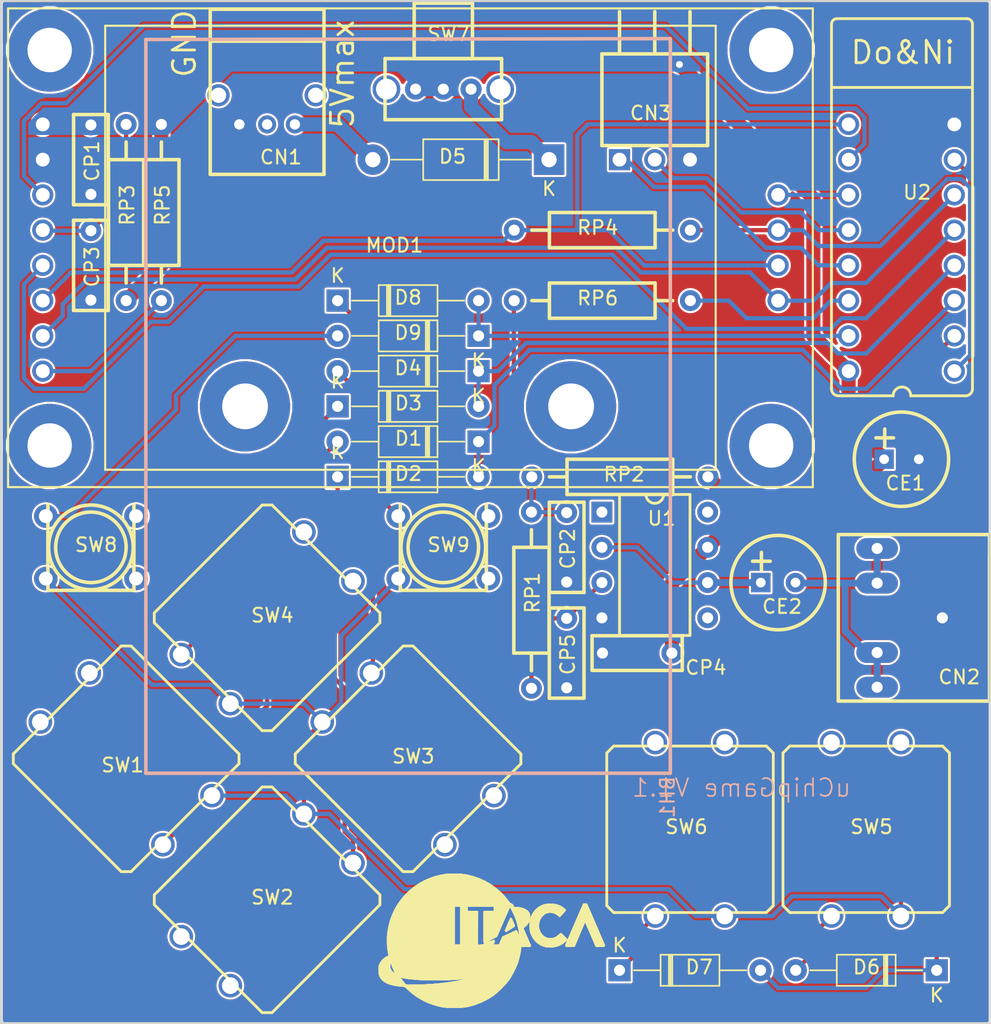
<source format=kicad_pcb>
(kicad_pcb (version 20171130) (host pcbnew "(5.0.2)-1")
  (layers (0 Top signal) (31 Bottom signal) (34 B.Paste user) (35 F.Paste user) (36 B.SilkS user) (37 F.SilkS user) (38 B.Mask user) (39 F.Mask user) (44 Edge.Cuts user))
  (net 0 "")
  (net 1 VDD)
  (net 2 GND)
  (net 3 "Net-(CE2-Pad2)")
  (net 4 "Net-(CE2-Pad1)")
  (net 5 "Net-(CN1-Pad2)")
  (net 6 "Net-(CN1-Pad1)")
  (net 7 /SWD_RX)
  (net 8 /SWCK_TX)
  (net 9 "Net-(CP2-Pad1)")
  (net 10 "Net-(CP3-Pad1)")
  (net 11 "Net-(CP5-Pad1)")
  (net 12 /L1)
  (net 13 "Net-(D1-Pad1)")
  (net 14 "Net-(D2-Pad2)")
  (net 15 "Net-(D3-Pad2)")
  (net 16 /L2)
  (net 17 "Net-(D4-Pad1)")
  (net 18 "Net-(D5-Pad1)")
  (net 19 "Net-(D6-Pad2)")
  (net 20 /L3)
  (net 21 "Net-(D7-Pad1)")
  (net 22 /L4)
  (net 23 "Net-(D8-Pad1)")
  (net 24 "Net-(D9-Pad2)")
  (net 25 "Net-(MOD1-Pad16)")
  (net 26 "Net-(MOD1-Pad15)")
  (net 27 "Net-(MOD1-Pad14)")
  (net 28 "Net-(MOD1-Pad13)")
  (net 29 /SDCS)
  (net 30 /MOSI)
  (net 31 /MISO)
  (net 32 /SCK)
  (net 33 "Net-(MOD1-Pad8)")
  (net 34 /DDC)
  (net 35 /DCS)
  (net 36 /VDAC)
  (net 37 "Net-(SW1-Pad4)")
  (net 38 /LC)
  (net 39 "Net-(SW1-Pad2)")
  (net 40 "Net-(SW2-Pad4)")
  (net 41 "Net-(SW2-Pad2)")
  (net 42 "Net-(SW3-Pad4)")
  (net 43 "Net-(SW3-Pad2)")
  (net 44 "Net-(SW4-Pad4)")
  (net 45 "Net-(SW4-Pad2)")
  (net 46 "Net-(SW5-Pad4)")
  (net 47 "Net-(SW5-Pad2)")
  (net 48 "Net-(SW6-Pad4)")
  (net 49 "Net-(SW6-Pad2)")
  (net 50 "Net-(SW8-Pad4)")
  (net 51 "Net-(SW8-Pad2)")
  (net 52 "Net-(SW9-Pad4)")
  (net 53 "Net-(SW9-Pad2)")
  (net 54 "Net-(U1-Pad8)")
  (net 55 "Net-(U1-Pad5)")
  (net 56 "Net-(U1-Pad1)")
  (module uChip:2480CN (layer Bottom) (at 142.21459 97.383599 90)
    (fp_text reference BH1 (at -26.567 19.281 -90) (layer B.SilkS) (effects (justify left bottom mirror)))
    (fp_text value KEYSTONE2480CN hide)
    (pad 2 thru_hole circle (at 0 -11.75 90) (size 6.5 6.5) (drill 3.3) (layers *.Cu *.Mask))
    (pad 1 thru_hole circle (at 0 11.75 90) (size 6.5 6.5) (drill 3.3) (layers *.Cu *.Mask))
  )
  (module Diode_THT:D_DO-41_SOD81_P12.70mm_Horizontal (layer Top) (at 152.3746 79.603599 180)
    (fp_text reference D5 (at 6.9596 0.228599 180) (layer F.SilkS))
    (fp_text value 1N5817)
    (fp_text user K (at 0 -2.1 180) (layer F.SilkS))
    (pad 2 thru_hole oval (at 12.7 0 180) (size 2.2 2.2) (drill 1.1) (layers *.Cu *.Mask) (net 6 "Net-(CN1-Pad1)"))
    (pad 1 thru_hole rect (at 0 0 180) (size 2.2 2.2) (drill 1.1) (layers *.Cu *.Mask) (net 18 "Net-(D5-Pad1)"))
  )
  (module Diode_THT:D_DO-35_SOD27_P10.16mm_Horizontal (layer Top) (at 147.29459 92.303609 180)
    (fp_text reference D9 (at 5.08 0.228609 180) (layer F.SilkS))
    (fp_text value 1N4148)
    (fp_text user K (at 0 -1.8 180) (layer F.SilkS))
    (pad 2 thru_hole oval (at 10.16 0 180) (size 1.6 1.6) (drill 0.8) (layers *.Cu *.Mask) (net 24 "Net-(D9-Pad2)"))
    (pad 1 thru_hole rect (at 0 0 180) (size 1.6 1.6) (drill 0.8) (layers *.Cu *.Mask) (net 22 /L4))
  )
  (module Diode_THT:D_DO-35_SOD27_P10.16mm_Horizontal (layer Top) (at 137.134609 89.763599)
    (fp_text reference D8 (at 5.08 -0.228599) (layer F.SilkS))
    (fp_text value 1N4148)
    (fp_text user K (at 0 -1.8) (layer F.SilkS))
    (pad 2 thru_hole oval (at 10.16 0) (size 1.6 1.6) (drill 0.8) (layers *.Cu *.Mask) (net 22 /L4))
    (pad 1 thru_hole rect (at 0 0) (size 1.6 1.6) (drill 0.8) (layers *.Cu *.Mask) (net 23 "Net-(D8-Pad1)"))
  )
  (module Diode_THT:D_DO-35_SOD27_P10.16mm_Horizontal (layer Top) (at 157.4546 138.023599)
    (fp_text reference D7 (at 5.7404 -0.228599) (layer F.SilkS))
    (fp_text value 1N4148)
    (fp_text user K (at 0 -1.8) (layer F.SilkS))
    (pad 2 thru_hole oval (at 10.16 0) (size 1.6 1.6) (drill 0.8) (layers *.Cu *.Mask) (net 20 /L3))
    (pad 1 thru_hole rect (at 0 0) (size 1.6 1.6) (drill 0.8) (layers *.Cu *.Mask) (net 21 "Net-(D7-Pad1)"))
  )
  (module Diode_THT:D_DO-35_SOD27_P10.16mm_Horizontal (layer Top) (at 180.3146 138.023599 180)
    (fp_text reference D6 (at 5.0546 0.228599 180) (layer F.SilkS))
    (fp_text value 1N4148)
    (fp_text user K (at 0 -1.8 180) (layer F.SilkS))
    (pad 2 thru_hole oval (at 10.16 0 180) (size 1.6 1.6) (drill 0.8) (layers *.Cu *.Mask) (net 19 "Net-(D6-Pad2)"))
    (pad 1 thru_hole rect (at 0 0 180) (size 1.6 1.6) (drill 0.8) (layers *.Cu *.Mask) (net 20 /L3))
  )
  (module Diode_THT:D_DO-35_SOD27_P10.16mm_Horizontal (layer Top) (at 137.134609 97.383599)
    (fp_text reference D4 (at 5.08 -2.768599) (layer F.SilkS))
    (fp_text value 1N4148)
    (fp_text user K (at 0 -1.8) (layer F.SilkS))
    (pad 2 thru_hole oval (at 10.16 0) (size 1.6 1.6) (drill 0.8) (layers *.Cu *.Mask) (net 16 /L2))
    (pad 1 thru_hole rect (at 0 0) (size 1.6 1.6) (drill 0.8) (layers *.Cu *.Mask) (net 17 "Net-(D4-Pad1)"))
  )
  (module Diode_THT:D_DO-35_SOD27_P10.16mm_Horizontal (layer Top) (at 147.29459 94.84359 180)
    (fp_text reference D3 (at 5.05459 -2.31141 180) (layer F.SilkS))
    (fp_text value 1N4148)
    (fp_text user K (at 0 -1.8 180) (layer F.SilkS))
    (pad 2 thru_hole oval (at 10.16 0 180) (size 1.6 1.6) (drill 0.8) (layers *.Cu *.Mask) (net 15 "Net-(D3-Pad2)"))
    (pad 1 thru_hole rect (at 0 0 180) (size 1.6 1.6) (drill 0.8) (layers *.Cu *.Mask) (net 16 /L2))
  )
  (module Diode_THT:D_DO-35_SOD27_P10.16mm_Horizontal (layer Top) (at 147.29459 99.923609 180)
    (fp_text reference D2 (at 5.05459 -2.311391 180) (layer F.SilkS))
    (fp_text value 1N4148)
    (fp_text user K (at 0 -1.8 180) (layer F.SilkS))
    (pad 2 thru_hole oval (at 10.16 0 180) (size 1.6 1.6) (drill 0.8) (layers *.Cu *.Mask) (net 14 "Net-(D2-Pad2)"))
    (pad 1 thru_hole rect (at 0 0 180) (size 1.6 1.6) (drill 0.8) (layers *.Cu *.Mask) (net 12 /L1))
  )
  (module Diode_THT:D_DO-35_SOD27_P10.16mm_Horizontal (layer Top) (at 137.134609 102.463609)
    (fp_text reference D1 (at 5.105391 -2.768609) (layer F.SilkS))
    (fp_text value 1N4148)
    (fp_text user K (at 0 -1.8) (layer F.SilkS))
    (pad 2 thru_hole oval (at 10.16 0) (size 1.6 1.6) (drill 0.8) (layers *.Cu *.Mask) (net 12 /L1))
    (pad 1 thru_hole rect (at 0 0) (size 1.6 1.6) (drill 0.8) (layers *.Cu *.Mask) (net 13 "Net-(D1-Pad1)"))
  )
  (module uChip:DISPLAY1P8_HY (layer Top) (at 142.384531 85.953599)
    (fp_text reference MOD1 (at -3.319531 0.406401) (layer F.SilkS) (effects (justify left bottom)))
    (fp_text value DISPLAY1P8HY hide)
    (pad 16 thru_hole circle (at 26 -14.25) (size 6 6) (drill 3.2) (layers *.Cu *.Mask) (net 25 "Net-(MOD1-Pad16)"))
    (pad 15 thru_hole circle (at 26 14.25) (size 6 6) (drill 3.2) (layers *.Cu *.Mask) (net 26 "Net-(MOD1-Pad15)"))
    (pad 14 thru_hole circle (at -26 14.25) (size 6 6) (drill 3.2) (layers *.Cu *.Mask) (net 27 "Net-(MOD1-Pad14)"))
    (pad 13 thru_hole circle (at -26 -14.25) (size 6 6) (drill 3.2) (layers *.Cu *.Mask) (net 28 "Net-(MOD1-Pad13)"))
    (pad 12 thru_hole circle (at 26.5 -3.81) (size 1.524 1.524) (drill 1) (layers *.Cu *.Mask) (net 29 /SDCS))
    (pad 11 thru_hole circle (at 26.5 -1.27) (size 1.524 1.524) (drill 1) (layers *.Cu *.Mask) (net 30 /MOSI))
    (pad 10 thru_hole circle (at 26.5 1.27) (size 1.524 1.524) (drill 1) (layers *.Cu *.Mask) (net 31 /MISO))
    (pad 9 thru_hole circle (at 26.5 3.81) (size 1.524 1.524) (drill 1) (layers *.Cu *.Mask) (net 32 /SCK))
    (pad 8 thru_hole circle (at -26.5 8.89) (size 1.524 1.524) (drill 1) (layers *.Cu *.Mask) (net 33 "Net-(MOD1-Pad8)"))
    (pad 7 thru_hole circle (at -26.5 6.35) (size 1.524 1.524) (drill 1) (layers *.Cu *.Mask) (net 32 /SCK))
    (pad 6 thru_hole circle (at -26.5 3.81) (size 1.524 1.524) (drill 1) (layers *.Cu *.Mask) (net 31 /MISO))
    (pad 5 thru_hole circle (at -26.5 1.27) (size 1.524 1.524) (drill 1) (layers *.Cu *.Mask) (net 34 /DDC))
    (pad 4 thru_hole circle (at -26.5 -1.27) (size 1.524 1.524) (drill 1) (layers *.Cu *.Mask) (net 10 "Net-(CP3-Pad1)"))
    (pad 3 thru_hole circle (at -26.5 -3.81) (size 1.524 1.524) (drill 1) (layers *.Cu *.Mask) (net 35 /DCS))
    (pad 2 thru_hole circle (at -26.5 -6.35) (size 1.524 1.524) (drill 1) (layers *.Cu *.Mask) (net 2 GND))
    (pad 1 thru_hole circle (at -26.5 -8.89) (size 1.524 1.524) (drill 1) (layers *.Cu *.Mask) (net 1 VDD))
  )
  (module uChip:640457-3 (layer Top) (at 159.994609 79.603599)
    (fp_text reference CN3 (at -1.879609 -2.768599) (layer F.SilkS) (effects (justify left bottom)))
    (fp_text value 640457-3 hide)
    (pad 3 thru_hole circle (at 2.54 0) (size 1.524 1.524) (drill 1) (layers *.Cu *.Mask) (net 2 GND))
    (pad 2 thru_hole circle (at 0 0) (size 1.524 1.524) (drill 1) (layers *.Cu *.Mask) (net 7 /SWD_RX))
    (pad 1 thru_hole rect (at -2.54 0) (size 1.524 1.524) (drill 1) (layers *.Cu *.Mask) (net 8 /SWCK_TX))
  )
  (module uChip:OS102011MA1QN1 (layer Top) (at 144.7546 74.523609)
    (fp_text reference SW7 (at -1.2446 -3.403609) (layer F.SilkS) (effects (justify left bottom)))
    (fp_text value OS102011MA1QN1 hide)
    (pad 5 thru_hole circle (at -4.1 0) (size 2 2) (drill 1.5) (layers *.Cu *.Mask))
    (pad 4 thru_hole circle (at 4.1 0) (size 2 2) (drill 1.5) (layers *.Cu *.Mask))
    (pad 3 thru_hole circle (at 2 0) (size 1.524 1.524) (drill 0.8) (layers *.Cu *.Mask) (net 18 "Net-(D5-Pad1)"))
    (pad 2 thru_hole circle (at 0 0) (size 1.524 1.524) (drill 0.8) (layers *.Cu *.Mask) (net 1 VDD))
    (pad 1 thru_hole circle (at -2 0) (size 1.524 1.524) (drill 0.8) (layers *.Cu *.Mask) (net 1 VDD))
  )
  (module uChip:KEYSTONE977 (layer Top) (at 132.0546 77.06359 180)
    (fp_text reference CN1 (at 0.6096 -2.94641) (layer F.SilkS) (effects (justify left bottom)))
    (fp_text value KEYSTONE977 hide)
    (pad 5 thru_hole circle (at 3.5 2.1 180) (size 1.6 1.6) (drill 1.1) (layers *.Cu *.Mask))
    (pad 4 thru_hole circle (at -3.5 2.1 180) (size 1.6 1.6) (drill 1.1) (layers *.Cu *.Mask))
    (pad 3 thru_hole circle (at 2 0 180) (size 1.3 1.3) (drill 0.75) (layers *.Cu *.Mask) (net 2 GND))
    (pad 2 thru_hole circle (at 0 0 180) (size 1.3 1.3) (drill 0.75) (layers *.Cu *.Mask) (net 5 "Net-(CN1-Pad2)"))
    (pad 1 thru_hole circle (at -2 0 180) (size 1.3 1.3) (drill 0.75) (layers *.Cu *.Mask) (net 6 "Net-(CN1-Pad1)"))
  )
  (module uChip:CAP_25X65 (layer Top) (at 153.6446 115.163599 270)
    (fp_text reference CP5 (at 1.676401 -0.6604 270) (layer F.SilkS) (effects (justify left bottom)))
    (fp_text value 100p hide)
    (pad 2 thru_hole circle (at 2.5 0 270) (size 1.5 1.5) (drill 0.8) (layers *.Cu *.Mask) (net 2 GND))
    (pad 1 thru_hole circle (at -2.5 0 270) (size 1.5 1.5) (drill 0.8) (layers *.Cu *.Mask) (net 11 "Net-(CP5-Pad1)"))
  )
  (module uChip:CAP_25X65 (layer Top) (at 158.7246 115.163599 180)
    (fp_text reference CP4 (at -3.377 -1.631 180) (layer F.SilkS) (effects (justify left bottom)))
    (fp_text value 1u hide)
    (pad 2 thru_hole circle (at 2.5 0 180) (size 1.5 1.5) (drill 0.8) (layers *.Cu *.Mask) (net 2 GND))
    (pad 1 thru_hole circle (at -2.5 0 180) (size 1.5 1.5) (drill 0.8) (layers *.Cu *.Mask) (net 1 VDD))
  )
  (module uChip:CAP_25X65 (layer Top) (at 119.354609 87.22359 270)
    (fp_text reference CP3 (at 1.67641 -0.660391 270) (layer F.SilkS) (effects (justify left bottom)))
    (fp_text value 100n hide)
    (pad 2 thru_hole circle (at 2.5 0 270) (size 1.5 1.5) (drill 0.8) (layers *.Cu *.Mask) (net 2 GND))
    (pad 1 thru_hole circle (at -2.5 0 270) (size 1.5 1.5) (drill 0.8) (layers *.Cu *.Mask) (net 10 "Net-(CP3-Pad1)"))
  )
  (module uChip:CAP_25X65 (layer Top) (at 153.6446 107.543599 270)
    (fp_text reference CP2 (at 1.676401 -0.6604 270) (layer F.SilkS) (effects (justify left bottom)))
    (fp_text value 1u hide)
    (pad 2 thru_hole circle (at 2.5 0 270) (size 1.5 1.5) (drill 0.8) (layers *.Cu *.Mask) (net 2 GND))
    (pad 1 thru_hole circle (at -2.5 0 270) (size 1.5 1.5) (drill 0.8) (layers *.Cu *.Mask) (net 9 "Net-(CP2-Pad1)"))
  )
  (module uChip:CAP_25X65 (layer Top) (at 119.354609 79.603599 270)
    (fp_text reference CP1 (at 1.676401 -0.660391 270) (layer F.SilkS) (effects (justify left bottom)))
    (fp_text value B32529_25X65 hide)
    (pad 2 thru_hole circle (at 2.5 0 270) (size 1.5 1.5) (drill 0.8) (layers *.Cu *.Mask) (net 2 GND))
    (pad 1 thru_hole circle (at -2.5 0 270) (size 1.5 1.5) (drill 0.8) (layers *.Cu *.Mask) (net 1 VDD))
  )
  (module uChip:R1_4W-500 (layer Top) (at 162.56 89.763599 180)
    (fp_text reference RP6 (at 8.255 -0.406401 180) (layer F.SilkS) (effects (justify left bottom)))
    (fp_text value 68k hide)
    (pad 2 thru_hole circle (at 12.7 0 180) (size 1.5 1.5) (drill 0.8) (layers *.Cu *.Mask) (net 11 "Net-(CP5-Pad1)"))
    (pad 1 thru_hole circle (at 0 0 180) (size 1.5 1.5) (drill 0.8) (layers *.Cu *.Mask) (net 36 /VDAC))
  )
  (module uChip:R1_4W-500 (layer Top) (at 124.43459 77.06359 270)
    (fp_text reference RP5 (at 7.39141 -0.66041 270) (layer F.SilkS) (effects (justify left bottom)))
    (fp_text value 56 hide)
    (pad 2 thru_hole circle (at 12.7 0 270) (size 1.5 1.5) (drill 0.8) (layers *.Cu *.Mask) (net 33 "Net-(MOD1-Pad8)"))
    (pad 1 thru_hole circle (at 0 0 270) (size 1.5 1.5) (drill 0.8) (layers *.Cu *.Mask) (net 1 VDD))
  )
  (module uChip:R1_4W-500 (layer Top) (at 149.86 84.68359)
    (fp_text reference RP4 (at 4.445 0.40641) (layer F.SilkS) (effects (justify left bottom)))
    (fp_text value 470 hide)
    (pad 2 thru_hole circle (at 12.7 0) (size 1.5 1.5) (drill 0.8) (layers *.Cu *.Mask) (net 30 /MOSI))
    (pad 1 thru_hole circle (at 0 0) (size 1.5 1.5) (drill 0.8) (layers *.Cu *.Mask) (net 31 /MISO))
  )
  (module uChip:R1_4W-500 (layer Top) (at 121.8946 89.763599 90)
    (fp_text reference RP3 (at 5.308599 0.6604 90) (layer F.SilkS) (effects (justify left bottom)))
    (fp_text value 47k hide)
    (pad 2 thru_hole circle (at 12.7 0 90) (size 1.5 1.5) (drill 0.8) (layers *.Cu *.Mask) (net 10 "Net-(CP3-Pad1)"))
    (pad 1 thru_hole circle (at 0 0 90) (size 1.5 1.5) (drill 0.8) (layers *.Cu *.Mask) (net 1 VDD))
  )
  (module uChip:R1_4W-500 (layer Top) (at 151.13 102.463609)
    (fp_text reference RP2 (at 5.08 0.406391) (layer F.SilkS) (effects (justify left bottom)))
    (fp_text value 220k hide)
    (pad 2 thru_hole circle (at 12.7 0) (size 1.5 1.5) (drill 0.8) (layers *.Cu *.Mask) (net 1 VDD))
    (pad 1 thru_hole circle (at 0 0) (size 1.5 1.5) (drill 0.8) (layers *.Cu *.Mask) (net 9 "Net-(CP2-Pad1)"))
  )
  (module uChip:R1_4W-500 (layer Top) (at 151.104609 117.703599 90)
    (fp_text reference RP1 (at 5.308599 0.660391 90) (layer F.SilkS) (effects (justify left bottom)))
    (fp_text value 220k hide)
    (pad 2 thru_hole circle (at 12.7 0 90) (size 1.5 1.5) (drill 0.8) (layers *.Cu *.Mask) (net 9 "Net-(CP2-Pad1)"))
    (pad 1 thru_hole circle (at 0 0 90) (size 1.5 1.5) (drill 0.8) (layers *.Cu *.Mask) (net 11 "Net-(CP5-Pad1)"))
  )
  (module uChip:B3F-405X_1 (layer Top) (at 162.5346 127.86359 270)
    (fp_text reference SW6 (at 0.40641 1.8796 180) (layer F.SilkS) (effects (justify left bottom)))
    (fp_text value B3F-405X hide)
    (pad 4 thru_hole circle (at -6.25 -2.5 270) (size 1.7 1.7) (drill 1.2) (layers *.Cu *.Mask) (net 48 "Net-(SW6-Pad4)"))
    (pad 3 thru_hole circle (at 6.25 -2.5 270) (size 1.7 1.7) (drill 1.2) (layers *.Cu *.Mask) (net 38 /LC))
    (pad 2 thru_hole circle (at -6.25 2.5 270) (size 1.7 1.7) (drill 1.2) (layers *.Cu *.Mask) (net 49 "Net-(SW6-Pad2)"))
    (pad 1 thru_hole circle (at 6.25 2.5 270) (size 1.7 1.7) (drill 1.2) (layers *.Cu *.Mask) (net 21 "Net-(D7-Pad1)"))
  )
  (module uChip:B3F-405X_1 (layer Top) (at 175.234609 127.86359 270)
    (fp_text reference SW5 (at 0.40641 1.244609 180) (layer F.SilkS) (effects (justify left bottom)))
    (fp_text value B3F-405X hide)
    (pad 4 thru_hole circle (at -6.25 -2.5 270) (size 1.7 1.7) (drill 1.2) (layers *.Cu *.Mask) (net 46 "Net-(SW5-Pad4)"))
    (pad 3 thru_hole circle (at 6.25 -2.5 270) (size 1.7 1.7) (drill 1.2) (layers *.Cu *.Mask) (net 38 /LC))
    (pad 2 thru_hole circle (at -6.25 2.5 270) (size 1.7 1.7) (drill 1.2) (layers *.Cu *.Mask) (net 47 "Net-(SW5-Pad2)"))
    (pad 1 thru_hole circle (at 6.25 2.5 270) (size 1.7 1.7) (drill 1.2) (layers *.Cu *.Mask) (net 19 "Net-(D6-Pad2)"))
  )
  (module uChip:B3F-405X_1 (layer Top) (at 132.0546 112.62359 225)
    (fp_text reference SW4 (at 1.16744 0.59269) (layer F.SilkS) (effects (justify left bottom)))
    (fp_text value B3F-405X hide)
    (pad 4 thru_hole circle (at -6.249999 -2.5 225) (size 1.7 1.7) (drill 1.2) (layers *.Cu *.Mask) (net 44 "Net-(SW4-Pad4)"))
    (pad 3 thru_hole circle (at 6.249999 -2.5 225) (size 1.7 1.7) (drill 1.2) (layers *.Cu *.Mask) (net 38 /LC))
    (pad 2 thru_hole circle (at -6.249999 2.5 225) (size 1.7 1.7) (drill 1.2) (layers *.Cu *.Mask) (net 45 "Net-(SW4-Pad2)"))
    (pad 1 thru_hole circle (at 6.249999 2.5 225) (size 1.7 1.7) (drill 1.2) (layers *.Cu *.Mask) (net 17 "Net-(D4-Pad1)"))
  )
  (module uChip:B3F-405X_1 (layer Top) (at 142.21459 122.78359 135)
    (fp_text reference SW3 (at 0.592683 -1.167433 180) (layer F.SilkS) (effects (justify left bottom)))
    (fp_text value B3F-405X hide)
    (pad 4 thru_hole circle (at -6.249999 -2.5 135) (size 1.7 1.7) (drill 1.2) (layers *.Cu *.Mask) (net 42 "Net-(SW3-Pad4)"))
    (pad 3 thru_hole circle (at 6.249999 -2.5 135) (size 1.7 1.7) (drill 1.2) (layers *.Cu *.Mask) (net 38 /LC))
    (pad 2 thru_hole circle (at -6.249999 2.5 135) (size 1.7 1.7) (drill 1.2) (layers *.Cu *.Mask) (net 43 "Net-(SW3-Pad2)"))
    (pad 1 thru_hole circle (at 6.249999 2.5 135) (size 1.7 1.7) (drill 1.2) (layers *.Cu *.Mask) (net 15 "Net-(D3-Pad2)"))
  )
  (module uChip:B3F-405X_1 (layer Top) (at 132.0546 132.943599 45)
    (fp_text reference SW2 (at -1.167434 -0.592696 180) (layer F.SilkS) (effects (justify left bottom)))
    (fp_text value B3F-405X hide)
    (pad 4 thru_hole circle (at -6.249999 -2.5 45) (size 1.7 1.7) (drill 1.2) (layers *.Cu *.Mask) (net 40 "Net-(SW2-Pad4)"))
    (pad 3 thru_hole circle (at 6.249999 -2.5 45) (size 1.7 1.7) (drill 1.2) (layers *.Cu *.Mask) (net 38 /LC))
    (pad 2 thru_hole circle (at -6.249999 2.5 45) (size 1.7 1.7) (drill 1.2) (layers *.Cu *.Mask) (net 41 "Net-(SW2-Pad2)"))
    (pad 1 thru_hole circle (at 6.249999 2.5 45) (size 1.7 1.7) (drill 1.2) (layers *.Cu *.Mask) (net 13 "Net-(D1-Pad1)"))
  )
  (module uChip:B3F-405X_1 (layer Top) (at 121.8946 122.78359 315)
    (fp_text reference SW1 (at -0.59269 2.065466) (layer F.SilkS) (effects (justify left bottom)))
    (fp_text value B3F-405X hide)
    (pad 4 thru_hole circle (at -6.249999 -2.5 315) (size 1.7 1.7) (drill 1.2) (layers *.Cu *.Mask) (net 37 "Net-(SW1-Pad4)"))
    (pad 3 thru_hole circle (at 6.249999 -2.5 315) (size 1.7 1.7) (drill 1.2) (layers *.Cu *.Mask) (net 38 /LC))
    (pad 2 thru_hole circle (at -6.249999 2.5 315) (size 1.7 1.7) (drill 1.2) (layers *.Cu *.Mask) (net 39 "Net-(SW1-Pad2)"))
    (pad 1 thru_hole circle (at 6.249999 2.5 315) (size 1.7 1.7) (drill 1.2) (layers *.Cu *.Mask) (net 14 "Net-(D2-Pad2)"))
  )
  (module uChip:B3F-105X-B32-20X0 (layer Top) (at 144.7546 107.543599 180)
    (fp_text reference SW9 (at 1.2446 -0.406401) (layer F.SilkS) (effects (justify left bottom)))
    (fp_text value B3F-1052-B32-1610 hide)
    (pad 4 thru_hole circle (at -3.25 -2.25 180) (size 1.7 1.7) (drill 1) (layers *.Cu *.Mask) (net 52 "Net-(SW9-Pad4)"))
    (pad 3 thru_hole circle (at 3.25 -2.25 180) (size 1.7 1.7) (drill 1) (layers *.Cu *.Mask) (net 38 /LC))
    (pad 2 thru_hole circle (at -3.25 2.25 180) (size 1.7 1.7) (drill 1) (layers *.Cu *.Mask) (net 53 "Net-(SW9-Pad2)"))
    (pad 1 thru_hole circle (at 3.25 2.25 180) (size 1.7 1.7) (drill 1) (layers *.Cu *.Mask) (net 23 "Net-(D8-Pad1)"))
  )
  (module uChip:B3F-105X-B32-20X0 (layer Top) (at 119.354609 107.543599 180)
    (fp_text reference SW8 (at 1.244609 -0.406401) (layer F.SilkS) (effects (justify left bottom)))
    (fp_text value B3F-1052-B32-1610 hide)
    (pad 4 thru_hole circle (at -3.25 -2.25 180) (size 1.7 1.7) (drill 1) (layers *.Cu *.Mask) (net 50 "Net-(SW8-Pad4)"))
    (pad 3 thru_hole circle (at 3.25 -2.25 180) (size 1.7 1.7) (drill 1) (layers *.Cu *.Mask) (net 38 /LC))
    (pad 2 thru_hole circle (at -3.25 2.25 180) (size 1.7 1.7) (drill 1) (layers *.Cu *.Mask) (net 51 "Net-(SW8-Pad2)"))
    (pad 1 thru_hole circle (at 3.25 2.25 180) (size 1.7 1.7) (drill 1) (layers *.Cu *.Mask) (net 24 "Net-(D9-Pad2)"))
  )
  (module uChip:DIP8 (layer Top) (at 156.18459 105.00359 270)
    (fp_text reference U1 (at 1.04141 -3.20041 180) (layer F.SilkS) (effects (justify left bottom)))
    (fp_text value TLV2461CP hide)
    (pad 8 thru_hole circle (at 0 -7.62 270) (size 1.5 1.5) (drill 0.8) (layers *.Cu *.Mask) (net 54 "Net-(U1-Pad8)"))
    (pad 7 thru_hole circle (at 2.54 -7.62 270) (size 1.5 1.5) (drill 0.8) (layers *.Cu *.Mask) (net 1 VDD))
    (pad 6 thru_hole circle (at 5.08 -7.62 270) (size 1.5 1.5) (drill 0.8) (layers *.Cu *.Mask) (net 4 "Net-(CE2-Pad1)"))
    (pad 5 thru_hole circle (at 7.62 -7.62 270) (size 1.5 1.5) (drill 0.8) (layers *.Cu *.Mask) (net 55 "Net-(U1-Pad5)"))
    (pad 4 thru_hole circle (at 7.62 0 270) (size 1.5 1.5) (drill 0.8) (layers *.Cu *.Mask) (net 2 GND))
    (pad 3 thru_hole circle (at 5.08 0 270) (size 1.5 1.5) (drill 0.8) (layers *.Cu *.Mask) (net 11 "Net-(CP5-Pad1)"))
    (pad 2 thru_hole circle (at 2.54 0 270) (size 1.5 1.5) (drill 0.8) (layers *.Cu *.Mask) (net 4 "Net-(CE2-Pad1)"))
    (pad 1 thru_hole rect (at 0 0 270) (size 1.5 1.5) (drill 0.8) (layers *.Cu *.Mask) (net 56 "Net-(U1-Pad1)"))
  )
  (module uChip:CELP63X112 (layer Top) (at 168.884609 110.083609)
    (fp_text reference CE2 (at -1.244609 2.311391) (layer F.SilkS) (effects (justify left bottom)))
    (fp_text value 100uF hide)
    (pad 2 thru_hole circle (at 1.25 0) (size 1.4 1.4) (drill 0.7) (layers *.Cu *.Mask) (net 3 "Net-(CE2-Pad2)"))
    (pad 1 thru_hole rect (at -1.25 0) (size 1.4 1.4) (drill 0.7) (layers *.Cu *.Mask) (net 4 "Net-(CE2-Pad1)"))
  )
  (module uChip:CELP63X112 (layer Top) (at 177.77459 101.193599)
    (fp_text reference CE1 (at -1.24459 2.311401) (layer F.SilkS) (effects (justify left bottom)))
    (fp_text value 100uF hide)
    (pad 2 thru_hole circle (at 1.25 0) (size 1.4 1.4) (drill 0.7) (layers *.Cu *.Mask) (net 2 GND))
    (pad 1 thru_hole rect (at -1.25 0) (size 1.4 1.4) (drill 0.7) (layers *.Cu *.Mask) (net 1 VDD))
  )
  (module uChip:UCHIPZERO (layer Top) (at 177.77459 86.650568 270)
    (fp_text reference U2 (at -4.100568 -0.02541 180) (layer F.SilkS) (effects (justify left bottom)))
    (fp_text value uChip1R4 hide)
    (pad 16 thru_hole circle (at 8.193 3.81 270) (size 1.524 1.524) (drill 1) (layers *.Cu *.Mask) (net 1 VDD))
    (pad 15 thru_hole circle (at 5.653 3.81 270) (size 1.524 1.524) (drill 1) (layers *.Cu *.Mask) (net 22 /L4))
    (pad 14 thru_hole circle (at 3.113 3.81 270) (size 1.524 1.524) (drill 1) (layers *.Cu *.Mask) (net 36 /VDAC))
    (pad 13 thru_hole circle (at 0.573 3.81 270) (size 1.524 1.524) (drill 1) (layers *.Cu *.Mask) (net 8 /SWCK_TX))
    (pad 12 thru_hole circle (at -1.967 3.81 270) (size 1.524 1.524) (drill 1) (layers *.Cu *.Mask) (net 7 /SWD_RX))
    (pad 11 thru_hole circle (at -4.507 3.81 270) (size 1.524 1.524) (drill 1) (layers *.Cu *.Mask) (net 29 /SDCS))
    (pad 10 thru_hole circle (at -7.047 3.81 270) (size 1.524 1.524) (drill 1) (layers *.Cu *.Mask) (net 35 /DCS))
    (pad 9 thru_hole circle (at -9.587 3.81 270) (size 1.524 1.524) (drill 1) (layers *.Cu *.Mask) (net 31 /MISO))
    (pad 8 thru_hole circle (at -9.587 -3.81 270) (size 1.524 1.524) (drill 1) (layers *.Cu *.Mask) (net 2 GND))
    (pad 7 thru_hole circle (at -7.047 -3.81 270) (size 1.524 1.524) (drill 1) (layers *.Cu *.Mask) (net 20 /L3))
    (pad 6 thru_hole circle (at -4.507 -3.81 270) (size 1.524 1.524) (drill 1) (layers *.Cu *.Mask) (net 32 /SCK))
    (pad 5 thru_hole circle (at -1.967 -3.81 270) (size 1.524 1.524) (drill 1) (layers *.Cu *.Mask) (net 34 /DDC))
    (pad 4 thru_hole circle (at 0.573 -3.81 270) (size 1.524 1.524) (drill 1) (layers *.Cu *.Mask) (net 16 /L2))
    (pad 3 thru_hole circle (at 3.113 -3.81 270) (size 1.524 1.524) (drill 1) (layers *.Cu *.Mask) (net 12 /L1))
    (pad 2 thru_hole circle (at 5.653 -3.81 270) (size 1.524 1.524) (drill 1) (layers *.Cu *.Mask) (net 38 /LC))
    (pad 1 thru_hole circle (at 8.193 -3.81 270) (size 1.524 1.524) (drill 1) (layers *.Cu *.Mask) (net 30 /MOSI))
  )
  (module uChip:SJ-3525NG (layer Top) (at 180.721 112.62359 180)
    (fp_text reference CN2 (at 0.381 -4.85141) (layer F.SilkS) (effects (justify left bottom)))
    (fp_text value JACKAUDIO35 hide)
    (pad 5 thru_hole oval (at 4.7 -2.5 180) (size 2.9972 1.4986) (drill 0.8) (layers *.Cu *.Mask) (net 3 "Net-(CE2-Pad2)"))
    (pad 4 thru_hole oval (at 4.7 2.5 180) (size 2.9972 1.4986) (drill 0.8) (layers *.Cu *.Mask) (net 3 "Net-(CE2-Pad2)"))
    (pad 3 thru_hole oval (at 4.7 -5 180) (size 2.9972 1.4986) (drill 0.8) (layers *.Cu *.Mask) (net 3 "Net-(CE2-Pad2)"))
    (pad 2 thru_hole oval (at 4.7 5 180) (size 2.9972 1.4986) (drill 0.8) (layers *.Cu *.Mask) (net 3 "Net-(CE2-Pad2)"))
    (pad 1 thru_hole oval (at 0 0 270) (size 2.9972 1.4986) (drill 0.8) (layers *.Cu *.Mask) (net 2 GND))
  )
  (gr_line (start 112.8776 141.83359) (end 112.8776 68.173609) (layer Edge.Cuts) (width 0.15))
  (gr_line (start 112.8776 141.83359) (end 184.1246 141.83359) (layer Edge.Cuts) (width 0.15))
  (gr_line (start 184.1246 141.83359) (end 184.1246 68.173609) (layer Edge.Cuts) (width 0.15))
  (gr_line (start 112.8776 68.173609) (end 184.1246 68.173609) (layer Edge.Cuts) (width 0.15))
  (gr_line (start 156.32205 136.250359) (end 156.32205 136.198681) (layer F.SilkS) (width 0.15))
  (gr_line (start 156.3119 136.254618) (end 156.3119 136.175031) (layer F.SilkS) (width 0.15))
  (gr_line (start 156.301768 136.258868) (end 156.301768 136.151368) (layer F.SilkS) (width 0.15))
  (gr_line (start 156.291618 136.260699) (end 156.291618 136.127718) (layer F.SilkS) (width 0.15))
  (gr_line (start 156.28149 136.261018) (end 156.28149 136.104068) (layer F.SilkS) (width 0.15))
  (gr_line (start 156.27134 136.261331) (end 156.27134 136.080409) (layer F.SilkS) (width 0.15))
  (gr_line (start 156.26119 136.261631) (end 156.26119 136.056749) (layer F.SilkS) (width 0.15))
  (gr_line (start 156.25105 136.261949) (end 156.25105 136.033099) (layer F.SilkS) (width 0.15))
  (gr_line (start 156.240909 136.262259) (end 156.240909 136.009468) (layer F.SilkS) (width 0.15))
  (gr_line (start 156.230768 136.262581) (end 156.230768 135.985799) (layer F.SilkS) (width 0.15))
  (gr_line (start 156.22064 136.26289) (end 156.22064 135.962149) (layer F.SilkS) (width 0.15))
  (gr_line (start 156.21049 136.263209) (end 156.21049 135.938499) (layer F.SilkS) (width 0.15))
  (gr_line (start 156.200359 136.263509) (end 156.200359 135.914849) (layer F.SilkS) (width 0.15))
  (gr_line (start 156.19019 136.263818) (end 156.19019 135.891199) (layer F.SilkS) (width 0.15))
  (gr_line (start 156.180059 136.26414) (end 156.180059 135.867549) (layer F.SilkS) (width 0.15))
  (gr_line (start 156.169909 136.26444) (end 156.169909 135.84389) (layer F.SilkS) (width 0.15))
  (gr_line (start 156.159781 136.264759) (end 156.159781 135.820231) (layer F.SilkS) (width 0.15))
  (gr_line (start 156.14964 136.265068) (end 156.14964 135.796581) (layer F.SilkS) (width 0.15))
  (gr_line (start 156.13949 136.265368) (end 156.13949 135.772931) (layer F.SilkS) (width 0.15))
  (gr_line (start 156.129359 136.26569) (end 156.129359 135.749268) (layer F.SilkS) (width 0.15))
  (gr_line (start 156.119209 136.265999) (end 156.119209 135.725618) (layer F.SilkS) (width 0.15))
  (gr_line (start 156.109059 136.266299) (end 156.109059 135.701968) (layer F.SilkS) (width 0.15))
  (gr_line (start 156.098931 136.266618) (end 156.098931 135.678318) (layer F.SilkS) (width 0.15))
  (gr_line (start 156.088781 136.26694) (end 156.088781 135.654668) (layer F.SilkS) (width 0.15))
  (gr_line (start 156.07864 136.267249) (end 156.07864 135.631018) (layer F.SilkS) (width 0.15))
  (gr_line (start 156.068509 136.267549) (end 156.068509 135.607349) (layer F.SilkS) (width 0.15))
  (gr_line (start 156.058359 136.26774) (end 156.058359 135.583718) (layer F.SilkS) (width 0.15))
  (gr_line (start 156.048231 136.26774) (end 156.048231 135.560068) (layer F.SilkS) (width 0.15))
  (gr_line (start 156.038081 136.26774) (end 156.038081 135.536409) (layer F.SilkS) (width 0.15))
  (gr_line (start 156.02795 136.26774) (end 156.02795 135.512749) (layer F.SilkS) (width 0.15))
  (gr_line (start 156.0178 136.26774) (end 156.0178 135.489099) (layer F.SilkS) (width 0.15))
  (gr_line (start 156.00765 136.26774) (end 156.00765 135.465449) (layer F.SilkS) (width 0.15))
  (gr_line (start 155.997509 136.26774) (end 155.997509 135.44179) (layer F.SilkS) (width 0.15))
  (gr_line (start 155.987368 136.26774) (end 155.987368 135.41814) (layer F.SilkS) (width 0.15))
  (gr_line (start 155.977231 136.26774) (end 155.977231 135.39449) (layer F.SilkS) (width 0.15))
  (gr_line (start 155.967081 136.26774) (end 155.967081 135.37084) (layer F.SilkS) (width 0.15))
  (gr_line (start 155.956931 136.26774) (end 155.956931 135.347168) (layer F.SilkS) (width 0.15))
  (gr_line (start 155.9468 136.26774) (end 155.9468 135.323518) (layer F.SilkS) (width 0.15))
  (gr_line (start 155.93665 136.26774) (end 155.93665 135.299868) (layer F.SilkS) (width 0.15))
  (gr_line (start 155.926518 136.26774) (end 155.926518 135.27624) (layer F.SilkS) (width 0.15))
  (gr_line (start 155.916368 136.26774) (end 155.916368 135.25259) (layer F.SilkS) (width 0.15))
  (gr_line (start 155.90624 136.26774) (end 155.90624 135.228918) (layer F.SilkS) (width 0.15))
  (gr_line (start 155.8961 136.26774) (end 155.8961 135.205268) (layer F.SilkS) (width 0.15))
  (gr_line (start 155.88595 136.26774) (end 155.88595 135.181618) (layer F.SilkS) (width 0.15))
  (gr_line (start 155.875818 136.26774) (end 155.875818 135.157968) (layer F.SilkS) (width 0.15))
  (gr_line (start 155.865668 136.26774) (end 155.865668 135.134309) (layer F.SilkS) (width 0.15))
  (gr_line (start 155.855518 136.26774) (end 155.855518 135.110659) (layer F.SilkS) (width 0.15))
  (gr_line (start 155.84539 136.26774) (end 155.84539 135.087009) (layer F.SilkS) (width 0.15))
  (gr_line (start 155.83524 136.26774) (end 155.83524 135.063359) (layer F.SilkS) (width 0.15))
  (gr_line (start 155.8251 136.26774) (end 155.8251 135.03969) (layer F.SilkS) (width 0.15))
  (gr_line (start 155.814959 136.26774) (end 155.814959 135.01604) (layer F.SilkS) (width 0.15))
  (gr_line (start 155.804818 136.26774) (end 155.804818 134.99239) (layer F.SilkS) (width 0.15))
  (gr_line (start 155.79469 136.26774) (end 155.79469 134.968759) (layer F.SilkS) (width 0.15))
  (gr_line (start 155.784518 136.26774) (end 155.784518 134.94509) (layer F.SilkS) (width 0.15))
  (gr_line (start 155.77439 136.250099) (end 155.77439 134.92144) (layer F.SilkS) (width 0.15))
  (gr_line (start 155.76424 136.226099) (end 155.76424 134.89779) (layer F.SilkS) (width 0.15))
  (gr_line (start 155.754109 136.20209) (end 155.754109 134.87414) (layer F.SilkS) (width 0.15))
  (gr_line (start 155.743968 136.178081) (end 155.743968 134.85049) (layer F.SilkS) (width 0.15))
  (gr_line (start 155.733831 136.154068) (end 155.733831 134.826831) (layer F.SilkS) (width 0.15))
  (gr_line (start 155.72369 136.130068) (end 155.72369 134.803181) (layer F.SilkS) (width 0.15))
  (gr_line (start 155.71354 136.10609) (end 155.71354 134.779531) (layer F.SilkS) (width 0.15))
  (gr_line (start 155.70339 136.082068) (end 155.70339 134.755868) (layer F.SilkS) (width 0.15))
  (gr_line (start 155.693259 136.058068) (end 155.693259 134.732218) (layer F.SilkS) (width 0.15))
  (gr_line (start 155.683109 136.034059) (end 155.683109 134.708809) (layer F.SilkS) (width 0.15))
  (gr_line (start 155.672981 136.010059) (end 155.672981 134.685449) (layer F.SilkS) (width 0.15))
  (gr_line (start 155.662831 135.986059) (end 155.662831 134.66209) (layer F.SilkS) (width 0.15))
  (gr_line (start 155.65269 135.96204) (end 155.65269 134.638718) (layer F.SilkS) (width 0.15))
  (gr_line (start 155.642559 135.938059) (end 155.642559 134.615349) (layer F.SilkS) (width 0.15))
  (gr_line (start 155.632409 135.914049) (end 155.632409 134.59199) (layer F.SilkS) (width 0.15))
  (gr_line (start 155.622281 135.890049) (end 155.622281 134.568631) (layer F.SilkS) (width 0.15))
  (gr_line (start 155.612131 135.866031) (end 155.612131 134.545259) (layer F.SilkS) (width 0.15))
  (gr_line (start 155.601981 135.842031) (end 155.601981 134.521899) (layer F.SilkS) (width 0.15))
  (gr_line (start 155.59184 135.818049) (end 155.59184 134.498531) (layer F.SilkS) (width 0.15))
  (gr_line (start 155.5817 135.794031) (end 155.5817 134.475168) (layer F.SilkS) (width 0.15))
  (gr_line (start 155.571559 135.770031) (end 155.571559 134.451799) (layer F.SilkS) (width 0.15))
  (gr_line (start 155.561418 135.746018) (end 155.561418 134.42844) (layer F.SilkS) (width 0.15))
  (gr_line (start 155.551281 135.722018) (end 155.551281 134.405081) (layer F.SilkS) (width 0.15))
  (gr_line (start 155.541131 135.698018) (end 155.541131 134.381709) (layer F.SilkS) (width 0.15))
  (gr_line (start 155.530981 135.674018) (end 155.530981 134.35834) (layer F.SilkS) (width 0.15))
  (gr_line (start 155.52085 135.650018) (end 155.52085 134.334981) (layer F.SilkS) (width 0.15))
  (gr_line (start 155.5107 135.626009) (end 155.5107 134.311618) (layer F.SilkS) (width 0.15))
  (gr_line (start 155.500568 135.602009) (end 155.500568 134.288259) (layer F.SilkS) (width 0.15))
  (gr_line (start 155.490431 135.57799) (end 155.490431 134.264881) (layer F.SilkS) (width 0.15))
  (gr_line (start 155.480281 135.55399) (end 155.480281 134.241518) (layer F.SilkS) (width 0.15))
  (gr_line (start 155.47015 135.530009) (end 155.47015 134.218159) (layer F.SilkS) (width 0.15))
  (gr_line (start 155.46 135.50599) (end 155.46 134.194799) (layer F.SilkS) (width 0.15))
  (gr_line (start 155.44985 135.48199) (end 155.44985 134.17144) (layer F.SilkS) (width 0.15))
  (gr_line (start 155.439718 135.457981) (end 155.439718 134.148059) (layer F.SilkS) (width 0.15))
  (gr_line (start 155.429568 135.433981) (end 155.429568 134.124718) (layer F.SilkS) (width 0.15))
  (gr_line (start 155.419431 135.409981) (end 155.419431 134.10134) (layer F.SilkS) (width 0.15))
  (gr_line (start 155.40929 135.385981) (end 155.40929 134.077981) (layer F.SilkS) (width 0.15))
  (gr_line (start 155.39915 135.361981) (end 155.39915 134.054618) (layer F.SilkS) (width 0.15))
  (gr_line (start 155.389018 135.337968) (end 155.389018 134.031259) (layer F.SilkS) (width 0.15))
  (gr_line (start 155.378868 135.314431) (end 155.378868 134.007899) (layer F.SilkS) (width 0.15))
  (gr_line (start 155.36874 135.29124) (end 155.36874 133.984531) (layer F.SilkS) (width 0.15))
  (gr_line (start 155.358568 135.26804) (end 155.358568 133.961159) (layer F.SilkS) (width 0.15))
  (gr_line (start 155.34844 135.244849) (end 155.34844 133.937799) (layer F.SilkS) (width 0.15))
  (gr_line (start 155.3383 135.221659) (end 155.3383 133.91444) (layer F.SilkS) (width 0.15))
  (gr_line (start 155.328159 135.198459) (end 155.328159 133.891068) (layer F.SilkS) (width 0.15))
  (gr_line (start 155.318018 135.175281) (end 155.318018 133.867709) (layer F.SilkS) (width 0.15))
  (gr_line (start 155.307881 135.152081) (end 155.307881 133.84434) (layer F.SilkS) (width 0.15))
  (gr_line (start 155.297718 135.128881) (end 155.297718 133.820981) (layer F.SilkS) (width 0.15))
  (gr_line (start 155.28759 135.105699) (end 155.28759 133.797609) (layer F.SilkS) (width 0.15))
  (gr_line (start 155.27744 135.082509) (end 155.27744 133.774249) (layer F.SilkS) (width 0.15))
  (gr_line (start 155.267309 135.059318) (end 155.267309 133.75089) (layer F.SilkS) (width 0.15))
  (gr_line (start 155.257159 135.036118) (end 155.257159 133.727518) (layer F.SilkS) (width 0.15))
  (gr_line (start 155.247031 135.012931) (end 155.247031 133.704149) (layer F.SilkS) (width 0.15))
  (gr_line (start 155.23689 134.98974) (end 155.23689 133.68079) (layer F.SilkS) (width 0.15))
  (gr_line (start 155.22674 134.96654) (end 155.22674 133.657431) (layer F.SilkS) (width 0.15))
  (gr_line (start 155.216609 134.943368) (end 155.216609 133.634068) (layer F.SilkS) (width 0.15))
  (gr_line (start 155.206459 134.920168) (end 155.206459 133.61069) (layer F.SilkS) (width 0.15))
  (gr_line (start 155.196309 134.896959) (end 155.196309 133.587331) (layer F.SilkS) (width 0.15))
  (gr_line (start 155.186168 134.87379) (end 155.186168 133.563968) (layer F.SilkS) (width 0.15))
  (gr_line (start 155.176031 134.85059) (end 155.176031 133.540609) (layer F.SilkS) (width 0.15))
  (gr_line (start 155.16589 134.827399) (end 155.16589 133.517231) (layer F.SilkS) (width 0.15))
  (gr_line (start 155.15575 134.804209) (end 155.15575 133.493868) (layer F.SilkS) (width 0.15))
  (gr_line (start 155.145609 134.781009) (end 155.145609 133.470531) (layer F.SilkS) (width 0.15))
  (gr_line (start 155.135481 134.757818) (end 155.135481 133.447149) (layer F.SilkS) (width 0.15))
  (gr_line (start 155.125331 134.734631) (end 155.125331 133.42379) (layer F.SilkS) (width 0.15))
  (gr_line (start 155.115181 134.711431) (end 155.115181 133.400409) (layer F.SilkS) (width 0.15))
  (gr_line (start 155.105031 134.68824) (end 155.105031 133.377068) (layer F.SilkS) (width 0.15))
  (gr_line (start 155.0949 134.665049) (end 155.0949 133.353709) (layer F.SilkS) (width 0.15))
  (gr_line (start 155.084759 134.641849) (end 155.084759 133.330331) (layer F.SilkS) (width 0.15))
  (gr_line (start 155.074609 134.618668) (end 155.074609 133.306968) (layer F.SilkS) (width 0.15))
  (gr_line (start 155.064481 134.595481) (end 155.064481 133.283609) (layer F.SilkS) (width 0.15))
  (gr_line (start 155.054331 134.57229) (end 155.054331 133.280331) (layer F.SilkS) (width 0.15))
  (gr_line (start 155.044181 134.54909) (end 155.044181 133.28039) (layer F.SilkS) (width 0.15))
  (gr_line (start 155.03405 134.525899) (end 155.03405 133.280449) (layer F.SilkS) (width 0.15))
  (gr_line (start 155.0239 134.502709) (end 155.0239 133.280518) (layer F.SilkS) (width 0.15))
  (gr_line (start 155.013759 134.479509) (end 155.013759 133.28059) (layer F.SilkS) (width 0.15))
  (gr_line (start 155.003618 134.456318) (end 155.003618 133.280649) (layer F.SilkS) (width 0.15))
  (gr_line (start 154.993481 134.433131) (end 154.993481 133.280709) (layer F.SilkS) (width 0.15))
  (gr_line (start 154.98335 134.409931) (end 154.98335 133.280768) (layer F.SilkS) (width 0.15))
  (gr_line (start 154.9732 134.389109) (end 154.9732 133.28084) (layer F.SilkS) (width 0.15))
  (gr_line (start 154.963068 134.412481) (end 154.963068 133.280909) (layer F.SilkS) (width 0.15))
  (gr_line (start 154.952918 134.435868) (end 154.952918 133.280968) (layer F.SilkS) (width 0.15))
  (gr_line (start 154.942768 134.459268) (end 154.942768 133.281031) (layer F.SilkS) (width 0.15))
  (gr_line (start 154.932631 134.482659) (end 154.932631 133.281099) (layer F.SilkS) (width 0.15))
  (gr_line (start 154.92249 134.506031) (end 154.92249 133.281168) (layer F.SilkS) (width 0.15))
  (gr_line (start 154.91235 134.529431) (end 154.91235 133.281231) (layer F.SilkS) (width 0.15))
  (gr_line (start 154.902209 134.552818) (end 154.902209 133.28129) (layer F.SilkS) (width 0.15))
  (gr_line (start 154.892068 134.57619) (end 154.892068 133.281359) (layer F.SilkS) (width 0.15))
  (gr_line (start 154.88194 134.59959) (end 154.88194 133.283268) (layer F.SilkS) (width 0.15))
  (gr_line (start 154.871768 134.622981) (end 154.871768 133.306599) (layer F.SilkS) (width 0.15))
  (gr_line (start 154.86164 134.646349) (end 154.86164 133.329931) (layer F.SilkS) (width 0.15))
  (gr_line (start 154.85149 134.669749) (end 154.85149 133.353259) (layer F.SilkS) (width 0.15))
  (gr_line (start 154.841359 134.69314) (end 154.841359 133.37659) (layer F.SilkS) (width 0.15))
  (gr_line (start 154.831218 134.716509) (end 154.831218 133.399918) (layer F.SilkS) (width 0.15))
  (gr_line (start 154.821068 134.739909) (end 154.821068 133.423259) (layer F.SilkS) (width 0.15))
  (gr_line (start 154.81094 134.763299) (end 154.81094 133.44659) (layer F.SilkS) (width 0.15))
  (gr_line (start 154.80079 134.786668) (end 154.80079 133.469918) (layer F.SilkS) (width 0.15))
  (gr_line (start 154.79064 134.810068) (end 154.79064 133.493249) (layer F.SilkS) (width 0.15))
  (gr_line (start 154.780509 134.833459) (end 154.780509 133.516559) (layer F.SilkS) (width 0.15))
  (gr_line (start 154.770359 134.856831) (end 154.770359 133.53989) (layer F.SilkS) (width 0.15))
  (gr_line (start 154.760218 134.880231) (end 154.760218 133.563218) (layer F.SilkS) (width 0.15))
  (gr_line (start 154.750081 134.903618) (end 154.750081 133.586549) (layer F.SilkS) (width 0.15))
  (gr_line (start 154.73994 134.92699) (end 154.73994 133.60989) (layer F.SilkS) (width 0.15))
  (gr_line (start 154.729809 134.95039) (end 154.729809 133.633218) (layer F.SilkS) (width 0.15))
  (gr_line (start 154.719659 134.973781) (end 154.719659 133.656549) (layer F.SilkS) (width 0.15))
  (gr_line (start 154.709531 134.997149) (end 154.709531 133.679881) (layer F.SilkS) (width 0.15))
  (gr_line (start 154.699359 135.020549) (end 154.699359 133.703209) (layer F.SilkS) (width 0.15))
  (gr_line (start 154.689231 135.04394) (end 154.689231 133.72654) (layer F.SilkS) (width 0.15))
  (gr_line (start 154.67909 135.067309) (end 154.67909 133.749868) (layer F.SilkS) (width 0.15))
  (gr_line (start 154.66895 135.090709) (end 154.66895 133.773199) (layer F.SilkS) (width 0.15))
  (gr_line (start 154.658809 135.114099) (end 154.658809 133.796531) (layer F.SilkS) (width 0.15))
  (gr_line (start 154.648659 135.137468) (end 154.648659 133.819859) (layer F.SilkS) (width 0.15))
  (gr_line (start 154.638531 135.160868) (end 154.638531 133.84319) (layer F.SilkS) (width 0.15))
  (gr_line (start 154.628381 135.184259) (end 154.628381 133.866518) (layer F.SilkS) (width 0.15))
  (gr_line (start 154.618231 135.207631) (end 154.618231 133.889849) (layer F.SilkS) (width 0.15))
  (gr_line (start 154.6081 135.231018) (end 154.6081 133.913181) (layer F.SilkS) (width 0.15))
  (gr_line (start 154.59795 135.254418) (end 154.59795 133.936518) (layer F.SilkS) (width 0.15))
  (gr_line (start 154.587809 135.27779) (end 154.587809 133.959849) (layer F.SilkS) (width 0.15))
  (gr_line (start 154.577681 135.301181) (end 154.577681 133.983181) (layer F.SilkS) (width 0.15))
  (gr_line (start 154.567531 135.324668) (end 154.567531 134.006509) (layer F.SilkS) (width 0.15))
  (gr_line (start 154.5574 135.348868) (end 154.5574 134.02984) (layer F.SilkS) (width 0.15))
  (gr_line (start 154.54725 135.373068) (end 154.54725 134.053149) (layer F.SilkS) (width 0.15))
  (gr_line (start 154.5371 135.397249) (end 154.5371 134.076499) (layer F.SilkS) (width 0.15))
  (gr_line (start 154.526968 135.421449) (end 154.526968 134.099831) (layer F.SilkS) (width 0.15))
  (gr_line (start 154.516818 135.445659) (end 154.516818 134.123159) (layer F.SilkS) (width 0.15))
  (gr_line (start 154.506681 135.469859) (end 154.506681 134.14649) (layer F.SilkS) (width 0.15))
  (gr_line (start 154.49654 135.49404) (end 154.49654 134.169818) (layer F.SilkS) (width 0.15))
  (gr_line (start 154.4864 135.51824) (end 154.4864 134.193149) (layer F.SilkS) (width 0.15))
  (gr_line (start 154.476268 135.542431) (end 154.476268 134.216481) (layer F.SilkS) (width 0.15))
  (gr_line (start 154.4661 135.566631) (end 154.4661 134.239809) (layer F.SilkS) (width 0.15))
  (gr_line (start 154.455968 135.590831) (end 154.455968 134.26314) (layer F.SilkS) (width 0.15))
  (gr_line (start 154.445818 135.615031) (end 154.445818 134.286481) (layer F.SilkS) (width 0.15))
  (gr_line (start 154.43569 135.639209) (end 154.43569 134.309809) (layer F.SilkS) (width 0.15))
  (gr_line (start 154.42555 135.663409) (end 154.42555 134.33314) (layer F.SilkS) (width 0.15))
  (gr_line (start 154.415409 135.687609) (end 154.415409 134.356468) (layer F.SilkS) (width 0.15))
  (gr_line (start 154.405268 135.711799) (end 154.405268 134.379781) (layer F.SilkS) (width 0.15))
  (gr_line (start 154.395118 135.735999) (end 154.395118 134.403109) (layer F.SilkS) (width 0.15))
  (gr_line (start 154.38499 135.760181) (end 154.38499 134.42644) (layer F.SilkS) (width 0.15))
  (gr_line (start 154.37484 135.784381) (end 154.37484 134.449768) (layer F.SilkS) (width 0.15))
  (gr_line (start 154.36469 135.80859) (end 154.36469 134.473109) (layer F.SilkS) (width 0.15))
  (gr_line (start 154.354559 135.83279) (end 154.354559 134.49644) (layer F.SilkS) (width 0.15))
  (gr_line (start 154.344409 135.856968) (end 154.344409 134.519768) (layer F.SilkS) (width 0.15))
  (gr_line (start 154.334268 135.881168) (end 154.334268 134.543099) (layer F.SilkS) (width 0.15))
  (gr_line (start 154.32414 135.905359) (end 154.32414 134.566431) (layer F.SilkS) (width 0.15))
  (gr_line (start 154.31399 135.929559) (end 154.31399 134.589759) (layer F.SilkS) (width 0.15))
  (gr_line (start 154.303859 135.953759) (end 154.303859 134.61309) (layer F.SilkS) (width 0.15))
  (gr_line (start 154.29369 135.97794) (end 154.29369 134.636418) (layer F.SilkS) (width 0.15))
  (gr_line (start 154.283559 136.00214) (end 154.283559 134.659749) (layer F.SilkS) (width 0.15))
  (gr_line (start 154.273418 136.02634) (end 154.273418 134.683081) (layer F.SilkS) (width 0.15))
  (gr_line (start 154.263281 136.05054) (end 154.263281 134.706409) (layer F.SilkS) (width 0.15))
  (gr_line (start 154.25314 136.074731) (end 154.25314 134.729799) (layer F.SilkS) (width 0.15))
  (gr_line (start 154.243 136.098931) (end 154.243 134.753459) (layer F.SilkS) (width 0.15))
  (gr_line (start 154.232859 136.123109) (end 154.232859 134.777109) (layer F.SilkS) (width 0.15))
  (gr_line (start 154.222709 136.147318) (end 154.222709 134.800759) (layer F.SilkS) (width 0.15))
  (gr_line (start 154.212559 136.171518) (end 154.212559 134.82439) (layer F.SilkS) (width 0.15))
  (gr_line (start 154.202431 136.195718) (end 154.202431 134.84804) (layer F.SilkS) (width 0.15))
  (gr_line (start 154.192281 136.219918) (end 154.192281 134.871699) (layer F.SilkS) (width 0.15))
  (gr_line (start 154.18215 136.244099) (end 154.18215 134.895349) (layer F.SilkS) (width 0.15))
  (gr_line (start 154.172009 136.254999) (end 154.172009 134.918999) (layer F.SilkS) (width 0.15))
  (gr_line (start 154.161868 136.255259) (end 154.161868 134.942649) (layer F.SilkS) (width 0.15))
  (gr_line (start 154.151731 136.255518) (end 154.151731 134.966281) (layer F.SilkS) (width 0.15))
  (gr_line (start 154.141581 136.255768) (end 154.141581 134.98994) (layer F.SilkS) (width 0.15))
  (gr_line (start 154.13145 136.256018) (end 154.13145 135.01359) (layer F.SilkS) (width 0.15))
  (gr_line (start 154.1213 136.256281) (end 154.1213 135.03724) (layer F.SilkS) (width 0.15))
  (gr_line (start 154.11115 136.25654) (end 154.11115 135.06089) (layer F.SilkS) (width 0.15))
  (gr_line (start 154.101018 136.256799) (end 154.101018 135.08454) (layer F.SilkS) (width 0.15))
  (gr_line (start 154.090868 136.257059) (end 154.090868 135.10819) (layer F.SilkS) (width 0.15))
  (gr_line (start 154.080731 136.257318) (end 154.080731 135.13184) (layer F.SilkS) (width 0.15))
  (gr_line (start 154.0706 136.257581) (end 154.0706 135.15549) (layer F.SilkS) (width 0.15))
  (gr_line (start 154.06045 136.257831) (end 154.06045 135.179131) (layer F.SilkS) (width 0.15))
  (gr_line (start 154.0503 136.258081) (end 154.0503 135.202781) (layer F.SilkS) (width 0.15))
  (gr_line (start 154.04015 136.25834) (end 154.04015 135.226431) (layer F.SilkS) (width 0.15))
  (gr_line (start 154.030018 136.258599) (end 154.030018 135.250081) (layer F.SilkS) (width 0.15))
  (gr_line (start 154.019881 136.258859) (end 154.019881 135.273731) (layer F.SilkS) (width 0.15))
  (gr_line (start 154.00974 136.259118) (end 154.00974 135.29739) (layer F.SilkS) (width 0.15))
  (gr_line (start 153.9996 136.259381) (end 153.9996 135.321018) (layer F.SilkS) (width 0.15))
  (gr_line (start 153.989459 136.25964) (end 153.989459 135.344668) (layer F.SilkS) (width 0.15))
  (gr_line (start 153.979318 136.25989) (end 153.979318 135.368318) (layer F.SilkS) (width 0.15))
  (gr_line (start 153.969168 136.26014) (end 153.969168 135.391968) (layer F.SilkS) (width 0.15))
  (gr_line (start 153.959018 136.260399) (end 153.959018 135.415631) (layer F.SilkS) (width 0.15))
  (gr_line (start 153.94889 136.260659) (end 153.94889 135.439281) (layer F.SilkS) (width 0.15))
  (gr_line (start 153.93874 136.260918) (end 153.93874 135.462909) (layer F.SilkS) (width 0.15))
  (gr_line (start 153.928609 136.261181) (end 153.928609 135.486559) (layer F.SilkS) (width 0.15))
  (gr_line (start 153.918468 136.26144) (end 153.918468 135.510209) (layer F.SilkS) (width 0.15))
  (gr_line (start 153.908318 136.261699) (end 153.908318 135.533868) (layer F.SilkS) (width 0.15))
  (gr_line (start 153.89819 136.26194) (end 153.89819 135.557518) (layer F.SilkS) (width 0.15))
  (gr_line (start 153.88804 136.262149) (end 153.88804 135.581149) (layer F.SilkS) (width 0.15))
  (gr_line (start 153.877909 136.26214) (end 153.877909 135.604799) (layer F.SilkS) (width 0.15))
  (gr_line (start 153.86775 136.26209) (end 153.86775 135.628459) (layer F.SilkS) (width 0.15))
  (gr_line (start 153.857609 136.262049) (end 153.857609 135.652109) (layer F.SilkS) (width 0.15))
  (gr_line (start 153.847468 136.262018) (end 153.847468 135.675759) (layer F.SilkS) (width 0.15))
  (gr_line (start 153.837331 136.26199) (end 153.837331 135.699409) (layer F.SilkS) (width 0.15))
  (gr_line (start 153.82719 136.26194) (end 153.82719 135.72304) (layer F.SilkS) (width 0.15))
  (gr_line (start 153.817059 136.261909) (end 153.817059 135.746709) (layer F.SilkS) (width 0.15))
  (gr_line (start 153.80689 136.261859) (end 153.80689 135.770349) (layer F.SilkS) (width 0.15))
  (gr_line (start 153.796759 136.261831) (end 153.796759 135.793999) (layer F.SilkS) (width 0.15))
  (gr_line (start 153.786609 136.261799) (end 153.786609 135.817649) (layer F.SilkS) (width 0.15))
  (gr_line (start 153.776481 136.261759) (end 153.776481 135.841299) (layer F.SilkS) (width 0.15))
  (gr_line (start 153.76634 136.261731) (end 153.76634 135.864949) (layer F.SilkS) (width 0.15))
  (gr_line (start 153.75619 136.261699) (end 153.75619 135.888599) (layer F.SilkS) (width 0.15))
  (gr_line (start 153.746059 136.261649) (end 153.746059 135.912249) (layer F.SilkS) (width 0.15))
  (gr_line (start 153.735909 136.261618) (end 153.735909 135.935899) (layer F.SilkS) (width 0.15))
  (gr_line (start 153.725781 136.261568) (end 153.725781 135.95954) (layer F.SilkS) (width 0.15))
  (gr_line (start 153.715631 136.26154) (end 153.715631 135.98319) (layer F.SilkS) (width 0.15))
  (gr_line (start 153.705481 136.261509) (end 153.705481 136.00684) (layer F.SilkS) (width 0.15))
  (gr_line (start 153.69535 136.261468) (end 153.69535 136.03049) (layer F.SilkS) (width 0.15))
  (gr_line (start 153.6852 136.26144) (end 153.6852 136.054149) (layer F.SilkS) (width 0.15))
  (gr_line (start 153.675059 136.261409) (end 153.675059 136.077781) (layer F.SilkS) (width 0.15))
  (gr_line (start 153.664931 136.261359) (end 153.664931 136.101431) (layer F.SilkS) (width 0.15))
  (gr_line (start 153.654781 136.261331) (end 153.654781 136.125081) (layer F.SilkS) (width 0.15))
  (gr_line (start 153.64465 136.261281) (end 153.64465 136.148731) (layer F.SilkS) (width 0.15))
  (gr_line (start 153.6345 136.256859) (end 153.6345 136.17239) (layer F.SilkS) (width 0.15))
  (gr_line (start 153.62435 136.25214) (end 153.62435 136.19604) (layer F.SilkS) (width 0.15))
  (gr_line (start 153.614209 136.247409) (end 153.614209 136.22689) (layer F.SilkS) (width 0.15))
  (gr_line (start 153.614209 135.81184) (end 153.614209 135.799449) (layer F.SilkS) (width 0.15))
  (gr_line (start 153.604068 135.821299) (end 153.604068 135.78944) (layer F.SilkS) (width 0.15))
  (gr_line (start 153.593931 135.830768) (end 153.593931 135.779409) (layer F.SilkS) (width 0.15))
  (gr_line (start 153.58379 135.840249) (end 153.58379 135.76939) (layer F.SilkS) (width 0.15))
  (gr_line (start 153.57365 135.849709) (end 153.57365 135.759381) (layer F.SilkS) (width 0.15))
  (gr_line (start 153.5635 135.859181) (end 153.5635 135.749349) (layer F.SilkS) (width 0.15))
  (gr_line (start 153.55335 135.86864) (end 153.55335 135.739331) (layer F.SilkS) (width 0.15))
  (gr_line (start 153.543218 135.878118) (end 153.543218 135.729318) (layer F.SilkS) (width 0.15))
  (gr_line (start 153.533068 135.887599) (end 153.533068 135.719309) (layer F.SilkS) (width 0.15))
  (gr_line (start 153.52294 135.897059) (end 153.52294 135.709281) (layer F.SilkS) (width 0.15))
  (gr_line (start 153.5128 135.906531) (end 153.5128 135.699259) (layer F.SilkS) (width 0.15))
  (gr_line (start 153.5128 133.689018) (end 153.5128 133.682781) (layer F.SilkS) (width 0.15))
  (gr_line (start 153.50265 135.916009) (end 153.50265 135.689249) (layer F.SilkS) (width 0.15))
  (gr_line (start 153.50265 133.700718) (end 153.50265 133.674218) (layer F.SilkS) (width 0.15))
  (gr_line (start 153.492518 135.925468) (end 153.492518 135.679218) (layer F.SilkS) (width 0.15))
  (gr_line (start 153.492518 133.712409) (end 153.492518 133.665659) (layer F.SilkS) (width 0.15))
  (gr_line (start 153.482368 135.934618) (end 153.482368 135.669199) (layer F.SilkS) (width 0.15))
  (gr_line (start 153.482368 133.724109) (end 153.482368 133.657109) (layer F.SilkS) (width 0.15))
  (gr_line (start 153.47224 135.942818) (end 153.47224 135.65919) (layer F.SilkS) (width 0.15))
  (gr_line (start 153.47224 133.735799) (end 153.47224 133.648549) (layer F.SilkS) (width 0.15))
  (gr_line (start 153.46209 135.951009) (end 153.46209 135.649159) (layer F.SilkS) (width 0.15))
  (gr_line (start 153.46209 133.74749) (end 153.46209 133.640009) (layer F.SilkS) (width 0.15))
  (gr_line (start 153.45194 135.959199) (end 153.45194 135.63914) (layer F.SilkS) (width 0.15))
  (gr_line (start 153.45194 133.75919) (end 153.45194 133.631449) (layer F.SilkS) (width 0.15))
  (gr_line (start 153.4418 135.967399) (end 153.4418 135.629131) (layer F.SilkS) (width 0.15))
  (gr_line (start 153.4418 133.770899) (end 153.4418 133.622899) (layer F.SilkS) (width 0.15))
  (gr_line (start 153.431659 135.97559) (end 153.431659 135.619099) (layer F.SilkS) (width 0.15))
  (gr_line (start 153.431659 133.782581) (end 153.431659 133.61434) (layer F.SilkS) (width 0.15))
  (gr_line (start 153.421518 135.98379) (end 153.421518 135.609081) (layer F.SilkS) (width 0.15))
  (gr_line (start 153.421518 133.79404) (end 153.421518 133.605799) (layer F.SilkS) (width 0.15))
  (gr_line (start 153.41139 135.991981) (end 153.41139 135.599068) (layer F.SilkS) (width 0.15))
  (gr_line (start 153.41139 133.805431) (end 153.41139 133.597599) (layer F.SilkS) (width 0.15))
  (gr_line (start 153.40124 136.000159) (end 153.40124 135.589059) (layer F.SilkS) (width 0.15))
  (gr_line (start 153.40124 133.816831) (end 153.40124 133.590609) (layer F.SilkS) (width 0.15))
  (gr_line (start 153.391109 136.008349) (end 153.391109 135.579031) (layer F.SilkS) (width 0.15))
  (gr_line (start 153.391109 133.828209) (end 153.391109 133.583631) (layer F.SilkS) (width 0.15))
  (gr_line (start 153.38094 136.016549) (end 153.38094 135.569009) (layer F.SilkS) (width 0.15))
  (gr_line (start 153.38094 133.839609) (end 153.38094 133.57664) (layer F.SilkS) (width 0.15))
  (gr_line (start 153.370809 136.02474) (end 153.370809 135.558999) (layer F.SilkS) (width 0.15))
  (gr_line (start 153.370809 133.850968) (end 153.370809 133.569631) (layer F.SilkS) (width 0.15))
  (gr_line (start 153.360668 136.03294) (end 153.360668 135.548968) (layer F.SilkS) (width 0.15))
  (gr_line (start 153.360668 133.862368) (end 153.360668 133.56264) (layer F.SilkS) (width 0.15))
  (gr_line (start 153.350531 136.041131) (end 153.350531 135.538949) (layer F.SilkS) (width 0.15))
  (gr_line (start 153.350531 133.873759) (end 153.350531 133.555659) (layer F.SilkS) (width 0.15))
  (gr_line (start 153.34039 136.047431) (end 153.34039 135.52894) (layer F.SilkS) (width 0.15))
  (gr_line (start 153.34039 133.885149) (end 153.34039 133.548668) (layer F.SilkS) (width 0.15))
  (gr_line (start 153.33025 136.053581) (end 153.33025 135.518909) (layer F.SilkS) (width 0.15))
  (gr_line (start 153.33025 133.89654) (end 153.33025 133.541659) (layer F.SilkS) (width 0.15))
  (gr_line (start 153.320109 136.059749) (end 153.320109 135.50889) (layer F.SilkS) (width 0.15))
  (gr_line (start 153.320109 133.90794) (end 153.320109 133.534668) (layer F.SilkS) (width 0.15))
  (gr_line (start 153.309959 136.06589) (end 153.309959 135.498859) (layer F.SilkS) (width 0.15))
  (gr_line (start 153.309959 133.919318) (end 153.309959 133.52769) (layer F.SilkS) (width 0.15))
  (gr_line (start 153.299809 136.07204) (end 153.299809 135.488849) (layer F.SilkS) (width 0.15))
  (gr_line (start 153.299809 133.930699) (end 153.299809 133.520681) (layer F.SilkS) (width 0.15))
  (gr_line (start 153.289681 136.07819) (end 153.289681 135.478831) (layer F.SilkS) (width 0.15))
  (gr_line (start 153.289681 133.942081) (end 153.289681 133.51369) (layer F.SilkS) (width 0.15))
  (gr_line (start 153.279531 136.084359) (end 153.279531 135.468799) (layer F.SilkS) (width 0.15))
  (gr_line (start 153.279531 133.953481) (end 153.279531 133.506709) (layer F.SilkS) (width 0.15))
  (gr_line (start 153.2694 136.090509) (end 153.2694 135.45879) (layer F.SilkS) (width 0.15))
  (gr_line (start 153.2694 133.964868) (end 153.2694 133.499718) (layer F.SilkS) (width 0.15))
  (gr_line (start 153.259259 136.096659) (end 153.259259 135.448781) (layer F.SilkS) (width 0.15))
  (gr_line (start 153.259259 133.976259) (end 153.259259 133.492731) (layer F.SilkS) (width 0.15))
  (gr_line (start 153.249109 136.102809) (end 153.249109 135.438759) (layer F.SilkS) (width 0.15))
  (gr_line (start 153.249109 133.987649) (end 153.249109 133.485718) (layer F.SilkS) (width 0.15))
  (gr_line (start 153.238981 136.108949) (end 153.238981 135.428731) (layer F.SilkS) (width 0.15))
  (gr_line (start 153.238981 133.998949) (end 153.238981 133.47874) (layer F.SilkS) (width 0.15))
  (gr_line (start 153.228831 136.115099) (end 153.228831 135.418718) (layer F.SilkS) (width 0.15))
  (gr_line (start 153.228831 134.01009) (end 153.228831 133.472168) (layer F.SilkS) (width 0.15))
  (gr_line (start 153.2187 136.121249) (end 153.2187 135.41509) (layer F.SilkS) (width 0.15))
  (gr_line (start 153.2187 134.021218) (end 153.2187 133.467568) (layer F.SilkS) (width 0.15))
  (gr_line (start 153.20855 136.127399) (end 153.20855 135.424349) (layer F.SilkS) (width 0.15))
  (gr_line (start 153.20855 134.03234) (end 153.20855 133.46294) (layer F.SilkS) (width 0.15))
  (gr_line (start 153.1984 136.133568) (end 153.1984 135.433631) (layer F.SilkS) (width 0.15))
  (gr_line (start 153.1984 134.043459) (end 153.1984 133.45834) (layer F.SilkS) (width 0.15))
  (gr_line (start 153.188259 136.138181) (end 153.188259 135.44289) (layer F.SilkS) (width 0.15))
  (gr_line (start 153.188259 134.05459) (end 153.188259 133.453731) (layer F.SilkS) (width 0.15))
  (gr_line (start 153.178118 136.142718) (end 153.178118 135.452168) (layer F.SilkS) (width 0.15))
  (gr_line (start 153.178118 134.065731) (end 153.178118 133.449099) (layer F.SilkS) (width 0.15))
  (gr_line (start 153.167981 136.147268) (end 153.167981 135.461431) (layer F.SilkS) (width 0.15))
  (gr_line (start 153.167981 134.076831) (end 153.167981 133.444499) (layer F.SilkS) (width 0.15))
  (gr_line (start 153.15785 136.151818) (end 153.15785 135.470709) (layer F.SilkS) (width 0.15))
  (gr_line (start 153.15785 134.087968) (end 153.15785 133.43989) (layer F.SilkS) (width 0.15))
  (gr_line (start 153.147681 136.156381) (end 153.147681 135.47999) (layer F.SilkS) (width 0.15))
  (gr_line (start 153.147681 134.099099) (end 153.147681 133.435281) (layer F.SilkS) (width 0.15))
  (gr_line (start 153.13755 136.160931) (end 153.13755 135.489249) (layer F.SilkS) (width 0.15))
  (gr_line (start 153.13755 134.103709) (end 153.13755 133.430668) (layer F.SilkS) (width 0.15))
  (gr_line (start 153.1274 136.165468) (end 153.1274 135.498509) (layer F.SilkS) (width 0.15))
  (gr_line (start 153.1274 134.094809) (end 153.1274 133.426059) (layer F.SilkS) (width 0.15))
  (gr_line (start 153.117268 136.17004) (end 153.117268 135.507768) (layer F.SilkS) (width 0.15))
  (gr_line (start 153.117268 134.085899) (end 153.117268 133.42144) (layer F.SilkS) (width 0.15))
  (gr_line (start 153.107131 136.174581) (end 153.107131 135.517049) (layer F.SilkS) (width 0.15))
  (gr_line (start 153.107131 134.076999) (end 153.107131 133.416831) (layer F.SilkS) (width 0.15))
  (gr_line (start 153.09699 136.179149) (end 153.09699 135.526309) (layer F.SilkS) (width 0.15))
  (gr_line (start 153.09699 134.06809) (end 153.09699 133.412218) (layer F.SilkS) (width 0.15))
  (gr_line (start 153.08685 136.18369) (end 153.08685 135.53559) (layer F.SilkS) (width 0.15))
  (gr_line (start 153.08685 134.059199) (end 153.08685 133.407609) (layer F.SilkS) (width 0.15))
  (gr_line (start 153.0767 136.18824) (end 153.0767 135.544409) (layer F.SilkS) (width 0.15))
  (gr_line (start 153.0767 134.050281) (end 153.0767 133.403009) (layer F.SilkS) (width 0.15))
  (gr_line (start 153.066568 136.192799) (end 153.066568 135.552299) (layer F.SilkS) (width 0.15))
  (gr_line (start 153.066568 134.041368) (end 153.066568 133.398381) (layer F.SilkS) (width 0.15))
  (gr_line (start 153.056418 136.197349) (end 153.056418 135.56019) (layer F.SilkS) (width 0.15))
  (gr_line (start 153.056418 134.032481) (end 153.056418 133.393781) (layer F.SilkS) (width 0.15))
  (gr_line (start 153.046268 136.201899) (end 153.046268 135.568081) (layer F.SilkS) (width 0.15))
  (gr_line (start 153.046268 134.02369) (end 153.046268 133.389168) (layer F.SilkS) (width 0.15))
  (gr_line (start 153.03614 136.20644) (end 153.03614 135.575968) (layer F.SilkS) (width 0.15))
  (gr_line (start 153.03614 134.01629) (end 153.03614 133.38454) (layer F.SilkS) (width 0.15))
  (gr_line (start 153.02599 136.210059) (end 153.02599 135.583849) (layer F.SilkS) (width 0.15))
  (gr_line (start 153.02599 134.00889) (end 153.02599 133.37994) (layer F.SilkS) (width 0.15))
  (gr_line (start 153.01585 136.213259) (end 153.01585 135.59174) (layer F.SilkS) (width 0.15))
  (gr_line (start 153.01585 134.00149) (end 153.01585 133.37659) (layer F.SilkS) (width 0.15))
  (gr_line (start 153.005718 136.216468) (end 153.005718 135.599631) (layer F.SilkS) (width 0.15))
  (gr_line (start 153.005718 133.99409) (end 153.005718 133.373799) (layer F.SilkS) (width 0.15))
  (gr_line (start 152.995568 136.219668) (end 152.995568 135.607518) (layer F.SilkS) (width 0.15))
  (gr_line (start 152.995568 133.986668) (end 152.995568 133.37099) (layer F.SilkS) (width 0.15))
  (gr_line (start 152.98544 136.222881) (end 152.98544 135.61539) (layer F.SilkS) (width 0.15))
  (gr_line (start 152.98544 133.979268) (end 152.98544 133.36819) (layer F.SilkS) (width 0.15))
  (gr_line (start 152.97529 136.226081) (end 152.97529 135.623281) (layer F.SilkS) (width 0.15))
  (gr_line (start 152.97529 133.971868) (end 152.97529 133.365381) (layer F.SilkS) (width 0.15))
  (gr_line (start 152.96514 136.22929) (end 152.96514 135.63119) (layer F.SilkS) (width 0.15))
  (gr_line (start 152.96514 133.964449) (end 152.96514 133.36259) (layer F.SilkS) (width 0.15))
  (gr_line (start 152.955009 136.23249) (end 152.955009 135.639081) (layer F.SilkS) (width 0.15))
  (gr_line (start 152.955009 133.957049) (end 152.955009 133.359759) (layer F.SilkS) (width 0.15))
  (gr_line (start 152.944859 136.23569) (end 152.944859 135.646959) (layer F.SilkS) (width 0.15))
  (gr_line (start 152.944859 133.949649) (end 152.944859 133.356968) (layer F.SilkS) (width 0.15))
  (gr_line (start 152.934718 136.238881) (end 152.934718 135.653499) (layer F.SilkS) (width 0.15))
  (gr_line (start 152.934718 133.94279) (end 152.934718 133.354159) (layer F.SilkS) (width 0.15))
  (gr_line (start 152.924581 136.242099) (end 152.924581 135.65874) (layer F.SilkS) (width 0.15))
  (gr_line (start 152.924581 133.937568) (end 152.924581 133.351359) (layer F.SilkS) (width 0.15))
  (gr_line (start 152.91444 136.245309) (end 152.91444 135.663981) (layer F.SilkS) (width 0.15))
  (gr_line (start 152.91444 133.932359) (end 152.91444 133.348559) (layer F.SilkS) (width 0.15))
  (gr_line (start 152.90429 136.248499) (end 152.90429 135.669231) (layer F.SilkS) (width 0.15))
  (gr_line (start 152.90429 133.927149) (end 152.90429 133.345759) (layer F.SilkS) (width 0.15))
  (gr_line (start 152.89414 136.251718) (end 152.89414 135.674481) (layer F.SilkS) (width 0.15))
  (gr_line (start 152.89414 133.921909) (end 152.89414 133.342949) (layer F.SilkS) (width 0.15))
  (gr_line (start 152.884009 136.254899) (end 152.884009 135.679718) (layer F.SilkS) (width 0.15))
  (gr_line (start 152.884009 133.916709) (end 152.884009 133.34014) (layer F.SilkS) (width 0.15))
  (gr_line (start 152.873859 136.258109) (end 152.873859 135.684959) (layer F.SilkS) (width 0.15))
  (gr_line (start 152.873859 133.91149) (end 152.873859 133.337331) (layer F.SilkS) (width 0.15))
  (gr_line (start 152.863731 136.261309) (end 152.863731 135.69019) (layer F.SilkS) (width 0.15))
  (gr_line (start 152.863731 133.90629) (end 152.863731 133.334531) (layer F.SilkS) (width 0.15))
  (gr_line (start 152.853581 136.263999) (end 152.853581 135.695459) (layer F.SilkS) (width 0.15))
  (gr_line (start 152.853581 133.901049) (end 152.853581 133.331731) (layer F.SilkS) (width 0.15))
  (gr_line (start 152.84344 136.265981) (end 152.84344 135.70069) (layer F.SilkS) (width 0.15))
  (gr_line (start 152.84344 133.89584) (end 152.84344 133.328931) (layer F.SilkS) (width 0.15))
  (gr_line (start 152.833309 136.267981) (end 152.833309 135.70594) (layer F.SilkS) (width 0.15))
  (gr_line (start 152.833309 133.890631) (end 152.833309 133.326118) (layer F.SilkS) (width 0.15))
  (gr_line (start 152.823159 136.269968) (end 152.823159 135.711168) (layer F.SilkS) (width 0.15))
  (gr_line (start 152.823159 133.885409) (end 152.823159 133.323309) (layer F.SilkS) (width 0.15))
  (gr_line (start 152.813031 136.271959) (end 152.813031 135.71644) (layer F.SilkS) (width 0.15))
  (gr_line (start 152.813031 133.88019) (end 152.813031 133.320499) (layer F.SilkS) (width 0.15))
  (gr_line (start 152.802881 136.273949) (end 152.802881 135.721668) (layer F.SilkS) (width 0.15))
  (gr_line (start 152.802881 133.876109) (end 152.802881 133.31769) (layer F.SilkS) (width 0.15))
  (gr_line (start 152.792731 136.275949) (end 152.792731 135.726918) (layer F.SilkS) (width 0.15))
  (gr_line (start 152.792731 133.872599) (end 152.792731 133.31574) (layer F.SilkS) (width 0.15))
  (gr_line (start 152.7826 136.277931) (end 152.7826 135.729831) (layer F.SilkS) (width 0.15))
  (gr_line (start 152.7826 133.86909) (end 152.7826 133.314481) (layer F.SilkS) (width 0.15))
  (gr_line (start 152.77245 136.279931) (end 152.77245 135.732718) (layer F.SilkS) (width 0.15))
  (gr_line (start 152.77245 133.865581) (end 152.77245 133.31319) (layer F.SilkS) (width 0.15))
  (gr_line (start 152.762309 136.281909) (end 152.762309 135.73559) (layer F.SilkS) (width 0.15))
  (gr_line (start 152.762309 133.862049) (end 152.762309 133.311931) (layer F.SilkS) (width 0.15))
  (gr_line (start 152.752181 136.283909) (end 152.752181 135.738468) (layer F.SilkS) (width 0.15))
  (gr_line (start 152.752181 133.858531) (end 152.752181 133.310649) (layer F.SilkS) (width 0.15))
  (gr_line (start 152.742031 136.285899) (end 152.742031 135.74134) (layer F.SilkS) (width 0.15))
  (gr_line (start 152.742031 133.855018) (end 152.742031 133.309359) (layer F.SilkS) (width 0.15))
  (gr_line (start 152.7319 136.28789) (end 152.7319 135.744218) (layer F.SilkS) (width 0.15))
  (gr_line (start 152.7319 133.85149) (end 152.7319 133.308099) (layer F.SilkS) (width 0.15))
  (gr_line (start 152.721731 136.289881) (end 152.721731 135.74709) (layer F.SilkS) (width 0.15))
  (gr_line (start 152.721731 133.847981) (end 152.721731 133.306818) (layer F.SilkS) (width 0.15))
  (gr_line (start 152.7116 136.291881) (end 152.7116 135.749981) (layer F.SilkS) (width 0.15))
  (gr_line (start 152.7116 133.844468) (end 152.7116 133.305531) (layer F.SilkS) (width 0.15))
  (gr_line (start 152.70145 136.293859) (end 152.70145 135.75284) (layer F.SilkS) (width 0.15))
  (gr_line (start 152.70145 133.840949) (end 152.70145 133.304268) (layer F.SilkS) (width 0.15))
  (gr_line (start 152.691318 136.29584) (end 152.691318 135.755709) (layer F.SilkS) (width 0.15))
  (gr_line (start 152.691318 133.83744) (end 152.691318 133.30299) (layer F.SilkS) (width 0.15))
  (gr_line (start 152.681181 136.29784) (end 152.681181 135.758599) (layer F.SilkS) (width 0.15))
  (gr_line (start 152.681181 133.833909) (end 152.681181 133.301699) (layer F.SilkS) (width 0.15))
  (gr_line (start 152.67104 136.299281) (end 152.67104 135.761468) (layer F.SilkS) (width 0.15))
  (gr_line (start 152.67104 133.830599) (end 152.67104 133.30044) (layer F.SilkS) (width 0.15))
  (gr_line (start 152.6609 136.300118) (end 152.6609 135.764349) (layer F.SilkS) (width 0.15))
  (gr_line (start 152.6609 133.828699) (end 152.6609 133.299159) (layer F.SilkS) (width 0.15))
  (gr_line (start 152.65075 136.300959) (end 152.65075 135.767218) (layer F.SilkS) (width 0.15))
  (gr_line (start 152.65075 133.82679) (end 152.65075 133.29789) (layer F.SilkS) (width 0.15))
  (gr_line (start 152.6406 136.301799) (end 152.6406 135.770099) (layer F.SilkS) (width 0.15))
  (gr_line (start 152.6406 133.824881) (end 152.6406 133.296609) (layer F.SilkS) (width 0.15))
  (gr_line (start 152.630468 136.302631) (end 152.630468 135.772218) (layer F.SilkS) (width 0.15))
  (gr_line (start 152.630468 133.822968) (end 152.630468 133.29534) (layer F.SilkS) (width 0.15))
  (gr_line (start 152.620318 136.303459) (end 152.620318 135.77309) (layer F.SilkS) (width 0.15))
  (gr_line (start 152.620318 133.821068) (end 152.620318 133.294059) (layer F.SilkS) (width 0.15))
  (gr_line (start 152.61019 136.304299) (end 152.61019 135.773981) (layer F.SilkS) (width 0.15))
  (gr_line (start 152.61019 133.81914) (end 152.61019 133.29279) (layer F.SilkS) (width 0.15))
  (gr_line (start 152.60004 136.30514) (end 152.60004 135.774859) (layer F.SilkS) (width 0.15))
  (gr_line (start 152.60004 133.81724) (end 152.60004 133.291509) (layer F.SilkS) (width 0.15))
  (gr_line (start 152.5899 136.305981) (end 152.5899 135.775731) (layer F.SilkS) (width 0.15))
  (gr_line (start 152.5899 133.815331) (end 152.5899 133.29024) (layer F.SilkS) (width 0.15))
  (gr_line (start 152.579768 136.306818) (end 152.579768 135.776599) (layer F.SilkS) (width 0.15))
  (gr_line (start 152.579768 133.813418) (end 152.579768 133.288959) (layer F.SilkS) (width 0.15))
  (gr_line (start 152.569618 136.307649) (end 152.569618 135.77749) (layer F.SilkS) (width 0.15))
  (gr_line (start 152.569618 133.811518) (end 152.569618 133.287699) (layer F.SilkS) (width 0.15))
  (gr_line (start 152.55949 136.30849) (end 152.55949 135.778368) (layer F.SilkS) (width 0.15))
  (gr_line (start 152.55949 133.80959) (end 152.55949 133.28704) (layer F.SilkS) (width 0.15))
  (gr_line (start 152.549318 136.309318) (end 152.549318 135.77924) (layer F.SilkS) (width 0.15))
  (gr_line (start 152.549318 133.80769) (end 152.549318 133.28719) (layer F.SilkS) (width 0.15))
  (gr_line (start 152.53919 136.310159) (end 152.53919 135.780131) (layer F.SilkS) (width 0.15))
  (gr_line (start 152.53919 133.805781) (end 152.53919 133.287349) (layer F.SilkS) (width 0.15))
  (gr_line (start 152.52905 136.310999) (end 152.52905 135.780999) (layer F.SilkS) (width 0.15))
  (gr_line (start 152.52905 133.80454) (end 152.52905 133.287509) (layer F.SilkS) (width 0.15))
  (gr_line (start 152.518909 136.31184) (end 152.518909 135.781881) (layer F.SilkS) (width 0.15))
  (gr_line (start 152.518909 133.804249) (end 152.518909 133.287668) (layer F.SilkS) (width 0.15))
  (gr_line (start 152.508768 136.312668) (end 152.508768 135.782768) (layer F.SilkS) (width 0.15))
  (gr_line (start 152.508768 133.803959) (end 152.508768 133.287818) (layer F.SilkS) (width 0.15))
  (gr_line (start 152.49864 136.313509) (end 152.49864 135.78364) (layer F.SilkS) (width 0.15))
  (gr_line (start 152.49864 133.803659) (end 152.49864 133.287968) (layer F.SilkS) (width 0.15))
  (gr_line (start 152.48849 136.31414) (end 152.48849 135.784518) (layer F.SilkS) (width 0.15))
  (gr_line (start 152.48849 133.803368) (end 152.48849 133.288118) (layer F.SilkS) (width 0.15))
  (gr_line (start 152.47834 136.313818) (end 152.47834 135.785409) (layer F.SilkS) (width 0.15))
  (gr_line (start 152.47834 133.803081) (end 152.47834 133.288281) (layer F.SilkS) (width 0.15))
  (gr_line (start 152.46819 136.313481) (end 152.46819 135.786281) (layer F.SilkS) (width 0.15))
  (gr_line (start 152.46819 133.80279) (end 152.46819 133.28844) (layer F.SilkS) (width 0.15))
  (gr_line (start 152.458059 136.313159) (end 152.458059 135.786568) (layer F.SilkS) (width 0.15))
  (gr_line (start 152.458059 133.802499) (end 152.458059 133.288599) (layer F.SilkS) (width 0.15))
  (gr_line (start 152.447909 136.31284) (end 152.447909 135.785709) (layer F.SilkS) (width 0.15))
  (gr_line (start 152.447909 133.802209) (end 152.447909 133.288749) (layer F.SilkS) (width 0.15))
  (gr_line (start 152.437768 136.31254) (end 152.437768 135.784868) (layer F.SilkS) (width 0.15))
  (gr_line (start 152.437768 133.801918) (end 152.437768 133.288899) (layer F.SilkS) (width 0.15))
  (gr_line (start 152.42764 136.312218) (end 152.42764 135.784031) (layer F.SilkS) (width 0.15))
  (gr_line (start 152.42764 133.801631) (end 152.42764 133.289049) (layer F.SilkS) (width 0.15))
  (gr_line (start 152.41749 136.311881) (end 152.41749 135.78319) (layer F.SilkS) (width 0.15))
  (gr_line (start 152.41749 133.80144) (end 152.41749 133.289209) (layer F.SilkS) (width 0.15))
  (gr_line (start 152.407359 136.311559) (end 152.407359 135.782359) (layer F.SilkS) (width 0.15))
  (gr_line (start 152.407359 133.802699) (end 152.407359 133.289359) (layer F.SilkS) (width 0.15))
  (gr_line (start 152.397209 136.31124) (end 152.397209 135.781518) (layer F.SilkS) (width 0.15))
  (gr_line (start 152.397209 133.803949) (end 152.397209 133.289531) (layer F.SilkS) (width 0.15))
  (gr_line (start 152.387059 136.310918) (end 152.387059 135.780681) (layer F.SilkS) (width 0.15))
  (gr_line (start 152.387059 133.805181) (end 152.387059 133.289659) (layer F.SilkS) (width 0.15))
  (gr_line (start 152.376931 136.310581) (end 152.376931 135.779818) (layer F.SilkS) (width 0.15))
  (gr_line (start 152.376931 133.806431) (end 152.376931 133.289818) (layer F.SilkS) (width 0.15))
  (gr_line (start 152.366781 136.310259) (end 152.366781 135.778981) (layer F.SilkS) (width 0.15))
  (gr_line (start 152.366781 133.807668) (end 152.366781 133.289981) (layer F.SilkS) (width 0.15))
  (gr_line (start 152.35664 136.30994) (end 152.35664 135.77814) (layer F.SilkS) (width 0.15))
  (gr_line (start 152.35664 133.808918) (end 152.35664 133.29014) (layer F.SilkS) (width 0.15))
  (gr_line (start 152.3465 136.309618) (end 152.3465 135.777299) (layer F.SilkS) (width 0.15))
  (gr_line (start 152.3465 133.810159) (end 152.3465 133.29029) (layer F.SilkS) (width 0.15))
  (gr_line (start 152.336359 136.309299) (end 152.336359 135.776468) (layer F.SilkS) (width 0.15))
  (gr_line (start 152.336359 133.81139) (end 152.336359 133.29044) (layer F.SilkS) (width 0.15))
  (gr_line (start 152.326231 136.308981) (end 152.326231 135.775631) (layer F.SilkS) (width 0.15))
  (gr_line (start 152.326231 133.81264) (end 152.326231 133.290759) (layer F.SilkS) (width 0.15))
  (gr_line (start 152.316081 136.308659) (end 152.316081 135.774018) (layer F.SilkS) (width 0.15))
  (gr_line (start 152.316081 133.813899) (end 152.316081 133.292399) (layer F.SilkS) (width 0.15))
  (gr_line (start 152.30595 136.30834) (end 152.30595 135.771368) (layer F.SilkS) (width 0.15))
  (gr_line (start 152.30595 133.815331) (end 152.30595 133.294009) (layer F.SilkS) (width 0.15))
  (gr_line (start 152.295781 136.306999) (end 152.295781 135.768731) (layer F.SilkS) (width 0.15))
  (gr_line (start 152.295781 133.81814) (end 152.295781 133.295649) (layer F.SilkS) (width 0.15))
  (gr_line (start 152.28565 136.305459) (end 152.28565 135.766068) (layer F.SilkS) (width 0.15))
  (gr_line (start 152.28565 133.820931) (end 152.28565 133.297259) (layer F.SilkS) (width 0.15))
  (gr_line (start 152.275509 136.303899) (end 152.275509 135.763431) (layer F.SilkS) (width 0.15))
  (gr_line (start 152.275509 133.82374) (end 152.275509 133.298899) (layer F.SilkS) (width 0.15))
  (gr_line (start 152.265368 136.30234) (end 152.265368 135.760781) (layer F.SilkS) (width 0.15))
  (gr_line (start 152.265368 133.826531) (end 152.265368 133.300509) (layer F.SilkS) (width 0.15))
  (gr_line (start 152.255231 136.300799) (end 152.255231 135.758118) (layer F.SilkS) (width 0.15))
  (gr_line (start 152.255231 133.82934) (end 152.255231 133.302131) (layer F.SilkS) (width 0.15))
  (gr_line (start 152.245081 136.299249) (end 152.245081 135.755481) (layer F.SilkS) (width 0.15))
  (gr_line (start 152.245081 133.83214) (end 152.245081 133.303759) (layer F.SilkS) (width 0.15))
  (gr_line (start 152.234931 136.297709) (end 152.234931 135.752831) (layer F.SilkS) (width 0.15))
  (gr_line (start 152.234931 133.83494) (end 152.234931 133.305381) (layer F.SilkS) (width 0.15))
  (gr_line (start 152.2248 136.296159) (end 152.2248 135.75019) (layer F.SilkS) (width 0.15))
  (gr_line (start 152.2248 133.83774) (end 152.2248 133.307009) (layer F.SilkS) (width 0.15))
  (gr_line (start 152.21465 136.294609) (end 152.21465 135.747531) (layer F.SilkS) (width 0.15))
  (gr_line (start 152.21465 133.84054) (end 152.21465 133.308631) (layer F.SilkS) (width 0.15))
  (gr_line (start 152.204518 136.293068) (end 152.204518 135.744899) (layer F.SilkS) (width 0.15))
  (gr_line (start 152.204518 133.84334) (end 152.204518 133.310259) (layer F.SilkS) (width 0.15))
  (gr_line (start 152.194368 136.291531) (end 152.194368 135.74224) (layer F.SilkS) (width 0.15))
  (gr_line (start 152.194368 133.847159) (end 152.194368 133.311881) (layer F.SilkS) (width 0.15))
  (gr_line (start 152.184231 136.289968) (end 152.184231 135.739168) (layer F.SilkS) (width 0.15))
  (gr_line (start 152.184231 133.851581) (end 152.184231 133.313509) (layer F.SilkS) (width 0.15))
  (gr_line (start 152.1741 136.288409) (end 152.1741 135.734559) (layer F.SilkS) (width 0.15))
  (gr_line (start 152.1741 133.85599) (end 152.1741 133.315131) (layer F.SilkS) (width 0.15))
  (gr_line (start 152.16395 136.286868) (end 152.16395 135.729959) (layer F.SilkS) (width 0.15))
  (gr_line (start 152.16395 133.860418) (end 152.16395 133.316759) (layer F.SilkS) (width 0.15))
  (gr_line (start 152.153818 136.285331) (end 152.153818 135.725331) (layer F.SilkS) (width 0.15))
  (gr_line (start 152.153818 133.864831) (end 152.153818 133.318381) (layer F.SilkS) (width 0.15))
  (gr_line (start 152.143668 136.283768) (end 152.143668 135.720731) (layer F.SilkS) (width 0.15))
  (gr_line (start 152.143668 133.869249) (end 152.143668 133.320009) (layer F.SilkS) (width 0.15))
  (gr_line (start 152.133518 136.282231) (end 152.133518 135.716099) (layer F.SilkS) (width 0.15))
  (gr_line (start 152.133518 133.873659) (end 152.133518 133.321631) (layer F.SilkS) (width 0.15))
  (gr_line (start 152.12339 136.280681) (end 152.12339 135.71149) (layer F.SilkS) (width 0.15))
  (gr_line (start 152.12339 133.878068) (end 152.12339 133.323259) (layer F.SilkS) (width 0.15))
  (gr_line (start 152.11324 136.277981) (end 152.11324 135.706868) (layer F.SilkS) (width 0.15))
  (gr_line (start 152.11324 133.882499) (end 152.11324 133.324881) (layer F.SilkS) (width 0.15))
  (gr_line (start 152.1031 136.274918) (end 152.1031 135.702259) (layer F.SilkS) (width 0.15))
  (gr_line (start 152.1031 133.886918) (end 152.1031 133.326509) (layer F.SilkS) (width 0.15))
  (gr_line (start 152.092959 136.271868) (end 152.092959 135.69764) (layer F.SilkS) (width 0.15))
  (gr_line (start 152.092959 133.893159) (end 152.092959 133.328599) (layer F.SilkS) (width 0.15))
  (gr_line (start 152.082818 136.26884) (end 152.082818 135.693018) (layer F.SilkS) (width 0.15))
  (gr_line (start 152.082818 133.900209) (end 152.082818 133.33189) (layer F.SilkS) (width 0.15))
  (gr_line (start 152.07269 136.265768) (end 152.07269 135.688409) (layer F.SilkS) (width 0.15))
  (gr_line (start 152.07269 133.90729) (end 152.07269 133.335168) (layer F.SilkS) (width 0.15))
  (gr_line (start 152.06254 136.262718) (end 152.06254 135.683781) (layer F.SilkS) (width 0.15))
  (gr_line (start 152.06254 133.914359) (end 152.06254 133.338459) (layer F.SilkS) (width 0.15))
  (gr_line (start 152.05239 136.259668) (end 152.05239 135.67724) (layer F.SilkS) (width 0.15))
  (gr_line (start 152.05239 133.921418) (end 152.05239 133.34174) (layer F.SilkS) (width 0.15))
  (gr_line (start 152.04224 136.256609) (end 152.04224 135.67039) (layer F.SilkS) (width 0.15))
  (gr_line (start 152.04224 133.928499) (end 152.04224 133.345018) (layer F.SilkS) (width 0.15))
  (gr_line (start 152.032109 136.253559) (end 152.032109 135.663499) (layer F.SilkS) (width 0.15))
  (gr_line (start 152.032109 133.935568) (end 152.032109 133.348318) (layer F.SilkS) (width 0.15))
  (gr_line (start 152.021968 136.250509) (end 152.021968 135.656649) (layer F.SilkS) (width 0.15))
  (gr_line (start 152.021968 133.942631) (end 152.021968 133.351618) (layer F.SilkS) (width 0.15))
  (gr_line (start 152.011818 136.24744) (end 152.011818 135.64979) (layer F.SilkS) (width 0.15))
  (gr_line (start 152.011818 133.949709) (end 152.011818 133.354899) (layer F.SilkS) (width 0.15))
  (gr_line (start 152.00169 136.244409) (end 152.00169 135.642918) (layer F.SilkS) (width 0.15))
  (gr_line (start 152.00169 133.956781) (end 152.00169 133.358181) (layer F.SilkS) (width 0.15))
  (gr_line (start 151.99154 136.241359) (end 151.99154 135.636049) (layer F.SilkS) (width 0.15))
  (gr_line (start 151.99154 133.96384) (end 151.99154 133.361468) (layer F.SilkS) (width 0.15))
  (gr_line (start 151.98139 136.238299) (end 151.98139 135.629199) (layer F.SilkS) (width 0.15))
  (gr_line (start 151.98139 133.970918) (end 151.98139 133.364749) (layer F.SilkS) (width 0.15))
  (gr_line (start 151.971259 136.23524) (end 151.971259 135.62234) (layer F.SilkS) (width 0.15))
  (gr_line (start 151.971259 133.977968) (end 151.971259 133.368031) (layer F.SilkS) (width 0.15))
  (gr_line (start 151.961109 136.232181) (end 151.961109 135.615468) (layer F.SilkS) (width 0.15))
  (gr_line (start 151.961109 133.985049) (end 151.961109 133.371331) (layer F.SilkS) (width 0.15))
  (gr_line (start 151.950981 136.229131) (end 151.950981 135.608599) (layer F.SilkS) (width 0.15))
  (gr_line (start 151.950981 133.992118) (end 151.950981 133.374631) (layer F.SilkS) (width 0.15))
  (gr_line (start 151.940831 136.226099) (end 151.940831 135.600268) (layer F.SilkS) (width 0.15))
  (gr_line (start 151.940831 133.999181) (end 151.940831 133.377909) (layer F.SilkS) (width 0.15))
  (gr_line (start 151.93069 136.221699) (end 151.93069 135.59069) (layer F.SilkS) (width 0.15))
  (gr_line (start 151.93069 134.006259) (end 151.93069 133.38119) (layer F.SilkS) (width 0.15))
  (gr_line (start 151.920559 136.216859) (end 151.920559 135.581109) (layer F.SilkS) (width 0.15))
  (gr_line (start 151.920559 134.013331) (end 151.920559 133.384481) (layer F.SilkS) (width 0.15))
  (gr_line (start 151.910409 136.21204) (end 151.910409 135.571518) (layer F.SilkS) (width 0.15))
  (gr_line (start 151.910409 134.023799) (end 151.910409 133.387759) (layer F.SilkS) (width 0.15))
  (gr_line (start 151.900281 136.20724) (end 151.900281 135.56194) (layer F.SilkS) (width 0.15))
  (gr_line (start 151.900281 134.035349) (end 151.900281 133.39104) (layer F.SilkS) (width 0.15))
  (gr_line (start 151.890131 136.202399) (end 151.890131 135.552359) (layer F.SilkS) (width 0.15))
  (gr_line (start 151.890131 134.046899) (end 151.890131 133.39434) (layer F.SilkS) (width 0.15))
  (gr_line (start 151.879981 136.197581) (end 151.879981 135.542781) (layer F.SilkS) (width 0.15))
  (gr_line (start 151.879981 134.058459) (end 151.879981 133.39764) (layer F.SilkS) (width 0.15))
  (gr_line (start 151.86984 136.192759) (end 151.86984 135.53319) (layer F.SilkS) (width 0.15))
  (gr_line (start 151.86984 134.070009) (end 151.86984 133.40234) (layer F.SilkS) (width 0.15))
  (gr_line (start 151.8597 136.187931) (end 151.8597 135.523631) (layer F.SilkS) (width 0.15))
  (gr_line (start 151.8597 134.081568) (end 151.8597 133.407709) (layer F.SilkS) (width 0.15))
  (gr_line (start 151.849559 136.183109) (end 151.849559 135.514031) (layer F.SilkS) (width 0.15))
  (gr_line (start 151.849559 134.093118) (end 151.849559 133.413081) (layer F.SilkS) (width 0.15))
  (gr_line (start 151.839418 136.178281) (end 151.839418 135.502999) (layer F.SilkS) (width 0.15))
  (gr_line (start 151.839418 134.104668) (end 151.839418 133.418431) (layer F.SilkS) (width 0.15))
  (gr_line (start 151.829259 136.173449) (end 151.829259 135.489881) (layer F.SilkS) (width 0.15))
  (gr_line (start 151.829259 134.116231) (end 151.829259 133.423799) (layer F.SilkS) (width 0.15))
  (gr_line (start 151.819131 136.168649) (end 151.819131 135.476768) (layer F.SilkS) (width 0.15))
  (gr_line (start 151.819131 134.127781) (end 151.819131 133.429159) (layer F.SilkS) (width 0.15))
  (gr_line (start 151.808981 136.163809) (end 151.808981 135.463649) (layer F.SilkS) (width 0.15))
  (gr_line (start 151.808981 134.139331) (end 151.808981 133.434531) (layer F.SilkS) (width 0.15))
  (gr_line (start 151.79885 136.15899) (end 151.79885 135.45054) (layer F.SilkS) (width 0.15))
  (gr_line (start 151.79885 134.15089) (end 151.79885 133.43989) (layer F.SilkS) (width 0.15))
  (gr_line (start 151.7887 136.154168) (end 151.7887 135.437431) (layer F.SilkS) (width 0.15))
  (gr_line (start 151.7887 134.16244) (end 151.7887 133.44524) (layer F.SilkS) (width 0.15))
  (gr_line (start 151.778568 136.14934) (end 151.778568 135.424309) (layer F.SilkS) (width 0.15))
  (gr_line (start 151.778568 134.173999) (end 151.778568 133.450609) (layer F.SilkS) (width 0.15))
  (gr_line (start 151.768431 136.144518) (end 151.768431 135.411199) (layer F.SilkS) (width 0.15))
  (gr_line (start 151.768431 134.185549) (end 151.768431 133.45599) (layer F.SilkS) (width 0.15))
  (gr_line (start 151.758281 136.138299) (end 151.758281 135.39809) (layer F.SilkS) (width 0.15))
  (gr_line (start 151.758281 134.204249) (end 151.758281 133.46134) (layer F.SilkS) (width 0.15))
  (gr_line (start 151.74815 136.13154) (end 151.74815 135.381799) (layer F.SilkS) (width 0.15))
  (gr_line (start 151.74815 134.222968) (end 151.74815 133.466709) (layer F.SilkS) (width 0.15))
  (gr_line (start 151.738 136.124781) (end 151.738 135.363649) (layer F.SilkS) (width 0.15))
  (gr_line (start 151.738 134.24169) (end 151.738 133.472068) (layer F.SilkS) (width 0.15))
  (gr_line (start 151.72785 136.118031) (end 151.72785 135.345499) (layer F.SilkS) (width 0.15))
  (gr_line (start 151.72785 134.260409) (end 151.72785 133.477418) (layer F.SilkS) (width 0.15))
  (gr_line (start 151.717718 136.111268) (end 151.717718 135.327349) (layer F.SilkS) (width 0.15))
  (gr_line (start 151.717718 134.27914) (end 151.717718 133.48279) (layer F.SilkS) (width 0.15))
  (gr_line (start 151.707568 136.104509) (end 151.707568 135.309209) (layer F.SilkS) (width 0.15))
  (gr_line (start 151.707568 134.297859) (end 151.707568 133.488168) (layer F.SilkS) (width 0.15))
  (gr_line (start 151.697431 136.097749) (end 151.697431 135.291068) (layer F.SilkS) (width 0.15))
  (gr_line (start 151.697431 134.316581) (end 151.697431 133.493518) (layer F.SilkS) (width 0.15))
  (gr_line (start 151.68729 136.090999) (end 151.68729 135.272931) (layer F.SilkS) (width 0.15))
  (gr_line (start 151.68729 134.335299) (end 151.68729 133.498881) (layer F.SilkS) (width 0.15))
  (gr_line (start 151.67715 136.08424) (end 151.67715 135.251809) (layer F.SilkS) (width 0.15))
  (gr_line (start 151.67715 134.354031) (end 151.67715 133.504431) (layer F.SilkS) (width 0.15))
  (gr_line (start 151.667018 136.077481) (end 151.667018 135.22549) (layer F.SilkS) (width 0.15))
  (gr_line (start 151.667018 134.372749) (end 151.667018 133.512759) (layer F.SilkS) (width 0.15))
  (gr_line (start 151.656868 136.070718) (end 151.656868 135.199159) (layer F.SilkS) (width 0.15))
  (gr_line (start 151.656868 134.392481) (end 151.656868 133.521109) (layer F.SilkS) (width 0.15))
  (gr_line (start 151.646718 136.063959) (end 151.646718 135.17284) (layer F.SilkS) (width 0.15))
  (gr_line (start 151.646718 134.428018) (end 151.646718 133.529459) (layer F.SilkS) (width 0.15))
  (gr_line (start 151.63659 136.057199) (end 151.63659 135.14654) (layer F.SilkS) (width 0.15))
  (gr_line (start 151.63659 134.46354) (end 151.63659 133.53779) (layer F.SilkS) (width 0.15))
  (gr_line (start 151.62644 136.05044) (end 151.62644 135.120218) (layer F.SilkS) (width 0.15))
  (gr_line (start 151.62644 134.499081) (end 151.62644 133.546131) (layer F.SilkS) (width 0.15))
  (gr_line (start 151.6163 136.043681) (end 151.6163 135.082209) (layer F.SilkS) (width 0.15))
  (gr_line (start 151.6163 134.534609) (end 151.6163 133.554468) (layer F.SilkS) (width 0.15))
  (gr_line (start 151.606159 136.036918) (end 151.606159 135.040599) (layer F.SilkS) (width 0.15))
  (gr_line (start 151.606159 134.570149) (end 151.606159 133.562809) (layer F.SilkS) (width 0.15))
  (gr_line (start 151.596018 136.028168) (end 151.596018 134.998981) (layer F.SilkS) (width 0.15))
  (gr_line (start 151.596018 134.605668) (end 151.596018 133.57114) (layer F.SilkS) (width 0.15))
  (gr_line (start 151.585868 136.01919) (end 151.585868 134.924609) (layer F.SilkS) (width 0.15))
  (gr_line (start 151.585868 134.731799) (end 151.585868 133.57949) (layer F.SilkS) (width 0.15))
  (gr_line (start 151.575718 136.010181) (end 151.575718 133.58784) (layer F.SilkS) (width 0.15))
  (gr_line (start 151.56559 136.001199) (end 151.56559 133.596168) (layer F.SilkS) (width 0.15))
  (gr_line (start 151.55544 135.992209) (end 151.55544 133.604509) (layer F.SilkS) (width 0.15))
  (gr_line (start 151.545309 135.983218) (end 151.545309 133.612849) (layer F.SilkS) (width 0.15))
  (gr_line (start 151.535159 135.974218) (end 151.535159 133.62119) (layer F.SilkS) (width 0.15))
  (gr_line (start 151.525031 135.965231) (end 151.525031 133.629518) (layer F.SilkS) (width 0.15))
  (gr_line (start 151.51489 135.95624) (end 151.51489 133.637868) (layer F.SilkS) (width 0.15))
  (gr_line (start 151.50474 135.947259) (end 151.50474 133.646218) (layer F.SilkS) (width 0.15))
  (gr_line (start 151.494609 135.938249) (end 151.494609 133.654549) (layer F.SilkS) (width 0.15))
  (gr_line (start 151.484459 135.929268) (end 151.484459 133.66289) (layer F.SilkS) (width 0.15))
  (gr_line (start 151.474309 135.920259) (end 151.474309 133.671231) (layer F.SilkS) (width 0.15))
  (gr_line (start 151.464181 135.911281) (end 151.464181 133.679568) (layer F.SilkS) (width 0.15))
  (gr_line (start 151.454031 135.900931) (end 151.454031 133.690909) (layer F.SilkS) (width 0.15))
  (gr_line (start 151.44389 135.889199) (end 151.44389 133.703299) (layer F.SilkS) (width 0.15))
  (gr_line (start 151.43375 135.877431) (end 151.43375 133.715668) (layer F.SilkS) (width 0.15))
  (gr_line (start 151.423609 135.865681) (end 151.423609 133.728059) (layer F.SilkS) (width 0.15))
  (gr_line (start 151.413481 135.853949) (end 151.413481 133.740449) (layer F.SilkS) (width 0.15))
  (gr_line (start 151.403309 135.842199) (end 151.403309 133.752831) (layer F.SilkS) (width 0.15))
  (gr_line (start 151.393181 135.830468) (end 151.393181 133.765218) (layer F.SilkS) (width 0.15))
  (gr_line (start 151.383031 135.818718) (end 151.383031 133.77759) (layer F.SilkS) (width 0.15))
  (gr_line (start 151.3729 135.806949) (end 151.3729 133.789981) (layer F.SilkS) (width 0.15))
  (gr_line (start 151.362759 135.795218) (end 151.362759 133.802381) (layer F.SilkS) (width 0.15))
  (gr_line (start 151.352618 135.783468) (end 151.352618 133.814749) (layer F.SilkS) (width 0.15))
  (gr_line (start 151.342481 135.771718) (end 151.342481 133.82714) (layer F.SilkS) (width 0.15))
  (gr_line (start 151.332331 135.75999) (end 151.332331 133.839509) (layer F.SilkS) (width 0.15))
  (gr_line (start 151.322181 135.745431) (end 151.322181 133.851909) (layer F.SilkS) (width 0.15))
  (gr_line (start 151.31205 135.729999) (end 151.31205 133.864299) (layer F.SilkS) (width 0.15))
  (gr_line (start 151.3019 135.714559) (end 151.3019 133.876668) (layer F.SilkS) (width 0.15))
  (gr_line (start 151.291759 135.699118) (end 151.291759 133.889059) (layer F.SilkS) (width 0.15))
  (gr_line (start 151.281618 135.68369) (end 151.281618 133.90144) (layer F.SilkS) (width 0.15))
  (gr_line (start 151.271481 135.668249) (end 151.271481 133.918949) (layer F.SilkS) (width 0.15))
  (gr_line (start 151.26135 135.652818) (end 151.26135 133.93749) (layer F.SilkS) (width 0.15))
  (gr_line (start 151.2512 135.637381) (end 151.2512 133.956031) (layer F.SilkS) (width 0.15))
  (gr_line (start 151.241068 135.621959) (end 151.241068 133.974568) (layer F.SilkS) (width 0.15))
  (gr_line (start 151.230918 135.606509) (end 151.230918 133.993109) (layer F.SilkS) (width 0.15))
  (gr_line (start 151.220768 135.59109) (end 151.220768 134.011649) (layer F.SilkS) (width 0.15))
  (gr_line (start 151.210631 135.570531) (end 151.210631 134.03019) (layer F.SilkS) (width 0.15))
  (gr_line (start 151.20049 135.549568) (end 151.20049 134.048731) (layer F.SilkS) (width 0.15))
  (gr_line (start 151.19035 135.528599) (end 151.19035 134.067268) (layer F.SilkS) (width 0.15))
  (gr_line (start 151.180209 135.50764) (end 151.180209 134.085809) (layer F.SilkS) (width 0.15))
  (gr_line (start 151.170068 135.486668) (end 151.170068 134.104349) (layer F.SilkS) (width 0.15))
  (gr_line (start 151.159918 135.465709) (end 151.159918 134.12289) (layer F.SilkS) (width 0.15))
  (gr_line (start 151.149768 135.44474) (end 151.149768 134.141431) (layer F.SilkS) (width 0.15))
  (gr_line (start 151.13964 135.423768) (end 151.13964 134.16279) (layer F.SilkS) (width 0.15))
  (gr_line (start 151.12949 135.400699) (end 151.12949 134.194718) (layer F.SilkS) (width 0.15))
  (gr_line (start 151.119359 135.369931) (end 151.119359 134.22669) (layer F.SilkS) (width 0.15))
  (gr_line (start 151.109218 135.339131) (end 151.109218 134.25864) (layer F.SilkS) (width 0.15))
  (gr_line (start 151.099068 135.308359) (end 151.099068 134.290599) (layer F.SilkS) (width 0.15))
  (gr_line (start 151.08894 135.277559) (end 151.08894 134.322549) (layer F.SilkS) (width 0.15))
  (gr_line (start 151.07879 135.246768) (end 151.07879 134.354499) (layer F.SilkS) (width 0.15))
  (gr_line (start 151.068659 135.215999) (end 151.068659 134.386449) (layer F.SilkS) (width 0.15))
  (gr_line (start 151.058509 135.159859) (end 151.058509 134.418399) (layer F.SilkS) (width 0.15))
  (gr_line (start 151.048359 135.099649) (end 151.048359 134.485018) (layer F.SilkS) (width 0.15))
  (gr_line (start 151.038218 135.03944) (end 151.038218 134.562709) (layer F.SilkS) (width 0.15))
  (gr_line (start 151.028081 134.869299) (end 151.028081 134.739199) (layer F.SilkS) (width 0.15))
  (gr_line (start 150.997659 136.260431) (end 150.997659 136.240068) (layer F.SilkS) (width 0.15))
  (gr_line (start 150.987531 136.260699) (end 150.987531 136.21659) (layer F.SilkS) (width 0.15))
  (gr_line (start 150.977359 136.260959) (end 150.977359 136.193109) (layer F.SilkS) (width 0.15))
  (gr_line (start 150.967231 136.26124) (end 150.967231 136.16964) (layer F.SilkS) (width 0.15))
  (gr_line (start 150.95709 136.261509) (end 150.95709 136.146159) (layer F.SilkS) (width 0.15))
  (gr_line (start 150.94695 136.261768) (end 150.94695 136.12269) (layer F.SilkS) (width 0.15))
  (gr_line (start 150.936809 136.262049) (end 150.936809 136.099199) (layer F.SilkS) (width 0.15))
  (gr_line (start 150.936809 134.216318) (end 150.936809 134.109318) (layer F.SilkS) (width 0.15))
  (gr_line (start 150.926668 136.262309) (end 150.926668 136.075718) (layer F.SilkS) (width 0.15))
  (gr_line (start 150.926668 134.306709) (end 150.926668 133.987199) (layer F.SilkS) (width 0.15))
  (gr_line (start 150.916531 136.262581) (end 150.916531 136.05224) (layer F.SilkS) (width 0.15))
  (gr_line (start 150.916531 134.387118) (end 150.916531 133.961399) (layer F.SilkS) (width 0.15))
  (gr_line (start 150.906381 136.262849) (end 150.906381 136.028749) (layer F.SilkS) (width 0.15))
  (gr_line (start 150.906381 134.412599) (end 150.906381 133.935581) (layer F.SilkS) (width 0.15))
  (gr_line (start 150.896231 136.263109) (end 150.896231 136.00529) (layer F.SilkS) (width 0.15))
  (gr_line (start 150.896231 134.438099) (end 150.896231 133.919649) (layer F.SilkS) (width 0.15))
  (gr_line (start 150.8861 136.263368) (end 150.8861 135.981799) (layer F.SilkS) (width 0.15))
  (gr_line (start 150.8861 134.463581) (end 150.8861 133.903881) (layer F.SilkS) (width 0.15))
  (gr_line (start 150.87595 136.263649) (end 150.87595 135.958318) (layer F.SilkS) (width 0.15))
  (gr_line (start 150.87595 134.489099) (end 150.87595 133.888081) (layer F.SilkS) (width 0.15))
  (gr_line (start 150.865809 136.263918) (end 150.865809 135.93484) (layer F.SilkS) (width 0.15))
  (gr_line (start 150.865809 134.514581) (end 150.865809 133.872309) (layer F.SilkS) (width 0.15))
  (gr_line (start 150.855681 136.264199) (end 150.855681 135.911349) (layer F.SilkS) (width 0.15))
  (gr_line (start 150.855681 134.540081) (end 150.855681 133.86004) (layer F.SilkS) (width 0.15))
  (gr_line (start 150.845531 136.264459) (end 150.845531 135.88789) (layer F.SilkS) (width 0.15))
  (gr_line (start 150.845531 134.56519) (end 150.845531 133.848209) (layer F.SilkS) (width 0.15))
  (gr_line (start 150.8354 136.264731) (end 150.8354 135.864399) (layer F.SilkS) (width 0.15))
  (gr_line (start 150.8354 134.578568) (end 150.8354 133.836368) (layer F.SilkS) (width 0.15))
  (gr_line (start 150.82525 136.26499) (end 150.82525 135.840918) (layer F.SilkS) (width 0.15))
  (gr_line (start 150.82525 134.59199) (end 150.82525 133.824549) (layer F.SilkS) (width 0.15))
  (gr_line (start 150.815118 136.265268) (end 150.815118 135.81744) (layer F.SilkS) (width 0.15))
  (gr_line (start 150.815118 134.605368) (end 150.815118 133.812709) (layer F.SilkS) (width 0.15))
  (gr_line (start 150.804959 136.265531) (end 150.804959 135.793968) (layer F.SilkS) (width 0.15))
  (gr_line (start 150.804959 134.618768) (end 150.804959 133.800859) (layer F.SilkS) (width 0.15))
  (gr_line (start 150.794818 136.265799) (end 150.794818 135.770481) (layer F.SilkS) (width 0.15))
  (gr_line (start 150.794818 134.632149) (end 150.794818 133.791718) (layer F.SilkS) (width 0.15))
  (gr_line (start 150.784681 136.266059) (end 150.784681 135.747018) (layer F.SilkS) (width 0.15))
  (gr_line (start 150.784681 134.645549) (end 150.784681 133.783231) (layer F.SilkS) (width 0.15))
  (gr_line (start 150.77454 136.266331) (end 150.77454 135.723531) (layer F.SilkS) (width 0.15))
  (gr_line (start 150.77454 134.65894) (end 150.77454 133.774759) (layer F.SilkS) (width 0.15))
  (gr_line (start 150.7644 136.26659) (end 150.7644 135.700049) (layer F.SilkS) (width 0.15))
  (gr_line (start 150.7644 134.672318) (end 150.7644 133.766268) (layer F.SilkS) (width 0.15))
  (gr_line (start 150.754268 136.266868) (end 150.754268 135.676568) (layer F.SilkS) (width 0.15))
  (gr_line (start 150.754268 134.68574) (end 150.754268 133.75779) (layer F.SilkS) (width 0.15))
  (gr_line (start 150.7441 136.26714) (end 150.7441 135.653081) (layer F.SilkS) (width 0.15))
  (gr_line (start 150.7441 134.699118) (end 150.7441 133.749299) (layer F.SilkS) (width 0.15))
  (gr_line (start 150.733968 136.267418) (end 150.733968 135.629618) (layer F.SilkS) (width 0.15))
  (gr_line (start 150.733968 134.712518) (end 150.733968 133.74084) (layer F.SilkS) (width 0.15))
  (gr_line (start 150.723818 136.267681) (end 150.723818 135.606181) (layer F.SilkS) (width 0.15))
  (gr_line (start 150.723818 134.725909) (end 150.723818 133.732831) (layer F.SilkS) (width 0.15))
  (gr_line (start 150.71369 136.26774) (end 150.71369 135.582968) (layer F.SilkS) (width 0.15))
  (gr_line (start 150.71369 134.737681) (end 150.71369 133.727359) (layer F.SilkS) (width 0.15))
  (gr_line (start 150.70355 136.26774) (end 150.70355 135.559759) (layer F.SilkS) (width 0.15))
  (gr_line (start 150.70355 134.746668) (end 150.70355 133.721899) (layer F.SilkS) (width 0.15))
  (gr_line (start 150.693409 136.26774) (end 150.693409 135.536549) (layer F.SilkS) (width 0.15))
  (gr_line (start 150.693409 134.755649) (end 150.693409 133.71644) (layer F.SilkS) (width 0.15))
  (gr_line (start 150.683268 136.26774) (end 150.683268 135.51334) (layer F.SilkS) (width 0.15))
  (gr_line (start 150.683268 134.764659) (end 150.683268 133.710968) (layer F.SilkS) (width 0.15))
  (gr_line (start 150.673118 136.26774) (end 150.673118 135.490131) (layer F.SilkS) (width 0.15))
  (gr_line (start 150.673118 134.77364) (end 150.673118 133.705509) (layer F.SilkS) (width 0.15))
  (gr_line (start 150.66299 136.26774) (end 150.66299 135.466931) (layer F.SilkS) (width 0.15))
  (gr_line (start 150.66299 134.782649) (end 150.66299 133.700049) (layer F.SilkS) (width 0.15))
  (gr_line (start 150.65284 136.26774) (end 150.65284 135.443718) (layer F.SilkS) (width 0.15))
  (gr_line (start 150.65284 134.791631) (end 150.65284 133.69459) (layer F.SilkS) (width 0.15))
  (gr_line (start 150.64269 136.26774) (end 150.64269 135.420509) (layer F.SilkS) (width 0.15))
  (gr_line (start 150.64269 134.800618) (end 150.64269 133.689118) (layer F.SilkS) (width 0.15))
  (gr_line (start 150.632559 136.26774) (end 150.632559 135.397318) (layer F.SilkS) (width 0.15))
  (gr_line (start 150.632559 134.809609) (end 150.632559 133.683649) (layer F.SilkS) (width 0.15))
  (gr_line (start 150.622409 136.26774) (end 150.622409 135.374109) (layer F.SilkS) (width 0.15))
  (gr_line (start 150.622409 134.818609) (end 150.622409 133.678181) (layer F.SilkS) (width 0.15))
  (gr_line (start 150.612268 136.26774) (end 150.612268 135.350881) (layer F.SilkS) (width 0.15))
  (gr_line (start 150.612268 134.827599) (end 150.612268 133.67274) (layer F.SilkS) (width 0.15))
  (gr_line (start 150.60214 136.26774) (end 150.60214 135.327668) (layer F.SilkS) (width 0.15))
  (gr_line (start 150.60214 134.83659) (end 150.60214 133.667268) (layer F.SilkS) (width 0.15))
  (gr_line (start 150.59199 136.26774) (end 150.59199 135.304468) (layer F.SilkS) (width 0.15))
  (gr_line (start 150.59199 134.845568) (end 150.59199 133.661799) (layer F.SilkS) (width 0.15))
  (gr_line (start 150.581859 136.26774) (end 150.581859 135.281268) (layer F.SilkS) (width 0.15))
  (gr_line (start 150.581859 134.854581) (end 150.581859 133.656331) (layer F.SilkS) (width 0.15))
  (gr_line (start 150.571709 136.26774) (end 150.571709 135.258059) (layer F.SilkS) (width 0.15))
  (gr_line (start 150.571709 134.863559) (end 150.571709 133.65089) (layer F.SilkS) (width 0.15))
  (gr_line (start 150.561559 136.26774) (end 150.561559 135.234849) (layer F.SilkS) (width 0.15))
  (gr_line (start 150.561559 134.872568) (end 150.561559 133.645409) (layer F.SilkS) (width 0.15))
  (gr_line (start 150.551418 136.26774) (end 150.551418 135.211649) (layer F.SilkS) (width 0.15))
  (gr_line (start 150.551418 134.881549) (end 150.551418 133.639949) (layer F.SilkS) (width 0.15))
  (gr_line (start 150.541281 136.26774) (end 150.541281 135.18844) (layer F.SilkS) (width 0.15))
  (gr_line (start 150.541281 134.89054) (end 150.541281 133.634481) (layer F.SilkS) (width 0.15))
  (gr_line (start 150.53114 136.26774) (end 150.53114 135.165231) (layer F.SilkS) (width 0.15))
  (gr_line (start 150.53114 134.899531) (end 150.53114 133.629018) (layer F.SilkS) (width 0.15))
  (gr_line (start 150.521 136.26774) (end 150.521 135.142018) (layer F.SilkS) (width 0.15))
  (gr_line (start 150.521 134.907981) (end 150.521 133.625949) (layer F.SilkS) (width 0.15))
  (gr_line (start 150.510859 136.26774) (end 150.510859 135.118831) (layer F.SilkS) (width 0.15))
  (gr_line (start 150.510859 134.91579) (end 150.510859 133.623049) (layer F.SilkS) (width 0.15))
  (gr_line (start 150.500731 136.26774) (end 150.500731 135.095599) (layer F.SilkS) (width 0.15))
  (gr_line (start 150.500731 134.92364) (end 150.500731 133.620149) (layer F.SilkS) (width 0.15))
  (gr_line (start 150.490559 136.26774) (end 150.490559 135.07239) (layer F.SilkS) (width 0.15))
  (gr_line (start 150.490559 134.931459) (end 150.490559 133.617268) (layer F.SilkS) (width 0.15))
  (gr_line (start 150.480431 136.26774) (end 150.480431 135.04919) (layer F.SilkS) (width 0.15))
  (gr_line (start 150.480431 134.93929) (end 150.480431 133.614368) (layer F.SilkS) (width 0.15))
  (gr_line (start 150.470281 136.26774) (end 150.470281 135.02599) (layer F.SilkS) (width 0.15))
  (gr_line (start 150.470281 134.947118) (end 150.470281 133.61149) (layer F.SilkS) (width 0.15))
  (gr_line (start 150.46015 136.26774) (end 150.46015 135.002781) (layer F.SilkS) (width 0.15))
  (gr_line (start 150.46015 134.954949) (end 150.46015 133.60859) (layer F.SilkS) (width 0.15))
  (gr_line (start 150.450009 136.26774) (end 150.450009 134.979581) (layer F.SilkS) (width 0.15))
  (gr_line (start 150.450009 134.962781) (end 150.450009 133.60569) (layer F.SilkS) (width 0.15))
  (gr_line (start 150.439859 136.26774) (end 150.439859 133.602809) (layer F.SilkS) (width 0.15))
  (gr_line (start 150.429731 136.251059) (end 150.429731 133.599909) (layer F.SilkS) (width 0.15))
  (gr_line (start 150.419581 136.228418) (end 150.419581 133.597009) (layer F.SilkS) (width 0.15))
  (gr_line (start 150.40945 136.205759) (end 150.40945 133.594118) (layer F.SilkS) (width 0.15))
  (gr_line (start 150.3993 136.183109) (end 150.3993 133.591218) (layer F.SilkS) (width 0.15))
  (gr_line (start 150.38915 136.160449) (end 150.38915 133.588318) (layer F.SilkS) (width 0.15))
  (gr_line (start 150.379009 136.13779) (end 150.379009 133.58544) (layer F.SilkS) (width 0.15))
  (gr_line (start 150.368868 136.115149) (end 150.368868 133.58254) (layer F.SilkS) (width 0.15))
  (gr_line (start 150.358731 136.092509) (end 150.358731 133.57964) (layer F.SilkS) (width 0.15))
  (gr_line (start 150.3486 136.069849) (end 150.3486 133.576759) (layer F.SilkS) (width 0.15))
  (gr_line (start 150.33845 136.06744) (end 150.33845 133.573868) (layer F.SilkS) (width 0.15))
  (gr_line (start 150.3283 136.133509) (end 150.3283 133.570981) (layer F.SilkS) (width 0.15))
  (gr_line (start 150.31815 136.229731) (end 150.31815 133.568081) (layer F.SilkS) (width 0.15))
  (gr_line (start 150.308018 136.329631) (end 150.308018 135.841909) (layer F.SilkS) (width 0.15))
  (gr_line (start 150.308018 135.754581) (end 150.308018 133.56519) (layer F.SilkS) (width 0.15))
  (gr_line (start 150.297881 136.42834) (end 150.297881 135.866109) (layer F.SilkS) (width 0.15))
  (gr_line (start 150.297881 135.590581) (end 150.297881 133.56229) (layer F.SilkS) (width 0.15))
  (gr_line (start 150.28774 136.512499) (end 150.28774 135.843418) (layer F.SilkS) (width 0.15))
  (gr_line (start 150.28774 135.500681) (end 150.28774 133.560681) (layer F.SilkS) (width 0.15))
  (gr_line (start 150.2776 136.59669) (end 150.2776 135.820718) (layer F.SilkS) (width 0.15))
  (gr_line (start 150.2776 135.410768) (end 150.2776 133.559781) (layer F.SilkS) (width 0.15))
  (gr_line (start 150.26745 136.667409) (end 150.26745 135.798031) (layer F.SilkS) (width 0.15))
  (gr_line (start 150.26745 135.320868) (end 150.26745 133.55884) (layer F.SilkS) (width 0.15))
  (gr_line (start 150.257318 136.722109) (end 150.257318 135.77534) (layer F.SilkS) (width 0.15))
  (gr_line (start 150.257318 135.230959) (end 150.257318 133.557931) (layer F.SilkS) (width 0.15))
  (gr_line (start 150.247168 136.776849) (end 150.247168 135.752649) (layer F.SilkS) (width 0.15))
  (gr_line (start 150.247168 135.141059) (end 150.247168 134.32444) (layer F.SilkS) (width 0.15))
  (gr_line (start 150.247168 134.16244) (end 150.247168 133.557009) (layer F.SilkS) (width 0.15))
  (gr_line (start 150.237018 136.831549) (end 150.237018 135.729959) (layer F.SilkS) (width 0.15))
  (gr_line (start 150.237018 135.086549) (end 150.237018 134.361881) (layer F.SilkS) (width 0.15))
  (gr_line (start 150.237018 134.143359) (end 150.237018 133.556081) (layer F.SilkS) (width 0.15))
  (gr_line (start 150.22689 136.886249) (end 150.22689 135.707268) (layer F.SilkS) (width 0.15))
  (gr_line (start 150.22689 135.041849) (end 150.22689 134.390781) (layer F.SilkS) (width 0.15))
  (gr_line (start 150.22689 134.124268) (end 150.22689 133.555168) (layer F.SilkS) (width 0.15))
  (gr_line (start 150.21674 136.925931) (end 150.21674 135.684581) (layer F.SilkS) (width 0.15))
  (gr_line (start 150.21674 134.997118) (end 150.21674 134.399131) (layer F.SilkS) (width 0.15))
  (gr_line (start 150.21674 134.10519) (end 150.21674 133.554268) (layer F.SilkS) (width 0.15))
  (gr_line (start 150.2066 136.964149) (end 150.2066 135.66189) (layer F.SilkS) (width 0.15))
  (gr_line (start 150.2066 134.952409) (end 150.2066 134.392418) (layer F.SilkS) (width 0.15))
  (gr_line (start 150.2066 134.086168) (end 150.2066 133.55334) (layer F.SilkS) (width 0.15))
  (gr_line (start 150.196468 137.002359) (end 150.196468 135.639199) (layer F.SilkS) (width 0.15))
  (gr_line (start 150.196468 134.907709) (end 150.196468 134.37009) (layer F.SilkS) (width 0.15))
  (gr_line (start 150.196468 134.074349) (end 150.196468 133.552418) (layer F.SilkS) (width 0.15))
  (gr_line (start 150.186318 137.040581) (end 150.186318 135.61649) (layer F.SilkS) (width 0.15))
  (gr_line (start 150.186318 134.862981) (end 150.186318 134.347768) (layer F.SilkS) (width 0.15))
  (gr_line (start 150.186318 134.062509) (end 150.186318 133.551509) (layer F.SilkS) (width 0.15))
  (gr_line (start 150.17619 137.07879) (end 150.17619 135.593799) (layer F.SilkS) (width 0.15))
  (gr_line (start 150.17619 134.818268) (end 150.17619 134.325449) (layer F.SilkS) (width 0.15))
  (gr_line (start 150.17619 134.050681) (end 150.17619 133.550568) (layer F.SilkS) (width 0.15))
  (gr_line (start 150.16604 137.117009) (end 150.16604 135.571109) (layer F.SilkS) (width 0.15))
  (gr_line (start 150.16604 134.773568) (end 150.16604 134.303118) (layer F.SilkS) (width 0.15))
  (gr_line (start 150.16604 134.03884) (end 150.16604 133.549668) (layer F.SilkS) (width 0.15))
  (gr_line (start 150.15589 137.155218) (end 150.15589 135.548418) (layer F.SilkS) (width 0.15))
  (gr_line (start 150.15589 134.728859) (end 150.15589 134.280799) (layer F.SilkS) (width 0.15))
  (gr_line (start 150.15589 134.027009) (end 150.15589 133.54874) (layer F.SilkS) (width 0.15))
  (gr_line (start 150.145759 137.193431) (end 150.145759 135.525118) (layer F.SilkS) (width 0.15))
  (gr_line (start 150.145759 134.684149) (end 150.145759 134.258481) (layer F.SilkS) (width 0.15))
  (gr_line (start 150.145759 134.015168) (end 150.145759 133.547831) (layer F.SilkS) (width 0.15))
  (gr_line (start 150.135609 137.231649) (end 150.135609 135.501781) (layer F.SilkS) (width 0.15))
  (gr_line (start 150.135609 134.63944) (end 150.135609 134.236149) (layer F.SilkS) (width 0.15))
  (gr_line (start 150.135609 134.003331) (end 150.135609 133.546909) (layer F.SilkS) (width 0.15))
  (gr_line (start 150.125468 137.269859) (end 150.125468 135.478418) (layer F.SilkS) (width 0.15))
  (gr_line (start 150.125468 134.60044) (end 150.125468 134.213831) (layer F.SilkS) (width 0.15))
  (gr_line (start 150.125468 133.990609) (end 150.125468 133.545999) (layer F.SilkS) (width 0.15))
  (gr_line (start 150.115331 137.308081) (end 150.115331 135.455068) (layer F.SilkS) (width 0.15))
  (gr_line (start 150.115331 134.570931) (end 150.115331 134.191499) (layer F.SilkS) (width 0.15))
  (gr_line (start 150.115331 133.977649) (end 150.115331 133.545081) (layer F.SilkS) (width 0.15))
  (gr_line (start 150.10519 137.34629) (end 150.10519 135.431718) (layer F.SilkS) (width 0.15))
  (gr_line (start 150.10519 134.541418) (end 150.10519 134.169199) (layer F.SilkS) (width 0.15))
  (gr_line (start 150.10519 133.964709) (end 150.10519 133.544168) (layer F.SilkS) (width 0.15))
  (gr_line (start 150.095059 137.384509) (end 150.095059 135.408359) (layer F.SilkS) (width 0.15))
  (gr_line (start 150.095059 134.511909) (end 150.095059 134.146859) (layer F.SilkS) (width 0.15))
  (gr_line (start 150.095059 133.951768) (end 150.095059 133.54324) (layer F.SilkS) (width 0.15))
  (gr_line (start 150.08489 137.416949) (end 150.08489 135.385018) (layer F.SilkS) (width 0.15))
  (gr_line (start 150.08489 134.482399) (end 150.08489 134.124531) (layer F.SilkS) (width 0.15))
  (gr_line (start 150.08489 133.938831) (end 150.08489 133.542318) (layer F.SilkS) (width 0.15))
  (gr_line (start 150.074759 137.443209) (end 150.074759 135.361659) (layer F.SilkS) (width 0.15))
  (gr_line (start 150.074759 134.45289) (end 150.074759 134.102231) (layer F.SilkS) (width 0.15))
  (gr_line (start 150.074759 133.925881) (end 150.074759 133.541399) (layer F.SilkS) (width 0.15))
  (gr_line (start 150.064609 137.469459) (end 150.064609 135.338309) (layer F.SilkS) (width 0.15))
  (gr_line (start 150.064609 134.423381) (end 150.064609 134.07989) (layer F.SilkS) (width 0.15))
  (gr_line (start 150.064609 133.91294) (end 150.064609 133.540468) (layer F.SilkS) (width 0.15))
  (gr_line (start 150.054481 137.495699) (end 150.054481 135.314959) (layer F.SilkS) (width 0.15))
  (gr_line (start 150.054481 134.393868) (end 150.054481 134.057559) (layer F.SilkS) (width 0.15))
  (gr_line (start 150.054481 133.899999) (end 150.054481 133.539568) (layer F.SilkS) (width 0.15))
  (gr_line (start 150.04434 137.521959) (end 150.04434 135.291618) (layer F.SilkS) (width 0.15))
  (gr_line (start 150.04434 134.364359) (end 150.04434 134.035249) (layer F.SilkS) (width 0.15))
  (gr_line (start 150.04434 133.886659) (end 150.04434 133.538659) (layer F.SilkS) (width 0.15))
  (gr_line (start 150.0342 137.548209) (end 150.0342 135.268259) (layer F.SilkS) (width 0.15))
  (gr_line (start 150.0342 134.334849) (end 150.0342 134.012931) (layer F.SilkS) (width 0.15))
  (gr_line (start 150.0342 133.866609) (end 150.0342 133.537731) (layer F.SilkS) (width 0.15))
  (gr_line (start 150.024059 137.574449) (end 150.024059 135.244909) (layer F.SilkS) (width 0.15))
  (gr_line (start 150.024059 134.30534) (end 150.024059 133.990609) (layer F.SilkS) (width 0.15))
  (gr_line (start 150.024059 133.846549) (end 150.024059 133.538281) (layer F.SilkS) (width 0.15))
  (gr_line (start 150.013909 137.600709) (end 150.013909 135.221559) (layer F.SilkS) (width 0.15))
  (gr_line (start 150.013909 134.27584) (end 150.013909 133.968281) (layer F.SilkS) (width 0.15))
  (gr_line (start 150.013909 133.826499) (end 150.013909 133.53924) (layer F.SilkS) (width 0.15))
  (gr_line (start 150.003781 137.62694) (end 150.003781 135.217431) (layer F.SilkS) (width 0.15))
  (gr_line (start 150.003781 134.246331) (end 150.003781 133.945959) (layer F.SilkS) (width 0.15))
  (gr_line (start 150.003781 133.806449) (end 150.003781 133.540181) (layer F.SilkS) (width 0.15))
  (gr_line (start 149.993631 137.653209) (end 149.993631 135.221949) (layer F.SilkS) (width 0.15))
  (gr_line (start 149.993631 134.216818) (end 149.993631 133.92364) (layer F.SilkS) (width 0.15))
  (gr_line (start 149.993631 133.786381) (end 149.993631 133.54114) (layer F.SilkS) (width 0.15))
  (gr_line (start 149.983481 137.679449) (end 149.983481 135.226459) (layer F.SilkS) (width 0.15))
  (gr_line (start 149.983481 134.187309) (end 149.983481 133.901309) (layer F.SilkS) (width 0.15))
  (gr_line (start 149.983481 133.766331) (end 149.983481 133.542109) (layer F.SilkS) (width 0.15))
  (gr_line (start 149.97334 137.705699) (end 149.97334 135.23099) (layer F.SilkS) (width 0.15))
  (gr_line (start 149.97334 134.157799) (end 149.97334 133.87899) (layer F.SilkS) (width 0.15))
  (gr_line (start 149.97334 133.746281) (end 149.97334 133.543068) (layer F.SilkS) (width 0.15))
  (gr_line (start 149.9632 137.728218) (end 149.9632 135.235509) (layer F.SilkS) (width 0.15))
  (gr_line (start 149.9632 134.12829) (end 149.9632 133.856668) (layer F.SilkS) (width 0.15))
  (gr_line (start 149.9632 133.722659) (end 149.9632 133.544031) (layer F.SilkS) (width 0.15))
  (gr_line (start 149.953059 137.74979) (end 149.953059 135.240031) (layer F.SilkS) (width 0.15))
  (gr_line (start 149.953059 134.103931) (end 149.953059 133.834359) (layer F.SilkS) (width 0.15))
  (gr_line (start 149.953059 133.69549) (end 149.953059 133.545009) (layer F.SilkS) (width 0.15))
  (gr_line (start 149.942931 137.771368) (end 149.942931 135.24454) (layer F.SilkS) (width 0.15))
  (gr_line (start 149.942931 134.082718) (end 149.942931 133.812059) (layer F.SilkS) (width 0.15))
  (gr_line (start 149.942931 133.668309) (end 149.942931 133.545949) (layer F.SilkS) (width 0.15))
  (gr_line (start 149.932781 137.792949) (end 149.932781 135.249059) (layer F.SilkS) (width 0.15))
  (gr_line (start 149.932781 134.061549) (end 149.932781 133.789818) (layer F.SilkS) (width 0.15))
  (gr_line (start 149.932781 133.64114) (end 149.932781 133.546909) (layer F.SilkS) (width 0.15))
  (gr_line (start 149.92265 137.814518) (end 149.92265 135.253581) (layer F.SilkS) (width 0.15))
  (gr_line (start 149.92265 134.040349) (end 149.92265 133.767549) (layer F.SilkS) (width 0.15))
  (gr_line (start 149.92265 133.613959) (end 149.92265 133.547868) (layer F.SilkS) (width 0.15))
  (gr_line (start 149.912481 137.836099) (end 149.912481 135.25809) (layer F.SilkS) (width 0.15))
  (gr_line (start 149.912481 134.019159) (end 149.912481 133.745309) (layer F.SilkS) (width 0.15))
  (gr_line (start 149.912481 133.586781) (end 149.912481 133.548831) (layer F.SilkS) (width 0.15))
  (gr_line (start 149.90235 137.857668) (end 149.90235 135.262609) (layer F.SilkS) (width 0.15))
  (gr_line (start 149.90235 133.997981) (end 149.90235 133.72304) (layer F.SilkS) (width 0.15))
  (gr_line (start 149.90235 133.559618) (end 149.90235 133.549799) (layer F.SilkS) (width 0.15))
  (gr_line (start 149.8922 137.879249) (end 149.8922 135.267131) (layer F.SilkS) (width 0.15))
  (gr_line (start 149.8922 133.976781) (end 149.8922 133.700799) (layer F.SilkS) (width 0.15))
  (gr_line (start 149.882068 137.900818) (end 149.882068 135.27164) (layer F.SilkS) (width 0.15))
  (gr_line (start 149.882068 133.955568) (end 149.882068 133.678531) (layer F.SilkS) (width 0.15))
  (gr_line (start 149.871931 137.922399) (end 149.871931 135.276181) (layer F.SilkS) (width 0.15))
  (gr_line (start 149.871931 133.93439) (end 149.871931 133.65629) (layer F.SilkS) (width 0.15))
  (gr_line (start 149.86179 137.943981) (end 149.86179 135.28069) (layer F.SilkS) (width 0.15))
  (gr_line (start 149.86179 133.913199) (end 149.86179 133.634018) (layer F.SilkS) (width 0.15))
  (gr_line (start 149.85165 137.965549) (end 149.85165 135.285209) (layer F.SilkS) (width 0.15))
  (gr_line (start 149.85165 133.892009) (end 149.85165 133.611781) (layer F.SilkS) (width 0.15))
  (gr_line (start 149.8415 137.987131) (end 149.8415 135.289799) (layer F.SilkS) (width 0.15))
  (gr_line (start 149.8415 134.815068) (end 149.8415 134.80524) (layer F.SilkS) (width 0.15))
  (gr_line (start 149.8415 133.870809) (end 149.8415 133.589509) (layer F.SilkS) (width 0.15))
  (gr_line (start 149.83135 138.008699) (end 149.83135 135.294559) (layer F.SilkS) (width 0.15))
  (gr_line (start 149.83135 134.82369) (end 149.83135 134.781181) (layer F.SilkS) (width 0.15))
  (gr_line (start 149.83135 133.849618) (end 149.83135 133.567268) (layer F.SilkS) (width 0.15))
  (gr_line (start 149.821218 138.030299) (end 149.821218 135.299318) (layer F.SilkS) (width 0.15))
  (gr_line (start 149.821218 134.832309) (end 149.821218 134.757099) (layer F.SilkS) (width 0.15))
  (gr_line (start 149.821218 133.82844) (end 149.821218 133.545009) (layer F.SilkS) (width 0.15))
  (gr_line (start 149.811068 138.051859) (end 149.811068 135.304081) (layer F.SilkS) (width 0.15))
  (gr_line (start 149.811068 134.840918) (end 149.811068 134.73304) (layer F.SilkS) (width 0.15))
  (gr_line (start 149.811068 133.80724) (end 149.811068 133.52274) (layer F.SilkS) (width 0.15))
  (gr_line (start 149.80094 138.07204) (end 149.80094 135.308859) (layer F.SilkS) (width 0.15))
  (gr_line (start 149.80094 134.84954) (end 149.80094 134.708959) (layer F.SilkS) (width 0.15))
  (gr_line (start 149.80094 133.786031) (end 149.80094 133.500499) (layer F.SilkS) (width 0.15))
  (gr_line (start 149.7908 138.09084) (end 149.7908 135.313618) (layer F.SilkS) (width 0.15))
  (gr_line (start 149.7908 134.858159) (end 149.7908 134.684899) (layer F.SilkS) (width 0.15))
  (gr_line (start 149.7908 133.764849) (end 149.7908 133.478231) (layer F.SilkS) (width 0.15))
  (gr_line (start 149.78065 138.109659) (end 149.78065 135.318399) (layer F.SilkS) (width 0.15))
  (gr_line (start 149.78065 134.86494) (end 149.78065 134.660818) (layer F.SilkS) (width 0.15))
  (gr_line (start 149.78065 133.743659) (end 149.78065 133.45599) (layer F.SilkS) (width 0.15))
  (gr_line (start 149.770518 138.128459) (end 149.770518 135.323159) (layer F.SilkS) (width 0.15))
  (gr_line (start 149.770518 134.871668) (end 149.770518 134.636759) (layer F.SilkS) (width 0.15))
  (gr_line (start 149.770518 133.722459) (end 149.770518 133.433718) (layer F.SilkS) (width 0.15))
  (gr_line (start 149.760368 138.147249) (end 149.760368 135.327918) (layer F.SilkS) (width 0.15))
  (gr_line (start 149.760368 134.87839) (end 149.760368 134.612681) (layer F.SilkS) (width 0.15))
  (gr_line (start 149.760368 133.701268) (end 149.760368 133.411481) (layer F.SilkS) (width 0.15))
  (gr_line (start 149.75024 138.166049) (end 149.75024 135.332681) (layer F.SilkS) (width 0.15))
  (gr_line (start 149.75024 134.885109) (end 149.75024 134.588609) (layer F.SilkS) (width 0.15))
  (gr_line (start 149.75024 133.680081) (end 149.75024 133.389209) (layer F.SilkS) (width 0.15))
  (gr_line (start 149.74009 138.184868) (end 149.74009 135.337449) (layer F.SilkS) (width 0.15))
  (gr_line (start 149.74009 134.89184) (end 149.74009 134.564731) (layer F.SilkS) (width 0.15))
  (gr_line (start 149.74009 133.658899) (end 149.74009 133.366968) (layer F.SilkS) (width 0.15))
  (gr_line (start 149.72994 138.203668) (end 149.72994 135.342218) (layer F.SilkS) (width 0.15))
  (gr_line (start 149.72994 134.898568) (end 149.72994 134.541749) (layer F.SilkS) (width 0.15))
  (gr_line (start 149.72994 133.637699) (end 149.72994 133.346868) (layer F.SilkS) (width 0.15))
  (gr_line (start 149.7198 138.222459) (end 149.7198 135.346981) (layer F.SilkS) (width 0.15))
  (gr_line (start 149.7198 134.905299) (end 149.7198 134.518781) (layer F.SilkS) (width 0.15))
  (gr_line (start 149.7198 133.61649) (end 149.7198 133.334559) (layer F.SilkS) (width 0.15))
  (gr_line (start 149.709659 138.241259) (end 149.709659 135.35174) (layer F.SilkS) (width 0.15))
  (gr_line (start 149.709659 134.912009) (end 149.709659 134.495781) (layer F.SilkS) (width 0.15))
  (gr_line (start 149.709659 133.597949) (end 149.709659 133.322259) (layer F.SilkS) (width 0.15))
  (gr_line (start 149.699518 138.260059) (end 149.699518 135.356509) (layer F.SilkS) (width 0.15))
  (gr_line (start 149.699518 134.918718) (end 149.699518 134.47279) (layer F.SilkS) (width 0.15))
  (gr_line (start 149.699518 133.580018) (end 149.699518 133.30994) (layer F.SilkS) (width 0.15))
  (gr_line (start 149.68939 138.278881) (end 149.68939 135.361268) (layer F.SilkS) (width 0.15))
  (gr_line (start 149.68939 134.925449) (end 149.68939 134.449809) (layer F.SilkS) (width 0.15))
  (gr_line (start 149.68939 133.56209) (end 149.68939 133.29764) (layer F.SilkS) (width 0.15))
  (gr_line (start 149.67924 138.297681) (end 149.67924 135.366031) (layer F.SilkS) (width 0.15))
  (gr_line (start 149.67924 134.932181) (end 149.67924 134.426809) (layer F.SilkS) (width 0.15))
  (gr_line (start 149.67924 133.544168) (end 149.67924 133.288018) (layer F.SilkS) (width 0.15))
  (gr_line (start 149.66909 138.316468) (end 149.66909 135.370799) (layer F.SilkS) (width 0.15))
  (gr_line (start 149.66909 134.938909) (end 149.66909 134.403818) (layer F.SilkS) (width 0.15))
  (gr_line (start 149.66909 133.52624) (end 149.66909 133.286059) (layer F.SilkS) (width 0.15))
  (gr_line (start 149.65894 138.335268) (end 149.65894 135.375559) (layer F.SilkS) (width 0.15))
  (gr_line (start 149.65894 134.945618) (end 149.65894 134.38084) (layer F.SilkS) (width 0.15))
  (gr_line (start 149.65894 133.50829) (end 149.65894 133.284109) (layer F.SilkS) (width 0.15))
  (gr_line (start 149.648809 138.35409) (end 149.648809 135.380331) (layer F.SilkS) (width 0.15))
  (gr_line (start 149.648809 134.952349) (end 149.648809 134.35784) (layer F.SilkS) (width 0.15))
  (gr_line (start 149.648809 133.490359) (end 149.648809 133.282159) (layer F.SilkS) (width 0.15))
  (gr_line (start 149.638659 138.37289) (end 149.638659 135.38509) (layer F.SilkS) (width 0.15))
  (gr_line (start 149.638659 134.959081) (end 149.638659 134.334849) (layer F.SilkS) (width 0.15))
  (gr_line (start 149.638659 133.472431) (end 149.638659 133.280199) (layer F.SilkS) (width 0.15))
  (gr_line (start 149.628531 138.391681) (end 149.628531 135.389849) (layer F.SilkS) (width 0.15))
  (gr_line (start 149.628531 134.965809) (end 149.628531 134.321749) (layer F.SilkS) (width 0.15))
  (gr_line (start 149.628531 133.454509) (end 149.628531 133.278399) (layer F.SilkS) (width 0.15))
  (gr_line (start 149.61839 138.409868) (end 149.61839 135.394609) (layer F.SilkS) (width 0.15))
  (gr_line (start 149.61839 134.972531) (end 149.61839 134.34389) (layer F.SilkS) (width 0.15))
  (gr_line (start 149.61839 133.436581) (end 149.61839 133.276949) (layer F.SilkS) (width 0.15))
  (gr_line (start 149.60825 138.425931) (end 149.60825 135.39939) (layer F.SilkS) (width 0.15))
  (gr_line (start 149.60825 134.979249) (end 149.60825 134.366031) (layer F.SilkS) (width 0.15))
  (gr_line (start 149.60825 133.418649) (end 149.60825 133.275499) (layer F.SilkS) (width 0.15))
  (gr_line (start 149.598109 138.441959) (end 149.598109 135.404149) (layer F.SilkS) (width 0.15))
  (gr_line (start 149.598109 134.985981) (end 149.598109 134.388181) (layer F.SilkS) (width 0.15))
  (gr_line (start 149.598109 133.40409) (end 149.598109 133.274049) (layer F.SilkS) (width 0.15))
  (gr_line (start 149.587959 138.457999) (end 149.587959 135.408931) (layer F.SilkS) (width 0.15))
  (gr_line (start 149.587959 134.992699) (end 149.587959 134.410318) (layer F.SilkS) (width 0.15))
  (gr_line (start 149.587959 133.391668) (end 149.587959 133.272618) (layer F.SilkS) (width 0.15))
  (gr_line (start 149.577809 138.47404) (end 149.577809 135.413668) (layer F.SilkS) (width 0.15))
  (gr_line (start 149.577809 134.999431) (end 149.577809 134.432459) (layer F.SilkS) (width 0.15))
  (gr_line (start 149.577809 133.379231) (end 149.577809 133.26774) (layer F.SilkS) (width 0.15))
  (gr_line (start 149.567681 138.490068) (end 149.567681 135.418449) (layer F.SilkS) (width 0.15))
  (gr_line (start 149.567681 135.006159) (end 149.567681 134.454609) (layer F.SilkS) (width 0.15))
  (gr_line (start 149.567681 133.366809) (end 149.567681 133.261709) (layer F.SilkS) (width 0.15))
  (gr_line (start 149.557531 138.506109) (end 149.557531 135.423209) (layer F.SilkS) (width 0.15))
  (gr_line (start 149.557531 135.012868) (end 149.557531 134.476749) (layer F.SilkS) (width 0.15))
  (gr_line (start 149.557531 133.354409) (end 149.557531 133.255681) (layer F.SilkS) (width 0.15))
  (gr_line (start 149.5474 138.522149) (end 149.5474 135.42799) (layer F.SilkS) (width 0.15))
  (gr_line (start 149.5474 135.019599) (end 149.5474 134.49889) (layer F.SilkS) (width 0.15))
  (gr_line (start 149.5474 133.341968) (end 149.5474 133.249659) (layer F.SilkS) (width 0.15))
  (gr_line (start 149.537259 138.538181) (end 149.537259 135.432749) (layer F.SilkS) (width 0.15))
  (gr_line (start 149.537259 135.026309) (end 149.537259 134.521031) (layer F.SilkS) (width 0.15))
  (gr_line (start 149.537259 133.360981) (end 149.537259 133.239418) (layer F.SilkS) (width 0.15))
  (gr_line (start 149.527109 138.55424) (end 149.527109 135.437509) (layer F.SilkS) (width 0.15))
  (gr_line (start 149.527109 135.033059) (end 149.527109 134.54319) (layer F.SilkS) (width 0.15))
  (gr_line (start 149.527109 133.383918) (end 149.527109 133.226809) (layer F.SilkS) (width 0.15))
  (gr_line (start 149.516981 138.570268) (end 149.516981 135.442268) (layer F.SilkS) (width 0.15))
  (gr_line (start 149.516981 135.039768) (end 149.516981 134.565331) (layer F.SilkS) (width 0.15))
  (gr_line (start 149.516981 133.406868) (end 149.516981 133.214218) (layer F.SilkS) (width 0.15))
  (gr_line (start 149.506831 138.586309) (end 149.506831 135.44704) (layer F.SilkS) (width 0.15))
  (gr_line (start 149.506831 135.04584) (end 149.506831 134.587468) (layer F.SilkS) (width 0.15))
  (gr_line (start 149.506831 133.429799) (end 149.506831 133.20164) (layer F.SilkS) (width 0.15))
  (gr_line (start 149.4967 138.602349) (end 149.4967 135.451799) (layer F.SilkS) (width 0.15))
  (gr_line (start 149.4967 135.051831) (end 149.4967 134.609631) (layer F.SilkS) (width 0.15))
  (gr_line (start 149.4967 133.45274) (end 149.4967 133.189031) (layer F.SilkS) (width 0.15))
  (gr_line (start 149.486531 138.618381) (end 149.486531 135.456568) (layer F.SilkS) (width 0.15))
  (gr_line (start 149.486531 135.057781) (end 149.486531 134.631768) (layer F.SilkS) (width 0.15))
  (gr_line (start 149.486531 133.475668) (end 149.486531 133.17644) (layer F.SilkS) (width 0.15))
  (gr_line (start 149.4764 138.634418) (end 149.4764 135.461331) (layer F.SilkS) (width 0.15))
  (gr_line (start 149.4764 135.06374) (end 149.4764 134.65449) (layer F.SilkS) (width 0.15))
  (gr_line (start 149.4764 133.498599) (end 149.4764 133.163859) (layer F.SilkS) (width 0.15))
  (gr_line (start 149.466259 138.650459) (end 149.466259 135.46609) (layer F.SilkS) (width 0.15))
  (gr_line (start 149.466259 135.069718) (end 149.466259 134.678731) (layer F.SilkS) (width 0.15))
  (gr_line (start 149.466259 133.521549) (end 149.466259 133.151249) (layer F.SilkS) (width 0.15))
  (gr_line (start 149.456118 138.666499) (end 149.456118 135.470859) (layer F.SilkS) (width 0.15))
  (gr_line (start 149.456118 135.075681) (end 149.456118 134.702959) (layer F.SilkS) (width 0.15))
  (gr_line (start 149.456118 133.54449) (end 149.456118 133.138659) (layer F.SilkS) (width 0.15))
  (gr_line (start 149.445981 138.682531) (end 149.445981 135.475618) (layer F.SilkS) (width 0.15))
  (gr_line (start 149.445981 135.081659) (end 149.445981 134.72719) (layer F.SilkS) (width 0.15))
  (gr_line (start 149.445981 133.567418) (end 149.445981 133.126059) (layer F.SilkS) (width 0.15))
  (gr_line (start 149.43585 138.696399) (end 149.43585 135.480381) (layer F.SilkS) (width 0.15))
  (gr_line (start 149.43585 135.087609) (end 149.43585 134.751431) (layer F.SilkS) (width 0.15))
  (gr_line (start 149.43585 133.590349) (end 149.43585 133.113468) (layer F.SilkS) (width 0.15))
  (gr_line (start 149.4257 138.708881) (end 149.4257 135.48514) (layer F.SilkS) (width 0.15))
  (gr_line (start 149.4257 135.093568) (end 149.4257 134.775659) (layer F.SilkS) (width 0.15))
  (gr_line (start 149.4257 133.613299) (end 149.4257 133.100781) (layer F.SilkS) (width 0.15))
  (gr_line (start 149.41555 138.721349) (end 149.41555 135.489918) (layer F.SilkS) (width 0.15))
  (gr_line (start 149.41555 135.099559) (end 149.41555 134.799899) (layer F.SilkS) (width 0.15))
  (gr_line (start 149.41555 133.63624) (end 149.41555 133.087899) (layer F.SilkS) (width 0.15))
  (gr_line (start 149.4054 138.733818) (end 149.4054 135.494681) (layer F.SilkS) (width 0.15))
  (gr_line (start 149.4054 135.105518) (end 149.4054 134.824131) (layer F.SilkS) (width 0.15))
  (gr_line (start 149.4054 133.659168) (end 149.4054 133.075018) (layer F.SilkS) (width 0.15))
  (gr_line (start 149.395268 138.746281) (end 149.395268 135.499459) (layer F.SilkS) (width 0.15))
  (gr_line (start 149.395268 135.11149) (end 149.395268 134.848368) (layer F.SilkS) (width 0.15))
  (gr_line (start 149.395268 133.682109) (end 149.395268 133.06214) (layer F.SilkS) (width 0.15))
  (gr_line (start 149.385118 138.758749) (end 149.385118 135.504199) (layer F.SilkS) (width 0.15))
  (gr_line (start 149.385118 135.117449) (end 149.385118 134.872599) (layer F.SilkS) (width 0.15))
  (gr_line (start 149.385118 133.705049) (end 149.385118 133.049259) (layer F.SilkS) (width 0.15))
  (gr_line (start 149.37499 138.771231) (end 149.37499 135.508981) (layer F.SilkS) (width 0.15))
  (gr_line (start 149.37499 135.123399) (end 149.37499 134.896831) (layer F.SilkS) (width 0.15))
  (gr_line (start 149.37499 133.72799) (end 149.37499 133.036381) (layer F.SilkS) (width 0.15))
  (gr_line (start 149.36485 138.783681) (end 149.36485 135.513449) (layer F.SilkS) (width 0.15))
  (gr_line (start 149.36485 135.12939) (end 149.36485 134.921068) (layer F.SilkS) (width 0.15))
  (gr_line (start 149.36485 133.750918) (end 149.36485 133.023509) (layer F.SilkS) (width 0.15))
  (gr_line (start 149.3547 138.796159) (end 149.3547 135.51789) (layer F.SilkS) (width 0.15))
  (gr_line (start 149.3547 135.135349) (end 149.3547 134.945299) (layer F.SilkS) (width 0.15))
  (gr_line (start 149.3547 133.773859) (end 149.3547 133.010631) (layer F.SilkS) (width 0.15))
  (gr_line (start 149.344568 138.808631) (end 149.344568 135.522331) (layer F.SilkS) (width 0.15))
  (gr_line (start 149.344568 135.141299) (end 149.344568 134.96954) (layer F.SilkS) (width 0.15))
  (gr_line (start 149.344568 133.796809) (end 149.344568 132.997731) (layer F.SilkS) (width 0.15))
  (gr_line (start 149.334418 138.821099) (end 149.334418 135.526768) (layer F.SilkS) (width 0.15))
  (gr_line (start 149.334418 135.147281) (end 149.334418 134.993768) (layer F.SilkS) (width 0.15))
  (gr_line (start 149.334418 133.81974) (end 149.334418 132.984849) (layer F.SilkS) (width 0.15))
  (gr_line (start 149.324268 138.833559) (end 149.324268 135.531209) (layer F.SilkS) (width 0.15))
  (gr_line (start 149.324268 135.153249) (end 149.324268 135.018009) (layer F.SilkS) (width 0.15))
  (gr_line (start 149.324268 133.842668) (end 149.324268 132.971981) (layer F.SilkS) (width 0.15))
  (gr_line (start 149.31414 138.846049) (end 149.31414 135.535649) (layer F.SilkS) (width 0.15))
  (gr_line (start 149.31414 135.159218) (end 149.31414 135.04224) (layer F.SilkS) (width 0.15))
  (gr_line (start 149.31414 133.865609) (end 149.31414 132.959099) (layer F.SilkS) (width 0.15))
  (gr_line (start 149.30399 138.858509) (end 149.30399 135.54009) (layer F.SilkS) (width 0.15))
  (gr_line (start 149.30399 135.165181) (end 149.30399 135.066468) (layer F.SilkS) (width 0.15))
  (gr_line (start 149.30399 133.888559) (end 149.30399 132.946218) (layer F.SilkS) (width 0.15))
  (gr_line (start 149.29385 138.870959) (end 149.29385 135.544531) (layer F.SilkS) (width 0.15))
  (gr_line (start 149.29385 135.171149) (end 149.29385 135.090709) (layer F.SilkS) (width 0.15))
  (gr_line (start 149.29385 133.91149) (end 149.29385 132.93334) (layer F.SilkS) (width 0.15))
  (gr_line (start 149.283709 138.88344) (end 149.283709 135.548968) (layer F.SilkS) (width 0.15))
  (gr_line (start 149.283709 135.177118) (end 149.283709 135.11494) (layer F.SilkS) (width 0.15))
  (gr_line (start 149.283709 133.934418) (end 149.283709 132.920459) (layer F.SilkS) (width 0.15))
  (gr_line (start 149.273568 138.895909) (end 149.273568 135.553409) (layer F.SilkS) (width 0.15))
  (gr_line (start 149.273568 135.183081) (end 149.273568 135.156359) (layer F.SilkS) (width 0.15))
  (gr_line (start 149.273568 133.957359) (end 149.273568 132.907581) (layer F.SilkS) (width 0.15))
  (gr_line (start 149.26344 138.908381) (end 149.26344 135.557849) (layer F.SilkS) (width 0.15))
  (gr_line (start 149.26344 133.98029) (end 149.26344 132.894709) (layer F.SilkS) (width 0.15))
  (gr_line (start 149.25329 138.92084) (end 149.25329 135.56229) (layer F.SilkS) (width 0.15))
  (gr_line (start 149.25329 134.00324) (end 149.25329 132.881831) (layer F.SilkS) (width 0.15))
  (gr_line (start 149.243159 138.933331) (end 149.243159 135.566731) (layer F.SilkS) (width 0.15))
  (gr_line (start 149.243159 134.026181) (end 149.243159 132.868931) (layer F.SilkS) (width 0.15))
  (gr_line (start 149.23299 138.94579) (end 149.23299 135.571168) (layer F.SilkS) (width 0.15))
  (gr_line (start 149.23299 134.049109) (end 149.23299 132.856059) (layer F.SilkS) (width 0.15))
  (gr_line (start 149.222859 138.958259) (end 149.222859 135.575609) (layer F.SilkS) (width 0.15))
  (gr_line (start 149.222859 134.07204) (end 149.222859 132.843181) (layer F.SilkS) (width 0.15))
  (gr_line (start 149.212718 138.969899) (end 149.212718 135.580049) (layer F.SilkS) (width 0.15))
  (gr_line (start 149.212718 134.09499) (end 149.212718 132.830299) (layer F.SilkS) (width 0.15))
  (gr_line (start 149.202581 138.980631) (end 149.202581 135.58449) (layer F.SilkS) (width 0.15))
  (gr_line (start 149.202581 134.117931) (end 149.202581 132.817418) (layer F.SilkS) (width 0.15))
  (gr_line (start 149.19244 138.991359) (end 149.19244 135.58894) (layer F.SilkS) (width 0.15))
  (gr_line (start 149.19244 134.140881) (end 149.19244 132.80454) (layer F.SilkS) (width 0.15))
  (gr_line (start 149.18229 139.002068) (end 149.18229 135.593381) (layer F.SilkS) (width 0.15))
  (gr_line (start 149.18229 134.16379) (end 149.18229 132.791659) (layer F.SilkS) (width 0.15))
  (gr_line (start 149.17214 139.01279) (end 149.17214 135.597818) (layer F.SilkS) (width 0.15))
  (gr_line (start 149.17214 134.18674) (end 149.17214 132.778781) (layer F.SilkS) (width 0.15))
  (gr_line (start 149.162009 139.023518) (end 149.162009 135.602259) (layer F.SilkS) (width 0.15))
  (gr_line (start 149.162009 134.209681) (end 149.162009 132.765909) (layer F.SilkS) (width 0.15))
  (gr_line (start 149.151859 139.034249) (end 149.151859 135.606699) (layer F.SilkS) (width 0.15))
  (gr_line (start 149.151859 134.232631) (end 149.151859 132.753009) (layer F.SilkS) (width 0.15))
  (gr_line (start 149.141731 139.044959) (end 149.141731 135.61114) (layer F.SilkS) (width 0.15))
  (gr_line (start 149.141731 134.255559) (end 149.141731 132.74219) (layer F.SilkS) (width 0.15))
  (gr_line (start 149.131581 139.05569) (end 149.131581 135.615581) (layer F.SilkS) (width 0.15))
  (gr_line (start 149.131581 134.278499) (end 149.131581 132.731668) (layer F.SilkS) (width 0.15))
  (gr_line (start 149.12144 139.066409) (end 149.12144 135.620018) (layer F.SilkS) (width 0.15))
  (gr_line (start 149.12144 134.301431) (end 149.12144 132.721149) (layer F.SilkS) (width 0.15))
  (gr_line (start 149.111309 139.077118) (end 149.111309 135.624459) (layer F.SilkS) (width 0.15))
  (gr_line (start 149.111309 134.324359) (end 149.111309 132.710649) (layer F.SilkS) (width 0.15))
  (gr_line (start 149.101159 139.087849) (end 149.101159 135.628881) (layer F.SilkS) (width 0.15))
  (gr_line (start 149.101159 134.347309) (end 149.101159 132.700131) (layer F.SilkS) (width 0.15))
  (gr_line (start 149.091031 139.098559) (end 149.091031 135.633318) (layer F.SilkS) (width 0.15))
  (gr_line (start 149.091031 134.370249) (end 149.091031 132.689609) (layer F.SilkS) (width 0.15))
  (gr_line (start 149.080881 139.109309) (end 149.080881 135.637759) (layer F.SilkS) (width 0.15))
  (gr_line (start 149.080881 134.393181) (end 149.080881 132.679099) (layer F.SilkS) (width 0.15))
  (gr_line (start 149.070731 139.120018) (end 149.070731 135.642199) (layer F.SilkS) (width 0.15))
  (gr_line (start 149.070731 134.416109) (end 149.070731 132.66859) (layer F.SilkS) (width 0.15))
  (gr_line (start 149.06059 139.13074) (end 149.06059 135.648809) (layer F.SilkS) (width 0.15))
  (gr_line (start 149.06059 134.439059) (end 149.06059 132.658068) (layer F.SilkS) (width 0.15))
  (gr_line (start 149.05045 139.141468) (end 149.05045 135.67269) (layer F.SilkS) (width 0.15))
  (gr_line (start 149.05045 134.462068) (end 149.05045 132.647559) (layer F.SilkS) (width 0.15))
  (gr_line (start 149.040309 139.152181) (end 149.040309 135.696568) (layer F.SilkS) (width 0.15))
  (gr_line (start 149.040309 134.48534) (end 149.040309 132.637049) (layer F.SilkS) (width 0.15))
  (gr_line (start 149.030168 139.162909) (end 149.030168 135.720449) (layer F.SilkS) (width 0.15))
  (gr_line (start 149.030168 134.508631) (end 149.030168 132.626518) (layer F.SilkS) (width 0.15))
  (gr_line (start 149.020031 139.17364) (end 149.020031 135.744331) (layer F.SilkS) (width 0.15))
  (gr_line (start 149.020031 134.531909) (end 149.020031 132.615999) (layer F.SilkS) (width 0.15))
  (gr_line (start 149.009881 139.184359) (end 149.009881 135.768209) (layer F.SilkS) (width 0.15))
  (gr_line (start 149.009881 134.555181) (end 149.009881 132.60549) (layer F.SilkS) (width 0.15))
  (gr_line (start 148.999731 139.195081) (end 148.999731 135.79209) (layer F.SilkS) (width 0.15))
  (gr_line (start 148.999731 134.578468) (end 148.999731 132.594981) (layer F.SilkS) (width 0.15))
  (gr_line (start 148.9896 139.205799) (end 148.9896 135.815968) (layer F.SilkS) (width 0.15))
  (gr_line (start 148.9896 134.60174) (end 148.9896 132.584459) (layer F.SilkS) (width 0.15))
  (gr_line (start 148.97945 139.216531) (end 148.97945 135.839849) (layer F.SilkS) (width 0.15))
  (gr_line (start 148.97945 134.625018) (end 148.97945 132.573949) (layer F.SilkS) (width 0.15))
  (gr_line (start 148.969318 139.227259) (end 148.969318 135.863731) (layer F.SilkS) (width 0.15))
  (gr_line (start 148.969318 134.64829) (end 148.969318 132.563418) (layer F.SilkS) (width 0.15))
  (gr_line (start 148.959181 139.237968) (end 148.959181 135.887599) (layer F.SilkS) (width 0.15))
  (gr_line (start 148.959181 134.671581) (end 148.959181 132.552918) (layer F.SilkS) (width 0.15))
  (gr_line (start 148.949031 139.24869) (end 148.949031 135.91149) (layer F.SilkS) (width 0.15))
  (gr_line (start 148.949031 134.694849) (end 148.949031 132.542399) (layer F.SilkS) (width 0.15))
  (gr_line (start 148.9389 139.259418) (end 148.9389 135.935359) (layer F.SilkS) (width 0.15))
  (gr_line (start 148.9389 134.718131) (end 148.9389 132.531881) (layer F.SilkS) (width 0.15))
  (gr_line (start 148.92875 139.270131) (end 148.92875 135.95924) (layer F.SilkS) (width 0.15))
  (gr_line (start 148.92875 134.741399) (end 148.92875 132.521368) (layer F.SilkS) (width 0.15))
  (gr_line (start 148.9186 139.280831) (end 148.9186 135.983118) (layer F.SilkS) (width 0.15))
  (gr_line (start 148.9186 134.76469) (end 148.9186 132.510859) (layer F.SilkS) (width 0.15))
  (gr_line (start 148.908468 139.290431) (end 148.908468 136.006999) (layer F.SilkS) (width 0.15))
  (gr_line (start 148.908468 134.787959) (end 148.908468 132.50034) (layer F.SilkS) (width 0.15))
  (gr_line (start 148.898318 139.300009) (end 148.898318 136.030881) (layer F.SilkS) (width 0.15))
  (gr_line (start 148.898318 134.811231) (end 148.898318 132.489831) (layer F.SilkS) (width 0.15))
  (gr_line (start 148.88819 139.30959) (end 148.88819 136.054759) (layer F.SilkS) (width 0.15))
  (gr_line (start 148.88819 134.834509) (end 148.88819 132.479318) (layer F.SilkS) (width 0.15))
  (gr_line (start 148.87804 139.319168) (end 148.87804 136.07864) (layer F.SilkS) (width 0.15))
  (gr_line (start 148.87804 134.857781) (end 148.87804 132.468799) (layer F.SilkS) (width 0.15))
  (gr_line (start 148.8679 139.328768) (end 148.8679 136.102518) (layer F.SilkS) (width 0.15))
  (gr_line (start 148.8679 134.881059) (end 148.8679 132.458268) (layer F.SilkS) (width 0.15))
  (gr_line (start 148.857768 139.338359) (end 148.857768 136.126399) (layer F.SilkS) (width 0.15))
  (gr_line (start 148.857768 134.904331) (end 148.857768 132.447781) (layer F.SilkS) (width 0.15))
  (gr_line (start 148.847618 139.34794) (end 148.847618 136.150281) (layer F.SilkS) (width 0.15))
  (gr_line (start 148.847618 134.927618) (end 148.847618 132.437249) (layer F.SilkS) (width 0.15))
  (gr_line (start 148.837468 139.357518) (end 148.837468 136.174159) (layer F.SilkS) (width 0.15))
  (gr_line (start 148.837468 134.950899) (end 148.837468 132.426731) (layer F.SilkS) (width 0.15))
  (gr_line (start 148.82734 139.367118) (end 148.82734 136.19804) (layer F.SilkS) (width 0.15))
  (gr_line (start 148.82734 134.974168) (end 148.82734 132.41779) (layer F.SilkS) (width 0.15))
  (gr_line (start 148.81719 139.376699) (end 148.81719 136.221918) (layer F.SilkS) (width 0.15))
  (gr_line (start 148.81719 134.99744) (end 148.81719 132.409159) (layer F.SilkS) (width 0.15))
  (gr_line (start 148.80705 139.386281) (end 148.80705 136.241981) (layer F.SilkS) (width 0.15))
  (gr_line (start 148.80705 135.020731) (end 148.80705 132.400468) (layer F.SilkS) (width 0.15))
  (gr_line (start 148.796909 139.395868) (end 148.796909 136.241981) (layer F.SilkS) (width 0.15))
  (gr_line (start 148.796909 135.043999) (end 148.796909 132.391818) (layer F.SilkS) (width 0.15))
  (gr_line (start 148.786768 139.405459) (end 148.786768 136.241981) (layer F.SilkS) (width 0.15))
  (gr_line (start 148.786768 135.067281) (end 148.786768 132.383159) (layer F.SilkS) (width 0.15))
  (gr_line (start 148.776631 139.415049) (end 148.776631 136.241981) (layer F.SilkS) (width 0.15))
  (gr_line (start 148.776631 135.090549) (end 148.776631 132.374499) (layer F.SilkS) (width 0.15))
  (gr_line (start 148.76649 139.424631) (end 148.76649 136.241981) (layer F.SilkS) (width 0.15))
  (gr_line (start 148.76649 135.11384) (end 148.76649 132.36584) (layer F.SilkS) (width 0.15))
  (gr_line (start 148.75634 139.434231) (end 148.75634 136.241981) (layer F.SilkS) (width 0.15))
  (gr_line (start 148.75634 135.137109) (end 148.75634 132.357168) (layer F.SilkS) (width 0.15))
  (gr_line (start 148.74619 139.443809) (end 148.74619 136.241981) (layer F.SilkS) (width 0.15))
  (gr_line (start 148.74619 135.16039) (end 148.74619 132.348518) (layer F.SilkS) (width 0.15))
  (gr_line (start 148.736059 139.45339) (end 148.736059 136.241981) (layer F.SilkS) (width 0.15))
  (gr_line (start 148.736059 135.183659) (end 148.736059 132.339849) (layer F.SilkS) (width 0.15))
  (gr_line (start 148.725909 139.462968) (end 148.725909 136.241981) (layer F.SilkS) (width 0.15))
  (gr_line (start 148.725909 135.206949) (end 148.725909 132.331181) (layer F.SilkS) (width 0.15))
  (gr_line (start 148.715781 139.472568) (end 148.715781 136.241981) (layer F.SilkS) (width 0.15))
  (gr_line (start 148.715781 135.230218) (end 148.715781 132.322531) (layer F.SilkS) (width 0.15))
  (gr_line (start 148.70564 139.482149) (end 148.70564 136.241981) (layer F.SilkS) (width 0.15))
  (gr_line (start 148.70564 135.253499) (end 148.70564 132.313859) (layer F.SilkS) (width 0.15))
  (gr_line (start 148.69549 139.49174) (end 148.69549 136.241981) (layer F.SilkS) (width 0.15))
  (gr_line (start 148.69549 135.27679) (end 148.69549 132.305199) (layer F.SilkS) (width 0.15))
  (gr_line (start 148.685359 139.501318) (end 148.685359 136.241981) (layer F.SilkS) (width 0.15))
  (gr_line (start 148.685359 135.300059) (end 148.685359 132.296549) (layer F.SilkS) (width 0.15))
  (gr_line (start 148.675209 139.510918) (end 148.675209 136.241981) (layer F.SilkS) (width 0.15))
  (gr_line (start 148.675209 135.323331) (end 148.675209 132.287881) (layer F.SilkS) (width 0.15))
  (gr_line (start 148.665059 139.520499) (end 148.665059 136.241981) (layer F.SilkS) (width 0.15))
  (gr_line (start 148.665059 135.346609) (end 148.665059 132.279209) (layer F.SilkS) (width 0.15))
  (gr_line (start 148.654931 139.530099) (end 148.654931 136.241981) (layer F.SilkS) (width 0.15))
  (gr_line (start 148.654931 135.369881) (end 148.654931 132.270549) (layer F.SilkS) (width 0.15))
  (gr_line (start 148.644781 139.539659) (end 148.644781 136.241981) (layer F.SilkS) (width 0.15))
  (gr_line (start 148.644781 135.393159) (end 148.644781 132.26189) (layer F.SilkS) (width 0.15))
  (gr_line (start 148.63464 139.549259) (end 148.63464 136.241981) (layer F.SilkS) (width 0.15))
  (gr_line (start 148.63464 135.416431) (end 148.63464 132.253231) (layer F.SilkS) (width 0.15))
  (gr_line (start 148.6245 139.55884) (end 148.6245 136.241981) (layer F.SilkS) (width 0.15))
  (gr_line (start 148.6245 135.439699) (end 148.6245 132.244568) (layer F.SilkS) (width 0.15))
  (gr_line (start 148.614359 139.568431) (end 148.614359 136.241981) (layer F.SilkS) (width 0.15))
  (gr_line (start 148.614359 135.46299) (end 148.614359 132.235909) (layer F.SilkS) (width 0.15))
  (gr_line (start 148.604231 139.578031) (end 148.604231 136.241981) (layer F.SilkS) (width 0.15))
  (gr_line (start 148.604231 135.486268) (end 148.604231 132.22724) (layer F.SilkS) (width 0.15))
  (gr_line (start 148.594081 139.58639) (end 148.594081 136.241981) (layer F.SilkS) (width 0.15))
  (gr_line (start 148.594081 135.50954) (end 148.594081 132.218568) (layer F.SilkS) (width 0.15))
  (gr_line (start 148.583931 139.594631) (end 148.583931 136.241981) (layer F.SilkS) (width 0.15))
  (gr_line (start 148.583931 135.532809) (end 148.583931 132.209918) (layer F.SilkS) (width 0.15))
  (gr_line (start 148.573781 139.602868) (end 148.573781 136.241981) (layer F.SilkS) (width 0.15))
  (gr_line (start 148.573781 135.556099) (end 148.573781 132.201259) (layer F.SilkS) (width 0.15))
  (gr_line (start 148.56365 139.611118) (end 148.56365 136.241981) (layer F.SilkS) (width 0.15))
  (gr_line (start 148.56365 135.563731) (end 148.56365 132.19259) (layer F.SilkS) (width 0.15))
  (gr_line (start 148.553509 139.619359) (end 148.553509 136.241981) (layer F.SilkS) (width 0.15))
  (gr_line (start 148.553509 135.568759) (end 148.553509 132.18394) (layer F.SilkS) (width 0.15))
  (gr_line (start 148.543368 139.62759) (end 148.543368 136.241981) (layer F.SilkS) (width 0.15))
  (gr_line (start 148.543368 135.573781) (end 148.543368 132.175268) (layer F.SilkS) (width 0.15))
  (gr_line (start 148.533231 139.63584) (end 148.533231 136.241981) (layer F.SilkS) (width 0.15))
  (gr_line (start 148.533231 135.578818) (end 148.533231 132.166618) (layer F.SilkS) (width 0.15))
  (gr_line (start 148.523081 139.644081) (end 148.523081 136.241981) (layer F.SilkS) (width 0.15))
  (gr_line (start 148.523081 135.583849) (end 148.523081 132.157949) (layer F.SilkS) (width 0.15))
  (gr_line (start 148.512931 139.652318) (end 148.512931 136.241981) (layer F.SilkS) (width 0.15))
  (gr_line (start 148.512931 135.588868) (end 148.512931 132.149281) (layer F.SilkS) (width 0.15))
  (gr_line (start 148.5028 139.660559) (end 148.5028 136.241981) (layer F.SilkS) (width 0.15))
  (gr_line (start 148.5028 135.59389) (end 148.5028 132.140618) (layer F.SilkS) (width 0.15))
  (gr_line (start 148.49265 139.668799) (end 148.49265 136.241981) (layer F.SilkS) (width 0.15))
  (gr_line (start 148.49265 135.598931) (end 148.49265 132.131959) (layer F.SilkS) (width 0.15))
  (gr_line (start 148.482518 139.67704) (end 148.482518 136.241981) (layer F.SilkS) (width 0.15))
  (gr_line (start 148.482518 135.603959) (end 148.482518 132.124368) (layer F.SilkS) (width 0.15))
  (gr_line (start 148.472368 139.685281) (end 148.472368 136.241981) (layer F.SilkS) (width 0.15))
  (gr_line (start 148.472368 135.60899) (end 148.472368 132.117218) (layer F.SilkS) (width 0.15))
  (gr_line (start 148.46224 139.693518) (end 148.46224 136.241981) (layer F.SilkS) (width 0.15))
  (gr_line (start 148.46224 135.614018) (end 148.46224 132.110099) (layer F.SilkS) (width 0.15))
  (gr_line (start 148.4521 139.701759) (end 148.4521 136.241981) (layer F.SilkS) (width 0.15))
  (gr_line (start 148.4521 135.619059) (end 148.4521 133.820849) (layer F.SilkS) (width 0.15))
  (gr_line (start 148.4521 133.357231) (end 148.4521 132.102968) (layer F.SilkS) (width 0.15))
  (gr_line (start 148.44195 139.710009) (end 148.44195 136.241981) (layer F.SilkS) (width 0.15))
  (gr_line (start 148.44195 135.624081) (end 148.44195 133.820849) (layer F.SilkS) (width 0.15))
  (gr_line (start 148.44195 133.357231) (end 148.44195 132.095849) (layer F.SilkS) (width 0.15))
  (gr_line (start 148.431818 139.718249) (end 148.431818 136.241981) (layer F.SilkS) (width 0.15))
  (gr_line (start 148.431818 135.629109) (end 148.431818 133.820849) (layer F.SilkS) (width 0.15))
  (gr_line (start 148.431818 133.357231) (end 148.431818 132.088709) (layer F.SilkS) (width 0.15))
  (gr_line (start 148.421668 139.72649) (end 148.421668 136.241981) (layer F.SilkS) (width 0.15))
  (gr_line (start 148.421668 135.634149) (end 148.421668 133.820849) (layer F.SilkS) (width 0.15))
  (gr_line (start 148.421668 133.357231) (end 148.421668 132.081581) (layer F.SilkS) (width 0.15))
  (gr_line (start 148.411518 139.734731) (end 148.411518 136.241981) (layer F.SilkS) (width 0.15))
  (gr_line (start 148.411518 135.639168) (end 148.411518 133.820849) (layer F.SilkS) (width 0.15))
  (gr_line (start 148.411518 133.357231) (end 148.411518 132.074449) (layer F.SilkS) (width 0.15))
  (gr_line (start 148.401381 139.742968) (end 148.401381 136.241981) (layer F.SilkS) (width 0.15))
  (gr_line (start 148.401381 135.64419) (end 148.401381 133.820849) (layer F.SilkS) (width 0.15))
  (gr_line (start 148.401381 133.357231) (end 148.401381 132.067309) (layer F.SilkS) (width 0.15))
  (gr_line (start 148.39124 139.751209) (end 148.39124 136.241981) (layer F.SilkS) (width 0.15))
  (gr_line (start 148.39124 135.943209) (end 148.39124 135.915018) (layer F.SilkS) (width 0.15))
  (gr_line (start 148.39124 135.649218) (end 148.39124 133.820849) (layer F.SilkS) (width 0.15))
  (gr_line (start 148.39124 133.357231) (end 148.39124 132.060199) (layer F.SilkS) (width 0.15))
  (gr_line (start 148.3811 139.759449) (end 148.3811 136.241981) (layer F.SilkS) (width 0.15))
  (gr_line (start 148.3811 135.985909) (end 148.3811 135.917781) (layer F.SilkS) (width 0.15))
  (gr_line (start 148.3811 135.65424) (end 148.3811 133.820849) (layer F.SilkS) (width 0.15))
  (gr_line (start 148.3811 133.357231) (end 148.3811 132.053081) (layer F.SilkS) (width 0.15))
  (gr_line (start 148.370959 139.76769) (end 148.370959 136.241981) (layer F.SilkS) (width 0.15))
  (gr_line (start 148.370959 136.011018) (end 148.370959 135.920518) (layer F.SilkS) (width 0.15))
  (gr_line (start 148.370959 135.659281) (end 148.370959 133.820849) (layer F.SilkS) (width 0.15))
  (gr_line (start 148.370959 133.357231) (end 148.370959 132.04594) (layer F.SilkS) (width 0.15))
  (gr_line (start 148.360818 139.775931) (end 148.360818 136.241981) (layer F.SilkS) (width 0.15))
  (gr_line (start 148.360818 136.036118) (end 148.360818 135.923268) (layer F.SilkS) (width 0.15))
  (gr_line (start 148.360818 135.664309) (end 148.360818 133.820849) (layer F.SilkS) (width 0.15))
  (gr_line (start 148.360818 133.357231) (end 148.360818 132.038809) (layer F.SilkS) (width 0.15))
  (gr_line (start 148.35069 139.784168) (end 148.35069 136.241981) (layer F.SilkS) (width 0.15))
  (gr_line (start 148.35069 136.061231) (end 148.35069 135.926018) (layer F.SilkS) (width 0.15))
  (gr_line (start 148.35069 135.669331) (end 148.35069 133.820849) (layer F.SilkS) (width 0.15))
  (gr_line (start 148.35069 133.357231) (end 148.35069 132.031681) (layer F.SilkS) (width 0.15))
  (gr_line (start 148.340518 139.792409) (end 148.340518 136.241981) (layer F.SilkS) (width 0.15))
  (gr_line (start 148.340518 136.086331) (end 148.340518 135.928781) (layer F.SilkS) (width 0.15))
  (gr_line (start 148.340518 135.674349) (end 148.340518 133.820849) (layer F.SilkS) (width 0.15))
  (gr_line (start 148.340518 133.357231) (end 148.340518 132.02454) (layer F.SilkS) (width 0.15))
  (gr_line (start 148.33039 139.800668) (end 148.33039 136.241981) (layer F.SilkS) (width 0.15))
  (gr_line (start 148.33039 136.111431) (end 148.33039 135.931531) (layer F.SilkS) (width 0.15))
  (gr_line (start 148.33039 135.67939) (end 148.33039 133.820849) (layer F.SilkS) (width 0.15))
  (gr_line (start 148.33039 133.357231) (end 148.33039 132.017418) (layer F.SilkS) (width 0.15))
  (gr_line (start 148.32024 139.807518) (end 148.32024 136.241981) (layer F.SilkS) (width 0.15))
  (gr_line (start 148.32024 136.136531) (end 148.32024 135.934268) (layer F.SilkS) (width 0.15))
  (gr_line (start 148.32024 135.684418) (end 148.32024 133.820849) (layer F.SilkS) (width 0.15))
  (gr_line (start 148.32024 133.357231) (end 148.32024 132.01029) (layer F.SilkS) (width 0.15))
  (gr_line (start 148.310109 139.813831) (end 148.310109 136.241981) (layer F.SilkS) (width 0.15))
  (gr_line (start 148.310109 136.160768) (end 148.310109 135.937031) (layer F.SilkS) (width 0.15))
  (gr_line (start 148.310109 135.68944) (end 148.310109 133.820849) (layer F.SilkS) (width 0.15))
  (gr_line (start 148.310109 133.357231) (end 148.310109 132.003168) (layer F.SilkS) (width 0.15))
  (gr_line (start 148.299968 139.820181) (end 148.299968 136.241981) (layer F.SilkS) (width 0.15))
  (gr_line (start 148.299968 136.184549) (end 148.299968 135.939781) (layer F.SilkS) (width 0.15))
  (gr_line (start 148.299968 135.694481) (end 148.299968 133.820849) (layer F.SilkS) (width 0.15))
  (gr_line (start 148.299968 133.357231) (end 148.299968 131.996018) (layer F.SilkS) (width 0.15))
  (gr_line (start 148.289831 139.826509) (end 148.289831 136.241981) (layer F.SilkS) (width 0.15))
  (gr_line (start 148.289831 136.208299) (end 148.289831 135.942531) (layer F.SilkS) (width 0.15))
  (gr_line (start 148.289831 135.699518) (end 148.289831 133.820849) (layer F.SilkS) (width 0.15))
  (gr_line (start 148.289831 133.357231) (end 148.289831 131.988899) (layer F.SilkS) (width 0.15))
  (gr_line (start 148.27969 139.832849) (end 148.27969 136.241981) (layer F.SilkS) (width 0.15))
  (gr_line (start 148.27969 136.232059) (end 148.27969 135.945268) (layer F.SilkS) (width 0.15))
  (gr_line (start 148.27969 135.70454) (end 148.27969 133.820849) (layer F.SilkS) (width 0.15))
  (gr_line (start 148.27969 133.357231) (end 148.27969 131.981768) (layer F.SilkS) (width 0.15))
  (gr_line (start 148.26954 139.839181) (end 148.26954 135.94804) (layer F.SilkS) (width 0.15))
  (gr_line (start 148.26954 135.709559) (end 148.26954 133.820849) (layer F.SilkS) (width 0.15))
  (gr_line (start 148.26954 133.357231) (end 148.26954 131.974649) (layer F.SilkS) (width 0.15))
  (gr_line (start 148.25939 139.845531) (end 148.25939 135.950781) (layer F.SilkS) (width 0.15))
  (gr_line (start 148.25939 135.714549) (end 148.25939 133.820849) (layer F.SilkS) (width 0.15))
  (gr_line (start 148.25939 133.357231) (end 148.25939 131.967509) (layer F.SilkS) (width 0.15))
  (gr_line (start 148.249259 139.85184) (end 148.249259 135.953531) (layer F.SilkS) (width 0.15))
  (gr_line (start 148.249259 135.719209) (end 148.249259 133.820849) (layer F.SilkS) (width 0.15))
  (gr_line (start 148.249259 133.357231) (end 148.249259 131.960399) (layer F.SilkS) (width 0.15))
  (gr_line (start 148.239109 139.85819) (end 148.239109 135.956281) (layer F.SilkS) (width 0.15))
  (gr_line (start 148.239109 135.723868) (end 148.239109 133.820849) (layer F.SilkS) (width 0.15))
  (gr_line (start 148.239109 133.357231) (end 148.239109 131.953249) (layer F.SilkS) (width 0.15))
  (gr_line (start 148.228981 139.864518) (end 148.228981 135.95904) (layer F.SilkS) (width 0.15))
  (gr_line (start 148.228981 135.72854) (end 148.228981 133.820849) (layer F.SilkS) (width 0.15))
  (gr_line (start 148.228981 133.357231) (end 148.228981 131.946131) (layer F.SilkS) (width 0.15))
  (gr_line (start 148.218831 139.870868) (end 148.218831 135.961781) (layer F.SilkS) (width 0.15))
  (gr_line (start 148.218831 135.733209) (end 148.218831 133.820849) (layer F.SilkS) (width 0.15))
  (gr_line (start 148.218831 133.357231) (end 148.218831 131.938999) (layer F.SilkS) (width 0.15))
  (gr_line (start 148.20869 139.877199) (end 148.20869 135.964531) (layer F.SilkS) (width 0.15))
  (gr_line (start 148.20869 135.737859) (end 148.20869 133.820849) (layer F.SilkS) (width 0.15))
  (gr_line (start 148.20869 133.357231) (end 148.20869 131.931881) (layer F.SilkS) (width 0.15))
  (gr_line (start 148.198559 139.88354) (end 148.198559 135.967281) (layer F.SilkS) (width 0.15))
  (gr_line (start 148.198559 135.742531) (end 148.198559 133.820849) (layer F.SilkS) (width 0.15))
  (gr_line (start 148.198559 133.357231) (end 148.198559 131.92474) (layer F.SilkS) (width 0.15))
  (gr_line (start 148.188409 139.889868) (end 148.188409 135.970018) (layer F.SilkS) (width 0.15))
  (gr_line (start 148.188409 135.747181) (end 148.188409 133.820849) (layer F.SilkS) (width 0.15))
  (gr_line (start 148.188409 133.357231) (end 148.188409 131.917609) (layer F.SilkS) (width 0.15))
  (gr_line (start 148.178281 139.896218) (end 148.178281 135.97279) (layer F.SilkS) (width 0.15))
  (gr_line (start 148.178281 135.751849) (end 148.178281 133.820849) (layer F.SilkS) (width 0.15))
  (gr_line (start 148.178281 133.357231) (end 148.178281 131.910481) (layer F.SilkS) (width 0.15))
  (gr_line (start 148.168131 139.902531) (end 148.168131 135.975531) (layer F.SilkS) (width 0.15))
  (gr_line (start 148.168131 135.756518) (end 148.168131 133.820849) (layer F.SilkS) (width 0.15))
  (gr_line (start 148.168131 133.357231) (end 148.168131 131.90334) (layer F.SilkS) (width 0.15))
  (gr_line (start 148.157981 139.908881) (end 148.157981 135.97829) (layer F.SilkS) (width 0.15))
  (gr_line (start 148.157981 135.761181) (end 148.157981 133.820849) (layer F.SilkS) (width 0.15))
  (gr_line (start 148.157981 133.357231) (end 148.157981 131.896218) (layer F.SilkS) (width 0.15))
  (gr_line (start 148.14784 139.915209) (end 148.14784 135.98104) (layer F.SilkS) (width 0.15))
  (gr_line (start 148.14784 135.765849) (end 148.14784 133.820849) (layer F.SilkS) (width 0.15))
  (gr_line (start 148.14784 133.357231) (end 148.14784 131.88909) (layer F.SilkS) (width 0.15))
  (gr_line (start 148.1377 139.921549) (end 148.1377 135.98379) (layer F.SilkS) (width 0.15))
  (gr_line (start 148.1377 135.770509) (end 148.1377 133.820849) (layer F.SilkS) (width 0.15))
  (gr_line (start 148.1377 133.357231) (end 148.1377 131.881959) (layer F.SilkS) (width 0.15))
  (gr_line (start 148.127559 139.92789) (end 148.127559 135.986531) (layer F.SilkS) (width 0.15))
  (gr_line (start 148.127559 135.775168) (end 148.127559 133.820849) (layer F.SilkS) (width 0.15))
  (gr_line (start 148.127559 133.357231) (end 148.127559 131.874818) (layer F.SilkS) (width 0.15))
  (gr_line (start 148.117418 139.934231) (end 148.117418 135.989299) (layer F.SilkS) (width 0.15))
  (gr_line (start 148.117418 135.77984) (end 148.117418 133.820849) (layer F.SilkS) (width 0.15))
  (gr_line (start 148.117418 133.357231) (end 148.117418 131.867699) (layer F.SilkS) (width 0.15))
  (gr_line (start 148.107281 139.940559) (end 148.107281 135.99204) (layer F.SilkS) (width 0.15))
  (gr_line (start 148.107281 135.784509) (end 148.107281 133.820849) (layer F.SilkS) (width 0.15))
  (gr_line (start 148.107281 133.357231) (end 148.107281 131.86159) (layer F.SilkS) (width 0.15))
  (gr_line (start 148.09715 139.946909) (end 148.09715 135.99479) (layer F.SilkS) (width 0.15))
  (gr_line (start 148.09715 135.789159) (end 148.09715 133.820849) (layer F.SilkS) (width 0.15))
  (gr_line (start 148.09715 133.357231) (end 148.09715 131.855799) (layer F.SilkS) (width 0.15))
  (gr_line (start 148.086981 139.953218) (end 148.086981 135.997531) (layer F.SilkS) (width 0.15))
  (gr_line (start 148.086981 135.793831) (end 148.086981 133.820849) (layer F.SilkS) (width 0.15))
  (gr_line (start 148.086981 133.357231) (end 148.086981 131.849999) (layer F.SilkS) (width 0.15))
  (gr_line (start 148.07685 139.959568) (end 148.07685 136.000299) (layer F.SilkS) (width 0.15))
  (gr_line (start 148.07685 135.798481) (end 148.07685 133.820849) (layer F.SilkS) (width 0.15))
  (gr_line (start 148.07685 133.357231) (end 148.07685 131.844199) (layer F.SilkS) (width 0.15))
  (gr_line (start 148.0667 139.965899) (end 148.0667 136.00304) (layer F.SilkS) (width 0.15))
  (gr_line (start 148.0667 135.803149) (end 148.0667 133.820849) (layer F.SilkS) (width 0.15))
  (gr_line (start 148.0667 133.357231) (end 148.0667 131.838399) (layer F.SilkS) (width 0.15))
  (gr_line (start 148.056568 139.97224) (end 148.056568 136.00579) (layer F.SilkS) (width 0.15))
  (gr_line (start 148.056568 135.807818) (end 148.056568 133.820849) (layer F.SilkS) (width 0.15))
  (gr_line (start 148.056568 133.357231) (end 148.056568 131.83259) (layer F.SilkS) (width 0.15))
  (gr_line (start 148.046431 139.978581) (end 148.046431 136.00854) (layer F.SilkS) (width 0.15))
  (gr_line (start 148.046431 135.812481) (end 148.046431 133.820849) (layer F.SilkS) (width 0.15))
  (gr_line (start 148.046431 133.357231) (end 148.046431 131.82679) (layer F.SilkS) (width 0.15))
  (gr_line (start 148.036281 139.984918) (end 148.036281 136.012081) (layer F.SilkS) (width 0.15))
  (gr_line (start 148.036281 135.817149) (end 148.036281 133.820849) (layer F.SilkS) (width 0.15))
  (gr_line (start 148.036281 133.357231) (end 148.036281 131.82099) (layer F.SilkS) (width 0.15))
  (gr_line (start 148.02615 139.991249) (end 148.02615 136.015618) (layer F.SilkS) (width 0.15))
  (gr_line (start 148.02615 135.821809) (end 148.02615 133.820849) (layer F.SilkS) (width 0.15))
  (gr_line (start 148.02615 133.357231) (end 148.02615 131.815181) (layer F.SilkS) (width 0.15))
  (gr_line (start 148.016 139.997581) (end 148.016 136.019159) (layer F.SilkS) (width 0.15))
  (gr_line (start 148.016 135.826468) (end 148.016 133.820849) (layer F.SilkS) (width 0.15))
  (gr_line (start 148.016 133.357231) (end 148.016 131.809381) (layer F.SilkS) (width 0.15))
  (gr_line (start 148.00585 140.003909) (end 148.00585 136.022699) (layer F.SilkS) (width 0.15))
  (gr_line (start 148.00585 135.831118) (end 148.00585 133.820849) (layer F.SilkS) (width 0.15))
  (gr_line (start 148.00585 133.357231) (end 148.00585 131.803581) (layer F.SilkS) (width 0.15))
  (gr_line (start 147.995718 140.010259) (end 147.995718 136.02624) (layer F.SilkS) (width 0.15))
  (gr_line (start 147.995718 135.835809) (end 147.995718 133.820849) (layer F.SilkS) (width 0.15))
  (gr_line (start 147.995718 133.357231) (end 147.995718 131.797781) (layer F.SilkS) (width 0.15))
  (gr_line (start 147.985568 140.01659) (end 147.985568 136.029781) (layer F.SilkS) (width 0.15))
  (gr_line (start 147.985568 135.840459) (end 147.985568 133.820849) (layer F.SilkS) (width 0.15))
  (gr_line (start 147.985568 133.357231) (end 147.985568 131.791968) (layer F.SilkS) (width 0.15))
  (gr_line (start 147.975431 140.022931) (end 147.975431 136.033318) (layer F.SilkS) (width 0.15))
  (gr_line (start 147.975431 135.845109) (end 147.975431 133.820849) (layer F.SilkS) (width 0.15))
  (gr_line (start 147.975431 133.357231) (end 147.975431 131.786168) (layer F.SilkS) (width 0.15))
  (gr_line (start 147.96529 140.029259) (end 147.96529 136.036859) (layer F.SilkS) (width 0.15))
  (gr_line (start 147.96529 135.849781) (end 147.96529 133.820849) (layer F.SilkS) (width 0.15))
  (gr_line (start 147.96529 133.357231) (end 147.96529 131.780368) (layer F.SilkS) (width 0.15))
  (gr_line (start 147.95515 140.035609) (end 147.95515 136.040409) (layer F.SilkS) (width 0.15))
  (gr_line (start 147.95515 135.854449) (end 147.95515 133.820849) (layer F.SilkS) (width 0.15))
  (gr_line (start 147.95515 133.357231) (end 147.95515 131.774559) (layer F.SilkS) (width 0.15))
  (gr_line (start 147.945018 140.041918) (end 147.945018 136.04394) (layer F.SilkS) (width 0.15))
  (gr_line (start 147.945018 135.859109) (end 147.945018 133.820849) (layer F.SilkS) (width 0.15))
  (gr_line (start 147.945018 133.357231) (end 147.945018 131.768759) (layer F.SilkS) (width 0.15))
  (gr_line (start 147.934868 140.048268) (end 147.934868 136.04749) (layer F.SilkS) (width 0.15))
  (gr_line (start 147.934868 135.863781) (end 147.934868 133.820849) (layer F.SilkS) (width 0.15))
  (gr_line (start 147.934868 133.357231) (end 147.934868 131.762959) (layer F.SilkS) (width 0.15))
  (gr_line (start 147.92474 140.054599) (end 147.92474 136.051031) (layer F.SilkS) (width 0.15))
  (gr_line (start 147.92474 135.868449) (end 147.92474 133.820849) (layer F.SilkS) (width 0.15))
  (gr_line (start 147.92474 133.357231) (end 147.92474 131.757159) (layer F.SilkS) (width 0.15))
  (gr_line (start 147.914568 140.060159) (end 147.914568 136.054568) (layer F.SilkS) (width 0.15))
  (gr_line (start 147.914568 135.873109) (end 147.914568 133.820849) (layer F.SilkS) (width 0.15))
  (gr_line (start 147.914568 133.357231) (end 147.914568 131.751349) (layer F.SilkS) (width 0.15))
  (gr_line (start 147.90444 140.065149) (end 147.90444 136.058109) (layer F.SilkS) (width 0.15))
  (gr_line (start 147.90444 135.877768) (end 147.90444 133.820849) (layer F.SilkS) (width 0.15))
  (gr_line (start 147.90444 133.357231) (end 147.90444 131.745549) (layer F.SilkS) (width 0.15))
  (gr_line (start 147.8943 140.070149) (end 147.8943 136.061649) (layer F.SilkS) (width 0.15))
  (gr_line (start 147.8943 135.882418) (end 147.8943 133.820849) (layer F.SilkS) (width 0.15))
  (gr_line (start 147.8943 133.357231) (end 147.8943 131.739749) (layer F.SilkS) (width 0.15))
  (gr_line (start 147.884159 140.075159) (end 147.884159 136.06519) (layer F.SilkS) (width 0.15))
  (gr_line (start 147.884159 135.88709) (end 147.884159 133.820849) (layer F.SilkS) (width 0.15))
  (gr_line (start 147.884159 133.357231) (end 147.884159 131.733949) (layer F.SilkS) (width 0.15))
  (gr_line (start 147.874018 140.080149) (end 147.874018 136.068731) (layer F.SilkS) (width 0.15))
  (gr_line (start 147.874018 135.891759) (end 147.874018 133.820849) (layer F.SilkS) (width 0.15))
  (gr_line (start 147.874018 133.357231) (end 147.874018 131.72814) (layer F.SilkS) (width 0.15))
  (gr_line (start 147.863868 140.08514) (end 147.863868 136.072268) (layer F.SilkS) (width 0.15))
  (gr_line (start 147.863868 135.896409) (end 147.863868 133.820849) (layer F.SilkS) (width 0.15))
  (gr_line (start 147.863868 133.357231) (end 147.863868 131.72234) (layer F.SilkS) (width 0.15))
  (gr_line (start 147.85374 140.09014) (end 147.85374 136.075809) (layer F.SilkS) (width 0.15))
  (gr_line (start 147.85374 135.901081) (end 147.85374 133.820849) (layer F.SilkS) (width 0.15))
  (gr_line (start 147.85374 133.357231) (end 147.85374 131.71654) (layer F.SilkS) (width 0.15))
  (gr_line (start 147.84359 140.095149) (end 147.84359 136.079349) (layer F.SilkS) (width 0.15))
  (gr_line (start 147.84359 135.905749) (end 147.84359 133.820849) (layer F.SilkS) (width 0.15))
  (gr_line (start 147.84359 133.357231) (end 147.84359 131.710731) (layer F.SilkS) (width 0.15))
  (gr_line (start 147.83344 140.10014) (end 147.83344 136.08289) (layer F.SilkS) (width 0.15))
  (gr_line (start 147.83344 135.910409) (end 147.83344 133.820849) (layer F.SilkS) (width 0.15))
  (gr_line (start 147.83344 133.357231) (end 147.83344 131.704931) (layer F.SilkS) (width 0.15))
  (gr_line (start 147.823309 140.105118) (end 147.823309 136.086431) (layer F.SilkS) (width 0.15))
  (gr_line (start 147.823309 135.914531) (end 147.823309 133.820849) (layer F.SilkS) (width 0.15))
  (gr_line (start 147.823309 133.357231) (end 147.823309 131.699131) (layer F.SilkS) (width 0.15))
  (gr_line (start 147.813159 140.110131) (end 147.813159 136.089968) (layer F.SilkS) (width 0.15))
  (gr_line (start 147.813159 135.91824) (end 147.813159 133.820849) (layer F.SilkS) (width 0.15))
  (gr_line (start 147.813159 133.357231) (end 147.813159 131.69334) (layer F.SilkS) (width 0.15))
  (gr_line (start 147.803018 140.115131) (end 147.803018 136.093531) (layer F.SilkS) (width 0.15))
  (gr_line (start 147.803018 135.92194) (end 147.803018 133.820849) (layer F.SilkS) (width 0.15))
  (gr_line (start 147.803018 133.357231) (end 147.803018 131.687518) (layer F.SilkS) (width 0.15))
  (gr_line (start 147.79289 140.120118) (end 147.79289 136.097068) (layer F.SilkS) (width 0.15))
  (gr_line (start 147.79289 135.925668) (end 147.79289 133.820849) (layer F.SilkS) (width 0.15))
  (gr_line (start 147.79289 133.357231) (end 147.79289 131.681718) (layer F.SilkS) (width 0.15))
  (gr_line (start 147.78274 140.125109) (end 147.78274 136.100609) (layer F.SilkS) (width 0.15))
  (gr_line (start 147.78274 135.929368) (end 147.78274 133.820849) (layer F.SilkS) (width 0.15))
  (gr_line (start 147.78274 133.357231) (end 147.78274 131.675931) (layer F.SilkS) (width 0.15))
  (gr_line (start 147.772609 140.130118) (end 147.772609 136.104149) (layer F.SilkS) (width 0.15))
  (gr_line (start 147.772609 135.933081) (end 147.772609 133.820849) (layer F.SilkS) (width 0.15))
  (gr_line (start 147.772609 133.357231) (end 147.772609 131.670131) (layer F.SilkS) (width 0.15))
  (gr_line (start 147.762459 140.135109) (end 147.762459 136.10769) (layer F.SilkS) (width 0.15))
  (gr_line (start 147.762459 135.936799) (end 147.762459 133.820849) (layer F.SilkS) (width 0.15))
  (gr_line (start 147.762459 133.357231) (end 147.762459 131.664309) (layer F.SilkS) (width 0.15))
  (gr_line (start 147.752309 140.140109) (end 147.752309 136.11474) (layer F.SilkS) (width 0.15))
  (gr_line (start 147.752309 135.940509) (end 147.752309 133.820849) (layer F.SilkS) (width 0.15))
  (gr_line (start 147.752309 133.357231) (end 147.752309 131.658518) (layer F.SilkS) (width 0.15))
  (gr_line (start 147.742168 140.145099) (end 147.742168 136.12249) (layer F.SilkS) (width 0.15))
  (gr_line (start 147.742168 135.944218) (end 147.742168 133.820849) (layer F.SilkS) (width 0.15))
  (gr_line (start 147.742168 133.357231) (end 147.742168 131.652718) (layer F.SilkS) (width 0.15))
  (gr_line (start 147.732031 140.150109) (end 147.732031 136.13024) (layer F.SilkS) (width 0.15))
  (gr_line (start 147.732031 135.947931) (end 147.732031 133.820849) (layer F.SilkS) (width 0.15))
  (gr_line (start 147.732031 133.357231) (end 147.732031 131.646899) (layer F.SilkS) (width 0.15))
  (gr_line (start 147.72189 140.155099) (end 147.72189 136.13799) (layer F.SilkS) (width 0.15))
  (gr_line (start 147.72189 135.951649) (end 147.72189 133.820849) (layer F.SilkS) (width 0.15))
  (gr_line (start 147.72189 133.357231) (end 147.72189 131.641099) (layer F.SilkS) (width 0.15))
  (gr_line (start 147.71175 140.160099) (end 147.71175 136.168649) (layer F.SilkS) (width 0.15))
  (gr_line (start 147.71175 135.955359) (end 147.71175 133.820849) (layer F.SilkS) (width 0.15))
  (gr_line (start 147.71175 133.357231) (end 147.71175 131.635918) (layer F.SilkS) (width 0.15))
  (gr_line (start 147.701609 140.165109) (end 147.701609 136.217809) (layer F.SilkS) (width 0.15))
  (gr_line (start 147.701609 133.357231) (end 147.701609 131.63129) (layer F.SilkS) (width 0.15))
  (gr_line (start 147.691459 140.170099) (end 147.691459 136.22559) (layer F.SilkS) (width 0.15))
  (gr_line (start 147.691459 133.357231) (end 147.691459 131.62669) (layer F.SilkS) (width 0.15))
  (gr_line (start 147.681331 140.17509) (end 147.681331 136.233368) (layer F.SilkS) (width 0.15))
  (gr_line (start 147.681331 133.357231) (end 147.681331 131.62209) (layer F.SilkS) (width 0.15))
  (gr_line (start 147.671181 140.18009) (end 147.671181 136.23409) (layer F.SilkS) (width 0.15))
  (gr_line (start 147.671181 133.357231) (end 147.671181 131.617481) (layer F.SilkS) (width 0.15))
  (gr_line (start 147.661031 140.185099) (end 147.661031 136.234531) (layer F.SilkS) (width 0.15))
  (gr_line (start 147.661031 133.357231) (end 147.661031 131.612881) (layer F.SilkS) (width 0.15))
  (gr_line (start 147.6509 140.19009) (end 147.6509 136.234981) (layer F.SilkS) (width 0.15))
  (gr_line (start 147.6509 133.357231) (end 147.6509 131.608249) (layer F.SilkS) (width 0.15))
  (gr_line (start 147.640759 140.195081) (end 147.640759 136.235418) (layer F.SilkS) (width 0.15))
  (gr_line (start 147.640759 133.357231) (end 147.640759 131.60364) (layer F.SilkS) (width 0.15))
  (gr_line (start 147.630618 140.200081) (end 147.630618 136.235859) (layer F.SilkS) (width 0.15))
  (gr_line (start 147.630618 133.357231) (end 147.630618 131.59904) (layer F.SilkS) (width 0.15))
  (gr_line (start 147.620481 140.205068) (end 147.620481 136.236299) (layer F.SilkS) (width 0.15))
  (gr_line (start 147.620481 133.357231) (end 147.620481 131.59444) (layer F.SilkS) (width 0.15))
  (gr_line (start 147.610331 140.210068) (end 147.610331 136.236749) (layer F.SilkS) (width 0.15))
  (gr_line (start 147.610331 133.357231) (end 147.610331 131.58984) (layer F.SilkS) (width 0.15))
  (gr_line (start 147.6002 140.215059) (end 147.6002 136.237199) (layer F.SilkS) (width 0.15))
  (gr_line (start 147.6002 133.357231) (end 147.6002 131.585231) (layer F.SilkS) (width 0.15))
  (gr_line (start 147.59005 140.220049) (end 147.59005 136.237649) (layer F.SilkS) (width 0.15))
  (gr_line (start 147.59005 133.357231) (end 147.59005 131.580599) (layer F.SilkS) (width 0.15))
  (gr_line (start 147.5799 140.225059) (end 147.5799 136.238068) (layer F.SilkS) (width 0.15))
  (gr_line (start 147.5799 133.357231) (end 147.5799 131.575999) (layer F.SilkS) (width 0.15))
  (gr_line (start 147.569759 140.230059) (end 147.569759 136.238531) (layer F.SilkS) (width 0.15))
  (gr_line (start 147.569759 133.357231) (end 147.569759 131.57139) (layer F.SilkS) (width 0.15))
  (gr_line (start 147.559618 140.235049) (end 147.559618 136.238968) (layer F.SilkS) (width 0.15))
  (gr_line (start 147.559618 133.357231) (end 147.559618 131.56679) (layer F.SilkS) (width 0.15))
  (gr_line (start 147.549481 140.24004) (end 147.549481 136.239418) (layer F.SilkS) (width 0.15))
  (gr_line (start 147.549481 133.357231) (end 147.549481 131.56219) (layer F.SilkS) (width 0.15))
  (gr_line (start 147.53935 140.245049) (end 147.53935 136.239859) (layer F.SilkS) (width 0.15))
  (gr_line (start 147.53935 133.357231) (end 147.53935 131.557559) (layer F.SilkS) (width 0.15))
  (gr_line (start 147.5292 140.250049) (end 147.5292 136.240299) (layer F.SilkS) (width 0.15))
  (gr_line (start 147.5292 133.357231) (end 147.5292 131.552949) (layer F.SilkS) (width 0.15))
  (gr_line (start 147.519068 140.255059) (end 147.519068 136.24074) (layer F.SilkS) (width 0.15))
  (gr_line (start 147.519068 133.357231) (end 147.519068 131.548359) (layer F.SilkS) (width 0.15))
  (gr_line (start 147.508918 140.260049) (end 147.508918 136.24119) (layer F.SilkS) (width 0.15))
  (gr_line (start 147.508918 133.357231) (end 147.508918 131.543749) (layer F.SilkS) (width 0.15))
  (gr_line (start 147.498768 140.26504) (end 147.498768 136.241649) (layer F.SilkS) (width 0.15))
  (gr_line (start 147.498768 133.357231) (end 147.498768 131.539149) (layer F.SilkS) (width 0.15))
  (gr_line (start 147.488631 140.27004) (end 147.488631 136.242068) (layer F.SilkS) (width 0.15))
  (gr_line (start 147.488631 133.357231) (end 147.488631 131.53454) (layer F.SilkS) (width 0.15))
  (gr_line (start 147.47849 140.275049) (end 147.47849 136.242449) (layer F.SilkS) (width 0.15))
  (gr_line (start 147.47849 133.357231) (end 147.47849 131.529909) (layer F.SilkS) (width 0.15))
  (gr_line (start 147.46835 140.28004) (end 147.46835 136.242849) (layer F.SilkS) (width 0.15))
  (gr_line (start 147.46835 133.357231) (end 147.46835 131.525309) (layer F.SilkS) (width 0.15))
  (gr_line (start 147.458209 140.284218) (end 147.458209 136.243249) (layer F.SilkS) (width 0.15))
  (gr_line (start 147.458209 133.357231) (end 147.458209 131.520699) (layer F.SilkS) (width 0.15))
  (gr_line (start 147.448068 140.28809) (end 147.448068 136.24364) (layer F.SilkS) (width 0.15))
  (gr_line (start 147.448068 133.357231) (end 147.448068 131.51609) (layer F.SilkS) (width 0.15))
  (gr_line (start 147.437918 140.291981) (end 147.437918 136.244031) (layer F.SilkS) (width 0.15))
  (gr_line (start 147.437918 133.357231) (end 147.437918 131.511499) (layer F.SilkS) (width 0.15))
  (gr_line (start 147.427768 140.295868) (end 147.427768 136.244418) (layer F.SilkS) (width 0.15))
  (gr_line (start 147.427768 133.357231) (end 147.427768 131.506868) (layer F.SilkS) (width 0.15))
  (gr_line (start 147.41764 140.299768) (end 147.41764 138.377681) (layer F.SilkS) (width 0.15))
  (gr_line (start 147.41764 138.365609) (end 147.41764 136.244818) (layer F.SilkS) (width 0.15))
  (gr_line (start 147.41764 133.357231) (end 147.41764 131.502268) (layer F.SilkS) (width 0.15))
  (gr_line (start 147.40749 140.30364) (end 147.40749 138.382409) (layer F.SilkS) (width 0.15))
  (gr_line (start 147.40749 138.361559) (end 147.40749 136.245218) (layer F.SilkS) (width 0.15))
  (gr_line (start 147.40749 133.357231) (end 147.40749 131.497659) (layer F.SilkS) (width 0.15))
  (gr_line (start 147.397359 140.307531) (end 147.397359 138.387149) (layer F.SilkS) (width 0.15))
  (gr_line (start 147.397359 138.362331) (end 147.397359 136.245599) (layer F.SilkS) (width 0.15))
  (gr_line (start 147.397359 133.357231) (end 147.397359 131.493049) (layer F.SilkS) (width 0.15))
  (gr_line (start 147.387218 140.311409) (end 147.387218 138.391899) (layer F.SilkS) (width 0.15))
  (gr_line (start 147.387218 138.36309) (end 147.387218 136.24599) (layer F.SilkS) (width 0.15))
  (gr_line (start 147.387218 133.357231) (end 147.387218 131.488459) (layer F.SilkS) (width 0.15))
  (gr_line (start 147.377068 140.315299) (end 147.377068 138.39664) (layer F.SilkS) (width 0.15))
  (gr_line (start 147.377068 138.364299) (end 147.377068 136.24639) (layer F.SilkS) (width 0.15))
  (gr_line (start 147.377068 133.357231) (end 147.377068 131.483831) (layer F.SilkS) (width 0.15))
  (gr_line (start 147.36694 140.31919) (end 147.36694 138.40139) (layer F.SilkS) (width 0.15))
  (gr_line (start 147.36694 138.366199) (end 147.36694 136.24679) (layer F.SilkS) (width 0.15))
  (gr_line (start 147.36694 133.357231) (end 147.36694 131.479218) (layer F.SilkS) (width 0.15))
  (gr_line (start 147.35679 140.323068) (end 147.35679 138.406131) (layer F.SilkS) (width 0.15))
  (gr_line (start 147.35679 138.36809) (end 147.35679 136.247531) (layer F.SilkS) (width 0.15))
  (gr_line (start 147.35679 133.357231) (end 147.35679 131.474618) (layer F.SilkS) (width 0.15))
  (gr_line (start 147.346659 140.326959) (end 147.346659 138.410868) (layer F.SilkS) (width 0.15))
  (gr_line (start 147.346659 138.36999) (end 147.346659 136.249031) (layer F.SilkS) (width 0.15))
  (gr_line (start 147.346659 133.357231) (end 147.346659 131.470009) (layer F.SilkS) (width 0.15))
  (gr_line (start 147.336509 140.330831) (end 147.336509 138.415631) (layer F.SilkS) (width 0.15))
  (gr_line (start 147.336509 138.37189) (end 147.336509 136.250509) (layer F.SilkS) (width 0.15))
  (gr_line (start 147.336509 133.357231) (end 147.336509 131.465399) (layer F.SilkS) (width 0.15))
  (gr_line (start 147.326359 140.334718) (end 147.326359 138.420359) (layer F.SilkS) (width 0.15))
  (gr_line (start 147.326359 138.37379) (end 147.326359 136.252009) (layer F.SilkS) (width 0.15))
  (gr_line (start 147.326359 133.357231) (end 147.326359 131.460809) (layer F.SilkS) (width 0.15))
  (gr_line (start 147.316218 140.338609) (end 147.316218 138.424859) (layer F.SilkS) (width 0.15))
  (gr_line (start 147.316218 138.375681) (end 147.316218 136.25349) (layer F.SilkS) (width 0.15))
  (gr_line (start 147.316218 133.357231) (end 147.316218 131.456181) (layer F.SilkS) (width 0.15))
  (gr_line (start 147.306081 140.342509) (end 147.306081 138.428259) (layer F.SilkS) (width 0.15))
  (gr_line (start 147.306081 138.37759) (end 147.306081 136.254968) (layer F.SilkS) (width 0.15))
  (gr_line (start 147.306081 133.357231) (end 147.306081 131.451581) (layer F.SilkS) (width 0.15))
  (gr_line (start 147.29594 140.346399) (end 147.29594 138.431681) (layer F.SilkS) (width 0.15))
  (gr_line (start 147.29594 138.379481) (end 147.29594 136.256449) (layer F.SilkS) (width 0.15))
  (gr_line (start 147.29594 133.357231) (end 147.29594 131.447299) (layer F.SilkS) (width 0.15))
  (gr_line (start 147.285809 140.35029) (end 147.285809 138.435099) (layer F.SilkS) (width 0.15))
  (gr_line (start 147.285809 138.381368) (end 147.285809 136.25794) (layer F.SilkS) (width 0.15))
  (gr_line (start 147.285809 133.357231) (end 147.285809 131.443809) (layer F.SilkS) (width 0.15))
  (gr_line (start 147.275659 140.354159) (end 147.275659 138.438499) (layer F.SilkS) (width 0.15))
  (gr_line (start 147.275659 138.383281) (end 147.275659 136.25944) (layer F.SilkS) (width 0.15))
  (gr_line (start 147.275659 133.357231) (end 147.275659 131.440309) (layer F.SilkS) (width 0.15))
  (gr_line (start 147.265509 140.358049) (end 147.265509 138.441918) (layer F.SilkS) (width 0.15))
  (gr_line (start 147.265509 138.385168) (end 147.265509 136.260918) (layer F.SilkS) (width 0.15))
  (gr_line (start 147.265509 133.357231) (end 147.265509 131.436818) (layer F.SilkS) (width 0.15))
  (gr_line (start 147.255359 140.361931) (end 147.255359 138.445331) (layer F.SilkS) (width 0.15))
  (gr_line (start 147.255359 138.387059) (end 147.255359 136.262399) (layer F.SilkS) (width 0.15))
  (gr_line (start 147.255359 133.357231) (end 147.255359 131.433331) (layer F.SilkS) (width 0.15))
  (gr_line (start 147.245231 140.365818) (end 147.245231 138.448749) (layer F.SilkS) (width 0.15))
  (gr_line (start 147.245231 138.388949) (end 147.245231 136.263881) (layer F.SilkS) (width 0.15))
  (gr_line (start 147.245231 133.357231) (end 147.245231 131.429831) (layer F.SilkS) (width 0.15))
  (gr_line (start 147.23509 140.369709) (end 147.23509 138.452159) (layer F.SilkS) (width 0.15))
  (gr_line (start 147.23509 138.390859) (end 147.23509 136.265368) (layer F.SilkS) (width 0.15))
  (gr_line (start 147.23509 133.357231) (end 147.23509 131.42634) (layer F.SilkS) (width 0.15))
  (gr_line (start 147.22495 140.37359) (end 147.22495 138.455568) (layer F.SilkS) (width 0.15))
  (gr_line (start 147.22495 138.392749) (end 147.22495 136.266849) (layer F.SilkS) (width 0.15))
  (gr_line (start 147.22495 133.357231) (end 147.22495 131.42284) (layer F.SilkS) (width 0.15))
  (gr_line (start 147.214809 140.377481) (end 147.214809 138.45899) (layer F.SilkS) (width 0.15))
  (gr_line (start 147.214809 138.39464) (end 147.214809 136.269218) (layer F.SilkS) (width 0.15))
  (gr_line (start 147.214809 133.357231) (end 147.214809 131.419349) (layer F.SilkS) (width 0.15))
  (gr_line (start 147.204659 140.381368) (end 147.204659 138.462409) (layer F.SilkS) (width 0.15))
  (gr_line (start 147.204659 138.396549) (end 147.204659 136.27184) (layer F.SilkS) (width 0.15))
  (gr_line (start 147.204659 133.357231) (end 147.204659 131.415849) (layer F.SilkS) (width 0.15))
  (gr_line (start 147.194531 140.385249) (end 147.194531 138.465831) (layer F.SilkS) (width 0.15))
  (gr_line (start 147.194531 138.39844) (end 147.194531 136.274468) (layer F.SilkS) (width 0.15))
  (gr_line (start 147.194531 133.884249) (end 147.194531 133.820849) (layer F.SilkS) (width 0.15))
  (gr_line (start 147.194531 133.357231) (end 147.194531 131.412359) (layer F.SilkS) (width 0.15))
  (gr_line (start 147.184381 140.38914) (end 147.184381 138.469231) (layer F.SilkS) (width 0.15))
  (gr_line (start 147.184381 138.40034) (end 147.184381 136.277081) (layer F.SilkS) (width 0.15))
  (gr_line (start 147.184381 135.646318) (end 147.184381 133.820849) (layer F.SilkS) (width 0.15))
  (gr_line (start 147.184381 133.357231) (end 147.184381 131.408868) (layer F.SilkS) (width 0.15))
  (gr_line (start 147.174231 140.393031) (end 147.174231 138.472649) (layer F.SilkS) (width 0.15))
  (gr_line (start 147.174231 138.40224) (end 147.174231 136.27969) (layer F.SilkS) (width 0.15))
  (gr_line (start 147.174231 136.151949) (end 147.174231 133.820849) (layer F.SilkS) (width 0.15))
  (gr_line (start 147.174231 133.357231) (end 147.174231 131.405368) (layer F.SilkS) (width 0.15))
  (gr_line (start 147.1641 140.396899) (end 147.1641 138.476068) (layer F.SilkS) (width 0.15))
  (gr_line (start 147.1641 138.40414) (end 147.1641 136.282309) (layer F.SilkS) (width 0.15))
  (gr_line (start 147.1641 136.155249) (end 147.1641 133.820849) (layer F.SilkS) (width 0.15))
  (gr_line (start 147.1641 133.357231) (end 147.1641 131.401881) (layer F.SilkS) (width 0.15))
  (gr_line (start 147.15395 140.40079) (end 147.15395 138.479468) (layer F.SilkS) (width 0.15))
  (gr_line (start 147.15395 138.40604) (end 147.15395 136.284931) (layer F.SilkS) (width 0.15))
  (gr_line (start 147.15395 136.158549) (end 147.15395 133.820849) (layer F.SilkS) (width 0.15))
  (gr_line (start 147.15395 133.357231) (end 147.15395 131.398381) (layer F.SilkS) (width 0.15))
  (gr_line (start 147.143818 140.40469) (end 147.143818 138.48289) (layer F.SilkS) (width 0.15))
  (gr_line (start 147.143818 138.40794) (end 147.143818 136.28754) (layer F.SilkS) (width 0.15))
  (gr_line (start 147.143818 136.161859) (end 147.143818 133.820849) (layer F.SilkS) (width 0.15))
  (gr_line (start 147.143818 133.357231) (end 147.143818 131.394868) (layer F.SilkS) (width 0.15))
  (gr_line (start 147.133681 140.408581) (end 147.133681 138.486299) (layer F.SilkS) (width 0.15))
  (gr_line (start 147.133681 138.409831) (end 147.133681 136.290168) (layer F.SilkS) (width 0.15))
  (gr_line (start 147.133681 136.165149) (end 147.133681 133.820849) (layer F.SilkS) (width 0.15))
  (gr_line (start 147.133681 133.357231) (end 147.133681 131.39139) (layer F.SilkS) (width 0.15))
  (gr_line (start 147.123531 140.412449) (end 147.123531 138.489718) (layer F.SilkS) (width 0.15))
  (gr_line (start 147.123531 138.411731) (end 147.123531 136.292781) (layer F.SilkS) (width 0.15))
  (gr_line (start 147.123531 136.168459) (end 147.123531 133.820849) (layer F.SilkS) (width 0.15))
  (gr_line (start 147.123531 133.357231) (end 147.123531 131.38789) (layer F.SilkS) (width 0.15))
  (gr_line (start 147.1134 140.41634) (end 147.1134 138.493131) (layer F.SilkS) (width 0.15))
  (gr_line (start 147.1134 138.413631) (end 147.1134 136.295399) (layer F.SilkS) (width 0.15))
  (gr_line (start 147.1134 136.171759) (end 147.1134 133.820849) (layer F.SilkS) (width 0.15))
  (gr_line (start 147.1134 133.357231) (end 147.1134 131.384409) (layer F.SilkS) (width 0.15))
  (gr_line (start 147.10325 140.420231) (end 147.10325 138.49654) (layer F.SilkS) (width 0.15))
  (gr_line (start 147.10325 138.415518) (end 147.10325 136.298031) (layer F.SilkS) (width 0.15))
  (gr_line (start 147.10325 136.175068) (end 147.10325 133.820849) (layer F.SilkS) (width 0.15))
  (gr_line (start 147.10325 133.357231) (end 147.10325 131.380909) (layer F.SilkS) (width 0.15))
  (gr_line (start 147.093118 140.424109) (end 147.093118 138.499959) (layer F.SilkS) (width 0.15))
  (gr_line (start 147.093118 138.417431) (end 147.093118 136.30064) (layer F.SilkS) (width 0.15))
  (gr_line (start 147.093118 136.178368) (end 147.093118 133.820849) (layer F.SilkS) (width 0.15))
  (gr_line (start 147.093118 133.357231) (end 147.093118 131.377399) (layer F.SilkS) (width 0.15))
  (gr_line (start 147.082959 140.427999) (end 147.082959 138.503381) (layer F.SilkS) (width 0.15))
  (gr_line (start 147.082959 138.419299) (end 147.082959 136.303259) (layer F.SilkS) (width 0.15))
  (gr_line (start 147.082959 136.181659) (end 147.082959 133.820849) (layer F.SilkS) (width 0.15))
  (gr_line (start 147.082959 133.357231) (end 147.082959 131.373918) (layer F.SilkS) (width 0.15))
  (gr_line (start 147.072818 140.43189) (end 147.072818 138.506799) (layer F.SilkS) (width 0.15))
  (gr_line (start 147.072818 138.421209) (end 147.072818 136.305868) (layer F.SilkS) (width 0.15))
  (gr_line (start 147.072818 136.184968) (end 147.072818 133.820849) (layer F.SilkS) (width 0.15))
  (gr_line (start 147.072818 133.357231) (end 147.072818 131.370409) (layer F.SilkS) (width 0.15))
  (gr_line (start 147.062681 140.435768) (end 147.062681 138.510209) (layer F.SilkS) (width 0.15))
  (gr_line (start 147.062681 138.423099) (end 147.062681 136.30849) (layer F.SilkS) (width 0.15))
  (gr_line (start 147.062681 136.18829) (end 147.062681 133.820849) (layer F.SilkS) (width 0.15))
  (gr_line (start 147.062681 133.357231) (end 147.062681 131.366931) (layer F.SilkS) (width 0.15))
  (gr_line (start 147.05254 140.439659) (end 147.05254 138.513618) (layer F.SilkS) (width 0.15))
  (gr_line (start 147.05254 138.425009) (end 147.05254 136.311099) (layer F.SilkS) (width 0.15))
  (gr_line (start 147.05254 136.191581) (end 147.05254 133.820849) (layer F.SilkS) (width 0.15))
  (gr_line (start 147.05254 133.357231) (end 147.05254 131.36344) (layer F.SilkS) (width 0.15))
  (gr_line (start 147.0424 140.443531) (end 147.0424 138.516881) (layer F.SilkS) (width 0.15))
  (gr_line (start 147.0424 138.426899) (end 147.0424 136.313731) (layer F.SilkS) (width 0.15))
  (gr_line (start 147.0424 136.194881) (end 147.0424 133.820849) (layer F.SilkS) (width 0.15))
  (gr_line (start 147.0424 133.357231) (end 147.0424 131.359949) (layer F.SilkS) (width 0.15))
  (gr_line (start 147.032268 140.447431) (end 147.032268 138.519809) (layer F.SilkS) (width 0.15))
  (gr_line (start 147.032268 138.42879) (end 147.032268 136.31634) (layer F.SilkS) (width 0.15))
  (gr_line (start 147.032268 136.19819) (end 147.032268 133.820849) (layer F.SilkS) (width 0.15))
  (gr_line (start 147.032268 133.357231) (end 147.032268 131.356449) (layer F.SilkS) (width 0.15))
  (gr_line (start 147.0221 140.451318) (end 147.0221 138.522731) (layer F.SilkS) (width 0.15))
  (gr_line (start 147.0221 138.430699) (end 147.0221 136.318959) (layer F.SilkS) (width 0.15))
  (gr_line (start 147.0221 136.201481) (end 147.0221 133.820849) (layer F.SilkS) (width 0.15))
  (gr_line (start 147.0221 133.357231) (end 147.0221 131.35294) (layer F.SilkS) (width 0.15))
  (gr_line (start 147.011968 140.455209) (end 147.011968 138.525631) (layer F.SilkS) (width 0.15))
  (gr_line (start 147.011968 138.43259) (end 147.011968 136.32159) (layer F.SilkS) (width 0.15))
  (gr_line (start 147.011968 136.204799) (end 147.011968 133.820849) (layer F.SilkS) (width 0.15))
  (gr_line (start 147.011968 133.357231) (end 147.011968 131.349459) (layer F.SilkS) (width 0.15))
  (gr_line (start 147.001818 140.459081) (end 147.001818 138.52854) (layer F.SilkS) (width 0.15))
  (gr_line (start 147.001818 138.43449) (end 147.001818 136.324199) (layer F.SilkS) (width 0.15))
  (gr_line (start 147.001818 136.20809) (end 147.001818 133.820849) (layer F.SilkS) (width 0.15))
  (gr_line (start 147.001818 133.357231) (end 147.001818 131.345949) (layer F.SilkS) (width 0.15))
  (gr_line (start 146.99169 140.462968) (end 146.99169 138.531459) (layer F.SilkS) (width 0.15))
  (gr_line (start 146.99169 138.43639) (end 146.99169 136.326818) (layer F.SilkS) (width 0.15))
  (gr_line (start 146.99169 136.211399) (end 146.99169 133.820849) (layer F.SilkS) (width 0.15))
  (gr_line (start 146.99169 133.357231) (end 146.99169 131.342481) (layer F.SilkS) (width 0.15))
  (gr_line (start 146.98155 140.466209) (end 146.98155 138.534368) (layer F.SilkS) (width 0.15))
  (gr_line (start 146.98155 138.43829) (end 146.98155 136.32944) (layer F.SilkS) (width 0.15))
  (gr_line (start 146.98155 136.214699) (end 146.98155 133.820849) (layer F.SilkS) (width 0.15))
  (gr_line (start 146.98155 133.357231) (end 146.98155 131.338968) (layer F.SilkS) (width 0.15))
  (gr_line (start 146.971409 140.468999) (end 146.971409 138.537281) (layer F.SilkS) (width 0.15))
  (gr_line (start 146.971409 138.440181) (end 146.971409 136.332049) (layer F.SilkS) (width 0.15))
  (gr_line (start 146.971409 136.21799) (end 146.971409 133.820849) (layer F.SilkS) (width 0.15))
  (gr_line (start 146.971409 133.357231) (end 146.971409 131.33549) (layer F.SilkS) (width 0.15))
  (gr_line (start 146.961268 140.47179) (end 146.961268 138.540181) (layer F.SilkS) (width 0.15))
  (gr_line (start 146.961268 138.442081) (end 146.961268 136.334681) (layer F.SilkS) (width 0.15))
  (gr_line (start 146.961268 136.221309) (end 146.961268 133.820849) (layer F.SilkS) (width 0.15))
  (gr_line (start 146.961268 133.357231) (end 146.961268 131.331981) (layer F.SilkS) (width 0.15))
  (gr_line (start 146.951118 140.474599) (end 146.951118 138.543109) (layer F.SilkS) (width 0.15))
  (gr_line (start 146.951118 138.443981) (end 146.951118 136.33729) (layer F.SilkS) (width 0.15))
  (gr_line (start 146.951118 136.224618) (end 146.951118 133.820849) (layer F.SilkS) (width 0.15))
  (gr_line (start 146.951118 133.357231) (end 146.951118 131.328481) (layer F.SilkS) (width 0.15))
  (gr_line (start 146.94099 140.47739) (end 146.94099 138.546031) (layer F.SilkS) (width 0.15))
  (gr_line (start 146.94099 138.445881) (end 146.94099 136.339909) (layer F.SilkS) (width 0.15))
  (gr_line (start 146.94099 136.227909) (end 146.94099 133.820849) (layer F.SilkS) (width 0.15))
  (gr_line (start 146.94099 133.357231) (end 146.94099 131.324999) (layer F.SilkS) (width 0.15))
  (gr_line (start 146.93084 140.48019) (end 146.93084 138.548931) (layer F.SilkS) (width 0.15))
  (gr_line (start 146.93084 138.447781) (end 146.93084 136.34254) (layer F.SilkS) (width 0.15))
  (gr_line (start 146.93084 136.231218) (end 146.93084 133.820849) (layer F.SilkS) (width 0.15))
  (gr_line (start 146.93084 133.357231) (end 146.93084 131.32149) (layer F.SilkS) (width 0.15))
  (gr_line (start 146.92069 140.48299) (end 146.92069 138.55184) (layer F.SilkS) (width 0.15))
  (gr_line (start 146.92069 138.449668) (end 146.92069 136.345149) (layer F.SilkS) (width 0.15))
  (gr_line (start 146.92069 136.234518) (end 146.92069 133.820849) (layer F.SilkS) (width 0.15))
  (gr_line (start 146.92069 133.357231) (end 146.92069 131.318018) (layer F.SilkS) (width 0.15))
  (gr_line (start 146.91055 140.48579) (end 146.91055 138.554759) (layer F.SilkS) (width 0.15))
  (gr_line (start 146.91055 138.451559) (end 146.91055 136.347768) (layer F.SilkS) (width 0.15))
  (gr_line (start 146.91055 136.237818) (end 146.91055 133.820849) (layer F.SilkS) (width 0.15))
  (gr_line (start 146.91055 133.357231) (end 146.91055 131.314509) (layer F.SilkS) (width 0.15))
  (gr_line (start 146.900409 140.48859) (end 146.900409 138.557668) (layer F.SilkS) (width 0.15))
  (gr_line (start 146.900409 138.453468) (end 146.900409 136.350381) (layer F.SilkS) (width 0.15))
  (gr_line (start 146.900409 136.241131) (end 146.900409 133.820849) (layer F.SilkS) (width 0.15))
  (gr_line (start 146.900409 133.357231) (end 146.900409 131.311031) (layer F.SilkS) (width 0.15))
  (gr_line (start 146.890268 140.49139) (end 146.890268 138.560581) (layer F.SilkS) (width 0.15))
  (gr_line (start 146.890268 138.455359) (end 146.890268 136.352999) (layer F.SilkS) (width 0.15))
  (gr_line (start 146.890268 136.244418) (end 146.890268 133.820849) (layer F.SilkS) (width 0.15))
  (gr_line (start 146.890268 133.357231) (end 146.890268 131.307531) (layer F.SilkS) (width 0.15))
  (gr_line (start 146.88014 140.494181) (end 146.88014 138.563481) (layer F.SilkS) (width 0.15))
  (gr_line (start 146.88014 138.457268) (end 146.88014 136.355609) (layer F.SilkS) (width 0.15))
  (gr_line (start 146.88014 136.247731) (end 146.88014 133.820849) (layer F.SilkS) (width 0.15))
  (gr_line (start 146.88014 133.357231) (end 146.88014 131.304018) (layer F.SilkS) (width 0.15))
  (gr_line (start 146.86999 140.49699) (end 146.86999 138.566409) (layer F.SilkS) (width 0.15))
  (gr_line (start 146.86999 138.45914) (end 146.86999 136.35824) (layer F.SilkS) (width 0.15))
  (gr_line (start 146.86999 136.251031) (end 146.86999 133.820849) (layer F.SilkS) (width 0.15))
  (gr_line (start 146.86999 133.357231) (end 146.86999 131.300531) (layer F.SilkS) (width 0.15))
  (gr_line (start 146.859859 140.499781) (end 146.859859 138.569331) (layer F.SilkS) (width 0.15))
  (gr_line (start 146.859859 138.461049) (end 146.859859 136.360859) (layer F.SilkS) (width 0.15))
  (gr_line (start 146.859859 136.25434) (end 146.859859 133.820849) (layer F.SilkS) (width 0.15))
  (gr_line (start 146.859859 133.357231) (end 146.859859 131.297609) (layer F.SilkS) (width 0.15))
  (gr_line (start 146.849709 140.50259) (end 146.849709 138.572231) (layer F.SilkS) (width 0.15))
  (gr_line (start 146.849709 138.46294) (end 146.849709 136.363468) (layer F.SilkS) (width 0.15))
  (gr_line (start 146.849709 136.25764) (end 146.849709 133.820849) (layer F.SilkS) (width 0.15))
  (gr_line (start 146.849709 133.357231) (end 146.849709 131.29519) (layer F.SilkS) (width 0.15))
  (gr_line (start 146.839559 140.505381) (end 146.839559 138.57514) (layer F.SilkS) (width 0.15))
  (gr_line (start 146.839559 138.464849) (end 146.839559 136.366099) (layer F.SilkS) (width 0.15))
  (gr_line (start 146.839559 136.260949) (end 146.839559 133.820849) (layer F.SilkS) (width 0.15))
  (gr_line (start 146.839559 133.357231) (end 146.839559 131.292781) (layer F.SilkS) (width 0.15))
  (gr_line (start 146.829418 140.508168) (end 146.829418 138.578059) (layer F.SilkS) (width 0.15))
  (gr_line (start 146.829418 138.46674) (end 146.829418 136.368699) (layer F.SilkS) (width 0.15))
  (gr_line (start 146.829418 136.26424) (end 146.829418 133.820849) (layer F.SilkS) (width 0.15))
  (gr_line (start 146.829418 133.357231) (end 146.829418 131.29034) (layer F.SilkS) (width 0.15))
  (gr_line (start 146.819281 140.510959) (end 146.819281 138.580968) (layer F.SilkS) (width 0.15))
  (gr_line (start 146.819281 138.468631) (end 146.819281 136.371331) (layer F.SilkS) (width 0.15))
  (gr_line (start 146.819281 136.267549) (end 146.819281 133.820849) (layer F.SilkS) (width 0.15))
  (gr_line (start 146.819281 133.357231) (end 146.819281 131.287918) (layer F.SilkS) (width 0.15))
  (gr_line (start 146.80914 140.513768) (end 146.80914 138.583881) (layer F.SilkS) (width 0.15))
  (gr_line (start 146.80914 138.47054) (end 146.80914 136.373949) (layer F.SilkS) (width 0.15))
  (gr_line (start 146.80914 136.270849) (end 146.80914 133.820849) (layer F.SilkS) (width 0.15))
  (gr_line (start 146.80914 133.357231) (end 146.80914 131.285499) (layer F.SilkS) (width 0.15))
  (gr_line (start 146.799 140.516559) (end 146.799 138.586781) (layer F.SilkS) (width 0.15))
  (gr_line (start 146.799 138.472431) (end 146.799 136.376559) (layer F.SilkS) (width 0.15))
  (gr_line (start 146.799 136.274149) (end 146.799 133.820849) (layer F.SilkS) (width 0.15))
  (gr_line (start 146.799 133.357231) (end 146.799 131.283068) (layer F.SilkS) (width 0.15))
  (gr_line (start 146.788859 140.519359) (end 146.788859 138.589699) (layer F.SilkS) (width 0.15))
  (gr_line (start 146.788859 138.474331) (end 146.788859 136.379168) (layer F.SilkS) (width 0.15))
  (gr_line (start 146.788859 136.277459) (end 146.788859 133.820849) (layer F.SilkS) (width 0.15))
  (gr_line (start 146.788859 133.357231) (end 146.788859 131.280649) (layer F.SilkS) (width 0.15))
  (gr_line (start 146.778709 140.522159) (end 146.778709 138.592609) (layer F.SilkS) (width 0.15))
  (gr_line (start 146.778709 138.476231) (end 146.778709 136.381799) (layer F.SilkS) (width 0.15))
  (gr_line (start 146.778709 136.280749) (end 146.778709 133.820849) (layer F.SilkS) (width 0.15))
  (gr_line (start 146.778709 133.357231) (end 146.778709 131.27824) (layer F.SilkS) (width 0.15))
  (gr_line (start 146.768559 140.524949) (end 146.768559 138.595531) (layer F.SilkS) (width 0.15))
  (gr_line (start 146.768559 138.478131) (end 146.768559 136.384509) (layer F.SilkS) (width 0.15))
  (gr_line (start 146.768559 136.284059) (end 146.768559 133.820849) (layer F.SilkS) (width 0.15))
  (gr_line (start 146.768559 133.357231) (end 146.768559 131.275809) (layer F.SilkS) (width 0.15))
  (gr_line (start 146.758431 140.527759) (end 146.758431 138.59844) (layer F.SilkS) (width 0.15))
  (gr_line (start 146.758431 138.480018) (end 146.758431 136.387259) (layer F.SilkS) (width 0.15))
  (gr_line (start 146.758431 136.287359) (end 146.758431 133.820849) (layer F.SilkS) (width 0.15))
  (gr_line (start 146.758431 133.357231) (end 146.758431 131.273381) (layer F.SilkS) (width 0.15))
  (gr_line (start 146.748281 140.530549) (end 146.748281 138.601359) (layer F.SilkS) (width 0.15))
  (gr_line (start 146.748281 138.481931) (end 146.748281 136.390009) (layer F.SilkS) (width 0.15))
  (gr_line (start 146.748281 136.290659) (end 146.748281 133.820849) (layer F.SilkS) (width 0.15))
  (gr_line (start 146.748281 133.357231) (end 146.748281 131.270959) (layer F.SilkS) (width 0.15))
  (gr_line (start 146.73815 140.533349) (end 146.73815 138.604249) (layer F.SilkS) (width 0.15))
  (gr_line (start 146.73815 138.483818) (end 146.73815 136.39274) (layer F.SilkS) (width 0.15))
  (gr_line (start 146.73815 136.293809) (end 146.73815 133.820849) (layer F.SilkS) (width 0.15))
  (gr_line (start 146.73815 133.357231) (end 146.73815 131.268549) (layer F.SilkS) (width 0.15))
  (gr_line (start 146.728009 140.536149) (end 146.728009 138.607181) (layer F.SilkS) (width 0.15))
  (gr_line (start 146.728009 138.485709) (end 146.728009 136.395481) (layer F.SilkS) (width 0.15))
  (gr_line (start 146.728009 136.296809) (end 146.728009 133.820849) (layer F.SilkS) (width 0.15))
  (gr_line (start 146.728009 133.357231) (end 146.728009 131.266118) (layer F.SilkS) (width 0.15))
  (gr_line (start 146.717859 140.538949) (end 146.717859 138.610081) (layer F.SilkS) (width 0.15))
  (gr_line (start 146.717859 138.487618) (end 146.717859 136.398231) (layer F.SilkS) (width 0.15))
  (gr_line (start 146.717859 136.299781) (end 146.717859 133.820849) (layer F.SilkS) (width 0.15))
  (gr_line (start 146.717859 133.357231) (end 146.717859 131.26369) (layer F.SilkS) (width 0.15))
  (gr_line (start 146.707731 140.541749) (end 146.707731 138.612999) (layer F.SilkS) (width 0.15))
  (gr_line (start 146.707731 138.489509) (end 146.707731 136.400981) (layer F.SilkS) (width 0.15))
  (gr_line (start 146.707731 136.302759) (end 146.707731 133.820849) (layer F.SilkS) (width 0.15))
  (gr_line (start 146.707731 133.357231) (end 146.707731 131.261281) (layer F.SilkS) (width 0.15))
  (gr_line (start 146.697581 140.544549) (end 146.697581 138.615909) (layer F.SilkS) (width 0.15))
  (gr_line (start 146.697581 138.491399) (end 146.697581 136.403718) (layer F.SilkS) (width 0.15))
  (gr_line (start 146.697581 136.305749) (end 146.697581 133.820849) (layer F.SilkS) (width 0.15))
  (gr_line (start 146.697581 133.357231) (end 146.697581 131.258859) (layer F.SilkS) (width 0.15))
  (gr_line (start 146.68745 140.54734) (end 146.68745 138.618831) (layer F.SilkS) (width 0.15))
  (gr_line (start 146.68745 138.49329) (end 146.68745 136.406468) (layer F.SilkS) (width 0.15))
  (gr_line (start 146.68745 136.308718) (end 146.68745 133.820849) (layer F.SilkS) (width 0.15))
  (gr_line (start 146.68745 133.357231) (end 146.68745 131.256431) (layer F.SilkS) (width 0.15))
  (gr_line (start 146.6773 140.550149) (end 146.6773 138.62174) (layer F.SilkS) (width 0.15))
  (gr_line (start 146.6773 138.495199) (end 146.6773 136.409218) (layer F.SilkS) (width 0.15))
  (gr_line (start 146.6773 136.311709) (end 146.6773 133.820849) (layer F.SilkS) (width 0.15))
  (gr_line (start 146.6773 133.357231) (end 146.6773 131.253999) (layer F.SilkS) (width 0.15))
  (gr_line (start 146.66715 140.55294) (end 146.66715 138.624659) (layer F.SilkS) (width 0.15))
  (gr_line (start 146.66715 138.49709) (end 146.66715 136.411959) (layer F.SilkS) (width 0.15))
  (gr_line (start 146.66715 136.31469) (end 146.66715 133.820849) (layer F.SilkS) (width 0.15))
  (gr_line (start 146.66715 133.357231) (end 146.66715 131.25159) (layer F.SilkS) (width 0.15))
  (gr_line (start 146.657009 140.555749) (end 146.657009 138.627559) (layer F.SilkS) (width 0.15))
  (gr_line (start 146.657009 138.498999) (end 146.657009 136.41469) (layer F.SilkS) (width 0.15))
  (gr_line (start 146.657009 136.317681) (end 146.657009 133.820849) (layer F.SilkS) (width 0.15))
  (gr_line (start 146.657009 133.357231) (end 146.657009 131.249168) (layer F.SilkS) (width 0.15))
  (gr_line (start 146.646868 140.558518) (end 146.646868 138.630481) (layer F.SilkS) (width 0.15))
  (gr_line (start 146.646868 138.50089) (end 146.646868 136.417459) (layer F.SilkS) (width 0.15))
  (gr_line (start 146.646868 136.320659) (end 146.646868 133.820849) (layer F.SilkS) (width 0.15))
  (gr_line (start 146.646868 133.357231) (end 146.646868 131.24674) (layer F.SilkS) (width 0.15))
  (gr_line (start 146.636731 140.561331) (end 146.636731 138.633381) (layer F.SilkS) (width 0.15))
  (gr_line (start 146.636731 138.502781) (end 146.636731 136.42019) (layer F.SilkS) (width 0.15))
  (gr_line (start 146.636731 136.323649) (end 146.636731 133.820849) (layer F.SilkS) (width 0.15))
  (gr_line (start 146.636731 133.357231) (end 146.636731 131.244318) (layer F.SilkS) (width 0.15))
  (gr_line (start 146.6266 140.564118) (end 146.6266 138.636299) (layer F.SilkS) (width 0.15))
  (gr_line (start 146.6266 138.50469) (end 146.6266 136.422931) (layer F.SilkS) (width 0.15))
  (gr_line (start 146.6266 136.32664) (end 146.6266 133.820849) (layer F.SilkS) (width 0.15))
  (gr_line (start 146.6266 133.357231) (end 146.6266 131.241899) (layer F.SilkS) (width 0.15))
  (gr_line (start 146.61645 140.566918) (end 146.61645 138.639209) (layer F.SilkS) (width 0.15))
  (gr_line (start 146.61645 138.506581) (end 146.61645 136.425681) (layer F.SilkS) (width 0.15))
  (gr_line (start 146.61645 136.329609) (end 146.61645 133.820849) (layer F.SilkS) (width 0.15))
  (gr_line (start 146.61645 133.357231) (end 146.61645 131.239481) (layer F.SilkS) (width 0.15))
  (gr_line (start 146.606318 140.569718) (end 146.606318 138.642131) (layer F.SilkS) (width 0.15))
  (gr_line (start 146.606318 138.508481) (end 146.606318 136.428409) (layer F.SilkS) (width 0.15))
  (gr_line (start 146.606318 136.33259) (end 146.606318 133.820849) (layer F.SilkS) (width 0.15))
  (gr_line (start 146.606318 133.357231) (end 146.606318 131.237068) (layer F.SilkS) (width 0.15))
  (gr_line (start 146.59615 140.572518) (end 146.59615 138.64504) (layer F.SilkS) (width 0.15))
  (gr_line (start 146.59615 138.510381) (end 146.59615 136.431159) (layer F.SilkS) (width 0.15))
  (gr_line (start 146.59615 136.335559) (end 146.59615 133.820849) (layer F.SilkS) (width 0.15))
  (gr_line (start 146.59615 133.357231) (end 146.59615 131.234631) (layer F.SilkS) (width 0.15))
  (gr_line (start 146.586018 140.575318) (end 146.586018 138.647959) (layer F.SilkS) (width 0.15))
  (gr_line (start 146.586018 138.512268) (end 146.586018 136.433909) (layer F.SilkS) (width 0.15))
  (gr_line (start 146.586018 136.338549) (end 146.586018 133.820849) (layer F.SilkS) (width 0.15))
  (gr_line (start 146.586018 133.357231) (end 146.586018 131.232218) (layer F.SilkS) (width 0.15))
  (gr_line (start 146.575881 140.578118) (end 146.575881 138.650868) (layer F.SilkS) (width 0.15))
  (gr_line (start 146.575881 138.514168) (end 146.575881 136.436649) (layer F.SilkS) (width 0.15))
  (gr_line (start 146.575881 136.34154) (end 146.575881 133.820849) (layer F.SilkS) (width 0.15))
  (gr_line (start 146.575881 133.357231) (end 146.575881 131.22979) (layer F.SilkS) (width 0.15))
  (gr_line (start 146.56574 140.580918) (end 146.56574 138.653781) (layer F.SilkS) (width 0.15))
  (gr_line (start 146.56574 138.516068) (end 146.56574 136.439399) (layer F.SilkS) (width 0.15))
  (gr_line (start 146.56574 136.344518) (end 146.56574 133.820849) (layer F.SilkS) (width 0.15))
  (gr_line (start 146.56574 133.357231) (end 146.56574 131.227359) (layer F.SilkS) (width 0.15))
  (gr_line (start 146.5556 140.583718) (end 146.5556 138.656681) (layer F.SilkS) (width 0.15))
  (gr_line (start 146.5556 138.517968) (end 146.5556 136.442149) (layer F.SilkS) (width 0.15))
  (gr_line (start 146.5556 136.347499) (end 146.5556 133.820849) (layer F.SilkS) (width 0.15))
  (gr_line (start 146.5556 133.357231) (end 146.5556 131.22494) (layer F.SilkS) (width 0.15))
  (gr_line (start 146.54545 140.586509) (end 146.54545 138.659599) (layer F.SilkS) (width 0.15))
  (gr_line (start 146.54545 138.519859) (end 146.54545 136.44489) (layer F.SilkS) (width 0.15))
  (gr_line (start 146.54545 136.35049) (end 146.54545 133.820849) (layer F.SilkS) (width 0.15))
  (gr_line (start 146.54545 133.357231) (end 146.54545 131.222531) (layer F.SilkS) (width 0.15))
  (gr_line (start 146.535318 140.589318) (end 146.535318 138.662509) (layer F.SilkS) (width 0.15))
  (gr_line (start 146.535318 138.521768) (end 146.535318 136.447618) (layer F.SilkS) (width 0.15))
  (gr_line (start 146.535318 136.353481) (end 146.535318 133.820849) (layer F.SilkS) (width 0.15))
  (gr_line (start 146.535318 133.357231) (end 146.535318 131.220099) (layer F.SilkS) (width 0.15))
  (gr_line (start 146.525168 140.592109) (end 146.525168 138.665431) (layer F.SilkS) (width 0.15))
  (gr_line (start 146.525168 138.52364) (end 146.525168 136.450368) (layer F.SilkS) (width 0.15))
  (gr_line (start 146.525168 136.356468) (end 146.525168 133.820849) (layer F.SilkS) (width 0.15))
  (gr_line (start 146.525168 133.357231) (end 146.525168 131.217668) (layer F.SilkS) (width 0.15))
  (gr_line (start 146.515018 140.594918) (end 146.515018 138.66834) (layer F.SilkS) (width 0.15))
  (gr_line (start 146.515018 138.525549) (end 146.515018 136.453118) (layer F.SilkS) (width 0.15))
  (gr_line (start 146.515018 136.35944) (end 146.515018 133.820849) (layer F.SilkS) (width 0.15))
  (gr_line (start 146.515018 133.357231) (end 146.515018 131.215259) (layer F.SilkS) (width 0.15))
  (gr_line (start 146.50489 140.596759) (end 146.50489 138.671259) (layer F.SilkS) (width 0.15))
  (gr_line (start 146.50489 138.527459) (end 146.50489 136.455859) (layer F.SilkS) (width 0.15))
  (gr_line (start 146.50489 136.362418) (end 146.50489 133.820849) (layer F.SilkS) (width 0.15))
  (gr_line (start 146.50489 133.357231) (end 146.50489 131.21284) (layer F.SilkS) (width 0.15))
  (gr_line (start 146.49474 140.598059) (end 146.49474 138.674159) (layer F.SilkS) (width 0.15))
  (gr_line (start 146.49474 138.529349) (end 146.49474 136.458609) (layer F.SilkS) (width 0.15))
  (gr_line (start 146.49474 136.36539) (end 146.49474 133.820849) (layer F.SilkS) (width 0.15))
  (gr_line (start 146.49474 133.357231) (end 146.49474 131.210409) (layer F.SilkS) (width 0.15))
  (gr_line (start 146.4846 140.59934) (end 146.4846 138.67709) (layer F.SilkS) (width 0.15))
  (gr_line (start 146.4846 138.53124) (end 146.4846 136.461359) (layer F.SilkS) (width 0.15))
  (gr_line (start 146.4846 136.368381) (end 146.4846 133.820849) (layer F.SilkS) (width 0.15))
  (gr_line (start 146.4846 133.357231) (end 146.4846 131.207981) (layer F.SilkS) (width 0.15))
  (gr_line (start 146.474468 140.600618) (end 146.474468 138.679981) (layer F.SilkS) (width 0.15))
  (gr_line (start 146.474468 138.533131) (end 146.474468 136.464099) (layer F.SilkS) (width 0.15))
  (gr_line (start 146.474468 136.371381) (end 146.474468 133.820849) (layer F.SilkS) (width 0.15))
  (gr_line (start 146.474468 133.357231) (end 146.474468 131.205568) (layer F.SilkS) (width 0.15))
  (gr_line (start 146.464318 140.601909) (end 146.464318 138.682899) (layer F.SilkS) (width 0.15))
  (gr_line (start 146.464318 138.53504) (end 146.464318 136.466831) (layer F.SilkS) (width 0.15))
  (gr_line (start 146.464318 136.374349) (end 146.464318 133.820849) (layer F.SilkS) (width 0.15))
  (gr_line (start 146.464318 133.357231) (end 146.464318 131.203149) (layer F.SilkS) (width 0.15))
  (gr_line (start 146.45419 140.60319) (end 146.45419 138.685809) (layer F.SilkS) (width 0.15))
  (gr_line (start 146.45419 138.536931) (end 146.45419 136.469581) (layer F.SilkS) (width 0.15))
  (gr_line (start 146.45419 136.377331) (end 146.45419 133.820849) (layer F.SilkS) (width 0.15))
  (gr_line (start 146.45419 133.357231) (end 146.45419 131.200718) (layer F.SilkS) (width 0.15))
  (gr_line (start 146.44404 140.604481) (end 146.44404 138.688731) (layer F.SilkS) (width 0.15))
  (gr_line (start 146.44404 138.538831) (end 146.44404 136.472331) (layer F.SilkS) (width 0.15))
  (gr_line (start 146.44404 136.380318) (end 146.44404 131.19829) (layer F.SilkS) (width 0.15))
  (gr_line (start 146.433909 140.605768) (end 146.433909 138.69164) (layer F.SilkS) (width 0.15))
  (gr_line (start 146.433909 138.540731) (end 146.433909 136.475068) (layer F.SilkS) (width 0.15))
  (gr_line (start 146.433909 136.38329) (end 146.433909 131.195881) (layer F.SilkS) (width 0.15))
  (gr_line (start 146.42374 140.607049) (end 146.42374 138.694559) (layer F.SilkS) (width 0.15))
  (gr_line (start 146.42374 138.542618) (end 146.42374 136.477818) (layer F.SilkS) (width 0.15))
  (gr_line (start 146.42374 136.386281) (end 146.42374 131.193459) (layer F.SilkS) (width 0.15))
  (gr_line (start 146.413609 140.608331) (end 146.413609 138.697459) (layer F.SilkS) (width 0.15))
  (gr_line (start 146.413609 138.544518) (end 146.413609 136.480568) (layer F.SilkS) (width 0.15))
  (gr_line (start 146.413609 136.389259) (end 146.413609 131.19169) (layer F.SilkS) (width 0.15))
  (gr_line (start 146.403468 140.609609) (end 146.403468 138.70039) (layer F.SilkS) (width 0.15))
  (gr_line (start 146.403468 138.546418) (end 146.403468 136.483309) (layer F.SilkS) (width 0.15))
  (gr_line (start 146.403468 136.392249) (end 146.403468 131.190331) (layer F.SilkS) (width 0.15))
  (gr_line (start 146.393331 140.61089) (end 146.393331 138.703281) (layer F.SilkS) (width 0.15))
  (gr_line (start 146.393331 138.548159) (end 146.393331 136.486049) (layer F.SilkS) (width 0.15))
  (gr_line (start 146.393331 136.395218) (end 146.393331 131.18899) (layer F.SilkS) (width 0.15))
  (gr_line (start 146.38319 140.612168) (end 146.38319 138.706199) (layer F.SilkS) (width 0.15))
  (gr_line (start 146.38319 138.549518) (end 146.38319 136.48879) (layer F.SilkS) (width 0.15))
  (gr_line (start 146.38319 136.398218) (end 146.38319 131.187609) (layer F.SilkS) (width 0.15))
  (gr_line (start 146.37304 140.613468) (end 146.37304 138.709109) (layer F.SilkS) (width 0.15))
  (gr_line (start 146.37304 138.550881) (end 146.37304 136.49154) (layer F.SilkS) (width 0.15))
  (gr_line (start 146.37304 136.401209) (end 146.37304 131.186259) (layer F.SilkS) (width 0.15))
  (gr_line (start 146.362909 140.614749) (end 146.362909 138.712009) (layer F.SilkS) (width 0.15))
  (gr_line (start 146.362909 138.55224) (end 146.362909 136.494281) (layer F.SilkS) (width 0.15))
  (gr_line (start 146.362909 136.404181) (end 146.362909 131.184909) (layer F.SilkS) (width 0.15))
  (gr_line (start 146.352759 140.616031) (end 146.352759 138.71494) (layer F.SilkS) (width 0.15))
  (gr_line (start 146.352759 138.553599) (end 146.352759 136.497031) (layer F.SilkS) (width 0.15))
  (gr_line (start 146.352759 136.407159) (end 146.352759 131.183549) (layer F.SilkS) (width 0.15))
  (gr_line (start 146.342609 140.617318) (end 146.342609 138.717859) (layer F.SilkS) (width 0.15))
  (gr_line (start 146.342609 138.554949) (end 146.342609 136.499759) (layer F.SilkS) (width 0.15))
  (gr_line (start 146.342609 136.410149) (end 146.342609 131.182199) (layer F.SilkS) (width 0.15))
  (gr_line (start 146.332481 140.618599) (end 146.332481 138.720759) (layer F.SilkS) (width 0.15))
  (gr_line (start 146.332481 138.556331) (end 146.332481 136.502509) (layer F.SilkS) (width 0.15))
  (gr_line (start 146.332481 136.413118) (end 146.332481 131.180818) (layer F.SilkS) (width 0.15))
  (gr_line (start 146.322331 140.619899) (end 146.322331 138.723668) (layer F.SilkS) (width 0.15))
  (gr_line (start 146.322331 138.55769) (end 146.322331 136.505259) (layer F.SilkS) (width 0.15))
  (gr_line (start 146.322331 136.416109) (end 146.322331 131.179481) (layer F.SilkS) (width 0.15))
  (gr_line (start 146.3122 140.621181) (end 146.3122 138.726581) (layer F.SilkS) (width 0.15))
  (gr_line (start 146.3122 138.55904) (end 146.3122 136.507999) (layer F.SilkS) (width 0.15))
  (gr_line (start 146.3122 136.41909) (end 146.3122 131.178118) (layer F.SilkS) (width 0.15))
  (gr_line (start 146.302059 140.62244) (end 146.302059 138.728999) (layer F.SilkS) (width 0.15))
  (gr_line (start 146.302059 138.560399) (end 146.302059 136.510749) (layer F.SilkS) (width 0.15))
  (gr_line (start 146.302059 136.422081) (end 146.302059 131.176759) (layer F.SilkS) (width 0.15))
  (gr_line (start 146.291909 140.62374) (end 146.291909 138.731281) (layer F.SilkS) (width 0.15))
  (gr_line (start 146.291909 138.56174) (end 146.291909 136.513499) (layer F.SilkS) (width 0.15))
  (gr_line (start 146.291909 136.425059) (end 146.291909 131.175409) (layer F.SilkS) (width 0.15))
  (gr_line (start 146.281781 140.625018) (end 146.281781 138.73359) (layer F.SilkS) (width 0.15))
  (gr_line (start 146.281781 138.563118) (end 146.281781 136.516231) (layer F.SilkS) (width 0.15))
  (gr_line (start 146.281781 136.428049) (end 146.281781 131.174059) (layer F.SilkS) (width 0.15))
  (gr_line (start 146.271631 140.626299) (end 146.271631 138.735881) (layer F.SilkS) (width 0.15))
  (gr_line (start 146.271631 138.564481) (end 146.271631 136.518968) (layer F.SilkS) (width 0.15))
  (gr_line (start 146.271631 136.43104) (end 146.271631 131.172709) (layer F.SilkS) (width 0.15))
  (gr_line (start 146.261481 140.62759) (end 146.261481 138.738181) (layer F.SilkS) (width 0.15))
  (gr_line (start 146.261481 138.565831) (end 146.261481 136.521718) (layer F.SilkS) (width 0.15))
  (gr_line (start 146.261481 136.434009) (end 146.261481 131.171331) (layer F.SilkS) (width 0.15))
  (gr_line (start 146.25135 140.628881) (end 146.25135 138.740468) (layer F.SilkS) (width 0.15))
  (gr_line (start 146.25135 138.567209) (end 146.25135 136.524468) (layer F.SilkS) (width 0.15))
  (gr_line (start 146.25135 136.43699) (end 146.25135 131.16999) (layer F.SilkS) (width 0.15))
  (gr_line (start 146.2412 140.630159) (end 146.2412 138.742768) (layer F.SilkS) (width 0.15))
  (gr_line (start 146.2412 138.568559) (end 146.2412 136.527209) (layer F.SilkS) (width 0.15))
  (gr_line (start 146.2412 136.439959) (end 146.2412 131.168631) (layer F.SilkS) (width 0.15))
  (gr_line (start 146.231059 140.631449) (end 146.231059 138.745059) (layer F.SilkS) (width 0.15))
  (gr_line (start 146.231059 138.569918) (end 146.231059 136.529959) (layer F.SilkS) (width 0.15))
  (gr_line (start 146.231059 136.442949) (end 146.231059 131.167268) (layer F.SilkS) (width 0.15))
  (gr_line (start 146.220931 140.632731) (end 146.220931 138.747368) (layer F.SilkS) (width 0.15))
  (gr_line (start 146.220931 138.571268) (end 146.220931 136.532709) (layer F.SilkS) (width 0.15))
  (gr_line (start 146.220931 136.44594) (end 146.220931 131.165918) (layer F.SilkS) (width 0.15))
  (gr_line (start 146.210781 140.634009) (end 146.210781 138.749659) (layer F.SilkS) (width 0.15))
  (gr_line (start 146.210781 138.572618) (end 146.210781 136.53544) (layer F.SilkS) (width 0.15))
  (gr_line (start 146.210781 136.448918) (end 146.210781 131.164559) (layer F.SilkS) (width 0.15))
  (gr_line (start 146.20065 140.635309) (end 146.20065 138.75194) (layer F.SilkS) (width 0.15))
  (gr_line (start 146.20065 138.573999) (end 146.20065 136.538181) (layer F.SilkS) (width 0.15))
  (gr_line (start 146.20065 136.451899) (end 146.20065 131.163199) (layer F.SilkS) (width 0.15))
  (gr_line (start 146.1905 140.636568) (end 146.1905 138.754249) (layer F.SilkS) (width 0.15))
  (gr_line (start 146.1905 138.575349) (end 146.1905 136.540931) (layer F.SilkS) (width 0.15))
  (gr_line (start 146.1905 136.45489) (end 146.1905 131.161859) (layer F.SilkS) (width 0.15))
  (gr_line (start 146.18035 140.637849) (end 146.18035 138.75654) (layer F.SilkS) (width 0.15))
  (gr_line (start 146.18035 138.576709) (end 146.18035 136.543681) (layer F.SilkS) (width 0.15))
  (gr_line (start 146.18035 136.457881) (end 146.18035 131.160481) (layer F.SilkS) (width 0.15))
  (gr_line (start 146.1702 140.639149) (end 146.1702 138.75884) (layer F.SilkS) (width 0.15))
  (gr_line (start 146.1702 138.57809) (end 146.1702 136.546418) (layer F.SilkS) (width 0.15))
  (gr_line (start 146.1702 136.460849) (end 146.1702 131.159131) (layer F.SilkS) (width 0.15))
  (gr_line (start 146.160068 140.640431) (end 146.160068 138.761131) (layer F.SilkS) (width 0.15))
  (gr_line (start 146.160068 138.579431) (end 146.160068 136.549168) (layer F.SilkS) (width 0.15))
  (gr_line (start 146.160068 136.46384) (end 146.160068 131.157781) (layer F.SilkS) (width 0.15))
  (gr_line (start 146.149931 140.641718) (end 146.149931 138.763431) (layer F.SilkS) (width 0.15))
  (gr_line (start 146.149931 138.58079) (end 146.149931 136.551918) (layer F.SilkS) (width 0.15))
  (gr_line (start 146.149931 136.466818) (end 146.149931 131.156418) (layer F.SilkS) (width 0.15))
  (gr_line (start 146.13979 140.642999) (end 146.13979 138.765718) (layer F.SilkS) (width 0.15))
  (gr_line (start 146.13979 138.58214) (end 146.13979 136.554649) (layer F.SilkS) (width 0.15))
  (gr_line (start 146.13979 136.46979) (end 146.13979 131.155068) (layer F.SilkS) (width 0.15))
  (gr_line (start 146.12965 140.644231) (end 146.12965 138.768031) (layer F.SilkS) (width 0.15))
  (gr_line (start 146.12965 138.583518) (end 146.12965 136.557399) (layer F.SilkS) (width 0.15))
  (gr_line (start 146.12965 136.47279) (end 146.12965 131.153709) (layer F.SilkS) (width 0.15))
  (gr_line (start 146.1195 140.644681) (end 146.1195 138.770318) (layer F.SilkS) (width 0.15))
  (gr_line (start 146.1195 138.584881) (end 146.1195 136.56014) (layer F.SilkS) (width 0.15))
  (gr_line (start 146.1195 136.475781) (end 146.1195 131.152349) (layer F.SilkS) (width 0.15))
  (gr_line (start 146.10935 140.645118) (end 146.10935 138.772609) (layer F.SilkS) (width 0.15))
  (gr_line (start 146.10935 138.586231) (end 146.10935 136.56289) (layer F.SilkS) (width 0.15))
  (gr_line (start 146.10935 136.478749) (end 146.10935 131.15099) (layer F.SilkS) (width 0.15))
  (gr_line (start 146.099218 140.645559) (end 146.099218 138.77489) (layer F.SilkS) (width 0.15))
  (gr_line (start 146.099218 138.58759) (end 146.099218 136.565631) (layer F.SilkS) (width 0.15))
  (gr_line (start 146.099218 136.481731) (end 146.099218 131.149631) (layer F.SilkS) (width 0.15))
  (gr_line (start 146.089068 140.645999) (end 146.089068 138.777199) (layer F.SilkS) (width 0.15))
  (gr_line (start 146.089068 138.588949) (end 146.089068 136.568368) (layer F.SilkS) (width 0.15))
  (gr_line (start 146.089068 136.484718) (end 146.089068 131.148281) (layer F.SilkS) (width 0.15))
  (gr_line (start 146.07894 140.646449) (end 146.07894 138.77949) (layer F.SilkS) (width 0.15))
  (gr_line (start 146.07894 138.590309) (end 146.07894 136.571109) (layer F.SilkS) (width 0.15))
  (gr_line (start 146.07894 136.48769) (end 146.07894 131.146931) (layer F.SilkS) (width 0.15))
  (gr_line (start 146.06879 140.646868) (end 146.06879 138.78179) (layer F.SilkS) (width 0.15))
  (gr_line (start 146.06879 138.591668) (end 146.06879 136.573859) (layer F.SilkS) (width 0.15))
  (gr_line (start 146.06879 136.490681) (end 146.06879 131.145799) (layer F.SilkS) (width 0.15))
  (gr_line (start 146.05865 140.647318) (end 146.05865 138.784081) (layer F.SilkS) (width 0.15))
  (gr_line (start 146.05865 138.593018) (end 146.05865 136.576609) (layer F.SilkS) (width 0.15))
  (gr_line (start 146.05865 136.493659) (end 146.05865 131.14519) (layer F.SilkS) (width 0.15))
  (gr_line (start 146.048518 140.647759) (end 146.048518 138.786381) (layer F.SilkS) (width 0.15))
  (gr_line (start 146.048518 138.594381) (end 146.048518 136.579349) (layer F.SilkS) (width 0.15))
  (gr_line (start 146.048518 136.496649) (end 146.048518 131.144609) (layer F.SilkS) (width 0.15))
  (gr_line (start 146.038368 140.648199) (end 146.038368 138.788668) (layer F.SilkS) (width 0.15))
  (gr_line (start 146.038368 138.595759) (end 146.038368 136.582099) (layer F.SilkS) (width 0.15))
  (gr_line (start 146.038368 136.499631) (end 146.038368 131.143999) (layer F.SilkS) (width 0.15))
  (gr_line (start 146.02824 140.64864) (end 146.02824 138.790981) (layer F.SilkS) (width 0.15))
  (gr_line (start 146.02824 138.597109) (end 146.02824 136.584849) (layer F.SilkS) (width 0.15))
  (gr_line (start 146.02824 136.502618) (end 146.02824 136.241981) (layer F.SilkS) (width 0.15))
  (gr_line (start 146.02824 133.357231) (end 146.02824 131.143418) (layer F.SilkS) (width 0.15))
  (gr_line (start 146.018068 140.64909) (end 146.018068 138.793268) (layer F.SilkS) (width 0.15))
  (gr_line (start 146.018068 138.598468) (end 146.018068 136.58759) (layer F.SilkS) (width 0.15))
  (gr_line (start 146.018068 136.505609) (end 146.018068 136.241981) (layer F.SilkS) (width 0.15))
  (gr_line (start 146.018068 133.357231) (end 146.018068 131.142831) (layer F.SilkS) (width 0.15))
  (gr_line (start 146.00794 140.649531) (end 146.00794 138.795549) (layer F.SilkS) (width 0.15))
  (gr_line (start 146.00794 138.599831) (end 146.00794 136.590318) (layer F.SilkS) (width 0.15))
  (gr_line (start 146.00794 136.508581) (end 146.00794 136.241981) (layer F.SilkS) (width 0.15))
  (gr_line (start 146.00794 133.357231) (end 146.00794 131.142231) (layer F.SilkS) (width 0.15))
  (gr_line (start 145.9978 140.649968) (end 145.9978 138.79784) (layer F.SilkS) (width 0.15))
  (gr_line (start 145.9978 138.60119) (end 145.9978 136.593068) (layer F.SilkS) (width 0.15))
  (gr_line (start 145.9978 136.511559) (end 145.9978 136.241981) (layer F.SilkS) (width 0.15))
  (gr_line (start 145.9978 133.357231) (end 145.9978 131.14164) (layer F.SilkS) (width 0.15))
  (gr_line (start 145.987659 140.650409) (end 145.987659 138.800149) (layer F.SilkS) (width 0.15))
  (gr_line (start 145.987659 138.602549) (end 145.987659 136.595818) (layer F.SilkS) (width 0.15))
  (gr_line (start 145.987659 136.514549) (end 145.987659 136.241981) (layer F.SilkS) (width 0.15))
  (gr_line (start 145.987659 133.357231) (end 145.987659 131.14104) (layer F.SilkS) (width 0.15))
  (gr_line (start 145.977518 140.650859) (end 145.977518 138.80244) (layer F.SilkS) (width 0.15))
  (gr_line (start 145.977518 138.603899) (end 145.977518 136.598559) (layer F.SilkS) (width 0.15))
  (gr_line (start 145.977518 136.517518) (end 145.977518 136.241981) (layer F.SilkS) (width 0.15))
  (gr_line (start 145.977518 133.357231) (end 145.977518 131.140449) (layer F.SilkS) (width 0.15))
  (gr_line (start 145.96739 140.651281) (end 145.96739 138.80474) (layer F.SilkS) (width 0.15))
  (gr_line (start 145.96739 138.604999) (end 145.96739 136.60129) (layer F.SilkS) (width 0.15))
  (gr_line (start 145.96739 136.520509) (end 145.96739 136.241981) (layer F.SilkS) (width 0.15))
  (gr_line (start 145.96739 133.357231) (end 145.96739 131.139849) (layer F.SilkS) (width 0.15))
  (gr_line (start 145.95724 140.651718) (end 145.95724 138.80704) (layer F.SilkS) (width 0.15))
  (gr_line (start 145.95724 138.605959) (end 145.95724 136.604059) (layer F.SilkS) (width 0.15))
  (gr_line (start 145.95724 136.52349) (end 145.95724 136.241981) (layer F.SilkS) (width 0.15))
  (gr_line (start 145.95724 133.357231) (end 145.95724 131.139268) (layer F.SilkS) (width 0.15))
  (gr_line (start 145.94709 140.652168) (end 145.94709 138.809331) (layer F.SilkS) (width 0.15))
  (gr_line (start 145.94709 138.606959) (end 145.94709 136.606799) (layer F.SilkS) (width 0.15))
  (gr_line (start 145.94709 136.526481) (end 145.94709 136.241981) (layer F.SilkS) (width 0.15))
  (gr_line (start 145.94709 133.357231) (end 145.94709 131.138659) (layer F.SilkS) (width 0.15))
  (gr_line (start 145.93694 140.652631) (end 145.93694 138.811618) (layer F.SilkS) (width 0.15))
  (gr_line (start 145.93694 138.607918) (end 145.93694 136.609531) (layer F.SilkS) (width 0.15))
  (gr_line (start 145.93694 136.529459) (end 145.93694 136.241981) (layer F.SilkS) (width 0.15))
  (gr_line (start 145.93694 133.357231) (end 145.93694 131.138081) (layer F.SilkS) (width 0.15))
  (gr_line (start 145.926809 140.653049) (end 145.926809 138.813931) (layer F.SilkS) (width 0.15))
  (gr_line (start 145.926809 138.60889) (end 145.926809 136.612281) (layer F.SilkS) (width 0.15))
  (gr_line (start 145.926809 136.532449) (end 145.926809 136.241981) (layer F.SilkS) (width 0.15))
  (gr_line (start 145.926809 133.357231) (end 145.926809 131.137468) (layer F.SilkS) (width 0.15))
  (gr_line (start 145.916659 140.653499) (end 145.916659 138.816209) (layer F.SilkS) (width 0.15))
  (gr_line (start 145.916659 138.609868) (end 145.916659 136.61494) (layer F.SilkS) (width 0.15))
  (gr_line (start 145.916659 136.535418) (end 145.916659 136.241981) (layer F.SilkS) (width 0.15))
  (gr_line (start 145.916659 133.357231) (end 145.916659 131.13689) (layer F.SilkS) (width 0.15))
  (gr_line (start 145.906531 140.65394) (end 145.906531 138.818499) (layer F.SilkS) (width 0.15))
  (gr_line (start 145.906531 138.610849) (end 145.906531 136.617359) (layer F.SilkS) (width 0.15))
  (gr_line (start 145.906531 136.538368) (end 145.906531 136.241981) (layer F.SilkS) (width 0.15))
  (gr_line (start 145.906531 133.357231) (end 145.906531 131.136299) (layer F.SilkS) (width 0.15))
  (gr_line (start 145.89639 140.654381) (end 145.89639 138.82079) (layer F.SilkS) (width 0.15))
  (gr_line (start 145.89639 138.611818) (end 145.89639 136.61979) (layer F.SilkS) (width 0.15))
  (gr_line (start 145.89639 136.541299) (end 145.89639 136.241981) (layer F.SilkS) (width 0.15))
  (gr_line (start 145.89639 133.357231) (end 145.89639 131.135699) (layer F.SilkS) (width 0.15))
  (gr_line (start 145.88624 140.654818) (end 145.88624 138.823099) (layer F.SilkS) (width 0.15))
  (gr_line (start 145.88624 138.612781) (end 145.88624 136.622209) (layer F.SilkS) (width 0.15))
  (gr_line (start 145.88624 136.544231) (end 145.88624 136.241981) (layer F.SilkS) (width 0.15))
  (gr_line (start 145.88624 133.357231) (end 145.88624 131.135109) (layer F.SilkS) (width 0.15))
  (gr_line (start 145.876109 140.655268) (end 145.876109 138.82539) (layer F.SilkS) (width 0.15))
  (gr_line (start 145.876109 138.613781) (end 145.876109 136.624659) (layer F.SilkS) (width 0.15))
  (gr_line (start 145.876109 136.547159) (end 145.876109 136.241981) (layer F.SilkS) (width 0.15))
  (gr_line (start 145.876109 133.357231) (end 145.876109 131.134509) (layer F.SilkS) (width 0.15))
  (gr_line (start 145.865959 140.655709) (end 145.865959 138.82769) (layer F.SilkS) (width 0.15))
  (gr_line (start 145.865959 138.61474) (end 145.865959 136.627081) (layer F.SilkS) (width 0.15))
  (gr_line (start 145.865959 136.55009) (end 145.865959 136.241981) (layer F.SilkS) (width 0.15))
  (gr_line (start 145.865959 133.357231) (end 145.865959 131.133918) (layer F.SilkS) (width 0.15))
  (gr_line (start 145.855809 140.656131) (end 145.855809 138.829981) (layer F.SilkS) (width 0.15))
  (gr_line (start 145.855809 138.615709) (end 145.855809 136.629509) (layer F.SilkS) (width 0.15))
  (gr_line (start 145.855809 136.553018) (end 145.855809 136.241981) (layer F.SilkS) (width 0.15))
  (gr_line (start 145.855809 133.357231) (end 145.855809 131.133318) (layer F.SilkS) (width 0.15))
  (gr_line (start 145.845681 140.65659) (end 145.845681 138.832281) (layer F.SilkS) (width 0.15))
  (gr_line (start 145.845681 138.61669) (end 145.845681 136.631931) (layer F.SilkS) (width 0.15))
  (gr_line (start 145.845681 136.555931) (end 145.845681 136.241981) (layer F.SilkS) (width 0.15))
  (gr_line (start 145.845681 133.357231) (end 145.845681 131.13274) (layer F.SilkS) (width 0.15))
  (gr_line (start 145.835531 140.65704) (end 145.835531 138.834568) (layer F.SilkS) (width 0.15))
  (gr_line (start 145.835531 138.617668) (end 145.835531 136.634359) (layer F.SilkS) (width 0.15))
  (gr_line (start 145.835531 136.558859) (end 145.835531 136.241981) (layer F.SilkS) (width 0.15))
  (gr_line (start 145.835531 133.357231) (end 145.835531 131.132149) (layer F.SilkS) (width 0.15))
  (gr_line (start 145.8254 140.657481) (end 145.8254 138.836881) (layer F.SilkS) (width 0.15))
  (gr_line (start 145.8254 138.61864) (end 145.8254 136.63679) (layer F.SilkS) (width 0.15))
  (gr_line (start 145.8254 136.56179) (end 145.8254 136.241981) (layer F.SilkS) (width 0.15))
  (gr_line (start 145.8254 133.357231) (end 145.8254 131.131549) (layer F.SilkS) (width 0.15))
  (gr_line (start 145.81525 140.657899) (end 145.81525 138.839159) (layer F.SilkS) (width 0.15))
  (gr_line (start 145.81525 138.619609) (end 145.81525 136.639209) (layer F.SilkS) (width 0.15))
  (gr_line (start 145.81525 136.564699) (end 145.81525 136.241981) (layer F.SilkS) (width 0.15))
  (gr_line (start 145.81525 133.357231) (end 145.81525 131.130959) (layer F.SilkS) (width 0.15))
  (gr_line (start 145.805109 140.658349) (end 145.805109 138.841449) (layer F.SilkS) (width 0.15))
  (gr_line (start 145.805109 138.620599) (end 145.805109 136.641649) (layer F.SilkS) (width 0.15))
  (gr_line (start 145.805109 136.567631) (end 145.805109 136.241981) (layer F.SilkS) (width 0.15))
  (gr_line (start 145.805109 133.357231) (end 145.805109 131.130359) (layer F.SilkS) (width 0.15))
  (gr_line (start 145.794981 140.65879) (end 145.794981 138.843759) (layer F.SilkS) (width 0.15))
  (gr_line (start 145.794981 138.621559) (end 145.794981 136.644081) (layer F.SilkS) (width 0.15))
  (gr_line (start 145.794981 136.570559) (end 145.794981 136.241981) (layer F.SilkS) (width 0.15))
  (gr_line (start 145.794981 133.357231) (end 145.794981 131.129768) (layer F.SilkS) (width 0.15))
  (gr_line (start 145.784831 140.659231) (end 145.784831 138.846049) (layer F.SilkS) (width 0.15))
  (gr_line (start 145.784831 138.622531) (end 145.784831 136.646509) (layer F.SilkS) (width 0.15))
  (gr_line (start 145.784831 136.57349) (end 145.784831 136.241981) (layer F.SilkS) (width 0.15))
  (gr_line (start 145.784831 133.357231) (end 145.784831 131.129168) (layer F.SilkS) (width 0.15))
  (gr_line (start 145.7747 140.659668) (end 145.7747 138.848349) (layer F.SilkS) (width 0.15))
  (gr_line (start 145.7747 138.623509) (end 145.7747 136.648931) (layer F.SilkS) (width 0.15))
  (gr_line (start 145.7747 136.576418) (end 145.7747 136.241981) (layer F.SilkS) (width 0.15))
  (gr_line (start 145.7747 133.357231) (end 145.7747 131.128581) (layer F.SilkS) (width 0.15))
  (gr_line (start 145.764531 140.660118) (end 145.764531 138.850418) (layer F.SilkS) (width 0.15))
  (gr_line (start 145.764531 138.62449) (end 145.764531 136.651359) (layer F.SilkS) (width 0.15))
  (gr_line (start 145.764531 136.579349) (end 145.764531 136.241981) (layer F.SilkS) (width 0.15))
  (gr_line (start 145.764531 133.357231) (end 145.764531 131.127999) (layer F.SilkS) (width 0.15))
  (gr_line (start 145.7544 140.660559) (end 145.7544 138.852159) (layer F.SilkS) (width 0.15))
  (gr_line (start 145.7544 138.625459) (end 145.7544 136.653781) (layer F.SilkS) (width 0.15))
  (gr_line (start 145.7544 136.582268) (end 145.7544 136.241981) (layer F.SilkS) (width 0.15))
  (gr_line (start 145.7544 133.357231) (end 145.7544 131.127399) (layer F.SilkS) (width 0.15))
  (gr_line (start 145.744259 140.660999) (end 145.744259 138.853899) (layer F.SilkS) (width 0.15))
  (gr_line (start 145.744259 138.626431) (end 145.744259 136.656231) (layer F.SilkS) (width 0.15))
  (gr_line (start 145.744259 136.585199) (end 145.744259 136.241981) (layer F.SilkS) (width 0.15))
  (gr_line (start 145.744259 133.357231) (end 145.744259 131.126809) (layer F.SilkS) (width 0.15))
  (gr_line (start 145.734118 140.66144) (end 145.734118 138.855659) (layer F.SilkS) (width 0.15))
  (gr_line (start 145.734118 138.627399) (end 145.734118 136.658649) (layer F.SilkS) (width 0.15))
  (gr_line (start 145.734118 136.588131) (end 145.734118 136.241981) (layer F.SilkS) (width 0.15))
  (gr_line (start 145.734118 133.357231) (end 145.734118 131.126209) (layer F.SilkS) (width 0.15))
  (gr_line (start 145.723981 140.66189) (end 145.723981 138.857399) (layer F.SilkS) (width 0.15))
  (gr_line (start 145.723981 138.628381) (end 145.723981 136.661081) (layer F.SilkS) (width 0.15))
  (gr_line (start 145.723981 136.591059) (end 145.723981 136.241981) (layer F.SilkS) (width 0.15))
  (gr_line (start 145.723981 133.357231) (end 145.723981 131.125618) (layer F.SilkS) (width 0.15))
  (gr_line (start 145.71384 140.662309) (end 145.71384 138.85914) (layer F.SilkS) (width 0.15))
  (gr_line (start 145.71384 138.629359) (end 145.71384 136.663499) (layer F.SilkS) (width 0.15))
  (gr_line (start 145.71384 136.59399) (end 145.71384 136.241981) (layer F.SilkS) (width 0.15))
  (gr_line (start 145.71384 133.357231) (end 145.71384 131.125018) (layer F.SilkS) (width 0.15))
  (gr_line (start 145.703681 140.662759) (end 145.703681 138.86089) (layer F.SilkS) (width 0.15))
  (gr_line (start 145.703681 138.630331) (end 145.703681 136.665931) (layer F.SilkS) (width 0.15))
  (gr_line (start 145.703681 136.596918) (end 145.703681 136.241981) (layer F.SilkS) (width 0.15))
  (gr_line (start 145.703681 133.357231) (end 145.703681 131.124431) (layer F.SilkS) (width 0.15))
  (gr_line (start 145.69355 140.663199) (end 145.69355 138.862631) (layer F.SilkS) (width 0.15))
  (gr_line (start 145.69355 138.631309) (end 145.69355 136.668368) (layer F.SilkS) (width 0.15))
  (gr_line (start 145.69355 136.599831) (end 145.69355 136.241981) (layer F.SilkS) (width 0.15))
  (gr_line (start 145.69355 133.357231) (end 145.69355 131.123849) (layer F.SilkS) (width 0.15))
  (gr_line (start 145.6834 140.66364) (end 145.6834 138.864368) (layer F.SilkS) (width 0.15))
  (gr_line (start 145.6834 138.63229) (end 145.6834 136.670781) (layer F.SilkS) (width 0.15))
  (gr_line (start 145.6834 136.602759) (end 145.6834 136.241981) (layer F.SilkS) (width 0.15))
  (gr_line (start 145.6834 133.357231) (end 145.6834 131.12324) (layer F.SilkS) (width 0.15))
  (gr_line (start 145.673268 140.664081) (end 145.673268 138.866131) (layer F.SilkS) (width 0.15))
  (gr_line (start 145.673268 138.633249) (end 145.673268 136.673218) (layer F.SilkS) (width 0.15))
  (gr_line (start 145.673268 136.60569) (end 145.673268 136.241981) (layer F.SilkS) (width 0.15))
  (gr_line (start 145.673268 133.357231) (end 145.673268 131.122959) (layer F.SilkS) (width 0.15))
  (gr_line (start 145.663118 140.664531) (end 145.663118 138.867868) (layer F.SilkS) (width 0.15))
  (gr_line (start 145.663118 138.634218) (end 145.663118 136.675649) (layer F.SilkS) (width 0.15))
  (gr_line (start 145.663118 136.608599) (end 145.663118 136.241981) (layer F.SilkS) (width 0.15))
  (gr_line (start 145.663118 133.357231) (end 145.663118 131.123009) (layer F.SilkS) (width 0.15))
  (gr_line (start 145.65299 140.664968) (end 145.65299 138.869609) (layer F.SilkS) (width 0.15))
  (gr_line (start 145.65299 138.635199) (end 145.65299 136.678081) (layer F.SilkS) (width 0.15))
  (gr_line (start 145.65299 136.611531) (end 145.65299 136.241981) (layer F.SilkS) (width 0.15))
  (gr_line (start 145.65299 133.357231) (end 145.65299 131.123049) (layer F.SilkS) (width 0.15))
  (gr_line (start 145.64285 140.665409) (end 145.64285 138.87134) (layer F.SilkS) (width 0.15))
  (gr_line (start 145.64285 138.636181) (end 145.64285 136.680499) (layer F.SilkS) (width 0.15))
  (gr_line (start 145.64285 136.614459) (end 145.64285 136.241981) (layer F.SilkS) (width 0.15))
  (gr_line (start 145.64285 133.357231) (end 145.64285 131.123099) (layer F.SilkS) (width 0.15))
  (gr_line (start 145.6327 140.665849) (end 145.6327 138.873081) (layer F.SilkS) (width 0.15))
  (gr_line (start 145.6327 138.637149) (end 145.6327 136.682931) (layer F.SilkS) (width 0.15))
  (gr_line (start 145.6327 136.61739) (end 145.6327 136.241981) (layer F.SilkS) (width 0.15))
  (gr_line (start 145.6327 133.357231) (end 145.6327 131.123149) (layer F.SilkS) (width 0.15))
  (gr_line (start 145.622568 140.666109) (end 145.622568 138.874818) (layer F.SilkS) (width 0.15))
  (gr_line (start 145.622568 138.638109) (end 145.622568 136.685359) (layer F.SilkS) (width 0.15))
  (gr_line (start 145.622568 136.620318) (end 145.622568 136.241981) (layer F.SilkS) (width 0.15))
  (gr_line (start 145.622568 133.357231) (end 145.622568 131.12319) (layer F.SilkS) (width 0.15))
  (gr_line (start 145.612418 140.66599) (end 145.612418 138.876581) (layer F.SilkS) (width 0.15))
  (gr_line (start 145.612418 138.639109) (end 145.612418 136.687799) (layer F.SilkS) (width 0.15))
  (gr_line (start 145.612418 136.625109) (end 145.612418 136.241981) (layer F.SilkS) (width 0.15))
  (gr_line (start 145.612418 133.357231) (end 145.612418 131.12324) (layer F.SilkS) (width 0.15))
  (gr_line (start 145.602268 140.665849) (end 145.602268 138.878318) (layer F.SilkS) (width 0.15))
  (gr_line (start 145.602268 138.640068) (end 145.602268 136.690218) (layer F.SilkS) (width 0.15))
  (gr_line (start 145.602268 136.630259) (end 145.602268 136.241981) (layer F.SilkS) (width 0.15))
  (gr_line (start 145.602268 133.357231) (end 145.602268 131.123281) (layer F.SilkS) (width 0.15))
  (gr_line (start 145.592131 140.665731) (end 145.592131 138.880068) (layer F.SilkS) (width 0.15))
  (gr_line (start 145.592131 138.64104) (end 145.592131 136.692649) (layer F.SilkS) (width 0.15))
  (gr_line (start 145.592131 136.635399) (end 145.592131 136.241981) (layer F.SilkS) (width 0.15))
  (gr_line (start 145.592131 133.357231) (end 145.592131 131.123309) (layer F.SilkS) (width 0.15))
  (gr_line (start 145.58199 140.665609) (end 145.58199 138.881809) (layer F.SilkS) (width 0.15))
  (gr_line (start 145.58199 138.642018) (end 145.58199 136.695081) (layer F.SilkS) (width 0.15))
  (gr_line (start 145.58199 136.640559) (end 145.58199 136.241981) (layer F.SilkS) (width 0.15))
  (gr_line (start 145.58199 133.357231) (end 145.58199 131.123359) (layer F.SilkS) (width 0.15))
  (gr_line (start 145.57185 140.66549) (end 145.57185 138.883549) (layer F.SilkS) (width 0.15))
  (gr_line (start 145.57185 138.642509) (end 145.57185 136.697499) (layer F.SilkS) (width 0.15))
  (gr_line (start 145.57185 136.645681) (end 145.57185 136.241981) (layer F.SilkS) (width 0.15))
  (gr_line (start 145.57185 133.357231) (end 145.57185 131.123399) (layer F.SilkS) (width 0.15))
  (gr_line (start 145.561709 140.665368) (end 145.561709 138.885309) (layer F.SilkS) (width 0.15))
  (gr_line (start 145.561709 138.642918) (end 145.561709 136.69874) (layer F.SilkS) (width 0.15))
  (gr_line (start 145.561709 136.65084) (end 145.561709 136.241981) (layer F.SilkS) (width 0.15))
  (gr_line (start 145.561709 133.357231) (end 145.561709 131.123449) (layer F.SilkS) (width 0.15))
  (gr_line (start 145.551568 140.66524) (end 145.551568 138.887049) (layer F.SilkS) (width 0.15))
  (gr_line (start 145.551568 138.643318) (end 145.551568 136.698131) (layer F.SilkS) (width 0.15))
  (gr_line (start 145.551568 136.655981) (end 145.551568 136.241981) (layer F.SilkS) (width 0.15))
  (gr_line (start 145.551568 133.357231) (end 145.551568 131.123499) (layer F.SilkS) (width 0.15))
  (gr_line (start 145.54144 140.665109) (end 145.54144 138.88879) (layer F.SilkS) (width 0.15))
  (gr_line (start 145.54144 138.643731) (end 145.54144 136.697499) (layer F.SilkS) (width 0.15))
  (gr_line (start 145.54144 136.661118) (end 145.54144 136.241981) (layer F.SilkS) (width 0.15))
  (gr_line (start 145.54144 133.357231) (end 145.54144 131.12354) (layer F.SilkS) (width 0.15))
  (gr_line (start 145.53129 140.664981) (end 145.53129 138.890531) (layer F.SilkS) (width 0.15))
  (gr_line (start 145.53129 138.644131) (end 145.53129 136.696881) (layer F.SilkS) (width 0.15))
  (gr_line (start 145.53129 136.666268) (end 145.53129 136.241981) (layer F.SilkS) (width 0.15))
  (gr_line (start 145.53129 133.357231) (end 145.53129 131.12359) (layer F.SilkS) (width 0.15))
  (gr_line (start 145.52114 140.664859) (end 145.52114 138.892259) (layer F.SilkS) (width 0.15))
  (gr_line (start 145.52114 138.64454) (end 145.52114 136.67709) (layer F.SilkS) (width 0.15))
  (gr_line (start 145.52114 136.671409) (end 145.52114 136.241981) (layer F.SilkS) (width 0.15))
  (gr_line (start 145.52114 133.357231) (end 145.52114 131.123631) (layer F.SilkS) (width 0.15))
  (gr_line (start 145.51099 140.66474) (end 145.51099 138.893999) (layer F.SilkS) (width 0.15))
  (gr_line (start 145.51099 138.644931) (end 145.51099 131.123659) (layer F.SilkS) (width 0.15))
  (gr_line (start 145.500859 140.664599) (end 145.500859 138.89574) (layer F.SilkS) (width 0.15))
  (gr_line (start 145.500859 138.645349) (end 145.500859 131.123731) (layer F.SilkS) (width 0.15))
  (gr_line (start 145.490718 140.664499) (end 145.490718 138.897499) (layer F.SilkS) (width 0.15))
  (gr_line (start 145.490718 138.64574) (end 145.490718 131.123759) (layer F.SilkS) (width 0.15))
  (gr_line (start 145.480581 140.664359) (end 145.480581 138.89924) (layer F.SilkS) (width 0.15))
  (gr_line (start 145.480581 138.646159) (end 145.480581 131.123818) (layer F.SilkS) (width 0.15))
  (gr_line (start 145.47044 140.66424) (end 145.47044 138.900981) (layer F.SilkS) (width 0.15))
  (gr_line (start 145.47044 138.646568) (end 145.47044 131.123849) (layer F.SilkS) (width 0.15))
  (gr_line (start 145.46029 140.664118) (end 145.46029 138.902731) (layer F.SilkS) (width 0.15))
  (gr_line (start 145.46029 138.646959) (end 145.46029 131.12389) (layer F.SilkS) (width 0.15))
  (gr_line (start 145.45014 140.66399) (end 145.45014 138.904468) (layer F.SilkS) (width 0.15))
  (gr_line (start 145.45014 138.647381) (end 145.45014 131.12394) (layer F.SilkS) (width 0.15))
  (gr_line (start 145.440009 140.663859) (end 145.440009 138.906209) (layer F.SilkS) (width 0.15))
  (gr_line (start 145.440009 138.647768) (end 145.440009 131.123981) (layer F.SilkS) (width 0.15))
  (gr_line (start 145.429859 140.663731) (end 145.429859 138.907968) (layer F.SilkS) (width 0.15))
  (gr_line (start 145.429859 138.648181) (end 145.429859 131.124031) (layer F.SilkS) (width 0.15))
  (gr_line (start 145.419731 140.663609) (end 145.419731 138.909709) (layer F.SilkS) (width 0.15))
  (gr_line (start 145.419731 138.648599) (end 145.419731 131.124081) (layer F.SilkS) (width 0.15))
  (gr_line (start 145.409581 140.66349) (end 145.409581 138.91144) (layer F.SilkS) (width 0.15))
  (gr_line (start 145.409581 138.64899) (end 145.409581 131.124118) (layer F.SilkS) (width 0.15))
  (gr_line (start 145.39945 140.663368) (end 145.39945 138.913181) (layer F.SilkS) (width 0.15))
  (gr_line (start 145.39945 138.649409) (end 145.39945 131.124168) (layer F.SilkS) (width 0.15))
  (gr_line (start 145.389309 140.663249) (end 145.389309 138.914918) (layer F.SilkS) (width 0.15))
  (gr_line (start 145.389309 138.649799) (end 145.389309 131.124209) (layer F.SilkS) (width 0.15))
  (gr_line (start 145.379159 140.663109) (end 145.379159 138.916659) (layer F.SilkS) (width 0.15))
  (gr_line (start 145.379159 138.650209) (end 145.379159 131.12424) (layer F.SilkS) (width 0.15))
  (gr_line (start 145.369031 140.66299) (end 145.369031 138.918418) (layer F.SilkS) (width 0.15))
  (gr_line (start 145.369031 138.650609) (end 145.369031 131.124299) (layer F.SilkS) (width 0.15))
  (gr_line (start 145.358881 140.662859) (end 145.358881 138.920159) (layer F.SilkS) (width 0.15))
  (gr_line (start 145.358881 138.651018) (end 145.358881 131.12434) (layer F.SilkS) (width 0.15))
  (gr_line (start 145.348731 140.66274) (end 145.348731 138.921899) (layer F.SilkS) (width 0.15))
  (gr_line (start 145.348731 138.651418) (end 145.348731 131.124399) (layer F.SilkS) (width 0.15))
  (gr_line (start 145.33859 140.662599) (end 145.33859 138.923649) (layer F.SilkS) (width 0.15))
  (gr_line (start 145.33859 138.651831) (end 145.33859 131.124431) (layer F.SilkS) (width 0.15))
  (gr_line (start 145.32845 140.662481) (end 145.32845 138.92539) (layer F.SilkS) (width 0.15))
  (gr_line (start 145.32845 138.652231) (end 145.32845 131.124468) (layer F.SilkS) (width 0.15))
  (gr_line (start 145.318309 140.662359) (end 145.318309 138.927131) (layer F.SilkS) (width 0.15))
  (gr_line (start 145.318309 138.65264) (end 145.318309 131.124518) (layer F.SilkS) (width 0.15))
  (gr_line (start 145.308168 140.66224) (end 145.308168 138.92889) (layer F.SilkS) (width 0.15))
  (gr_line (start 145.308168 138.653049) (end 145.308168 131.124559) (layer F.SilkS) (width 0.15))
  (gr_line (start 145.298031 140.662118) (end 145.298031 138.930631) (layer F.SilkS) (width 0.15))
  (gr_line (start 145.298031 138.653449) (end 145.298031 131.124609) (layer F.SilkS) (width 0.15))
  (gr_line (start 145.2879 140.66199) (end 145.2879 138.932359) (layer F.SilkS) (width 0.15))
  (gr_line (start 145.2879 138.653859) (end 145.2879 131.124659) (layer F.SilkS) (width 0.15))
  (gr_line (start 145.277731 140.661859) (end 145.277731 138.934099) (layer F.SilkS) (width 0.15))
  (gr_line (start 145.277731 138.654259) (end 145.277731 131.125209) (layer F.SilkS) (width 0.15))
  (gr_line (start 145.2676 140.661731) (end 145.2676 138.93584) (layer F.SilkS) (width 0.15))
  (gr_line (start 145.2676 138.654668) (end 145.2676 131.126009) (layer F.SilkS) (width 0.15))
  (gr_line (start 145.25745 140.661609) (end 145.25745 138.937599) (layer F.SilkS) (width 0.15))
  (gr_line (start 145.25745 138.655068) (end 145.25745 131.126809) (layer F.SilkS) (width 0.15))
  (gr_line (start 145.247318 140.66149) (end 145.247318 138.93934) (layer F.SilkS) (width 0.15))
  (gr_line (start 145.247318 138.655481) (end 145.247318 131.127618) (layer F.SilkS) (width 0.15))
  (gr_line (start 145.237181 140.661349) (end 145.237181 138.941081) (layer F.SilkS) (width 0.15))
  (gr_line (start 145.237181 138.655881) (end 145.237181 131.128418) (layer F.SilkS) (width 0.15))
  (gr_line (start 145.227031 140.661249) (end 145.227031 138.942831) (layer F.SilkS) (width 0.15))
  (gr_line (start 145.227031 138.65629) (end 145.227031 131.129231) (layer F.SilkS) (width 0.15))
  (gr_line (start 145.2169 140.661109) (end 145.2169 138.944568) (layer F.SilkS) (width 0.15))
  (gr_line (start 145.2169 138.656681) (end 145.2169 131.130031) (layer F.SilkS) (width 0.15))
  (gr_line (start 145.20675 140.66099) (end 145.20675 138.946309) (layer F.SilkS) (width 0.15))
  (gr_line (start 145.20675 138.657099) (end 145.20675 131.13084) (layer F.SilkS) (width 0.15))
  (gr_line (start 145.1966 140.660868) (end 145.1966 138.948068) (layer F.SilkS) (width 0.15))
  (gr_line (start 145.1966 138.65749) (end 145.1966 131.13164) (layer F.SilkS) (width 0.15))
  (gr_line (start 145.186468 140.66074) (end 145.186468 138.94959) (layer F.SilkS) (width 0.15))
  (gr_line (start 145.186468 138.657899) (end 145.186468 131.132449) (layer F.SilkS) (width 0.15))
  (gr_line (start 145.176318 140.660609) (end 145.176318 138.95084) (layer F.SilkS) (width 0.15))
  (gr_line (start 145.176318 138.658318) (end 145.176318 131.133259) (layer F.SilkS) (width 0.15))
  (gr_line (start 145.166181 140.660481) (end 145.166181 138.952109) (layer F.SilkS) (width 0.15))
  (gr_line (start 145.166181 138.658709) (end 145.166181 131.134059) (layer F.SilkS) (width 0.15))
  (gr_line (start 145.15604 140.660359) (end 145.15604 138.953381) (layer F.SilkS) (width 0.15))
  (gr_line (start 145.15604 138.659131) (end 145.15604 131.134859) (layer F.SilkS) (width 0.15))
  (gr_line (start 145.1459 140.66024) (end 145.1459 138.95464) (layer F.SilkS) (width 0.15))
  (gr_line (start 145.1459 138.65954) (end 145.1459 131.135668) (layer F.SilkS) (width 0.15))
  (gr_line (start 145.135768 140.660118) (end 145.135768 138.95589) (layer F.SilkS) (width 0.15))
  (gr_line (start 145.135768 138.659931) (end 145.135768 131.136481) (layer F.SilkS) (width 0.15))
  (gr_line (start 145.125618 140.659999) (end 145.125618 138.957159) (layer F.SilkS) (width 0.15))
  (gr_line (start 145.125618 138.660331) (end 145.125618 131.137268) (layer F.SilkS) (width 0.15))
  (gr_line (start 145.11549 140.659509) (end 145.11549 138.958431) (layer F.SilkS) (width 0.15))
  (gr_line (start 145.11549 138.66074) (end 145.11549 131.138081) (layer F.SilkS) (width 0.15))
  (gr_line (start 145.10534 140.658549) (end 145.10534 138.959681) (layer F.SilkS) (width 0.15))
  (gr_line (start 145.10534 138.661149) (end 145.10534 131.13889) (layer F.SilkS) (width 0.15))
  (gr_line (start 145.09519 140.657599) (end 145.09519 138.96094) (layer F.SilkS) (width 0.15))
  (gr_line (start 145.09519 138.661549) (end 145.09519 131.139699) (layer F.SilkS) (width 0.15))
  (gr_line (start 145.08505 140.65664) (end 145.08505 138.962209) (layer F.SilkS) (width 0.15))
  (gr_line (start 145.08505 138.661959) (end 145.08505 131.14049) (layer F.SilkS) (width 0.15))
  (gr_line (start 145.074909 140.65569) (end 145.074909 138.963481) (layer F.SilkS) (width 0.15))
  (gr_line (start 145.074909 138.662359) (end 145.074909 131.141299) (layer F.SilkS) (width 0.15))
  (gr_line (start 145.064768 140.654731) (end 145.064768 138.964731) (layer F.SilkS) (width 0.15))
  (gr_line (start 145.064768 138.662768) (end 145.064768 131.142131) (layer F.SilkS) (width 0.15))
  (gr_line (start 145.054618 140.653768) (end 145.054618 138.965999) (layer F.SilkS) (width 0.15))
  (gr_line (start 145.054618 138.663168) (end 145.054618 131.142918) (layer F.SilkS) (width 0.15))
  (gr_line (start 145.04449 140.652809) (end 145.04449 138.967259) (layer F.SilkS) (width 0.15))
  (gr_line (start 145.04449 138.663581) (end 145.04449 131.143731) (layer F.SilkS) (width 0.15))
  (gr_line (start 145.03434 140.651859) (end 145.03434 138.968509) (layer F.SilkS) (width 0.15))
  (gr_line (start 145.03434 138.663981) (end 145.03434 131.144518) (layer F.SilkS) (width 0.15))
  (gr_line (start 145.02419 140.650899) (end 145.02419 138.969781) (layer F.SilkS) (width 0.15))
  (gr_line (start 145.02419 138.66439) (end 145.02419 131.145349) (layer F.SilkS) (width 0.15))
  (gr_line (start 145.014059 140.649949) (end 145.014059 138.971049) (layer F.SilkS) (width 0.15))
  (gr_line (start 145.014059 138.664799) (end 145.014059 131.14614) (layer F.SilkS) (width 0.15))
  (gr_line (start 145.003909 140.64899) (end 145.003909 138.972299) (layer F.SilkS) (width 0.15))
  (gr_line (start 145.003909 138.665199) (end 145.003909 131.146949) (layer F.SilkS) (width 0.15))
  (gr_line (start 144.993781 140.648031) (end 144.993781 138.973559) (layer F.SilkS) (width 0.15))
  (gr_line (start 144.993781 138.665599) (end 144.993781 131.14774) (layer F.SilkS) (width 0.15))
  (gr_line (start 144.98364 140.64709) (end 144.98364 138.974809) (layer F.SilkS) (width 0.15))
  (gr_line (start 144.98364 138.666009) (end 144.98364 131.148568) (layer F.SilkS) (width 0.15))
  (gr_line (start 144.97349 140.646131) (end 144.97349 138.976081) (layer F.SilkS) (width 0.15))
  (gr_line (start 144.97349 138.666399) (end 144.97349 131.149359) (layer F.SilkS) (width 0.15))
  (gr_line (start 144.963359 140.645159) (end 144.963359 138.977349) (layer F.SilkS) (width 0.15))
  (gr_line (start 144.963359 138.666818) (end 144.963359 131.150168) (layer F.SilkS) (width 0.15))
  (gr_line (start 144.953209 140.644199) (end 144.953209 138.978609) (layer F.SilkS) (width 0.15))
  (gr_line (start 144.953209 138.667209) (end 144.953209 131.150981) (layer F.SilkS) (width 0.15))
  (gr_line (start 144.943059 140.643259) (end 144.943059 138.979868) (layer F.SilkS) (width 0.15))
  (gr_line (start 144.943059 138.667618) (end 144.943059 131.15179) (layer F.SilkS) (width 0.15))
  (gr_line (start 144.932931 140.642299) (end 144.932931 138.981131) (layer F.SilkS) (width 0.15))
  (gr_line (start 144.932931 138.66804) (end 144.932931 131.15284) (layer F.SilkS) (width 0.15))
  (gr_line (start 144.922781 140.641331) (end 144.922781 138.982381) (layer F.SilkS) (width 0.15))
  (gr_line (start 144.922781 138.668431) (end 144.922781 131.15459) (layer F.SilkS) (width 0.15))
  (gr_line (start 144.91264 140.640368) (end 144.91264 138.983649) (layer F.SilkS) (width 0.15))
  (gr_line (start 144.91264 138.668849) (end 144.91264 131.156359) (layer F.SilkS) (width 0.15))
  (gr_line (start 144.9025 140.639431) (end 144.9025 138.984918) (layer F.SilkS) (width 0.15))
  (gr_line (start 144.9025 138.669259) (end 144.9025 131.158131) (layer F.SilkS) (width 0.15))
  (gr_line (start 144.892359 140.638468) (end 144.892359 138.986181) (layer F.SilkS) (width 0.15))
  (gr_line (start 144.892359 138.669649) (end 144.892359 131.159899) (layer F.SilkS) (width 0.15))
  (gr_line (start 144.882231 140.637518) (end 144.882231 138.987431) (layer F.SilkS) (width 0.15))
  (gr_line (start 144.882231 138.670068) (end 144.882231 131.161668) (layer F.SilkS) (width 0.15))
  (gr_line (start 144.872081 140.636559) (end 144.872081 138.988699) (layer F.SilkS) (width 0.15))
  (gr_line (start 144.872081 138.670459) (end 144.872081 131.16344) (layer F.SilkS) (width 0.15))
  (gr_line (start 144.861931 140.635599) (end 144.861931 138.989968) (layer F.SilkS) (width 0.15))
  (gr_line (start 144.861931 138.670868) (end 144.861931 131.165199) (layer F.SilkS) (width 0.15))
  (gr_line (start 144.851781 140.634649) (end 144.851781 138.991218) (layer F.SilkS) (width 0.15))
  (gr_line (start 144.851781 138.671268) (end 144.851781 131.166968) (layer F.SilkS) (width 0.15))
  (gr_line (start 144.84165 140.63369) (end 144.84165 138.992481) (layer F.SilkS) (width 0.15))
  (gr_line (start 144.84165 138.671681) (end 144.84165 131.168718) (layer F.SilkS) (width 0.15))
  (gr_line (start 144.831509 140.63274) (end 144.831509 138.993749) (layer F.SilkS) (width 0.15))
  (gr_line (start 144.831509 138.672081) (end 144.831509 131.17049) (layer F.SilkS) (width 0.15))
  (gr_line (start 144.821368 140.631781) (end 144.821368 138.995018) (layer F.SilkS) (width 0.15))
  (gr_line (start 144.821368 138.67249) (end 144.821368 131.172259) (layer F.SilkS) (width 0.15))
  (gr_line (start 144.811231 140.630818) (end 144.811231 138.996268) (layer F.SilkS) (width 0.15))
  (gr_line (start 144.811231 138.672899) (end 144.811231 131.174031) (layer F.SilkS) (width 0.15))
  (gr_line (start 144.801081 140.629868) (end 144.801081 138.997531) (layer F.SilkS) (width 0.15))
  (gr_line (start 144.801081 138.673299) (end 144.801081 131.175799) (layer F.SilkS) (width 0.15))
  (gr_line (start 144.790931 140.628909) (end 144.790931 138.99879) (layer F.SilkS) (width 0.15))
  (gr_line (start 144.790931 138.673709) (end 144.790931 131.177559) (layer F.SilkS) (width 0.15))
  (gr_line (start 144.7808 140.627968) (end 144.7808 139.000049) (layer F.SilkS) (width 0.15))
  (gr_line (start 144.7808 138.674109) (end 144.7808 131.179331) (layer F.SilkS) (width 0.15))
  (gr_line (start 144.77065 140.627009) (end 144.77065 139.001299) (layer F.SilkS) (width 0.15))
  (gr_line (start 144.77065 138.674518) (end 144.77065 131.181081) (layer F.SilkS) (width 0.15))
  (gr_line (start 144.760518 140.62604) (end 144.760518 139.00259) (layer F.SilkS) (width 0.15))
  (gr_line (start 144.760518 138.674918) (end 144.760518 131.182849) (layer F.SilkS) (width 0.15))
  (gr_line (start 144.750368 140.625081) (end 144.750368 139.00384) (layer F.SilkS) (width 0.15))
  (gr_line (start 144.750368 138.675331) (end 144.750368 131.184618) (layer F.SilkS) (width 0.15))
  (gr_line (start 144.740231 140.62414) (end 144.740231 139.005099) (layer F.SilkS) (width 0.15))
  (gr_line (start 144.740231 138.675731) (end 144.740231 131.18639) (layer F.SilkS) (width 0.15))
  (gr_line (start 144.7301 140.622609) (end 144.7301 139.006349) (layer F.SilkS) (width 0.15))
  (gr_line (start 144.7301 138.67614) (end 144.7301 131.188159) (layer F.SilkS) (width 0.15))
  (gr_line (start 144.71995 140.620399) (end 144.71995 139.007618) (layer F.SilkS) (width 0.15))
  (gr_line (start 144.71995 138.67654) (end 144.71995 131.189918) (layer F.SilkS) (width 0.15))
  (gr_line (start 144.709818 140.61819) (end 144.709818 139.00889) (layer F.SilkS) (width 0.15))
  (gr_line (start 144.709818 138.676949) (end 144.709818 131.19169) (layer F.SilkS) (width 0.15))
  (gr_line (start 144.69965 140.615968) (end 144.69965 139.010149) (layer F.SilkS) (width 0.15))
  (gr_line (start 144.69965 138.67734) (end 144.69965 131.19344) (layer F.SilkS) (width 0.15))
  (gr_line (start 144.689518 140.613781) (end 144.689518 139.011409) (layer F.SilkS) (width 0.15))
  (gr_line (start 144.689518 138.677759) (end 144.689518 131.195209) (layer F.SilkS) (width 0.15))
  (gr_line (start 144.679381 140.611549) (end 144.679381 139.012668) (layer F.SilkS) (width 0.15))
  (gr_line (start 144.679381 138.678149) (end 144.679381 131.196981) (layer F.SilkS) (width 0.15))
  (gr_line (start 144.66924 140.60934) (end 144.66924 139.013918) (layer F.SilkS) (width 0.15))
  (gr_line (start 144.66924 138.678568) (end 144.66924 131.198749) (layer F.SilkS) (width 0.15))
  (gr_line (start 144.6591 140.607118) (end 144.6591 139.01519) (layer F.SilkS) (width 0.15))
  (gr_line (start 144.6591 138.678981) (end 144.6591 131.200509) (layer F.SilkS) (width 0.15))
  (gr_line (start 144.648959 140.604909) (end 144.648959 139.016459) (layer F.SilkS) (width 0.15))
  (gr_line (start 144.648959 138.679368) (end 144.648959 131.202281) (layer F.SilkS) (width 0.15))
  (gr_line (start 144.638818 140.602699) (end 144.638818 139.017718) (layer F.SilkS) (width 0.15))
  (gr_line (start 144.638818 138.67979) (end 144.638818 131.204049) (layer F.SilkS) (width 0.15))
  (gr_line (start 144.628668 140.60049) (end 144.628668 139.018968) (layer F.SilkS) (width 0.15))
  (gr_line (start 144.628668 138.680081) (end 144.628668 131.205818) (layer F.SilkS) (width 0.15))
  (gr_line (start 144.618518 140.598268) (end 144.618518 139.02024) (layer F.SilkS) (width 0.15))
  (gr_line (start 144.618518 138.680081) (end 144.618518 131.20759) (layer F.SilkS) (width 0.15))
  (gr_line (start 144.60839 140.596059) (end 144.60839 139.021509) (layer F.SilkS) (width 0.15))
  (gr_line (start 144.60839 138.680081) (end 144.60839 131.20934) (layer F.SilkS) (width 0.15))
  (gr_line (start 144.59824 140.593849) (end 144.59824 139.022759) (layer F.SilkS) (width 0.15))
  (gr_line (start 144.59824 138.680059) (end 144.59824 131.211109) (layer F.SilkS) (width 0.15))
  (gr_line (start 144.588109 140.59164) (end 144.588109 139.024018) (layer F.SilkS) (width 0.15))
  (gr_line (start 144.588109 138.680059) (end 144.588109 131.212868) (layer F.SilkS) (width 0.15))
  (gr_line (start 144.577968 140.589418) (end 144.577968 139.025281) (layer F.SilkS) (width 0.15))
  (gr_line (start 144.577968 138.680059) (end 144.577968 131.21464) (layer F.SilkS) (width 0.15))
  (gr_line (start 144.567818 140.587209) (end 144.567818 139.02654) (layer F.SilkS) (width 0.15))
  (gr_line (start 144.567818 138.680059) (end 144.567818 131.216409) (layer F.SilkS) (width 0.15))
  (gr_line (start 144.55769 140.584999) (end 144.55769 139.02759) (layer F.SilkS) (width 0.15))
  (gr_line (start 144.55769 138.680059) (end 144.55769 131.218181) (layer F.SilkS) (width 0.15))
  (gr_line (start 144.54754 140.58279) (end 144.54754 139.028449) (layer F.SilkS) (width 0.15))
  (gr_line (start 144.54754 138.680059) (end 144.54754 131.219949) (layer F.SilkS) (width 0.15))
  (gr_line (start 144.537409 140.580568) (end 144.537409 139.029318) (layer F.SilkS) (width 0.15))
  (gr_line (start 144.537409 138.680049) (end 144.537409 131.221699) (layer F.SilkS) (width 0.15))
  (gr_line (start 144.527259 140.578359) (end 144.527259 139.030168) (layer F.SilkS) (width 0.15))
  (gr_line (start 144.527259 138.680049) (end 144.527259 131.224081) (layer F.SilkS) (width 0.15))
  (gr_line (start 144.517109 140.576149) (end 144.517109 139.03104) (layer F.SilkS) (width 0.15))
  (gr_line (start 144.517109 138.680049) (end 144.517109 131.226718) (layer F.SilkS) (width 0.15))
  (gr_line (start 144.506968 140.57394) (end 144.506968 139.031909) (layer F.SilkS) (width 0.15))
  (gr_line (start 144.506968 138.680049) (end 144.506968 131.229359) (layer F.SilkS) (width 0.15))
  (gr_line (start 144.496831 140.571718) (end 144.496831 139.032768) (layer F.SilkS) (width 0.15))
  (gr_line (start 144.496831 138.680049) (end 144.496831 131.231999) (layer F.SilkS) (width 0.15))
  (gr_line (start 144.48669 140.569509) (end 144.48669 139.03364) (layer F.SilkS) (width 0.15))
  (gr_line (start 144.48669 138.680049) (end 144.48669 131.234659) (layer F.SilkS) (width 0.15))
  (gr_line (start 144.476559 140.567281) (end 144.476559 139.034509) (layer F.SilkS) (width 0.15))
  (gr_line (start 144.476559 138.680049) (end 144.476559 131.237299) (layer F.SilkS) (width 0.15))
  (gr_line (start 144.466409 140.56509) (end 144.466409 139.035359) (layer F.SilkS) (width 0.15))
  (gr_line (start 144.466409 138.680049) (end 144.466409 131.23994) (layer F.SilkS) (width 0.15))
  (gr_line (start 144.456259 140.562868) (end 144.456259 139.036218) (layer F.SilkS) (width 0.15))
  (gr_line (start 144.456259 138.680049) (end 144.456259 131.242581) (layer F.SilkS) (width 0.15))
  (gr_line (start 144.446109 140.560649) (end 144.446109 139.03709) (layer F.SilkS) (width 0.15))
  (gr_line (start 144.446109 138.680031) (end 144.446109 131.245218) (layer F.SilkS) (width 0.15))
  (gr_line (start 144.435981 140.558431) (end 144.435981 139.037959) (layer F.SilkS) (width 0.15))
  (gr_line (start 144.435981 138.680031) (end 144.435981 131.247859) (layer F.SilkS) (width 0.15))
  (gr_line (start 144.42584 140.55624) (end 144.42584 139.038831) (layer F.SilkS) (width 0.15))
  (gr_line (start 144.42584 138.680031) (end 144.42584 131.250499) (layer F.SilkS) (width 0.15))
  (gr_line (start 144.4157 140.554009) (end 144.4157 139.039681) (layer F.SilkS) (width 0.15))
  (gr_line (start 144.4157 138.680009) (end 144.4157 131.253131) (layer F.SilkS) (width 0.15))
  (gr_line (start 144.405559 140.551799) (end 144.405559 139.040531) (layer F.SilkS) (width 0.15))
  (gr_line (start 144.405559 138.680009) (end 144.405559 131.255768) (layer F.SilkS) (width 0.15))
  (gr_line (start 144.395409 140.549581) (end 144.395409 139.041399) (layer F.SilkS) (width 0.15))
  (gr_line (start 144.395409 138.680009) (end 144.395409 131.258409) (layer F.SilkS) (width 0.15))
  (gr_line (start 144.385281 140.547368) (end 144.385281 139.042268) (layer F.SilkS) (width 0.15))
  (gr_line (start 144.385281 138.680009) (end 144.385281 131.261049) (layer F.SilkS) (width 0.15))
  (gr_line (start 144.375131 140.545159) (end 144.375131 139.04314) (layer F.SilkS) (width 0.15))
  (gr_line (start 144.375131 138.680009) (end 144.375131 131.26369) (layer F.SilkS) (width 0.15))
  (gr_line (start 144.364981 140.542331) (end 144.364981 139.043999) (layer F.SilkS) (width 0.15))
  (gr_line (start 144.364981 138.680009) (end 144.364981 131.266331) (layer F.SilkS) (width 0.15))
  (gr_line (start 144.35485 140.539368) (end 144.35485 139.044849) (layer F.SilkS) (width 0.15))
  (gr_line (start 144.35485 138.680009) (end 144.35485 131.268968) (layer F.SilkS) (width 0.15))
  (gr_line (start 144.3447 140.536399) (end 144.3447 139.04574) (layer F.SilkS) (width 0.15))
  (gr_line (start 144.3447 138.680009) (end 144.3447 131.271609) (layer F.SilkS) (width 0.15))
  (gr_line (start 144.334568 140.533418) (end 144.334568 139.04659) (layer F.SilkS) (width 0.15))
  (gr_line (start 144.334568 138.680009) (end 144.334568 131.274249) (layer F.SilkS) (width 0.15))
  (gr_line (start 144.324431 140.530459) (end 144.324431 139.047449) (layer F.SilkS) (width 0.15))
  (gr_line (start 144.324431 138.680009) (end 144.324431 131.27689) (layer F.SilkS) (width 0.15))
  (gr_line (start 144.314281 140.527499) (end 144.314281 139.048318) (layer F.SilkS) (width 0.15))
  (gr_line (start 144.314281 138.679999) (end 144.314281 131.279531) (layer F.SilkS) (width 0.15))
  (gr_line (start 144.30415 140.524531) (end 144.30415 139.04919) (layer F.SilkS) (width 0.15))
  (gr_line (start 144.30415 138.679999) (end 144.30415 131.28219) (layer F.SilkS) (width 0.15))
  (gr_line (start 144.294 140.521568) (end 144.294 139.05004) (layer F.SilkS) (width 0.15))
  (gr_line (start 144.294 138.679999) (end 144.294 131.284831) (layer F.SilkS) (width 0.15))
  (gr_line (start 144.283868 140.518609) (end 144.283868 139.050909) (layer F.SilkS) (width 0.15))
  (gr_line (start 144.283868 138.679999) (end 144.283868 131.287468) (layer F.SilkS) (width 0.15))
  (gr_line (start 144.273718 140.515631) (end 144.273718 139.051759) (layer F.SilkS) (width 0.15))
  (gr_line (start 144.273718 138.679999) (end 144.273718 131.290109) (layer F.SilkS) (width 0.15))
  (gr_line (start 144.263568 140.512668) (end 144.263568 139.052631) (layer F.SilkS) (width 0.15))
  (gr_line (start 144.263568 138.679981) (end 144.263568 131.292749) (layer F.SilkS) (width 0.15))
  (gr_line (start 144.253431 140.509699) (end 144.253431 139.053499) (layer F.SilkS) (width 0.15))
  (gr_line (start 144.253431 138.679981) (end 144.253431 131.29539) (layer F.SilkS) (width 0.15))
  (gr_line (start 144.24329 140.50674) (end 144.24329 139.054359) (layer F.SilkS) (width 0.15))
  (gr_line (start 144.24329 138.679981) (end 144.24329 131.298031) (layer F.SilkS) (width 0.15))
  (gr_line (start 144.23315 140.503781) (end 144.23315 139.055209) (layer F.SilkS) (width 0.15))
  (gr_line (start 144.23315 138.679981) (end 144.23315 131.300668) (layer F.SilkS) (width 0.15))
  (gr_line (start 144.223018 140.500799) (end 144.223018 139.056081) (layer F.SilkS) (width 0.15))
  (gr_line (start 144.223018 138.679981) (end 144.223018 131.303318) (layer F.SilkS) (width 0.15))
  (gr_line (start 144.212868 140.497818) (end 144.212868 139.056949) (layer F.SilkS) (width 0.15))
  (gr_line (start 144.212868 138.679981) (end 144.212868 131.305959) (layer F.SilkS) (width 0.15))
  (gr_line (start 144.202718 140.494859) (end 144.202718 139.057809) (layer F.SilkS) (width 0.15))
  (gr_line (start 144.202718 138.679981) (end 144.202718 131.308599) (layer F.SilkS) (width 0.15))
  (gr_line (start 144.192568 140.491899) (end 144.192568 139.058681) (layer F.SilkS) (width 0.15))
  (gr_line (start 144.192568 138.679981) (end 144.192568 131.31124) (layer F.SilkS) (width 0.15))
  (gr_line (start 144.18244 140.488931) (end 144.18244 139.059549) (layer F.SilkS) (width 0.15))
  (gr_line (start 144.18244 138.679968) (end 144.18244 131.313881) (layer F.SilkS) (width 0.15))
  (gr_line (start 144.1723 140.485949) (end 144.1723 139.060418) (layer F.SilkS) (width 0.15))
  (gr_line (start 144.1723 138.679968) (end 144.1723 131.316518) (layer F.SilkS) (width 0.15))
  (gr_line (start 144.162159 140.48299) (end 144.162159 139.061268) (layer F.SilkS) (width 0.15))
  (gr_line (start 144.162159 138.679968) (end 144.162159 131.319159) (layer F.SilkS) (width 0.15))
  (gr_line (start 144.152018 140.480031) (end 144.152018 139.062131) (layer F.SilkS) (width 0.15))
  (gr_line (start 144.152018 138.679968) (end 144.152018 131.321799) (layer F.SilkS) (width 0.15))
  (gr_line (start 144.141868 140.477059) (end 144.141868 139.062999) (layer F.SilkS) (width 0.15))
  (gr_line (start 144.141868 138.679968) (end 144.141868 131.324809) (layer F.SilkS) (width 0.15))
  (gr_line (start 144.13174 140.474099) (end 144.13174 139.063859) (layer F.SilkS) (width 0.15))
  (gr_line (start 144.13174 138.679949) (end 144.13174 131.328349) (layer F.SilkS) (width 0.15))
  (gr_line (start 144.12159 140.47114) (end 144.12159 139.064718) (layer F.SilkS) (width 0.15))
  (gr_line (start 144.12159 138.679949) (end 144.12159 131.331899) (layer F.SilkS) (width 0.15))
  (gr_line (start 144.11144 140.468159) (end 144.11144 139.06559) (layer F.SilkS) (width 0.15))
  (gr_line (start 144.11144 138.679949) (end 144.11144 131.335459) (layer F.SilkS) (width 0.15))
  (gr_line (start 144.101309 140.46519) (end 144.101309 139.06644) (layer F.SilkS) (width 0.15))
  (gr_line (start 144.101309 138.679949) (end 144.101309 131.339009) (layer F.SilkS) (width 0.15))
  (gr_line (start 144.091159 140.462231) (end 144.091159 139.067309) (layer F.SilkS) (width 0.15))
  (gr_line (start 144.091159 138.679949) (end 144.091159 131.342568) (layer F.SilkS) (width 0.15))
  (gr_line (start 144.081018 140.459268) (end 144.081018 139.068181) (layer F.SilkS) (width 0.15))
  (gr_line (start 144.081018 138.679949) (end 144.081018 131.346109) (layer F.SilkS) (width 0.15))
  (gr_line (start 144.07089 140.45629) (end 144.07089 139.06904) (layer F.SilkS) (width 0.15))
  (gr_line (start 144.07089 138.679949) (end 144.07089 131.349659) (layer F.SilkS) (width 0.15))
  (gr_line (start 144.06074 140.453331) (end 144.06074 139.069909) (layer F.SilkS) (width 0.15))
  (gr_line (start 144.06074 138.679949) (end 144.06074 131.353218) (layer F.SilkS) (width 0.15))
  (gr_line (start 144.050609 140.450349) (end 144.050609 139.070781) (layer F.SilkS) (width 0.15))
  (gr_line (start 144.050609 138.679949) (end 144.050609 131.356768) (layer F.SilkS) (width 0.15))
  (gr_line (start 144.040459 140.44739) (end 144.040459 139.071631) (layer F.SilkS) (width 0.15))
  (gr_line (start 144.040459 138.67994) (end 144.040459 131.360309) (layer F.SilkS) (width 0.15))
  (gr_line (start 144.030331 140.444418) (end 144.030331 139.072499) (layer F.SilkS) (width 0.15))
  (gr_line (start 144.030331 138.67994) (end 144.030331 131.363868) (layer F.SilkS) (width 0.15))
  (gr_line (start 144.020168 140.441081) (end 144.020168 139.073359) (layer F.SilkS) (width 0.15))
  (gr_line (start 144.020168 138.67994) (end 144.020168 131.367418) (layer F.SilkS) (width 0.15))
  (gr_line (start 144.010031 140.43729) (end 144.010031 139.074231) (layer F.SilkS) (width 0.15))
  (gr_line (start 144.010031 138.67994) (end 144.010031 131.370981) (layer F.SilkS) (width 0.15))
  (gr_line (start 143.99989 140.433509) (end 143.99989 139.075099) (layer F.SilkS) (width 0.15))
  (gr_line (start 143.99989 138.67994) (end 143.99989 131.374531) (layer F.SilkS) (width 0.15))
  (gr_line (start 143.98975 140.429718) (end 143.98975 139.075949) (layer F.SilkS) (width 0.15))
  (gr_line (start 143.98975 138.679918) (end 143.98975 131.378068) (layer F.SilkS) (width 0.15))
  (gr_line (start 143.979609 140.425959) (end 143.979609 139.076799) (layer F.SilkS) (width 0.15))
  (gr_line (start 143.979609 138.679918) (end 143.979609 131.381631) (layer F.SilkS) (width 0.15))
  (gr_line (start 143.969481 140.42219) (end 143.969481 139.077668) (layer F.SilkS) (width 0.15))
  (gr_line (start 143.969481 138.679918) (end 143.969481 131.385181) (layer F.SilkS) (width 0.15))
  (gr_line (start 143.959309 140.418399) (end 143.959309 139.07854) (layer F.SilkS) (width 0.15))
  (gr_line (start 143.959309 138.679918) (end 143.959309 131.38874) (layer F.SilkS) (width 0.15))
  (gr_line (start 143.949181 140.414618) (end 143.949181 139.079399) (layer F.SilkS) (width 0.15))
  (gr_line (start 143.949181 138.679918) (end 143.949181 131.392299) (layer F.SilkS) (width 0.15))
  (gr_line (start 143.939031 140.410831) (end 143.939031 139.080268) (layer F.SilkS) (width 0.15))
  (gr_line (start 143.939031 138.679918) (end 143.939031 131.39584) (layer F.SilkS) (width 0.15))
  (gr_line (start 143.9289 140.407068) (end 143.9289 139.081118) (layer F.SilkS) (width 0.15))
  (gr_line (start 143.9289 138.679918) (end 143.9289 131.39939) (layer F.SilkS) (width 0.15))
  (gr_line (start 143.918759 140.403281) (end 143.918759 139.082009) (layer F.SilkS) (width 0.15))
  (gr_line (start 143.918759 138.679918) (end 143.918759 131.402949) (layer F.SilkS) (width 0.15))
  (gr_line (start 143.908609 140.399499) (end 143.908609 139.082859) (layer F.SilkS) (width 0.15))
  (gr_line (start 143.908609 138.679918) (end 143.908609 131.406499) (layer F.SilkS) (width 0.15))
  (gr_line (start 143.898481 140.395709) (end 143.898481 139.083718) (layer F.SilkS) (width 0.15))
  (gr_line (start 143.898481 138.679909) (end 143.898481 131.410059) (layer F.SilkS) (width 0.15))
  (gr_line (start 143.888331 140.39194) (end 143.888331 139.08459) (layer F.SilkS) (width 0.15))
  (gr_line (start 143.888331 138.679909) (end 143.888331 131.413599) (layer F.SilkS) (width 0.15))
  (gr_line (start 143.8782 140.388159) (end 143.8782 139.085459) (layer F.SilkS) (width 0.15))
  (gr_line (start 143.8782 138.679909) (end 143.8782 131.417149) (layer F.SilkS) (width 0.15))
  (gr_line (start 143.86805 140.384381) (end 143.86805 139.086168) (layer F.SilkS) (width 0.15))
  (gr_line (start 143.86805 138.679909) (end 143.86805 131.420709) (layer F.SilkS) (width 0.15))
  (gr_line (start 143.8579 140.380609) (end 143.8579 139.086649) (layer F.SilkS) (width 0.15))
  (gr_line (start 143.8579 138.679909) (end 143.8579 131.424259) (layer F.SilkS) (width 0.15))
  (gr_line (start 143.847759 140.376818) (end 143.847759 139.087118) (layer F.SilkS) (width 0.15))
  (gr_line (start 143.847759 138.67989) (end 143.847759 131.427818) (layer F.SilkS) (width 0.15))
  (gr_line (start 143.837618 140.37304) (end 143.837618 139.08759) (layer F.SilkS) (width 0.15))
  (gr_line (start 143.837618 138.67989) (end 143.837618 131.431359) (layer F.SilkS) (width 0.15))
  (gr_line (start 143.827481 140.369249) (end 143.827481 139.088068) (layer F.SilkS) (width 0.15))
  (gr_line (start 143.827481 138.67989) (end 143.827481 131.434909) (layer F.SilkS) (width 0.15))
  (gr_line (start 143.81735 140.36549) (end 143.81735 139.08854) (layer F.SilkS) (width 0.15))
  (gr_line (start 143.81735 138.67989) (end 143.81735 131.438468) (layer F.SilkS) (width 0.15))
  (gr_line (start 143.8072 140.361699) (end 143.8072 139.089031) (layer F.SilkS) (width 0.15))
  (gr_line (start 143.8072 138.67989) (end 143.8072 131.442018) (layer F.SilkS) (width 0.15))
  (gr_line (start 143.797068 140.357918) (end 143.797068 139.089481) (layer F.SilkS) (width 0.15))
  (gr_line (start 143.797068 138.67989) (end 143.797068 131.445559) (layer F.SilkS) (width 0.15))
  (gr_line (start 143.7869 140.354131) (end 143.7869 139.089959) (layer F.SilkS) (width 0.15))
  (gr_line (start 143.7869 138.67989) (end 143.7869 131.449118) (layer F.SilkS) (width 0.15))
  (gr_line (start 143.776768 140.350359) (end 143.776768 139.090449) (layer F.SilkS) (width 0.15))
  (gr_line (start 143.776768 138.67989) (end 143.776768 131.452668) (layer F.SilkS) (width 0.15))
  (gr_line (start 143.766631 140.346581) (end 143.766631 139.090899) (layer F.SilkS) (width 0.15))
  (gr_line (start 143.766631 138.67989) (end 143.766631 131.456668) (layer F.SilkS) (width 0.15))
  (gr_line (start 143.75649 140.342809) (end 143.75649 139.09139) (layer F.SilkS) (width 0.15))
  (gr_line (start 143.75649 138.67989) (end 143.75649 131.461168) (layer F.SilkS) (width 0.15))
  (gr_line (start 143.74635 140.339031) (end 143.74635 139.091859) (layer F.SilkS) (width 0.15))
  (gr_line (start 143.74635 138.679881) (end 143.74635 131.465709) (layer F.SilkS) (width 0.15))
  (gr_line (start 143.736209 140.33524) (end 143.736209 139.092318) (layer F.SilkS) (width 0.15))
  (gr_line (start 143.736209 138.679881) (end 143.736209 131.470209) (layer F.SilkS) (width 0.15))
  (gr_line (start 143.726068 140.331468) (end 143.726068 139.092809) (layer F.SilkS) (width 0.15))
  (gr_line (start 143.726068 138.679881) (end 143.726068 131.474718) (layer F.SilkS) (width 0.15))
  (gr_line (start 143.715918 140.32769) (end 143.715918 139.093281) (layer F.SilkS) (width 0.15))
  (gr_line (start 143.715918 138.679499) (end 143.715918 131.47924) (layer F.SilkS) (width 0.15))
  (gr_line (start 143.705768 140.323909) (end 143.705768 139.093759) (layer F.SilkS) (width 0.15))
  (gr_line (start 143.705768 138.679081) (end 143.705768 131.483759) (layer F.SilkS) (width 0.15))
  (gr_line (start 143.69564 140.32014) (end 143.69564 139.094231) (layer F.SilkS) (width 0.15))
  (gr_line (start 143.69564 138.678668) (end 143.69564 131.488268) (layer F.SilkS) (width 0.15))
  (gr_line (start 143.68549 140.315968) (end 143.68549 139.094699) (layer F.SilkS) (width 0.15))
  (gr_line (start 143.68549 138.678259) (end 143.68549 131.492768) (layer F.SilkS) (width 0.15))
  (gr_line (start 143.675359 140.311318) (end 143.675359 139.095181) (layer F.SilkS) (width 0.15))
  (gr_line (start 143.675359 138.677849) (end 143.675359 131.49729) (layer F.SilkS) (width 0.15))
  (gr_line (start 143.665218 140.306649) (end 143.665218 139.095649) (layer F.SilkS) (width 0.15))
  (gr_line (start 143.665218 138.67744) (end 143.665218 131.501809) (layer F.SilkS) (width 0.15))
  (gr_line (start 143.655068 140.30199) (end 143.655068 139.09614) (layer F.SilkS) (width 0.15))
  (gr_line (start 143.655068 138.677018) (end 143.655068 131.506318) (layer F.SilkS) (width 0.15))
  (gr_line (start 143.64494 140.297318) (end 143.64494 139.09659) (layer F.SilkS) (width 0.15))
  (gr_line (start 143.64494 138.676609) (end 143.64494 131.510831) (layer F.SilkS) (width 0.15))
  (gr_line (start 143.63479 140.29269) (end 143.63479 139.097081) (layer F.SilkS) (width 0.15))
  (gr_line (start 143.63479 138.676199) (end 143.63479 131.515359) (layer F.SilkS) (width 0.15))
  (gr_line (start 143.624659 140.288018) (end 143.624659 139.097559) (layer F.SilkS) (width 0.15))
  (gr_line (start 143.624659 138.67579) (end 143.624659 131.519859) (layer F.SilkS) (width 0.15))
  (gr_line (start 143.614509 140.283359) (end 143.614509 139.098009) (layer F.SilkS) (width 0.15))
  (gr_line (start 143.614509 138.675381) (end 143.614509 131.524381) (layer F.SilkS) (width 0.15))
  (gr_line (start 143.604359 140.27869) (end 143.604359 139.098499) (layer F.SilkS) (width 0.15))
  (gr_line (start 143.604359 138.674959) (end 143.604359 131.52889) (layer F.SilkS) (width 0.15))
  (gr_line (start 143.594218 140.274049) (end 143.594218 139.098981) (layer F.SilkS) (width 0.15))
  (gr_line (start 143.594218 138.674549) (end 143.594218 131.53339) (layer F.SilkS) (width 0.15))
  (gr_line (start 143.584081 140.26939) (end 143.584081 139.099431) (layer F.SilkS) (width 0.15))
  (gr_line (start 143.584081 138.67414) (end 143.584081 131.537909) (layer F.SilkS) (width 0.15))
  (gr_line (start 143.57394 140.264731) (end 143.57394 139.099918) (layer F.SilkS) (width 0.15))
  (gr_line (start 143.57394 138.673731) (end 143.57394 131.542431) (layer F.SilkS) (width 0.15))
  (gr_line (start 143.563809 140.260059) (end 143.563809 139.10039) (layer F.SilkS) (width 0.15))
  (gr_line (start 143.563809 138.673318) (end 143.563809 131.54694) (layer F.SilkS) (width 0.15))
  (gr_line (start 143.55364 140.255409) (end 143.55364 139.100868) (layer F.SilkS) (width 0.15))
  (gr_line (start 143.55364 138.672899) (end 143.55364 131.55144) (layer F.SilkS) (width 0.15))
  (gr_line (start 143.543509 140.250749) (end 143.543509 139.10134) (layer F.SilkS) (width 0.15))
  (gr_line (start 143.543509 138.672509) (end 143.543509 131.555981) (layer F.SilkS) (width 0.15))
  (gr_line (start 143.533359 140.24609) (end 143.533359 139.101809) (layer F.SilkS) (width 0.15))
  (gr_line (start 143.533359 138.672081) (end 143.533359 131.560481) (layer F.SilkS) (width 0.15))
  (gr_line (start 143.523231 140.241449) (end 143.523231 139.10229) (layer F.SilkS) (width 0.15))
  (gr_line (start 143.523231 138.671668) (end 143.523231 131.56499) (layer F.SilkS) (width 0.15))
  (gr_line (start 143.51309 140.236781) (end 143.51309 139.102759) (layer F.SilkS) (width 0.15))
  (gr_line (start 143.51309 138.671259) (end 143.51309 131.569509) (layer F.SilkS) (width 0.15))
  (gr_line (start 143.50295 140.232118) (end 143.50295 139.103231) (layer F.SilkS) (width 0.15))
  (gr_line (start 143.50295 138.67084) (end 143.50295 131.574031) (layer F.SilkS) (width 0.15))
  (gr_line (start 143.492809 140.227449) (end 143.492809 139.103709) (layer F.SilkS) (width 0.15))
  (gr_line (start 143.492809 138.670449) (end 143.492809 131.57854) (layer F.SilkS) (width 0.15))
  (gr_line (start 143.482659 140.222799) (end 143.482659 139.10419) (layer F.SilkS) (width 0.15))
  (gr_line (start 143.482659 138.670018) (end 143.482659 131.583049) (layer F.SilkS) (width 0.15))
  (gr_line (start 143.472531 140.218149) (end 143.472531 139.104668) (layer F.SilkS) (width 0.15))
  (gr_line (start 143.472531 138.669609) (end 143.472531 131.587559) (layer F.SilkS) (width 0.15))
  (gr_line (start 143.462381 140.21349) (end 143.462381 139.105118) (layer F.SilkS) (width 0.15))
  (gr_line (start 143.462381 138.669199) (end 143.462381 131.592081) (layer F.SilkS) (width 0.15))
  (gr_line (start 143.452231 140.208818) (end 143.452231 139.105609) (layer F.SilkS) (width 0.15))
  (gr_line (start 143.452231 138.668781) (end 143.452231 131.59659) (layer F.SilkS) (width 0.15))
  (gr_line (start 143.4421 140.204168) (end 143.4421 139.10609) (layer F.SilkS) (width 0.15))
  (gr_line (start 143.4421 138.66839) (end 143.4421 131.601099) (layer F.SilkS) (width 0.15))
  (gr_line (start 143.43195 140.199518) (end 143.43195 139.106559) (layer F.SilkS) (width 0.15))
  (gr_line (start 143.43195 138.667981) (end 143.43195 131.605609) (layer F.SilkS) (width 0.15))
  (gr_line (start 143.421809 140.194849) (end 143.421809 139.107031) (layer F.SilkS) (width 0.15))
  (gr_line (start 143.421809 138.667559) (end 143.421809 131.610131) (layer F.SilkS) (width 0.15))
  (gr_line (start 143.411681 140.19019) (end 143.411681 139.107509) (layer F.SilkS) (width 0.15))
  (gr_line (start 143.411681 138.66714) (end 143.411681 131.61469) (layer F.SilkS) (width 0.15))
  (gr_line (start 143.401531 140.18554) (end 143.401531 139.107981) (layer F.SilkS) (width 0.15))
  (gr_line (start 143.401531 138.666718) (end 143.401531 131.620249) (layer F.SilkS) (width 0.15))
  (gr_line (start 143.3914 140.180881) (end 143.3914 139.108449) (layer F.SilkS) (width 0.15))
  (gr_line (start 143.3914 138.666309) (end 143.3914 131.62579) (layer F.SilkS) (width 0.15))
  (gr_line (start 143.38125 140.176218) (end 143.38125 139.108918) (layer F.SilkS) (width 0.15))
  (gr_line (start 143.38125 138.665918) (end 143.38125 131.631318) (layer F.SilkS) (width 0.15))
  (gr_line (start 143.371118 140.171559) (end 143.371118 139.109399) (layer F.SilkS) (width 0.15))
  (gr_line (start 143.371118 138.665499) (end 143.371118 131.636859) (layer F.SilkS) (width 0.15))
  (gr_line (start 143.36095 140.16624) (end 143.36095 139.109868) (layer F.SilkS) (width 0.15))
  (gr_line (start 143.36095 138.66509) (end 143.36095 131.642418) (layer F.SilkS) (width 0.15))
  (gr_line (start 143.350818 140.160618) (end 143.350818 139.11034) (layer F.SilkS) (width 0.15))
  (gr_line (start 143.350818 138.664681) (end 143.350818 131.647959) (layer F.SilkS) (width 0.15))
  (gr_line (start 143.340681 140.155009) (end 143.340681 139.110818) (layer F.SilkS) (width 0.15))
  (gr_line (start 143.340681 138.664249) (end 143.340681 131.653499) (layer F.SilkS) (width 0.15))
  (gr_line (start 143.33054 140.149409) (end 143.33054 139.111299) (layer F.SilkS) (width 0.15))
  (gr_line (start 143.33054 138.663859) (end 143.33054 131.659031) (layer F.SilkS) (width 0.15))
  (gr_line (start 143.3204 140.143781) (end 143.3204 139.111781) (layer F.SilkS) (width 0.15))
  (gr_line (start 143.3204 138.66344) (end 143.3204 131.664568) (layer F.SilkS) (width 0.15))
  (gr_line (start 143.31025 140.138181) (end 143.31025 139.112249) (layer F.SilkS) (width 0.15))
  (gr_line (start 143.31025 138.663031) (end 143.31025 131.670131) (layer F.SilkS) (width 0.15))
  (gr_line (start 143.3001 140.132559) (end 143.3001 139.112718) (layer F.SilkS) (width 0.15))
  (gr_line (start 143.3001 138.662618) (end 143.3001 131.675668) (layer F.SilkS) (width 0.15))
  (gr_line (start 143.289968 140.12694) (end 143.289968 139.113199) (layer F.SilkS) (width 0.15))
  (gr_line (start 143.289968 138.66219) (end 143.289968 131.681199) (layer F.SilkS) (width 0.15))
  (gr_line (start 143.279818 140.121331) (end 143.279818 139.113668) (layer F.SilkS) (width 0.15))
  (gr_line (start 143.279818 138.661799) (end 143.279818 131.68674) (layer F.SilkS) (width 0.15))
  (gr_line (start 143.26969 140.115709) (end 143.26969 139.11414) (layer F.SilkS) (width 0.15))
  (gr_line (start 143.26969 138.661381) (end 143.26969 131.692281) (layer F.SilkS) (width 0.15))
  (gr_line (start 143.25955 140.110109) (end 143.25955 139.114618) (layer F.SilkS) (width 0.15))
  (gr_line (start 143.25955 138.660968) (end 143.25955 131.69784) (layer F.SilkS) (width 0.15))
  (gr_line (start 143.2494 140.104481) (end 143.2494 139.11509) (layer F.SilkS) (width 0.15))
  (gr_line (start 143.2494 138.660559) (end 143.2494 131.703381) (layer F.SilkS) (width 0.15))
  (gr_line (start 143.239268 140.098881) (end 143.239268 139.115581) (layer F.SilkS) (width 0.15))
  (gr_line (start 143.239268 138.660131) (end 143.239268 131.708909) (layer F.SilkS) (width 0.15))
  (gr_line (start 143.229118 140.093268) (end 143.229118 139.116031) (layer F.SilkS) (width 0.15))
  (gr_line (start 143.229118 138.65974) (end 143.229118 131.714468) (layer F.SilkS) (width 0.15))
  (gr_line (start 143.21899 140.087649) (end 143.21899 139.116509) (layer F.SilkS) (width 0.15))
  (gr_line (start 143.21899 138.659318) (end 143.21899 131.720009) (layer F.SilkS) (width 0.15))
  (gr_line (start 143.20884 140.08204) (end 143.20884 139.116999) (layer F.SilkS) (width 0.15))
  (gr_line (start 143.20884 138.658909) (end 143.20884 131.725549) (layer F.SilkS) (width 0.15))
  (gr_line (start 143.19869 140.076418) (end 143.19869 139.117449) (layer F.SilkS) (width 0.15))
  (gr_line (start 143.19869 138.658499) (end 143.19869 131.731099) (layer F.SilkS) (width 0.15))
  (gr_line (start 143.18855 140.070809) (end 143.18855 139.11794) (layer F.SilkS) (width 0.15))
  (gr_line (start 143.18855 138.65809) (end 143.18855 131.73664) (layer F.SilkS) (width 0.15))
  (gr_line (start 143.178409 140.06519) (end 143.178409 139.118418) (layer F.SilkS) (width 0.15))
  (gr_line (start 143.178409 138.657681) (end 143.178409 131.742181) (layer F.SilkS) (width 0.15))
  (gr_line (start 143.168268 140.05959) (end 143.168268 139.118868) (layer F.SilkS) (width 0.15))
  (gr_line (start 143.168268 138.657259) (end 143.168268 131.747731) (layer F.SilkS) (width 0.15))
  (gr_line (start 143.15814 140.053981) (end 143.15814 139.119359) (layer F.SilkS) (width 0.15))
  (gr_line (start 143.15814 138.656849) (end 143.15814 131.753268) (layer F.SilkS) (width 0.15))
  (gr_line (start 143.14799 140.048359) (end 143.14799 139.119831) (layer F.SilkS) (width 0.15))
  (gr_line (start 143.14799 138.65644) (end 143.14799 131.758809) (layer F.SilkS) (width 0.15))
  (gr_line (start 143.137859 140.042749) (end 143.137859 139.120309) (layer F.SilkS) (width 0.15))
  (gr_line (start 143.137859 138.656031) (end 143.137859 131.764349) (layer F.SilkS) (width 0.15))
  (gr_line (start 143.12769 140.037149) (end 143.12769 139.120781) (layer F.SilkS) (width 0.15))
  (gr_line (start 143.12769 138.655618) (end 143.12769 131.769899) (layer F.SilkS) (width 0.15))
  (gr_line (start 143.117559 140.031518) (end 143.117559 139.121249) (layer F.SilkS) (width 0.15))
  (gr_line (start 143.117559 138.655199) (end 143.117559 131.77544) (layer F.SilkS) (width 0.15))
  (gr_line (start 143.107409 140.025918) (end 143.107409 139.121731) (layer F.SilkS) (width 0.15))
  (gr_line (start 143.107409 138.654809) (end 143.107409 131.780981) (layer F.SilkS) (width 0.15))
  (gr_line (start 143.097281 140.020299) (end 143.097281 139.122199) (layer F.SilkS) (width 0.15))
  (gr_line (start 143.097281 138.654381) (end 143.097281 131.78654) (layer F.SilkS) (width 0.15))
  (gr_line (start 143.08714 140.01469) (end 143.08714 139.12269) (layer F.SilkS) (width 0.15))
  (gr_line (start 143.08714 138.653968) (end 143.08714 131.792081) (layer F.SilkS) (width 0.15))
  (gr_line (start 143.077 140.009068) (end 143.077 139.123149) (layer F.SilkS) (width 0.15))
  (gr_line (start 143.077 138.653559) (end 143.077 131.797609) (layer F.SilkS) (width 0.15))
  (gr_line (start 143.066859 140.003459) (end 143.066859 139.123631) (layer F.SilkS) (width 0.15))
  (gr_line (start 143.066859 138.65314) (end 143.066859 131.803468) (layer F.SilkS) (width 0.15))
  (gr_line (start 143.056709 139.997549) (end 143.056709 139.124109) (layer F.SilkS) (width 0.15))
  (gr_line (start 143.056709 138.652749) (end 143.056709 131.810159) (layer F.SilkS) (width 0.15))
  (gr_line (start 143.046559 139.990899) (end 143.046559 139.124559) (layer F.SilkS) (width 0.15))
  (gr_line (start 143.046559 138.652318) (end 143.046559 131.816809) (layer F.SilkS) (width 0.15))
  (gr_line (start 143.036431 139.98424) (end 143.036431 139.125049) (layer F.SilkS) (width 0.15))
  (gr_line (start 143.036431 138.651909) (end 143.036431 131.823481) (layer F.SilkS) (width 0.15))
  (gr_line (start 143.026281 139.97759) (end 143.026281 139.125531) (layer F.SilkS) (width 0.15))
  (gr_line (start 143.026281 138.651499) (end 143.026281 131.830149) (layer F.SilkS) (width 0.15))
  (gr_line (start 143.01615 139.970918) (end 143.01615 139.125999) (layer F.SilkS) (width 0.15))
  (gr_line (start 143.01615 138.651081) (end 143.01615 131.836799) (layer F.SilkS) (width 0.15))
  (gr_line (start 143.006009 139.96429) (end 143.006009 139.126468) (layer F.SilkS) (width 0.15))
  (gr_line (start 143.006009 138.65069) (end 143.006009 131.843468) (layer F.SilkS) (width 0.15))
  (gr_line (start 142.995859 139.957618) (end 142.995859 139.12694) (layer F.SilkS) (width 0.15))
  (gr_line (start 142.995859 138.650281) (end 142.995859 131.85014) (layer F.SilkS) (width 0.15))
  (gr_line (start 142.985731 139.950968) (end 142.985731 139.127418) (layer F.SilkS) (width 0.15))
  (gr_line (start 142.985731 138.649849) (end 142.985731 131.85679) (layer F.SilkS) (width 0.15))
  (gr_line (start 142.975581 139.944309) (end 142.975581 139.12789) (layer F.SilkS) (width 0.15))
  (gr_line (start 142.975581 138.64944) (end 142.975581 131.863459) (layer F.SilkS) (width 0.15))
  (gr_line (start 142.96545 139.937659) (end 142.96545 139.128359) (layer F.SilkS) (width 0.15))
  (gr_line (start 142.96545 138.649018) (end 142.96545 131.870118) (layer F.SilkS) (width 0.15))
  (gr_line (start 142.9553 139.931009) (end 142.9553 139.12884) (layer F.SilkS) (width 0.15))
  (gr_line (start 142.9553 138.648631) (end 142.9553 131.87679) (layer F.SilkS) (width 0.15))
  (gr_line (start 142.94515 139.924349) (end 142.94515 139.129309) (layer F.SilkS) (width 0.15))
  (gr_line (start 142.94515 138.648218) (end 142.94515 131.88344) (layer F.SilkS) (width 0.15))
  (gr_line (start 142.935009 139.917699) (end 142.935009 139.129781) (layer F.SilkS) (width 0.15))
  (gr_line (start 142.935009 138.64779) (end 142.935009 131.890109) (layer F.SilkS) (width 0.15))
  (gr_line (start 142.924868 139.911031) (end 142.924868 139.130259) (layer F.SilkS) (width 0.15))
  (gr_line (start 142.924868 138.647381) (end 142.924868 131.896781) (layer F.SilkS) (width 0.15))
  (gr_line (start 142.914731 139.904399) (end 142.914731 139.13074) (layer F.SilkS) (width 0.15))
  (gr_line (start 142.914731 138.646959) (end 142.914731 131.903431) (layer F.SilkS) (width 0.15))
  (gr_line (start 142.9046 139.897731) (end 142.9046 139.131218) (layer F.SilkS) (width 0.15))
  (gr_line (start 142.9046 138.646549) (end 142.9046 131.910118) (layer F.SilkS) (width 0.15))
  (gr_line (start 142.89445 139.891068) (end 142.89445 139.13169) (layer F.SilkS) (width 0.15))
  (gr_line (start 142.89445 138.645609) (end 142.89445 131.916768) (layer F.SilkS) (width 0.15))
  (gr_line (start 142.8843 139.884418) (end 142.8843 139.132131) (layer F.SilkS) (width 0.15))
  (gr_line (start 142.8843 138.644681) (end 142.8843 131.92344) (layer F.SilkS) (width 0.15))
  (gr_line (start 142.87415 139.877768) (end 142.87415 139.132159) (layer F.SilkS) (width 0.15))
  (gr_line (start 142.87415 138.64374) (end 142.87415 131.930109) (layer F.SilkS) (width 0.15))
  (gr_line (start 142.864018 139.871118) (end 142.864018 139.132209) (layer F.SilkS) (width 0.15))
  (gr_line (start 142.864018 138.642809) (end 142.864018 131.936759) (layer F.SilkS) (width 0.15))
  (gr_line (start 142.853868 139.864459) (end 142.853868 139.132249) (layer F.SilkS) (width 0.15))
  (gr_line (start 142.853868 138.641881) (end 142.853868 131.943431) (layer F.SilkS) (width 0.15))
  (gr_line (start 142.84374 139.857809) (end 142.84374 139.13229) (layer F.SilkS) (width 0.15))
  (gr_line (start 142.84374 138.64094) (end 142.84374 131.950099) (layer F.SilkS) (width 0.15))
  (gr_line (start 142.8336 139.851159) (end 142.8336 139.132318) (layer F.SilkS) (width 0.15))
  (gr_line (start 142.8336 138.640009) (end 142.8336 131.956749) (layer F.SilkS) (width 0.15))
  (gr_line (start 142.82345 139.844499) (end 142.82345 139.132359) (layer F.SilkS) (width 0.15))
  (gr_line (start 142.82345 138.639081) (end 142.82345 131.963418) (layer F.SilkS) (width 0.15))
  (gr_line (start 142.813318 139.83784) (end 142.813318 139.132409) (layer F.SilkS) (width 0.15))
  (gr_line (start 142.813318 138.63814) (end 142.813318 131.970081) (layer F.SilkS) (width 0.15))
  (gr_line (start 142.803168 139.831181) (end 142.803168 139.132418) (layer F.SilkS) (width 0.15))
  (gr_line (start 142.803168 138.637209) (end 142.803168 131.976749) (layer F.SilkS) (width 0.15))
  (gr_line (start 142.793018 139.824531) (end 142.793018 139.132468) (layer F.SilkS) (width 0.15))
  (gr_line (start 142.793018 138.636268) (end 142.793018 131.983409) (layer F.SilkS) (width 0.15))
  (gr_line (start 142.78289 139.817881) (end 142.78289 139.132509) (layer F.SilkS) (width 0.15))
  (gr_line (start 142.78289 138.63534) (end 142.78289 131.990068) (layer F.SilkS) (width 0.15))
  (gr_line (start 142.77274 139.811231) (end 142.77274 139.13254) (layer F.SilkS) (width 0.15))
  (gr_line (start 142.77274 138.634409) (end 142.77274 131.99674) (layer F.SilkS) (width 0.15))
  (gr_line (start 142.7626 139.80434) (end 142.7626 139.132581) (layer F.SilkS) (width 0.15))
  (gr_line (start 142.7626 138.633481) (end 142.7626 132.00339) (layer F.SilkS) (width 0.15))
  (gr_line (start 142.752459 139.796549) (end 142.752459 139.132618) (layer F.SilkS) (width 0.15))
  (gr_line (start 142.752459 138.63254) (end 142.752459 132.010059) (layer F.SilkS) (width 0.15))
  (gr_line (start 142.742318 139.788749) (end 142.742318 139.132668) (layer F.SilkS) (width 0.15))
  (gr_line (start 142.742318 138.631599) (end 142.742318 132.017131) (layer F.SilkS) (width 0.15))
  (gr_line (start 142.73219 139.780949) (end 142.73219 139.132699) (layer F.SilkS) (width 0.15))
  (gr_line (start 142.73219 138.630668) (end 142.73219 132.025031) (layer F.SilkS) (width 0.15))
  (gr_line (start 142.72204 139.773149) (end 142.72204 139.132731) (layer F.SilkS) (width 0.15))
  (gr_line (start 142.72204 138.62974) (end 142.72204 132.03294) (layer F.SilkS) (width 0.15))
  (gr_line (start 142.71189 139.765359) (end 142.71189 139.132768) (layer F.SilkS) (width 0.15))
  (gr_line (start 142.71189 138.628809) (end 142.71189 132.040849) (layer F.SilkS) (width 0.15))
  (gr_line (start 142.70174 139.757581) (end 142.70174 139.132799) (layer F.SilkS) (width 0.15))
  (gr_line (start 142.70174 138.627881) (end 142.70174 132.048759) (layer F.SilkS) (width 0.15))
  (gr_line (start 142.691609 139.749759) (end 142.691609 139.132849) (layer F.SilkS) (width 0.15))
  (gr_line (start 142.691609 138.626931) (end 142.691609 132.056659) (layer F.SilkS) (width 0.15))
  (gr_line (start 142.681468 139.741968) (end 142.681468 139.132881) (layer F.SilkS) (width 0.15))
  (gr_line (start 142.681468 138.625999) (end 142.681468 132.064568) (layer F.SilkS) (width 0.15))
  (gr_line (start 142.671331 139.734181) (end 142.671331 139.132931) (layer F.SilkS) (width 0.15))
  (gr_line (start 142.671331 138.625068) (end 142.671331 132.07249) (layer F.SilkS) (width 0.15))
  (gr_line (start 142.66119 139.72639) (end 142.66119 139.132959) (layer F.SilkS) (width 0.15))
  (gr_line (start 142.66119 138.62414) (end 142.66119 132.08039) (layer F.SilkS) (width 0.15))
  (gr_line (start 142.651059 139.718568) (end 142.651059 139.132999) (layer F.SilkS) (width 0.15))
  (gr_line (start 142.651059 138.623209) (end 142.651059 132.08829) (layer F.SilkS) (width 0.15))
  (gr_line (start 142.64089 139.71079) (end 142.64089 139.133031) (layer F.SilkS) (width 0.15))
  (gr_line (start 142.64089 138.622281) (end 142.64089 132.096209) (layer F.SilkS) (width 0.15))
  (gr_line (start 142.630759 139.70299) (end 142.630759 139.133059) (layer F.SilkS) (width 0.15))
  (gr_line (start 142.630759 138.621331) (end 142.630759 132.104118) (layer F.SilkS) (width 0.15))
  (gr_line (start 142.620609 139.695199) (end 142.620609 139.133109) (layer F.SilkS) (width 0.15))
  (gr_line (start 142.620609 138.620399) (end 142.620609 132.112018) (layer F.SilkS) (width 0.15))
  (gr_line (start 142.610481 139.687399) (end 142.610481 139.133159) (layer F.SilkS) (width 0.15))
  (gr_line (start 142.610481 138.619449) (end 142.610481 132.119931) (layer F.SilkS) (width 0.15))
  (gr_line (start 142.600331 139.679599) (end 142.600331 139.13319) (layer F.SilkS) (width 0.15))
  (gr_line (start 142.600331 138.61854) (end 142.600331 132.12784) (layer F.SilkS) (width 0.15))
  (gr_line (start 142.59019 139.671809) (end 142.59019 139.133218) (layer F.SilkS) (width 0.15))
  (gr_line (start 142.59019 138.61759) (end 142.59019 132.135749) (layer F.SilkS) (width 0.15))
  (gr_line (start 142.580059 139.664009) (end 142.580059 139.133259) (layer F.SilkS) (width 0.15))
  (gr_line (start 142.580059 138.616659) (end 142.580059 132.143649) (layer F.SilkS) (width 0.15))
  (gr_line (start 142.569909 139.656209) (end 142.569909 139.13329) (layer F.SilkS) (width 0.15))
  (gr_line (start 142.569909 138.615731) (end 142.569909 132.151559) (layer F.SilkS) (width 0.15))
  (gr_line (start 142.559781 139.648409) (end 142.559781 139.133318) (layer F.SilkS) (width 0.15))
  (gr_line (start 142.559781 138.614799) (end 142.559781 132.159481) (layer F.SilkS) (width 0.15))
  (gr_line (start 142.549631 139.640618) (end 142.549631 139.133368) (layer F.SilkS) (width 0.15))
  (gr_line (start 142.549631 138.613849) (end 142.549631 132.167381) (layer F.SilkS) (width 0.15))
  (gr_line (start 142.539481 139.632818) (end 142.539481 139.133409) (layer F.SilkS) (width 0.15))
  (gr_line (start 142.539481 138.61294) (end 142.539481 132.175281) (layer F.SilkS) (width 0.15))
  (gr_line (start 142.52934 139.625018) (end 142.52934 139.13344) (layer F.SilkS) (width 0.15))
  (gr_line (start 142.52934 138.61199) (end 142.52934 132.183199) (layer F.SilkS) (width 0.15))
  (gr_line (start 142.5192 139.617218) (end 142.5192 139.133481) (layer F.SilkS) (width 0.15))
  (gr_line (start 142.5192 138.611059) (end 142.5192 132.19109) (layer F.SilkS) (width 0.15))
  (gr_line (start 142.509059 139.609431) (end 142.509059 139.133518) (layer F.SilkS) (width 0.15))
  (gr_line (start 142.509059 138.610109) (end 142.509059 132.199009) (layer F.SilkS) (width 0.15))
  (gr_line (start 142.498918 139.601631) (end 142.498918 139.133568) (layer F.SilkS) (width 0.15))
  (gr_line (start 142.498918 138.609181) (end 142.498918 132.206918) (layer F.SilkS) (width 0.15))
  (gr_line (start 142.488781 139.593831) (end 142.488781 139.133599) (layer F.SilkS) (width 0.15))
  (gr_line (start 142.488781 138.608249) (end 142.488781 132.21484) (layer F.SilkS) (width 0.15))
  (gr_line (start 142.47865 139.58549) (end 142.47865 139.133631) (layer F.SilkS) (width 0.15))
  (gr_line (start 142.47865 138.607318) (end 142.47865 132.22274) (layer F.SilkS) (width 0.15))
  (gr_line (start 142.4685 139.576418) (end 142.4685 139.133668) (layer F.SilkS) (width 0.15))
  (gr_line (start 142.4685 138.60639) (end 142.4685 132.23064) (layer F.SilkS) (width 0.15))
  (gr_line (start 142.45835 139.567368) (end 142.45835 139.133699) (layer F.SilkS) (width 0.15))
  (gr_line (start 142.45835 138.605459) (end 142.45835 132.238549) (layer F.SilkS) (width 0.15))
  (gr_line (start 142.4482 139.558331) (end 142.4482 139.133749) (layer F.SilkS) (width 0.15))
  (gr_line (start 142.4482 138.604509) (end 142.4482 132.246468) (layer F.SilkS) (width 0.15))
  (gr_line (start 142.438068 139.549259) (end 142.438068 139.133781) (layer F.SilkS) (width 0.15))
  (gr_line (start 142.438068 138.603581) (end 142.438068 132.25474) (layer F.SilkS) (width 0.15))
  (gr_line (start 142.427931 139.540199) (end 142.427931 139.133831) (layer F.SilkS) (width 0.15))
  (gr_line (start 142.427931 138.602649) (end 142.427931 132.26404) (layer F.SilkS) (width 0.15))
  (gr_line (start 142.417781 139.531149) (end 142.417781 139.133859) (layer F.SilkS) (width 0.15))
  (gr_line (start 142.417781 138.601718) (end 142.417781 132.273368) (layer F.SilkS) (width 0.15))
  (gr_line (start 142.40765 139.52209) (end 142.40765 139.13389) (layer F.SilkS) (width 0.15))
  (gr_line (start 142.40765 138.60079) (end 142.40765 132.28269) (layer F.SilkS) (width 0.15))
  (gr_line (start 142.3975 139.51304) (end 142.3975 139.133931) (layer F.SilkS) (width 0.15))
  (gr_line (start 142.3975 138.599849) (end 142.3975 132.292009) (layer F.SilkS) (width 0.15))
  (gr_line (start 142.38735 139.503968) (end 142.38735 139.133959) (layer F.SilkS) (width 0.15))
  (gr_line (start 142.38735 138.598909) (end 142.38735 132.301318) (layer F.SilkS) (width 0.15))
  (gr_line (start 142.377218 139.494931) (end 142.377218 139.134009) (layer F.SilkS) (width 0.15))
  (gr_line (start 142.377218 138.597981) (end 142.377218 132.310649) (layer F.SilkS) (width 0.15))
  (gr_line (start 142.367068 139.485881) (end 142.367068 139.13404) (layer F.SilkS) (width 0.15))
  (gr_line (start 142.367068 138.597049) (end 142.367068 132.319949) (layer F.SilkS) (width 0.15))
  (gr_line (start 142.356931 139.476809) (end 142.356931 139.13409) (layer F.SilkS) (width 0.15))
  (gr_line (start 142.356931 138.596118) (end 142.356931 132.329281) (layer F.SilkS) (width 0.15))
  (gr_line (start 142.34679 139.467768) (end 142.34679 139.134118) (layer F.SilkS) (width 0.15))
  (gr_line (start 142.34679 138.595181) (end 142.34679 132.338581) (layer F.SilkS) (width 0.15))
  (gr_line (start 142.33665 139.458718) (end 142.33665 139.134159) (layer F.SilkS) (width 0.15))
  (gr_line (start 142.33665 138.594249) (end 142.33665 132.347909) (layer F.SilkS) (width 0.15))
  (gr_line (start 142.326518 139.449649) (end 142.326518 139.13419) (layer F.SilkS) (width 0.15))
  (gr_line (start 142.326518 138.593309) (end 142.326518 132.357231) (layer F.SilkS) (width 0.15))
  (gr_line (start 142.316368 139.44059) (end 142.316368 139.134218) (layer F.SilkS) (width 0.15))
  (gr_line (start 142.316368 138.592381) (end 142.316368 132.366549) (layer F.SilkS) (width 0.15))
  (gr_line (start 142.30624 139.43154) (end 142.30624 139.134268) (layer F.SilkS) (width 0.15))
  (gr_line (start 142.30624 138.591449) (end 142.30624 132.375859) (layer F.SilkS) (width 0.15))
  (gr_line (start 142.29609 139.422481) (end 142.29609 139.134309) (layer F.SilkS) (width 0.15))
  (gr_line (start 142.29609 138.590509) (end 142.29609 132.385181) (layer F.SilkS) (width 0.15))
  (gr_line (start 142.28594 139.413431) (end 142.28594 139.134349) (layer F.SilkS) (width 0.15))
  (gr_line (start 142.28594 138.589581) (end 142.28594 132.394509) (layer F.SilkS) (width 0.15))
  (gr_line (start 142.2758 139.404359) (end 142.2758 139.13439) (layer F.SilkS) (width 0.15))
  (gr_line (start 142.2758 138.588649) (end 142.2758 132.403818) (layer F.SilkS) (width 0.15))
  (gr_line (start 142.265659 139.395318) (end 142.265659 139.134418) (layer F.SilkS) (width 0.15))
  (gr_line (start 142.265659 138.587709) (end 142.265659 132.41314) (layer F.SilkS) (width 0.15))
  (gr_line (start 142.255518 139.386249) (end 142.255518 139.134468) (layer F.SilkS) (width 0.15))
  (gr_line (start 142.255518 138.586781) (end 142.255518 132.422449) (layer F.SilkS) (width 0.15))
  (gr_line (start 142.245381 139.377199) (end 142.245381 139.134499) (layer F.SilkS) (width 0.15))
  (gr_line (start 142.245381 138.58584) (end 142.245381 132.431768) (layer F.SilkS) (width 0.15))
  (gr_line (start 142.235218 139.368159) (end 142.235218 139.13454) (layer F.SilkS) (width 0.15))
  (gr_line (start 142.235218 138.584909) (end 142.235218 132.44109) (layer F.SilkS) (width 0.15))
  (gr_line (start 142.22509 139.35909) (end 142.22509 139.134568) (layer F.SilkS) (width 0.15))
  (gr_line (start 142.22509 138.583981) (end 142.22509 132.450418) (layer F.SilkS) (width 0.15))
  (gr_line (start 142.21494 139.350009) (end 142.21494 139.134599) (layer F.SilkS) (width 0.15))
  (gr_line (start 142.21494 138.583049) (end 142.21494 132.459718) (layer F.SilkS) (width 0.15))
  (gr_line (start 142.204809 139.340281) (end 142.204809 139.13464) (layer F.SilkS) (width 0.15))
  (gr_line (start 142.204809 138.58129) (end 142.204809 132.469049) (layer F.SilkS) (width 0.15))
  (gr_line (start 142.194659 139.33054) (end 142.194659 139.134681) (layer F.SilkS) (width 0.15))
  (gr_line (start 142.194659 138.579509) (end 142.194659 132.478349) (layer F.SilkS) (width 0.15))
  (gr_line (start 142.184531 139.320809) (end 142.184531 139.134731) (layer F.SilkS) (width 0.15))
  (gr_line (start 142.184531 138.577699) (end 142.184531 132.487681) (layer F.SilkS) (width 0.15))
  (gr_line (start 142.17439 139.311068) (end 142.17439 139.134759) (layer F.SilkS) (width 0.15))
  (gr_line (start 142.17439 138.575918) (end 142.17439 132.496999) (layer F.SilkS) (width 0.15))
  (gr_line (start 142.16424 139.30134) (end 142.16424 139.134468) (layer F.SilkS) (width 0.15))
  (gr_line (start 142.16424 138.574131) (end 142.16424 132.506309) (layer F.SilkS) (width 0.15))
  (gr_line (start 142.154109 139.291599) (end 142.154109 139.133431) (layer F.SilkS) (width 0.15))
  (gr_line (start 142.154109 138.572331) (end 142.154109 132.51604) (layer F.SilkS) (width 0.15))
  (gr_line (start 142.143959 139.281868) (end 142.143959 139.132381) (layer F.SilkS) (width 0.15))
  (gr_line (start 142.143959 138.570549) (end 142.143959 132.526999) (layer F.SilkS) (width 0.15))
  (gr_line (start 142.133809 139.272131) (end 142.133809 139.13134) (layer F.SilkS) (width 0.15))
  (gr_line (start 142.133809 138.568759) (end 142.133809 132.537959) (layer F.SilkS) (width 0.15))
  (gr_line (start 142.123681 139.262399) (end 142.123681 139.13029) (layer F.SilkS) (width 0.15))
  (gr_line (start 142.123681 138.566959) (end 142.123681 132.548899) (layer F.SilkS) (width 0.15))
  (gr_line (start 142.113531 139.252659) (end 142.113531 139.129249) (layer F.SilkS) (width 0.15))
  (gr_line (start 142.113531 138.565181) (end 142.113531 132.559868) (layer F.SilkS) (width 0.15))
  (gr_line (start 142.10339 139.242931) (end 142.10339 139.128209) (layer F.SilkS) (width 0.15))
  (gr_line (start 142.10339 138.563409) (end 142.10339 132.570809) (layer F.SilkS) (width 0.15))
  (gr_line (start 142.09325 139.23319) (end 142.09325 139.127159) (layer F.SilkS) (width 0.15))
  (gr_line (start 142.09325 138.561609) (end 142.09325 132.581759) (layer F.SilkS) (width 0.15))
  (gr_line (start 142.083109 139.223459) (end 142.083109 139.126109) (layer F.SilkS) (width 0.15))
  (gr_line (start 142.083109 138.559809) (end 142.083109 132.592718) (layer F.SilkS) (width 0.15))
  (gr_line (start 142.072981 139.213718) (end 142.072981 139.122918) (layer F.SilkS) (width 0.15))
  (gr_line (start 142.072981 138.55804) (end 142.072981 132.603681) (layer F.SilkS) (width 0.15))
  (gr_line (start 142.062831 139.20399) (end 142.062831 139.11909) (layer F.SilkS) (width 0.15))
  (gr_line (start 142.062831 138.55624) (end 142.062831 132.614631) (layer F.SilkS) (width 0.15))
  (gr_line (start 142.0527 139.194249) (end 142.0527 139.115259) (layer F.SilkS) (width 0.15))
  (gr_line (start 142.0527 138.554449) (end 142.0527 132.62559) (layer F.SilkS) (width 0.15))
  (gr_line (start 142.042531 139.184518) (end 142.042531 139.11144) (layer F.SilkS) (width 0.15))
  (gr_line (start 142.042531 138.552659) (end 142.042531 132.63654) (layer F.SilkS) (width 0.15))
  (gr_line (start 142.0324 139.174781) (end 142.0324 139.107609) (layer F.SilkS) (width 0.15))
  (gr_line (start 142.0324 138.550859) (end 142.0324 132.647481) (layer F.SilkS) (width 0.15))
  (gr_line (start 142.022259 139.165049) (end 142.022259 139.103799) (layer F.SilkS) (width 0.15))
  (gr_line (start 142.022259 138.549081) (end 142.022259 132.658449) (layer F.SilkS) (width 0.15))
  (gr_line (start 142.012118 139.157081) (end 142.012118 139.094818) (layer F.SilkS) (width 0.15))
  (gr_line (start 142.012118 138.54729) (end 142.012118 132.66939) (layer F.SilkS) (width 0.15))
  (gr_line (start 142.001981 139.156099) (end 142.001981 139.085649) (layer F.SilkS) (width 0.15))
  (gr_line (start 142.001981 138.54549) (end 142.001981 132.680368) (layer F.SilkS) (width 0.15))
  (gr_line (start 141.991831 139.15514) (end 141.991831 139.076468) (layer F.SilkS) (width 0.15))
  (gr_line (start 141.991831 138.543709) (end 141.991831 132.691309) (layer F.SilkS) (width 0.15))
  (gr_line (start 141.981681 139.154168) (end 141.981681 139.067281) (layer F.SilkS) (width 0.15))
  (gr_line (start 141.981681 138.541918) (end 141.981681 132.702281) (layer F.SilkS) (width 0.15))
  (gr_line (start 141.97155 139.153209) (end 141.97155 139.058109) (layer F.SilkS) (width 0.15))
  (gr_line (start 141.97155 138.54014) (end 141.97155 132.713218) (layer F.SilkS) (width 0.15))
  (gr_line (start 141.9614 139.152209) (end 141.9614 139.048218) (layer F.SilkS) (width 0.15))
  (gr_line (start 141.9614 138.53834) (end 141.9614 132.724168) (layer F.SilkS) (width 0.15))
  (gr_line (start 141.951268 139.151249) (end 141.951268 139.03609) (layer F.SilkS) (width 0.15))
  (gr_line (start 141.951268 138.536549) (end 141.951268 132.735131) (layer F.SilkS) (width 0.15))
  (gr_line (start 141.941118 139.150281) (end 141.941118 139.023981) (layer F.SilkS) (width 0.15))
  (gr_line (start 141.941118 138.534768) (end 141.941118 132.74609) (layer F.SilkS) (width 0.15))
  (gr_line (start 141.93099 139.149309) (end 141.93099 139.011859) (layer F.SilkS) (width 0.15))
  (gr_line (start 141.93099 138.532968) (end 141.93099 132.75704) (layer F.SilkS) (width 0.15))
  (gr_line (start 141.92085 139.14834) (end 141.92085 138.999749) (layer F.SilkS) (width 0.15))
  (gr_line (start 141.92085 138.531199) (end 141.92085 132.767999) (layer F.SilkS) (width 0.15))
  (gr_line (start 141.9107 139.147381) (end 141.9107 138.987618) (layer F.SilkS) (width 0.15))
  (gr_line (start 141.9107 138.529399) (end 141.9107 132.778949) (layer F.SilkS) (width 0.15))
  (gr_line (start 141.900568 139.146399) (end 141.900568 138.975499) (layer F.SilkS) (width 0.15))
  (gr_line (start 141.900568 138.527609) (end 141.900568 132.78989) (layer F.SilkS) (width 0.15))
  (gr_line (start 141.890418 139.145418) (end 141.890418 138.96339) (layer F.SilkS) (width 0.15))
  (gr_line (start 141.890418 138.525818) (end 141.890418 132.80169) (layer F.SilkS) (width 0.15))
  (gr_line (start 141.880268 139.144449) (end 141.880268 138.951218) (layer F.SilkS) (width 0.15))
  (gr_line (start 141.880268 138.524018) (end 141.880268 132.814599) (layer F.SilkS) (width 0.15))
  (gr_line (start 141.87014 139.14349) (end 141.87014 138.93784) (layer F.SilkS) (width 0.15))
  (gr_line (start 141.87014 138.52224) (end 141.87014 132.827509) (layer F.SilkS) (width 0.15))
  (gr_line (start 141.85999 139.142509) (end 141.85999 138.924459) (layer F.SilkS) (width 0.15))
  (gr_line (start 141.85999 138.520449) (end 141.85999 132.840418) (layer F.SilkS) (width 0.15))
  (gr_line (start 141.84985 139.141549) (end 141.84985 138.91109) (layer F.SilkS) (width 0.15))
  (gr_line (start 141.84985 138.518649) (end 141.84985 132.853318) (layer F.SilkS) (width 0.15))
  (gr_line (start 141.839709 139.140568) (end 141.839709 138.897709) (layer F.SilkS) (width 0.15))
  (gr_line (start 141.839709 138.516868) (end 141.839709 132.866231) (layer F.SilkS) (width 0.15))
  (gr_line (start 141.829568 139.13959) (end 141.829568 138.884331) (layer F.SilkS) (width 0.15))
  (gr_line (start 141.829568 138.515081) (end 141.829568 132.87914) (layer F.SilkS) (width 0.15))
  (gr_line (start 141.81944 139.138618) (end 141.81944 138.870949) (layer F.SilkS) (width 0.15))
  (gr_line (start 141.81944 138.513299) (end 141.81944 132.892049) (layer F.SilkS) (width 0.15))
  (gr_line (start 141.809268 139.137659) (end 141.809268 138.857581) (layer F.SilkS) (width 0.15))
  (gr_line (start 141.809268 138.511499) (end 141.809268 132.904959) (layer F.SilkS) (width 0.15))
  (gr_line (start 141.79914 139.136681) (end 141.79914 138.844199) (layer F.SilkS) (width 0.15))
  (gr_line (start 141.79914 138.509731) (end 141.79914 132.917868) (layer F.SilkS) (width 0.15))
  (gr_line (start 141.78899 139.135699) (end 141.78899 138.830818) (layer F.SilkS) (width 0.15))
  (gr_line (start 141.78899 138.507931) (end 141.78899 132.930781) (layer F.SilkS) (width 0.15))
  (gr_line (start 141.778859 139.13474) (end 141.778859 138.81744) (layer F.SilkS) (width 0.15))
  (gr_line (start 141.778859 138.50614) (end 141.778859 132.94369) (layer F.SilkS) (width 0.15))
  (gr_line (start 141.768718 139.133768) (end 141.768718 138.804068) (layer F.SilkS) (width 0.15))
  (gr_line (start 141.768718 138.504359) (end 141.768718 132.956599) (layer F.SilkS) (width 0.15))
  (gr_line (start 141.758581 139.132799) (end 141.758581 138.79069) (layer F.SilkS) (width 0.15))
  (gr_line (start 141.758581 138.502559) (end 141.758581 132.969499) (layer F.SilkS) (width 0.15))
  (gr_line (start 141.74844 139.131831) (end 141.74844 138.777299) (layer F.SilkS) (width 0.15))
  (gr_line (start 141.74844 138.500768) (end 141.74844 132.982409) (layer F.SilkS) (width 0.15))
  (gr_line (start 141.73829 139.130849) (end 141.73829 138.76394) (layer F.SilkS) (width 0.15))
  (gr_line (start 141.73829 138.498981) (end 141.73829 132.995318) (layer F.SilkS) (width 0.15))
  (gr_line (start 141.72814 139.129868) (end 141.72814 138.750559) (layer F.SilkS) (width 0.15))
  (gr_line (start 141.72814 138.497181) (end 141.72814 133.008231) (layer F.SilkS) (width 0.15))
  (gr_line (start 141.718009 139.128909) (end 141.718009 138.737168) (layer F.SilkS) (width 0.15))
  (gr_line (start 141.718009 138.495399) (end 141.718009 133.02114) (layer F.SilkS) (width 0.15))
  (gr_line (start 141.707859 139.12794) (end 141.707859 138.723809) (layer F.SilkS) (width 0.15))
  (gr_line (start 141.707859 138.493609) (end 141.707859 133.034049) (layer F.SilkS) (width 0.15))
  (gr_line (start 141.697731 139.126899) (end 141.697731 138.710431) (layer F.SilkS) (width 0.15))
  (gr_line (start 141.697731 138.491831) (end 141.697731 133.046959) (layer F.SilkS) (width 0.15))
  (gr_line (start 141.687581 139.125681) (end 141.687581 138.69704) (layer F.SilkS) (width 0.15))
  (gr_line (start 141.687581 138.490068) (end 141.687581 133.059868) (layer F.SilkS) (width 0.15))
  (gr_line (start 141.67744 139.124459) (end 141.67744 138.683681) (layer F.SilkS) (width 0.15))
  (gr_line (start 141.67744 138.488318) (end 141.67744 133.072781) (layer F.SilkS) (width 0.15))
  (gr_line (start 141.667309 139.12324) (end 141.667309 138.67029) (layer F.SilkS) (width 0.15))
  (gr_line (start 141.667309 138.486559) (end 141.667309 133.085681) (layer F.SilkS) (width 0.15))
  (gr_line (start 141.657159 139.122018) (end 141.657159 138.656909) (layer F.SilkS) (width 0.15))
  (gr_line (start 141.657159 138.484809) (end 141.657159 133.09859) (layer F.SilkS) (width 0.15))
  (gr_line (start 141.647031 139.120781) (end 141.647031 138.643549) (layer F.SilkS) (width 0.15))
  (gr_line (start 141.647031 138.483049) (end 141.647031 133.113718) (layer F.SilkS) (width 0.15))
  (gr_line (start 141.636859 139.119559) (end 141.636859 138.629099) (layer F.SilkS) (width 0.15))
  (gr_line (start 141.636859 138.481309) (end 141.636859 133.12904) (layer F.SilkS) (width 0.15))
  (gr_line (start 141.626731 139.118318) (end 141.626731 138.61219) (layer F.SilkS) (width 0.15))
  (gr_line (start 141.626731 138.47954) (end 141.626731 133.144359) (layer F.SilkS) (width 0.15))
  (gr_line (start 141.61659 139.117099) (end 141.61659 138.595299) (layer F.SilkS) (width 0.15))
  (gr_line (start 141.61659 138.477809) (end 141.61659 133.159668) (layer F.SilkS) (width 0.15))
  (gr_line (start 141.60645 139.115881) (end 141.60645 138.578409) (layer F.SilkS) (width 0.15))
  (gr_line (start 141.60645 138.476049) (end 141.60645 133.17499) (layer F.SilkS) (width 0.15))
  (gr_line (start 141.596309 139.114659) (end 141.596309 138.561499) (layer F.SilkS) (width 0.15))
  (gr_line (start 141.596309 138.474299) (end 141.596309 133.190309) (layer F.SilkS) (width 0.15))
  (gr_line (start 141.586168 139.113431) (end 141.586168 138.54459) (layer F.SilkS) (width 0.15))
  (gr_line (start 141.586168 138.47254) (end 141.586168 133.205649) (layer F.SilkS) (width 0.15))
  (gr_line (start 141.576031 139.112199) (end 141.576031 138.527699) (layer F.SilkS) (width 0.15))
  (gr_line (start 141.576031 138.47079) (end 141.576031 133.220968) (layer F.SilkS) (width 0.15))
  (gr_line (start 141.565881 139.110981) (end 141.565881 138.510809) (layer F.SilkS) (width 0.15))
  (gr_line (start 141.565881 138.469049) (end 141.565881 133.23629) (layer F.SilkS) (width 0.15))
  (gr_line (start 141.555731 139.109759) (end 141.555731 138.493899) (layer F.SilkS) (width 0.15))
  (gr_line (start 141.555731 138.467281) (end 141.555731 133.251618) (layer F.SilkS) (width 0.15))
  (gr_line (start 141.5456 139.10854) (end 141.5456 138.477009) (layer F.SilkS) (width 0.15))
  (gr_line (start 141.5456 138.46554) (end 141.5456 133.26694) (layer F.SilkS) (width 0.15))
  (gr_line (start 141.53545 139.107309) (end 141.53545 133.282259) (layer F.SilkS) (width 0.15))
  (gr_line (start 141.525318 139.10609) (end 141.525318 133.297581) (layer F.SilkS) (width 0.15))
  (gr_line (start 141.515181 139.104868) (end 141.515181 133.312899) (layer F.SilkS) (width 0.15))
  (gr_line (start 141.505031 139.10364) (end 141.505031 133.328218) (layer F.SilkS) (width 0.15))
  (gr_line (start 141.4949 139.102409) (end 141.4949 133.343559) (layer F.SilkS) (width 0.15))
  (gr_line (start 141.48475 139.101168) (end 141.48475 133.358881) (layer F.SilkS) (width 0.15))
  (gr_line (start 141.4746 139.099968) (end 141.4746 133.374199) (layer F.SilkS) (width 0.15))
  (gr_line (start 141.464468 139.098749) (end 141.464468 133.389518) (layer F.SilkS) (width 0.15))
  (gr_line (start 141.454318 139.097509) (end 141.454318 133.404849) (layer F.SilkS) (width 0.15))
  (gr_line (start 141.444181 139.09629) (end 141.444181 133.420168) (layer F.SilkS) (width 0.15))
  (gr_line (start 141.43404 139.095049) (end 141.43404 138.397909) (layer F.SilkS) (width 0.15))
  (gr_line (start 141.43404 138.390218) (end 141.43404 133.438131) (layer F.SilkS) (width 0.15))
  (gr_line (start 141.4239 139.093831) (end 141.4239 138.392781) (layer F.SilkS) (width 0.15))
  (gr_line (start 141.4239 138.369959) (end 141.4239 133.456568) (layer F.SilkS) (width 0.15))
  (gr_line (start 141.413768 139.092609) (end 141.413768 138.387668) (layer F.SilkS) (width 0.15))
  (gr_line (start 141.413768 138.349681) (end 141.413768 133.474999) (layer F.SilkS) (width 0.15))
  (gr_line (start 141.403618 139.09139) (end 141.403618 138.38254) (layer F.SilkS) (width 0.15))
  (gr_line (start 141.403618 138.329399) (end 141.403618 133.493431) (layer F.SilkS) (width 0.15))
  (gr_line (start 141.393468 139.089909) (end 141.393468 138.377431) (layer F.SilkS) (width 0.15))
  (gr_line (start 141.393468 138.309131) (end 141.393468 133.511859) (layer F.SilkS) (width 0.15))
  (gr_line (start 141.383318 139.088049) (end 141.383318 138.372309) (layer F.SilkS) (width 0.15))
  (gr_line (start 141.383318 138.288859) (end 141.383318 133.530299) (layer F.SilkS) (width 0.15))
  (gr_line (start 141.37319 139.086168) (end 141.37319 138.36719) (layer F.SilkS) (width 0.15))
  (gr_line (start 141.37319 138.26859) (end 141.37319 133.548731) (layer F.SilkS) (width 0.15))
  (gr_line (start 141.36305 139.084331) (end 141.36305 138.362068) (layer F.SilkS) (width 0.15))
  (gr_line (start 141.36305 138.248309) (end 141.36305 133.567159) (layer F.SilkS) (width 0.15))
  (gr_line (start 141.352909 139.082449) (end 141.352909 138.356959) (layer F.SilkS) (width 0.15))
  (gr_line (start 141.352909 138.228031) (end 141.352909 133.58559) (layer F.SilkS) (width 0.15))
  (gr_line (start 141.342768 139.08059) (end 141.342768 138.351831) (layer F.SilkS) (width 0.15))
  (gr_line (start 141.342768 138.207768) (end 141.342768 133.604031) (layer F.SilkS) (width 0.15))
  (gr_line (start 141.332631 139.078731) (end 141.332631 138.346718) (layer F.SilkS) (width 0.15))
  (gr_line (start 141.332631 138.187509) (end 141.332631 133.622459) (layer F.SilkS) (width 0.15))
  (gr_line (start 141.32249 139.076849) (end 141.32249 138.34159) (layer F.SilkS) (width 0.15))
  (gr_line (start 141.32249 138.167209) (end 141.32249 133.64089) (layer F.SilkS) (width 0.15))
  (gr_line (start 141.31234 139.07499) (end 141.31234 138.336459) (layer F.SilkS) (width 0.15))
  (gr_line (start 141.31234 138.146949) (end 141.31234 133.659318) (layer F.SilkS) (width 0.15))
  (gr_line (start 141.30219 139.073131) (end 141.30219 138.331349) (layer F.SilkS) (width 0.15))
  (gr_line (start 141.30219 138.12669) (end 141.30219 133.677759) (layer F.SilkS) (width 0.15))
  (gr_line (start 141.292059 139.071268) (end 141.292059 138.326218) (layer F.SilkS) (width 0.15))
  (gr_line (start 141.292059 138.106409) (end 141.292059 133.696168) (layer F.SilkS) (width 0.15))
  (gr_line (start 141.281909 139.06939) (end 141.281909 138.320459) (layer F.SilkS) (width 0.15))
  (gr_line (start 141.281909 138.08614) (end 141.281909 133.714609) (layer F.SilkS) (width 0.15))
  (gr_line (start 141.271768 139.067531) (end 141.271768 138.31464) (layer F.SilkS) (width 0.15))
  (gr_line (start 141.271768 138.065859) (end 141.271768 133.733049) (layer F.SilkS) (width 0.15))
  (gr_line (start 141.26164 139.065668) (end 141.26164 138.308831) (layer F.SilkS) (width 0.15))
  (gr_line (start 141.26164 138.044009) (end 141.26164 133.75149) (layer F.SilkS) (width 0.15))
  (gr_line (start 141.25149 139.06379) (end 141.25149 138.303018) (layer F.SilkS) (width 0.15))
  (gr_line (start 141.25149 138.021768) (end 141.25149 133.771459) (layer F.SilkS) (width 0.15))
  (gr_line (start 141.241359 139.061931) (end 141.241359 138.297199) (layer F.SilkS) (width 0.15))
  (gr_line (start 141.241359 137.999531) (end 141.241359 133.794118) (layer F.SilkS) (width 0.15))
  (gr_line (start 141.231209 139.060068) (end 141.231209 138.291368) (layer F.SilkS) (width 0.15))
  (gr_line (start 141.231209 137.97729) (end 141.231209 133.816759) (layer F.SilkS) (width 0.15))
  (gr_line (start 141.221059 139.058199) (end 141.221059 138.285581) (layer F.SilkS) (width 0.15))
  (gr_line (start 141.221059 137.95504) (end 141.221059 133.839418) (layer F.SilkS) (width 0.15))
  (gr_line (start 141.210918 139.056331) (end 141.210918 138.279749) (layer F.SilkS) (width 0.15))
  (gr_line (start 141.210918 137.93279) (end 141.210918 133.862081) (layer F.SilkS) (width 0.15))
  (gr_line (start 141.200781 139.054468) (end 141.200781 138.273931) (layer F.SilkS) (width 0.15))
  (gr_line (start 141.200781 137.91054) (end 141.200781 133.884731) (layer F.SilkS) (width 0.15))
  (gr_line (start 141.19064 139.052599) (end 141.19064 138.268118) (layer F.SilkS) (width 0.15))
  (gr_line (start 141.19064 137.888299) (end 141.19064 133.90739) (layer F.SilkS) (width 0.15))
  (gr_line (start 141.1805 139.050731) (end 141.1805 138.262309) (layer F.SilkS) (width 0.15))
  (gr_line (start 141.1805 137.866049) (end 141.1805 133.930049) (layer F.SilkS) (width 0.15))
  (gr_line (start 141.170359 139.048868) (end 141.170359 138.25649) (layer F.SilkS) (width 0.15))
  (gr_line (start 141.170359 137.843799) (end 141.170359 133.952699) (layer F.SilkS) (width 0.15))
  (gr_line (start 141.160231 139.046999) (end 141.160231 138.250681) (layer F.SilkS) (width 0.15))
  (gr_line (start 141.160231 137.821559) (end 141.160231 133.975349) (layer F.SilkS) (width 0.15))
  (gr_line (start 141.150081 139.045131) (end 141.150081 138.243031) (layer F.SilkS) (width 0.15))
  (gr_line (start 141.150081 137.799318) (end 141.150081 133.99799) (layer F.SilkS) (width 0.15))
  (gr_line (start 141.139931 139.043268) (end 141.139931 138.235299) (layer F.SilkS) (width 0.15))
  (gr_line (start 141.139931 137.777081) (end 141.139931 134.020668) (layer F.SilkS) (width 0.15))
  (gr_line (start 141.129781 139.041099) (end 141.129781 138.227531) (layer F.SilkS) (width 0.15))
  (gr_line (start 141.129781 137.754809) (end 141.129781 134.043309) (layer F.SilkS) (width 0.15))
  (gr_line (start 141.11965 139.038349) (end 141.11965 138.219781) (layer F.SilkS) (width 0.15))
  (gr_line (start 141.11965 137.732581) (end 141.11965 134.065968) (layer F.SilkS) (width 0.15))
  (gr_line (start 141.109509 139.035609) (end 141.109509 138.212031) (layer F.SilkS) (width 0.15))
  (gr_line (start 141.109509 137.705731) (end 141.109509 134.088609) (layer F.SilkS) (width 0.15))
  (gr_line (start 141.099359 139.03284) (end 141.099359 138.204281) (layer F.SilkS) (width 0.15))
  (gr_line (start 141.099359 137.67834) (end 141.099359 134.111268) (layer F.SilkS) (width 0.15))
  (gr_line (start 141.089231 139.030109) (end 141.089231 138.196518) (layer F.SilkS) (width 0.15))
  (gr_line (start 141.089231 137.650959) (end 141.089231 134.137631) (layer F.SilkS) (width 0.15))
  (gr_line (start 141.079081 139.027368) (end 141.079081 138.188768) (layer F.SilkS) (width 0.15))
  (gr_line (start 141.079081 137.623568) (end 141.079081 134.166431) (layer F.SilkS) (width 0.15))
  (gr_line (start 141.06895 139.024599) (end 141.06895 138.181018) (layer F.SilkS) (width 0.15))
  (gr_line (start 141.06895 137.596209) (end 141.06895 134.195268) (layer F.SilkS) (width 0.15))
  (gr_line (start 141.0588 139.021859) (end 141.0588 138.173259) (layer F.SilkS) (width 0.15))
  (gr_line (start 141.0588 137.568818) (end 141.0588 134.224099) (layer F.SilkS) (width 0.15))
  (gr_line (start 141.04865 139.019109) (end 141.04865 138.16404) (layer F.SilkS) (width 0.15))
  (gr_line (start 141.04865 137.541449) (end 141.04865 134.252909) (layer F.SilkS) (width 0.15))
  (gr_line (start 141.038518 139.016359) (end 141.038518 138.15314) (layer F.SilkS) (width 0.15))
  (gr_line (start 141.038518 137.514081) (end 141.038518 134.281749) (layer F.SilkS) (width 0.15))
  (gr_line (start 141.028368 139.013599) (end 141.028368 138.142259) (layer F.SilkS) (width 0.15))
  (gr_line (start 141.028368 137.48669) (end 141.028368 134.310549) (layer F.SilkS) (width 0.15))
  (gr_line (start 141.018231 139.010859) (end 141.018231 138.131349) (layer F.SilkS) (width 0.15))
  (gr_line (start 141.018231 137.459309) (end 141.018231 134.339381) (layer F.SilkS) (width 0.15))
  (gr_line (start 141.0081 139.008109) (end 141.0081 138.120468) (layer F.SilkS) (width 0.15))
  (gr_line (start 141.0081 137.43194) (end 141.0081 134.368199) (layer F.SilkS) (width 0.15))
  (gr_line (start 140.99795 139.005359) (end 140.99795 138.109581) (layer F.SilkS) (width 0.15))
  (gr_line (start 140.99795 137.404549) (end 140.99795 134.397031) (layer F.SilkS) (width 0.15))
  (gr_line (start 140.987818 139.002618) (end 140.987818 138.098699) (layer F.SilkS) (width 0.15))
  (gr_line (start 140.987818 137.372918) (end 140.987818 134.425831) (layer F.SilkS) (width 0.15))
  (gr_line (start 140.977668 138.999849) (end 140.977668 138.087809) (layer F.SilkS) (width 0.15))
  (gr_line (start 140.977668 137.337781) (end 140.977668 134.454668) (layer F.SilkS) (width 0.15))
  (gr_line (start 140.967518 138.997118) (end 140.967518 138.074868) (layer F.SilkS) (width 0.15))
  (gr_line (start 140.967518 137.302631) (end 140.967518 134.483499) (layer F.SilkS) (width 0.15))
  (gr_line (start 140.957381 138.994381) (end 140.957381 138.058459) (layer F.SilkS) (width 0.15))
  (gr_line (start 140.957381 137.26749) (end 140.957381 134.519099) (layer F.SilkS) (width 0.15))
  (gr_line (start 140.94724 138.991609) (end 140.94724 138.04204) (layer F.SilkS) (width 0.15))
  (gr_line (start 140.94724 137.232349) (end 140.94724 134.55794) (layer F.SilkS) (width 0.15))
  (gr_line (start 140.9371 138.988868) (end 140.9371 138.025631) (layer F.SilkS) (width 0.15))
  (gr_line (start 140.9371 137.197209) (end 140.9371 134.59679) (layer F.SilkS) (width 0.15))
  (gr_line (start 140.926959 138.986118) (end 140.926959 138.009209) (layer F.SilkS) (width 0.15))
  (gr_line (start 140.926959 137.162068) (end 140.926959 134.635659) (layer F.SilkS) (width 0.15))
  (gr_line (start 140.916818 138.983368) (end 140.916818 137.99279) (layer F.SilkS) (width 0.15))
  (gr_line (start 140.916818 137.126931) (end 140.916818 134.674509) (layer F.SilkS) (width 0.15))
  (gr_line (start 140.90669 138.980609) (end 140.90669 137.96999) (layer F.SilkS) (width 0.15))
  (gr_line (start 140.90669 137.09179) (end 140.90669 134.713359) (layer F.SilkS) (width 0.15))
  (gr_line (start 140.896518 138.976831) (end 140.896518 137.940131) (layer F.SilkS) (width 0.15))
  (gr_line (start 140.896518 137.45109) (end 140.896518 137.413631) (layer F.SilkS) (width 0.15))
  (gr_line (start 140.896518 137.056649) (end 140.896518 134.752218) (layer F.SilkS) (width 0.15))
  (gr_line (start 140.88639 138.972859) (end 140.88639 137.910249) (layer F.SilkS) (width 0.15))
  (gr_line (start 140.88639 137.535118) (end 140.88639 137.369418) (layer F.SilkS) (width 0.15))
  (gr_line (start 140.88639 137.011409) (end 140.88639 134.791068) (layer F.SilkS) (width 0.15))
  (gr_line (start 140.87624 138.968881) (end 140.87624 137.880381) (layer F.SilkS) (width 0.15))
  (gr_line (start 140.87624 137.581399) (end 140.87624 137.325199) (layer F.SilkS) (width 0.15))
  (gr_line (start 140.87624 136.962999) (end 140.87624 134.829931) (layer F.SilkS) (width 0.15))
  (gr_line (start 140.866109 138.964909) (end 140.866109 137.80674) (layer F.SilkS) (width 0.15))
  (gr_line (start 140.866109 137.627681) (end 140.866109 137.280999) (layer F.SilkS) (width 0.15))
  (gr_line (start 140.866109 136.914618) (end 140.866109 134.868781) (layer F.SilkS) (width 0.15))
  (gr_line (start 140.855968 138.960931) (end 140.855968 137.238559) (layer F.SilkS) (width 0.15))
  (gr_line (start 140.855968 136.866218) (end 140.855968 134.92194) (layer F.SilkS) (width 0.15))
  (gr_line (start 140.845818 138.956959) (end 140.845818 137.202949) (layer F.SilkS) (width 0.15))
  (gr_line (start 140.845818 136.817831) (end 140.845818 134.980318) (layer F.SilkS) (width 0.15))
  (gr_line (start 140.83569 138.95299) (end 140.83569 137.167331) (layer F.SilkS) (width 0.15))
  (gr_line (start 140.83569 136.769449) (end 140.83569 135.038718) (layer F.SilkS) (width 0.15))
  (gr_line (start 140.82554 138.949009) (end 140.82554 137.131709) (layer F.SilkS) (width 0.15))
  (gr_line (start 140.82554 136.721049) (end 140.82554 135.097109) (layer F.SilkS) (width 0.15))
  (gr_line (start 140.815409 138.94504) (end 140.815409 137.096109) (layer F.SilkS) (width 0.15))
  (gr_line (start 140.815409 136.656909) (end 140.815409 135.15549) (layer F.SilkS) (width 0.15))
  (gr_line (start 140.805259 138.941059) (end 140.805259 137.060481) (layer F.SilkS) (width 0.15))
  (gr_line (start 140.805259 136.580409) (end 140.805259 135.21389) (layer F.SilkS) (width 0.15))
  (gr_line (start 140.795109 138.93709) (end 140.795109 137.045449) (layer F.SilkS) (width 0.15))
  (gr_line (start 140.795109 136.503881) (end 140.795109 135.272281) (layer F.SilkS) (width 0.15))
  (gr_line (start 140.784968 138.933109) (end 140.784968 137.050568) (layer F.SilkS) (width 0.15))
  (gr_line (start 140.784968 136.427381) (end 140.784968 135.375909) (layer F.SilkS) (width 0.15))
  (gr_line (start 140.774831 138.929149) (end 140.774831 137.055718) (layer F.SilkS) (width 0.15))
  (gr_line (start 140.774831 136.350868) (end 140.774831 135.484518) (layer F.SilkS) (width 0.15))
  (gr_line (start 140.76469 138.925159) (end 140.76469 137.060859) (layer F.SilkS) (width 0.15))
  (gr_line (start 140.76469 136.176949) (end 140.76469 135.593131) (layer F.SilkS) (width 0.15))
  (gr_line (start 140.754559 138.921199) (end 140.754559 137.06599) (layer F.SilkS) (width 0.15))
  (gr_line (start 140.754559 135.998468) (end 140.754559 135.973518) (layer F.SilkS) (width 0.15))
  (gr_line (start 140.744409 138.917209) (end 140.744409 137.071131) (layer F.SilkS) (width 0.15))
  (gr_line (start 140.734281 138.913249) (end 140.734281 137.076268) (layer F.SilkS) (width 0.15))
  (gr_line (start 140.724109 138.909259) (end 140.724109 137.081409) (layer F.SilkS) (width 0.15))
  (gr_line (start 140.713981 138.905299) (end 140.713981 137.086549) (layer F.SilkS) (width 0.15))
  (gr_line (start 140.70384 138.900149) (end 140.70384 137.091699) (layer F.SilkS) (width 0.15))
  (gr_line (start 140.6937 138.894481) (end 140.6937 137.096818) (layer F.SilkS) (width 0.15))
  (gr_line (start 140.683559 138.888768) (end 140.683559 137.101968) (layer F.SilkS) (width 0.15))
  (gr_line (start 140.673409 138.883081) (end 140.673409 137.107509) (layer F.SilkS) (width 0.15))
  (gr_line (start 140.663281 138.87739) (end 140.663281 137.114081) (layer F.SilkS) (width 0.15))
  (gr_line (start 140.653131 138.871681) (end 140.653131 137.12064) (layer F.SilkS) (width 0.15))
  (gr_line (start 140.642981 138.86599) (end 140.642981 137.127199) (layer F.SilkS) (width 0.15))
  (gr_line (start 140.63285 138.860299) (end 140.63285 137.133768) (layer F.SilkS) (width 0.15))
  (gr_line (start 140.6227 138.85459) (end 140.6227 137.14034) (layer F.SilkS) (width 0.15))
  (gr_line (start 140.612559 138.848899) (end 140.612559 137.146899) (layer F.SilkS) (width 0.15))
  (gr_line (start 140.602431 138.843209) (end 140.602431 137.153459) (layer F.SilkS) (width 0.15))
  (gr_line (start 140.592281 138.837499) (end 140.592281 137.160031) (layer F.SilkS) (width 0.15))
  (gr_line (start 140.58215 138.831809) (end 140.58215 137.16659) (layer F.SilkS) (width 0.15))
  (gr_line (start 140.572 138.826099) (end 140.572 137.173149) (layer F.SilkS) (width 0.15))
  (gr_line (start 140.561868 138.820409) (end 140.561868 137.179718) (layer F.SilkS) (width 0.15))
  (gr_line (start 140.551718 138.814718) (end 140.551718 137.18629) (layer F.SilkS) (width 0.15))
  (gr_line (start 140.541568 138.807668) (end 140.541568 137.19414) (layer F.SilkS) (width 0.15))
  (gr_line (start 140.531431 138.799509) (end 140.531431 137.203281) (layer F.SilkS) (width 0.15))
  (gr_line (start 140.52129 138.79134) (end 140.52129 137.21244) (layer F.SilkS) (width 0.15))
  (gr_line (start 140.51115 138.783181) (end 140.51115 137.22159) (layer F.SilkS) (width 0.15))
  (gr_line (start 140.501018 138.775018) (end 140.501018 137.23074) (layer F.SilkS) (width 0.15))
  (gr_line (start 140.49085 138.766849) (end 140.49085 137.23989) (layer F.SilkS) (width 0.15))
  (gr_line (start 140.480718 138.758699) (end 140.480718 137.249031) (layer F.SilkS) (width 0.15))
  (gr_line (start 140.470568 138.75054) (end 140.470568 137.25819) (layer F.SilkS) (width 0.15))
  (gr_line (start 140.46044 138.742381) (end 140.46044 137.267331) (layer F.SilkS) (width 0.15))
  (gr_line (start 140.4503 138.734209) (end 140.4503 137.276481) (layer F.SilkS) (width 0.15))
  (gr_line (start 140.440159 138.726068) (end 140.440159 137.28564) (layer F.SilkS) (width 0.15))
  (gr_line (start 140.430018 138.717899) (end 140.430018 137.294781) (layer F.SilkS) (width 0.15))
  (gr_line (start 140.419868 138.709718) (end 140.419868 137.303931) (layer F.SilkS) (width 0.15))
  (gr_line (start 140.40974 138.700709) (end 140.40974 137.315831) (layer F.SilkS) (width 0.15))
  (gr_line (start 140.39959 138.688931) (end 140.39959 137.32784) (layer F.SilkS) (width 0.15))
  (gr_line (start 140.38944 138.677149) (end 140.38944 137.33984) (layer F.SilkS) (width 0.15))
  (gr_line (start 140.379309 138.665368) (end 140.379309 137.351809) (layer F.SilkS) (width 0.15))
  (gr_line (start 140.369159 138.65359) (end 140.369159 137.363809) (layer F.SilkS) (width 0.15))
  (gr_line (start 140.359018 138.641809) (end 140.359018 137.375818) (layer F.SilkS) (width 0.15))
  (gr_line (start 140.34889 138.630009) (end 140.34889 137.38779) (layer F.SilkS) (width 0.15))
  (gr_line (start 140.33874 138.618231) (end 140.33874 137.39979) (layer F.SilkS) (width 0.15))
  (gr_line (start 140.328609 138.606449) (end 140.328609 137.411781) (layer F.SilkS) (width 0.15))
  (gr_line (start 140.318459 138.594668) (end 140.318459 137.423768) (layer F.SilkS) (width 0.15))
  (gr_line (start 140.308309 138.58289) (end 140.308309 137.435768) (layer F.SilkS) (width 0.15))
  (gr_line (start 140.298168 138.568368) (end 140.298168 137.451999) (layer F.SilkS) (width 0.15))
  (gr_line (start 140.288031 138.551059) (end 140.288031 137.468509) (layer F.SilkS) (width 0.15))
  (gr_line (start 140.27789 138.53379) (end 140.27789 137.485018) (layer F.SilkS) (width 0.15))
  (gr_line (start 140.26775 138.51649) (end 140.26775 137.501531) (layer F.SilkS) (width 0.15))
  (gr_line (start 140.257609 138.499209) (end 140.257609 137.51804) (layer F.SilkS) (width 0.15))
  (gr_line (start 140.247459 138.481931) (end 140.247459 137.534549) (layer F.SilkS) (width 0.15))
  (gr_line (start 140.237309 138.46464) (end 140.237309 137.551059) (layer F.SilkS) (width 0.15))
  (gr_line (start 140.227181 138.447331) (end 140.227181 137.567568) (layer F.SilkS) (width 0.15))
  (gr_line (start 140.217031 138.429599) (end 140.217031 137.588068) (layer F.SilkS) (width 0.15))
  (gr_line (start 140.2069 138.405999) (end 140.2069 137.61079) (layer F.SilkS) (width 0.15))
  (gr_line (start 140.196759 138.382409) (end 140.196759 137.633518) (layer F.SilkS) (width 0.15))
  (gr_line (start 140.186618 138.358799) (end 140.186618 137.656259) (layer F.SilkS) (width 0.15))
  (gr_line (start 140.176481 138.326909) (end 140.176481 137.68984) (layer F.SilkS) (width 0.15))
  (gr_line (start 140.166331 138.286859) (end 140.166331 137.72744) (layer F.SilkS) (width 0.15))
  (gr_line (start 140.1562 138.149509) (end 140.1562 137.870718) (layer F.SilkS) (width 0.15))
  (gr_line (start 153.613431 136.247059) (end 153.614531 136.218968) (layer F.SilkS) (width 0.15))
  (gr_line (start 153.613431 136.247059) (end 153.644009 136.261281) (layer F.SilkS) (width 0.15))
  (gr_line (start 153.644009 136.261281) (end 153.889468 136.262168) (layer F.SilkS) (width 0.15))
  (gr_line (start 153.889468 136.262168) (end 154.17764 136.25484) (layer F.SilkS) (width 0.15))
  (gr_line (start 154.17764 136.25484) (end 154.568831 135.321599) (layer F.SilkS) (width 0.15))
  (gr_line (start 154.568831 135.321599) (end 154.973718 134.387918) (layer F.SilkS) (width 0.15))
  (gr_line (start 154.973718 134.387918) (end 155.38464 135.327609) (layer F.SilkS) (width 0.15))
  (gr_line (start 155.38464 135.327609) (end 155.78184 136.26774) (layer F.SilkS) (width 0.15))
  (gr_line (start 155.78184 136.26774) (end 156.062918 136.26774) (layer F.SilkS) (width 0.15))
  (gr_line (start 156.062918 136.26774) (end 156.29784 136.260518) (layer F.SilkS) (width 0.15))
  (gr_line (start 156.29784 136.260518) (end 156.3307 136.246731) (layer F.SilkS) (width 0.15))
  (gr_line (start 156.3307 136.246731) (end 156.332009 136.221918) (layer F.SilkS) (width 0.15))
  (gr_line (start 155.69154 134.72819) (end 156.332009 136.221918) (layer F.SilkS) (width 0.15))
  (gr_line (start 155.063031 133.280268) (end 155.69154 134.72819) (layer F.SilkS) (width 0.15))
  (gr_line (start 154.972881 133.28084) (end 155.063031 133.280268) (layer F.SilkS) (width 0.15))
  (gr_line (start 154.882731 133.281409) (end 154.972881 133.28084) (layer F.SilkS) (width 0.15))
  (gr_line (start 154.255231 134.72494) (end 154.882731 133.281409) (layer F.SilkS) (width 0.15))
  (gr_line (start 153.614531 136.218968) (end 154.255231 134.72494) (layer F.SilkS) (width 0.15))
  (gr_line (start 152.121 136.280331) (end 152.304218 136.308281) (layer F.SilkS) (width 0.15))
  (gr_line (start 152.304218 136.308281) (end 152.490268 136.314199) (layer F.SilkS) (width 0.15))
  (gr_line (start 152.490268 136.314199) (end 152.67594 136.298868) (layer F.SilkS) (width 0.15))
  (gr_line (start 152.67594 136.298868) (end 152.857931 136.26314) (layer F.SilkS) (width 0.15))
  (gr_line (start 152.857931 136.26314) (end 153.033068 136.207831) (layer F.SilkS) (width 0.15))
  (gr_line (start 153.033068 136.207831) (end 153.198081 136.133749) (layer F.SilkS) (width 0.15))
  (gr_line (start 153.198081 136.133749) (end 153.349759 136.04174) (layer F.SilkS) (width 0.15))
  (gr_line (start 153.349759 136.04174) (end 153.484859 135.932618) (layer F.SilkS) (width 0.15))
  (gr_line (start 153.484859 135.932618) (end 153.62064 135.805809) (layer F.SilkS) (width 0.15))
  (gr_line (start 153.42135 135.608918) (end 153.62064 135.805809) (layer F.SilkS) (width 0.15))
  (gr_line (start 153.22205 135.412018) (end 153.42135 135.608918) (layer F.SilkS) (width 0.15))
  (gr_line (start 153.07999 135.541849) (end 153.22205 135.412018) (layer F.SilkS) (width 0.15))
  (gr_line (start 152.93989 135.650818) (end 153.07999 135.541849) (layer F.SilkS) (width 0.15))
  (gr_line (start 152.792531 135.727031) (end 152.93989 135.650818) (layer F.SilkS) (width 0.15))
  (gr_line (start 152.6343 135.77189) (end 152.792531 135.727031) (layer F.SilkS) (width 0.15))
  (gr_line (start 152.461618 135.786859) (end 152.6343 135.77189) (layer F.SilkS) (width 0.15))
  (gr_line (start 152.3204 135.775149) (end 152.461618 135.786859) (layer F.SilkS) (width 0.15))
  (gr_line (start 152.18635 135.740149) (end 152.3204 135.775149) (layer F.SilkS) (width 0.15))
  (gr_line (start 152.06114 135.68314) (end 152.18635 135.740149) (layer F.SilkS) (width 0.15))
  (gr_line (start 151.946331 135.605481) (end 152.06114 135.68314) (layer F.SilkS) (width 0.15))
  (gr_line (start 151.843609 135.508399) (end 151.946331 135.605481) (layer F.SilkS) (width 0.15))
  (gr_line (start 151.754559 135.393268) (end 151.843609 135.508399) (layer F.SilkS) (width 0.15))
  (gr_line (start 151.680818 135.261368) (end 151.754559 135.393268) (layer F.SilkS) (width 0.15))
  (gr_line (start 151.62405 135.114009) (end 151.680818 135.261368) (layer F.SilkS) (width 0.15))
  (gr_line (start 151.593581 134.989009) (end 151.62405 135.114009) (layer F.SilkS) (width 0.15))
  (gr_line (start 151.57864 134.864168) (end 151.593581 134.989009) (layer F.SilkS) (width 0.15))
  (gr_line (start 151.57864 134.864168) (end 151.592 134.61974) (layer F.SilkS) (width 0.15))
  (gr_line (start 151.592 134.61974) (end 151.657459 134.390359) (layer F.SilkS) (width 0.15))
  (gr_line (start 151.657459 134.390359) (end 151.7684 134.185599) (layer F.SilkS) (width 0.15))
  (gr_line (start 151.7684 134.185599) (end 151.918081 134.015049) (layer F.SilkS) (width 0.15))
  (gr_line (start 151.918081 134.015049) (end 152.099909 133.888309) (layer F.SilkS) (width 0.15))
  (gr_line (start 152.099909 133.888309) (end 152.200781 133.844368) (layer F.SilkS) (width 0.15))
  (gr_line (start 152.200781 133.844368) (end 152.307181 133.81499) (layer F.SilkS) (width 0.15))
  (gr_line (start 152.307181 133.81499) (end 152.4183 133.801349) (layer F.SilkS) (width 0.15))
  (gr_line (start 152.4183 133.801349) (end 152.533259 133.804659) (layer F.SilkS) (width 0.15))
  (gr_line (start 152.533259 133.804659) (end 152.672331 133.830849) (layer F.SilkS) (width 0.15))
  (gr_line (start 152.672331 133.830849) (end 152.809618 133.878459) (layer F.SilkS) (width 0.15))
  (gr_line (start 152.809618 133.878459) (end 152.9372 133.944049) (layer F.SilkS) (width 0.15))
  (gr_line (start 152.9372 133.944049) (end 153.0471 134.024281) (layer F.SilkS) (width 0.15))
  (gr_line (start 153.0471 134.024281) (end 153.14085 134.106599) (layer F.SilkS) (width 0.15))
  (gr_line (start 153.14085 134.106599) (end 153.24174 133.995918) (layer F.SilkS) (width 0.15))
  (gr_line (start 153.24174 133.995918) (end 153.429281 133.785318) (layer F.SilkS) (width 0.15))
  (gr_line (start 153.429281 133.785318) (end 153.515918 133.685418) (layer F.SilkS) (width 0.15))
  (gr_line (start 153.41375 133.599231) (end 153.515918 133.685418) (layer F.SilkS) (width 0.15))
  (gr_line (start 153.230609 133.472981) (end 153.41375 133.599231) (layer F.SilkS) (width 0.15))
  (gr_line (start 153.023 133.378581) (end 153.230609 133.472981) (layer F.SilkS) (width 0.15))
  (gr_line (start 152.798318 133.31644) (end 153.023 133.378581) (layer F.SilkS) (width 0.15))
  (gr_line (start 152.563959 133.286959) (end 152.798318 133.31644) (layer F.SilkS) (width 0.15))
  (gr_line (start 152.327318 133.290581) (end 152.563959 133.286959) (layer F.SilkS) (width 0.15))
  (gr_line (start 152.095818 133.327668) (end 152.327318 133.290581) (layer F.SilkS) (width 0.15))
  (gr_line (start 151.876818 133.39864) (end 152.095818 133.327668) (layer F.SilkS) (width 0.15))
  (gr_line (start 151.677768 133.503909) (end 151.876818 133.39864) (layer F.SilkS) (width 0.15))
  (gr_line (start 151.461568 133.681709) (end 151.677768 133.503909) (layer F.SilkS) (width 0.15))
  (gr_line (start 151.279918 133.903531) (end 151.461568 133.681709) (layer F.SilkS) (width 0.15))
  (gr_line (start 151.141759 134.15609) (end 151.279918 133.903531) (layer F.SilkS) (width 0.15))
  (gr_line (start 151.05605 134.426118) (end 151.141759 134.15609) (layer F.SilkS) (width 0.15))
  (gr_line (start 151.031618 134.613259) (end 151.05605 134.426118) (layer F.SilkS) (width 0.15))
  (gr_line (start 151.025631 134.826509) (end 151.031618 134.613259) (layer F.SilkS) (width 0.15))
  (gr_line (start 151.025631 134.826509) (end 151.03764 135.035968) (layer F.SilkS) (width 0.15))
  (gr_line (start 151.03764 135.035968) (end 151.06724 135.211709) (layer F.SilkS) (width 0.15))
  (gr_line (start 151.06724 135.211709) (end 151.131681 135.40729) (layer F.SilkS) (width 0.15))
  (gr_line (start 151.131681 135.40729) (end 151.21999 135.589899) (layer F.SilkS) (width 0.15))
  (gr_line (start 151.21999 135.589899) (end 151.32989 135.757149) (layer F.SilkS) (width 0.15))
  (gr_line (start 151.32989 135.757149) (end 151.459009 135.906699) (layer F.SilkS) (width 0.15))
  (gr_line (start 151.459009 135.906699) (end 151.605018 136.036149) (layer F.SilkS) (width 0.15))
  (gr_line (start 151.605018 136.036149) (end 151.765568 136.143159) (layer F.SilkS) (width 0.15))
  (gr_line (start 151.765568 136.143159) (end 151.93835 136.225331) (layer F.SilkS) (width 0.15))
  (gr_line (start 151.93835 136.225331) (end 152.121 136.280331) (layer F.SilkS) (width 0.15))
  (gr_line (start 146.035318 136.241981) (end 146.035318 133.357231) (layer F.SilkS) (width 0.15))
  (gr_line (start 145.520181 136.241981) (end 146.035318 136.241981) (layer F.SilkS) (width 0.15))
  (gr_line (start 145.520181 136.241981) (end 145.520181 133.357231) (layer F.SilkS) (width 0.15))
  (gr_line (start 145.520181 133.357231) (end 146.035318 133.357231) (layer F.SilkS) (width 0.15))
  (gr_line (start 149.26869 135.185949) (end 149.27825 135.127999) (layer F.SilkS) (width 0.15))
  (gr_line (start 149.26869 135.185949) (end 149.51545 135.040781) (layer F.SilkS) (width 0.15))
  (gr_line (start 149.51545 135.040781) (end 149.79049 134.858418) (layer F.SilkS) (width 0.15))
  (gr_line (start 149.79049 134.858418) (end 149.84455 134.812481) (layer F.SilkS) (width 0.15))
  (gr_line (start 149.741968 134.569009) (end 149.84455 134.812481) (layer F.SilkS) (width 0.15))
  (gr_line (start 149.63075 134.316899) (end 149.741968 134.569009) (layer F.SilkS) (width 0.15))
  (gr_line (start 149.479259 134.647699) (end 149.63075 134.316899) (layer F.SilkS) (width 0.15))
  (gr_line (start 149.27825 135.127999) (end 149.479259 134.647699) (layer F.SilkS) (width 0.15))
  (gr_line (start 145.565668 136.698999) (end 145.91959 136.614231) (layer F.SilkS) (width 0.15))
  (gr_line (start 145.524759 136.696481) (end 145.565668 136.698999) (layer F.SilkS) (width 0.15))
  (gr_line (start 145.520181 136.671899) (end 145.524759 136.696481) (layer F.SilkS) (width 0.15))
  (gr_line (start 145.520181 136.671899) (end 145.620981 136.620781) (layer F.SilkS) (width 0.15))
  (gr_line (start 145.620981 136.620781) (end 145.912409 136.536668) (layer F.SilkS) (width 0.15))
  (gr_line (start 145.912409 136.536668) (end 146.74305 136.292368) (layer F.SilkS) (width 0.15))
  (gr_line (start 146.74305 136.292368) (end 147.181481 136.14959) (layer F.SilkS) (width 0.15))
  (gr_line (start 147.181481 136.14959) (end 147.188181 134.985218) (layer F.SilkS) (width 0.15))
  (gr_line (start 147.188181 134.985218) (end 147.19489 133.820849) (layer F.SilkS) (width 0.15))
  (gr_line (start 146.447431 133.820849) (end 147.19489 133.820849) (layer F.SilkS) (width 0.15))
  (gr_line (start 146.447431 133.820849) (end 146.447431 133.357231) (layer F.SilkS) (width 0.15))
  (gr_line (start 146.447431 133.357231) (end 148.45644 133.357231) (layer F.SilkS) (width 0.15))
  (gr_line (start 148.45644 133.820849) (end 148.45644 133.357231) (layer F.SilkS) (width 0.15))
  (gr_line (start 147.7095 133.820849) (end 148.45644 133.820849) (layer F.SilkS) (width 0.15))
  (gr_line (start 147.7095 135.956181) (end 147.7095 133.820849) (layer F.SilkS) (width 0.15))
  (gr_line (start 147.7095 135.956181) (end 147.82925 135.912349) (layer F.SilkS) (width 0.15))
  (gr_line (start 147.82925 135.912349) (end 148.260668 135.713968) (layer F.SilkS) (width 0.15))
  (gr_line (start 148.260668 135.713968) (end 148.572331 135.559418) (layer F.SilkS) (width 0.15))
  (gr_line (start 148.572331 135.559418) (end 149.05294 134.456381) (layer F.SilkS) (width 0.15))
  (gr_line (start 149.05294 134.456381) (end 149.546268 133.340581) (layer F.SilkS) (width 0.15))
  (gr_line (start 149.546268 133.340581) (end 149.604331 133.411718) (layer F.SilkS) (width 0.15))
  (gr_line (start 149.604331 133.411718) (end 149.717918 133.612559) (layer F.SilkS) (width 0.15))
  (gr_line (start 149.717918 133.612559) (end 149.95934 134.117059) (layer F.SilkS) (width 0.15))
  (gr_line (start 149.95934 134.117059) (end 150.129281 134.611518) (layer F.SilkS) (width 0.15))
  (gr_line (start 150.129281 134.611518) (end 150.244968 135.121559) (layer F.SilkS) (width 0.15))
  (gr_line (start 150.244968 135.121559) (end 150.298931 135.599881) (layer F.SilkS) (width 0.15))
  (gr_line (start 150.298931 135.599881) (end 150.31104 135.805949) (layer F.SilkS) (width 0.15))
  (gr_line (start 150.304709 135.88139) (end 150.31104 135.805949) (layer F.SilkS) (width 0.15))
  (gr_line (start 150.15505 135.546549) (end 150.304709 135.88139) (layer F.SilkS) (width 0.15))
  (gr_line (start 150.010768 135.214318) (end 150.15505 135.546549) (layer F.SilkS) (width 0.15))
  (gr_line (start 149.844518 135.288381) (end 150.010768 135.214318) (layer F.SilkS) (width 0.15))
  (gr_line (start 149.374 135.50944) (end 149.844518 135.288381) (layer F.SilkS) (width 0.15))
  (gr_line (start 149.061709 135.646159) (end 149.374 135.50944) (layer F.SilkS) (width 0.15))
  (gr_line (start 148.9352 135.944068) (end 149.061709 135.646159) (layer F.SilkS) (width 0.15))
  (gr_line (start 148.808659 136.241981) (end 148.9352 135.944068) (layer F.SilkS) (width 0.15))
  (gr_line (start 148.27544 136.241981) (end 148.808659 136.241981) (layer F.SilkS) (width 0.15))
  (gr_line (start 148.27544 136.241981) (end 148.316668 136.14539) (layer F.SilkS) (width 0.15))
  (gr_line (start 148.316668 136.14539) (end 148.388281 135.968118) (layer F.SilkS) (width 0.15))
  (gr_line (start 148.388281 135.968118) (end 148.394709 135.914081) (layer F.SilkS) (width 0.15))
  (gr_line (start 148.046259 136.008599) (end 148.394709 135.914081) (layer F.SilkS) (width 0.15))
  (gr_line (start 147.760781 136.108281) (end 148.046259 136.008599) (layer F.SilkS) (width 0.15))
  (gr_line (start 147.71819 136.140799) (end 147.760781 136.108281) (layer F.SilkS) (width 0.15))
  (gr_line (start 147.7095 136.178368) (end 147.71819 136.140799) (layer F.SilkS) (width 0.15))
  (gr_line (start 147.705618 136.214731) (end 147.7095 136.178368) (layer F.SilkS) (width 0.15))
  (gr_line (start 147.68095 136.233659) (end 147.705618 136.214731) (layer F.SilkS) (width 0.15))
  (gr_line (start 147.49104 136.241981) (end 147.68095 136.233659) (layer F.SilkS) (width 0.15))
  (gr_line (start 147.360218 136.247049) (end 147.49104 136.241981) (layer F.SilkS) (width 0.15))
  (gr_line (start 147.222709 136.267168) (end 147.360218 136.247049) (layer F.SilkS) (width 0.15))
  (gr_line (start 146.776281 136.382418) (end 147.222709 136.267168) (layer F.SilkS) (width 0.15))
  (gr_line (start 145.91959 136.614231) (end 146.776281 136.382418) (layer F.SilkS) (width 0.15))
  (gr_line (start 142.884931 139.132131) (end 143.87174 139.086009) (layer F.SilkS) (width 0.15))
  (gr_line (start 142.16729 139.13479) (end 142.884931 139.132131) (layer F.SilkS) (width 0.15))
  (gr_line (start 142.080831 139.125881) (end 142.16729 139.13479) (layer F.SilkS) (width 0.15))
  (gr_line (start 142.021831 139.103609) (end 142.080831 139.125881) (layer F.SilkS) (width 0.15))
  (gr_line (start 141.963881 139.051149) (end 142.021831 139.103609) (layer F.SilkS) (width 0.15))
  (gr_line (start 141.88059 138.95164) (end 141.963881 139.051149) (layer F.SilkS) (width 0.15))
  (gr_line (start 141.639959 138.634218) (end 141.88059 138.95164) (layer F.SilkS) (width 0.15))
  (gr_line (start 141.537909 138.46419) (end 141.639959 138.634218) (layer F.SilkS) (width 0.15))
  (gr_line (start 141.537909 138.46419) (end 141.698909 138.492031) (layer F.SilkS) (width 0.15))
  (gr_line (start 141.698909 138.492031) (end 142.21455 138.582999) (layer F.SilkS) (width 0.15))
  (gr_line (start 142.21455 138.582999) (end 142.90485 138.646568) (layer F.SilkS) (width 0.15))
  (gr_line (start 142.90485 138.646568) (end 143.72535 138.679881) (layer F.SilkS) (width 0.15))
  (gr_line (start 143.72535 138.679881) (end 144.631568 138.680081) (layer F.SilkS) (width 0.15))
  (gr_line (start 144.631568 138.680081) (end 145.58045 138.642168) (layer F.SilkS) (width 0.15))
  (gr_line (start 145.58045 138.642168) (end 145.97459 138.604299) (layer F.SilkS) (width 0.15))
  (gr_line (start 145.97459 138.604299) (end 146.396368 138.547749) (layer F.SilkS) (width 0.15))
  (gr_line (start 146.396368 138.547749) (end 147.3811 138.363549) (layer F.SilkS) (width 0.15))
  (gr_line (start 147.3811 138.363549) (end 147.412931 138.361168) (layer F.SilkS) (width 0.15))
  (gr_line (start 147.412931 138.361168) (end 147.426168 138.373681) (layer F.SilkS) (width 0.15))
  (gr_line (start 147.318181 138.42419) (end 147.426168 138.373681) (layer F.SilkS) (width 0.15))
  (gr_line (start 147.0452 138.51609) (end 147.318181 138.42419) (layer F.SilkS) (width 0.15))
  (gr_line (start 146.310268 138.727131) (end 147.0452 138.51609) (layer F.SilkS) (width 0.15))
  (gr_line (start 145.76849 138.849749) (end 146.310268 138.727131) (layer F.SilkS) (width 0.15))
  (gr_line (start 145.19079 138.94904) (end 145.76849 138.849749) (layer F.SilkS) (width 0.15))
  (gr_line (start 144.563209 139.027118) (end 145.19079 138.94904) (layer F.SilkS) (width 0.15))
  (gr_line (start 143.87174 139.086009) (end 144.563209 139.027118) (layer F.SilkS) (width 0.15))
  (gr_line (start 144.7346 140.623599) (end 145.119809 140.659918) (layer F.SilkS) (width 0.15))
  (gr_line (start 145.119809 140.659918) (end 145.625759 140.66614) (layer F.SilkS) (width 0.15))
  (gr_line (start 145.625759 140.66614) (end 146.13024 140.644199) (layer F.SilkS) (width 0.15))
  (gr_line (start 146.13024 140.644199) (end 146.511118 140.595981) (layer F.SilkS) (width 0.15))
  (gr_line (start 146.511118 140.595981) (end 146.987659 140.464509) (layer F.SilkS) (width 0.15))
  (gr_line (start 146.987659 140.464509) (end 147.465681 140.281349) (layer F.SilkS) (width 0.15))
  (gr_line (start 147.465681 140.281349) (end 147.92054 140.057231) (layer F.SilkS) (width 0.15))
  (gr_line (start 147.92054 140.057231) (end 148.327659 139.802881) (layer F.SilkS) (width 0.15))
  (gr_line (start 148.327659 139.802881) (end 148.6032 139.57899) (layer F.SilkS) (width 0.15))
  (gr_line (start 148.6032 139.57899) (end 148.918859 139.280599) (layer F.SilkS) (width 0.15))
  (gr_line (start 148.918859 139.280599) (end 149.21749 138.964868) (layer F.SilkS) (width 0.15))
  (gr_line (start 149.21749 138.964868) (end 149.441981 138.688859) (layer F.SilkS) (width 0.15))
  (gr_line (start 149.441981 138.688859) (end 149.620631 138.406331) (layer F.SilkS) (width 0.15))
  (gr_line (start 149.620631 138.406331) (end 149.806009 138.06264) (layer F.SilkS) (width 0.15))
  (gr_line (start 149.806009 138.06264) (end 149.971318 137.71094) (layer F.SilkS) (width 0.15))
  (gr_line (start 149.971318 137.71094) (end 150.08979 137.404299) (layer F.SilkS) (width 0.15))
  (gr_line (start 150.08979 137.404299) (end 150.22599 136.891099) (layer F.SilkS) (width 0.15))
  (gr_line (start 150.22599 136.891099) (end 150.27209 136.642431) (layer F.SilkS) (width 0.15))
  (gr_line (start 150.27209 136.642431) (end 150.29865 136.421868) (layer F.SilkS) (width 0.15))
  (gr_line (start 150.29865 136.421868) (end 150.3272 136.140718) (layer F.SilkS) (width 0.15))
  (gr_line (start 150.3272 136.140718) (end 150.340768 136.052359) (layer F.SilkS) (width 0.15))
  (gr_line (start 150.340768 136.052359) (end 150.388968 136.160059) (layer F.SilkS) (width 0.15))
  (gr_line (start 150.388968 136.160059) (end 150.437168 136.26774) (layer F.SilkS) (width 0.15))
  (gr_line (start 150.437168 136.26774) (end 150.721759 136.26774) (layer F.SilkS) (width 0.15))
  (gr_line (start 150.721759 136.26774) (end 151.006359 136.260199) (layer F.SilkS) (width 0.15))
  (gr_line (start 150.72544 135.609849) (end 151.006359 136.260199) (layer F.SilkS) (width 0.15))
  (gr_line (start 150.444531 134.967018) (end 150.72544 135.609849) (layer F.SilkS) (width 0.15))
  (gr_line (start 150.444531 134.967018) (end 150.525831 134.90424) (layer F.SilkS) (width 0.15))
  (gr_line (start 150.525831 134.90424) (end 150.717431 134.734368) (layer F.SilkS) (width 0.15))
  (gr_line (start 150.717431 134.734368) (end 150.84585 134.564781) (layer F.SilkS) (width 0.15))
  (gr_line (start 150.84585 134.564781) (end 150.918081 134.383199) (layer F.SilkS) (width 0.15))
  (gr_line (start 150.918081 134.383199) (end 150.94119 134.177309) (layer F.SilkS) (width 0.15))
  (gr_line (start 150.929409 133.994159) (end 150.94119 134.177309) (layer F.SilkS) (width 0.15))
  (gr_line (start 150.906209 133.935159) (end 150.929409 133.994159) (layer F.SilkS) (width 0.15))
  (gr_line (start 150.86469 133.870568) (end 150.906209 133.935159) (layer F.SilkS) (width 0.15))
  (gr_line (start 150.802959 133.798509) (end 150.86469 133.870568) (layer F.SilkS) (width 0.15))
  (gr_line (start 150.725431 133.733699) (end 150.802959 133.798509) (layer F.SilkS) (width 0.15))
  (gr_line (start 150.5304 133.628618) (end 150.725431 133.733699) (layer F.SilkS) (width 0.15))
  (gr_line (start 150.29434 133.56129) (end 150.5304 133.628618) (layer F.SilkS) (width 0.15))
  (gr_line (start 150.031931 133.537509) (end 150.29434 133.56129) (layer F.SilkS) (width 0.15))
  (gr_line (start 149.898809 133.550131) (end 150.031931 133.537509) (layer F.SilkS) (width 0.15))
  (gr_line (start 149.898809 133.550131) (end 149.9683 133.736299) (layer F.SilkS) (width 0.15))
  (gr_line (start 149.9683 133.736299) (end 150.0449 133.887759) (layer F.SilkS) (width 0.15))
  (gr_line (start 150.0449 133.887759) (end 150.133768 134.001168) (layer F.SilkS) (width 0.15))
  (gr_line (start 150.133768 134.001168) (end 150.206731 134.086331) (layer F.SilkS) (width 0.15))
  (gr_line (start 150.206731 134.086331) (end 150.2474 134.162881) (layer F.SilkS) (width 0.15))
  (gr_line (start 150.2474 134.162881) (end 150.254559 134.239749) (layer F.SilkS) (width 0.15))
  (gr_line (start 150.247318 134.323868) (end 150.254559 134.239749) (layer F.SilkS) (width 0.15))
  (gr_line (start 150.230481 134.386081) (end 150.247318 134.323868) (layer F.SilkS) (width 0.15))
  (gr_line (start 150.21995 134.399881) (end 150.230481 134.386081) (layer F.SilkS) (width 0.15))
  (gr_line (start 150.208818 134.397281) (end 150.21995 134.399881) (layer F.SilkS) (width 0.15))
  (gr_line (start 149.94985 133.82729) (end 150.208818 134.397281) (layer F.SilkS) (width 0.15))
  (gr_line (start 149.732159 133.349559) (end 149.94985 133.82729) (layer F.SilkS) (width 0.15))
  (gr_line (start 149.681859 133.28854) (end 149.732159 133.349559) (layer F.SilkS) (width 0.15))
  (gr_line (start 149.631618 133.278849) (end 149.681859 133.28854) (layer F.SilkS) (width 0.15))
  (gr_line (start 149.58544 133.272249) (end 149.631618 133.278849) (layer F.SilkS) (width 0.15))
  (gr_line (start 149.54379 133.247518) (end 149.58544 133.272249) (layer F.SilkS) (width 0.15))
  (gr_line (start 149.429009 133.10499) (end 149.54379 133.247518) (layer F.SilkS) (width 0.15))
  (gr_line (start 149.150518 132.751299) (end 149.429009 133.10499) (layer F.SilkS) (width 0.15))
  (gr_line (start 148.836009 132.425209) (end 149.150518 132.751299) (layer F.SilkS) (width 0.15))
  (gr_line (start 148.489531 132.12929) (end 148.836009 132.425209) (layer F.SilkS) (width 0.15))
  (gr_line (start 148.11515 131.866109) (end 148.489531 132.12929) (layer F.SilkS) (width 0.15))
  (gr_line (start 147.716931 131.638268) (end 148.11515 131.866109) (layer F.SilkS) (width 0.15))
  (gr_line (start 147.298931 131.448331) (end 147.716931 131.638268) (layer F.SilkS) (width 0.15))
  (gr_line (start 146.865231 131.298899) (end 147.298931 131.448331) (layer F.SilkS) (width 0.15))
  (gr_line (start 146.41984 131.192531) (end 146.865231 131.298899) (layer F.SilkS) (width 0.15))
  (gr_line (start 146.07179 131.145968) (end 146.41984 131.192531) (layer F.SilkS) (width 0.15))
  (gr_line (start 145.678281 131.122949) (end 146.07179 131.145968) (layer F.SilkS) (width 0.15))
  (gr_line (start 145.284481 131.124668) (end 145.678281 131.122949) (layer F.SilkS) (width 0.15))
  (gr_line (start 144.935631 131.152368) (end 145.284481 131.124668) (layer F.SilkS) (width 0.15))
  (gr_line (start 144.534368 131.22224) (end 144.935631 131.152368) (layer F.SilkS) (width 0.15))
  (gr_line (start 144.145809 131.323418) (end 144.534368 131.22224) (layer F.SilkS) (width 0.15))
  (gr_line (start 143.77129 131.454599) (end 144.145809 131.323418) (layer F.SilkS) (width 0.15))
  (gr_line (start 143.412181 131.614418) (end 143.77129 131.454599) (layer F.SilkS) (width 0.15))
  (gr_line (start 143.069818 131.80154) (end 143.412181 131.614418) (layer F.SilkS) (width 0.15))
  (gr_line (start 142.74554 132.014618) (end 143.069818 131.80154) (layer F.SilkS) (width 0.15))
  (gr_line (start 142.4407 132.252331) (end 142.74554 132.014618) (layer F.SilkS) (width 0.15))
  (gr_line (start 142.15664 132.513299) (end 142.4407 132.252331) (layer F.SilkS) (width 0.15))
  (gr_line (start 141.894718 132.796209) (end 142.15664 132.513299) (layer F.SilkS) (width 0.15))
  (gr_line (start 141.656268 133.099718) (end 141.894718 132.796209) (layer F.SilkS) (width 0.15))
  (gr_line (start 141.442668 133.422481) (end 141.656268 133.099718) (layer F.SilkS) (width 0.15))
  (gr_line (start 141.255231 133.76314) (end 141.442668 133.422481) (layer F.SilkS) (width 0.15))
  (gr_line (start 141.095281 134.120381) (end 141.255231 133.76314) (layer F.SilkS) (width 0.15))
  (gr_line (start 140.96424 134.49284) (end 141.095281 134.120381) (layer F.SilkS) (width 0.15))
  (gr_line (start 140.8634 134.879168) (end 140.96424 134.49284) (layer F.SilkS) (width 0.15))
  (gr_line (start 140.794109 135.278068) (end 140.8634 134.879168) (layer F.SilkS) (width 0.15))
  (gr_line (start 140.760718 135.635599) (end 140.794109 135.278068) (layer F.SilkS) (width 0.15))
  (gr_line (start 140.7542 135.992381) (end 140.760718 135.635599) (layer F.SilkS) (width 0.15))
  (gr_line (start 140.7542 135.992381) (end 140.774381 136.347418) (layer F.SilkS) (width 0.15))
  (gr_line (start 140.774381 136.347418) (end 140.821068 136.699731) (layer F.SilkS) (width 0.15))
  (gr_line (start 140.821068 136.699731) (end 140.894131 137.048318) (layer F.SilkS) (width 0.15))
  (gr_line (start 140.894131 137.048318) (end 140.993359 137.392168) (layer F.SilkS) (width 0.15))
  (gr_line (start 140.993359 137.392168) (end 141.118609 137.730309) (layer F.SilkS) (width 0.15))
  (gr_line (start 141.118609 137.730309) (end 141.269709 138.06174) (layer F.SilkS) (width 0.15))
  (gr_line (start 141.269709 138.06174) (end 141.43919 138.400499) (layer F.SilkS) (width 0.15))
  (gr_line (start 141.291481 138.325931) (end 141.43919 138.400499) (layer F.SilkS) (width 0.15))
  (gr_line (start 141.159618 138.250331) (end 141.291481 138.325931) (layer F.SilkS) (width 0.15))
  (gr_line (start 141.053409 138.169149) (end 141.159618 138.250331) (layer F.SilkS) (width 0.15))
  (gr_line (start 140.971281 138.080918) (end 141.053409 138.169149) (layer F.SilkS) (width 0.15))
  (gr_line (start 140.911481 137.984149) (end 140.971281 138.080918) (layer F.SilkS) (width 0.15))
  (gr_line (start 140.876181 137.880181) (end 140.911481 137.984149) (layer F.SilkS) (width 0.15))
  (gr_line (start 140.859859 137.761218) (end 140.876181 137.880181) (layer F.SilkS) (width 0.15))
  (gr_line (start 140.859859 137.761218) (end 140.863259 137.64069) (layer F.SilkS) (width 0.15))
  (gr_line (start 140.863259 137.64069) (end 140.887081 137.531968) (layer F.SilkS) (width 0.15))
  (gr_line (start 140.887081 137.531968) (end 140.899418 137.426281) (layer F.SilkS) (width 0.15))
  (gr_line (start 140.85809 137.246018) (end 140.899418 137.426281) (layer F.SilkS) (width 0.15))
  (gr_line (start 140.80024 137.04284) (end 140.85809 137.246018) (layer F.SilkS) (width 0.15))
  (gr_line (start 140.67629 137.10564) (end 140.80024 137.04284) (layer F.SilkS) (width 0.15))
  (gr_line (start 140.54665 137.189568) (end 140.67629 137.10564) (layer F.SilkS) (width 0.15))
  (gr_line (start 140.41959 137.304181) (end 140.54665 137.189568) (layer F.SilkS) (width 0.15))
  (gr_line (start 140.30769 137.436518) (end 140.41959 137.304181) (layer F.SilkS) (width 0.15))
  (gr_line (start 140.2235 137.573581) (end 140.30769 137.436518) (layer F.SilkS) (width 0.15))
  (gr_line (start 140.183881 137.662381) (end 140.2235 137.573581) (layer F.SilkS) (width 0.15))
  (gr_line (start 140.16184 137.74409) (end 140.183881 137.662381) (layer F.SilkS) (width 0.15))
  (gr_line (start 140.15014 138.006309) (end 140.16184 137.74409) (layer F.SilkS) (width 0.15))
  (gr_line (start 140.15014 138.006309) (end 140.161131 138.26629) (layer F.SilkS) (width 0.15))
  (gr_line (start 140.161131 138.26629) (end 140.181568 138.347081) (layer F.SilkS) (width 0.15))
  (gr_line (start 140.181568 138.347081) (end 140.217768 138.431299) (layer F.SilkS) (width 0.15))
  (gr_line (start 140.217768 138.431299) (end 140.303231 138.57699) (layer F.SilkS) (width 0.15))
  (gr_line (start 140.303231 138.57699) (end 140.412181 138.70354) (layer F.SilkS) (width 0.15))
  (gr_line (start 140.412181 138.70354) (end 140.54714 138.812159) (layer F.SilkS) (width 0.15))
  (gr_line (start 140.54714 138.812159) (end 140.710631 138.903968) (layer F.SilkS) (width 0.15))
  (gr_line (start 140.710631 138.903968) (end 140.90514 138.980218) (layer F.SilkS) (width 0.15))
  (gr_line (start 140.90514 138.980218) (end 141.133231 139.04204) (layer F.SilkS) (width 0.15))
  (gr_line (start 141.133231 139.04204) (end 141.397418 139.09064) (layer F.SilkS) (width 0.15))
  (gr_line (start 141.397418 139.09064) (end 141.7002 139.127199) (layer F.SilkS) (width 0.15))
  (gr_line (start 141.7002 139.127199) (end 142.014168 139.157281) (layer F.SilkS) (width 0.15))
  (gr_line (start 142.014168 139.157281) (end 142.215331 139.350381) (layer F.SilkS) (width 0.15))
  (gr_line (start 142.215331 139.350381) (end 142.48315 139.589499) (layer F.SilkS) (width 0.15))
  (gr_line (start 142.48315 139.589499) (end 142.7646 139.805868) (layer F.SilkS) (width 0.15))
  (gr_line (start 142.7646 139.805868) (end 143.05959 139.99944) (layer F.SilkS) (width 0.15))
  (gr_line (start 143.05959 139.99944) (end 143.36805 140.170159) (layer F.SilkS) (width 0.15))
  (gr_line (start 143.36805 140.170159) (end 143.689868 140.317981) (layer F.SilkS) (width 0.15))
  (gr_line (start 143.689868 140.317981) (end 144.02499 140.442859) (layer F.SilkS) (width 0.15))
  (gr_line (start 144.02499 140.442859) (end 144.37325 140.544749) (layer F.SilkS) (width 0.15))
  (gr_line (start 144.37325 140.544749) (end 144.7346 140.623599) (layer F.SilkS) (width 0.15))
  (gr_text Do&Ni (at 173.99 72.823599) (layer F.SilkS) (effects (font (size 1.608664 1.608664) (thickness 0.2)) (justify left bottom)))
  (gr_text "5Vmax\n" (at 138.43 77.47 90) (layer F.SilkS) (effects (font (size 1.608664 1.608664) (thickness 0.2)) (justify left bottom)))
  (gr_text GND (at 127.0346 73.823599 90) (layer F.SilkS) (effects (font (size 1.608664 1.608664) (thickness 0.2)) (justify left bottom)))
  (gr_text "uChipGame V1.1" (at 174.234609 125.623599) (layer B.SilkS) (effects (font (size 1.286934 1.286934) (thickness 0.12192)) (justify left bottom mirror)))
  (via (at 161.772609 72.745599) (size 1.2) (drill 0.5) (layers Top Bottom) (net 1))
  (segment (start 161.2246 115.163599) (end 161.2246 110.12359) (width 1.016) (layer Top) (net 1))
  (segment (start 161.2246 110.12359) (end 163.8046 107.543599) (width 1.016) (layer Top) (net 1))
  (segment (start 163.8046 102.463609) (end 165.021968 103.680959) (width 1.016) (layer Top) (net 1))
  (segment (start 165.021968 103.680959) (end 165.328609 103.987599) (width 1.016) (layer Top) (net 1))
  (segment (start 163.8046 107.543599) (end 165.328609 106.019609) (width 1.016) (layer Top) (net 1))
  (segment (start 165.328609 106.019609) (end 165.328609 103.987599) (width 1.016) (layer Top) (net 1))
  (segment (start 165.328609 103.987599) (end 173.730609 103.987599) (width 1.016) (layer Top) (net 1))
  (segment (start 173.730609 103.987599) (end 176.52459 101.193599) (width 1.016) (layer Top) (net 1))
  (segment (start 121.8946 89.763599) (end 124.43459 87.22359) (width 1.016) (layer Top) (net 1))
  (segment (start 124.43459 87.22359) (end 124.43459 77.06359) (width 1.016) (layer Top) (net 1))
  (segment (start 173.96459 98.633599) (end 173.96459 94.84359) (width 1.016) (layer Top) (net 1))
  (segment (start 171.424609 92.303581) (end 173.96459 94.84359) (width 1.016) (layer Top) (net 1))
  (segment (start 171.424609 92.303581) (end 171.424609 82.397609) (width 1.016) (layer Top) (net 1))
  (segment (start 161.772609 72.745599) (end 171.424609 82.397609) (width 1.016) (layer Top) (net 1))
  (segment (start 145.2626 72.745599) (end 161.772609 72.745599) (width 1.016) (layer Bottom) (net 1))
  (segment (start 144.7546 73.25359) (end 145.2626 72.745599) (width 1.016) (layer Bottom) (net 1))
  (segment (start 144.7546 74.523609) (end 144.7546 73.25359) (width 1.016) (layer Bottom) (net 1))
  (segment (start 115.884531 77.06359) (end 116.052609 77.06359) (width 1.016) (layer Bottom) (net 1))
  (segment (start 116.052609 77.06359) (end 116.0926 77.103599) (width 0.5) (layer Bottom) (net 1))
  (segment (start 116.0926 77.103599) (end 119.354609 77.103599) (width 0.5) (layer Bottom) (net 1))
  (segment (start 124.43459 77.06359) (end 124.43459 74.777609) (width 0.3048) (layer Bottom) (net 1))
  (segment (start 142.7546 74.523609) (end 144.7546 74.523609) (width 1.016) (layer Bottom) (net 1))
  (segment (start 119.354609 77.103599) (end 121.6806 74.777609) (width 1.016) (layer Bottom) (net 1))
  (segment (start 121.6806 74.777609) (end 124.43459 74.777609) (width 1.016) (layer Bottom) (net 1))
  (segment (start 124.43459 74.777609) (end 126.466609 74.777609) (width 1.016) (layer Bottom) (net 1))
  (segment (start 126.466609 74.777609) (end 128.4986 72.745599) (width 1.016) (layer Bottom) (net 1))
  (segment (start 128.4986 72.745599) (end 142.246609 72.745599) (width 1.016) (layer Bottom) (net 1))
  (segment (start 142.246609 72.745599) (end 142.7546 73.25359) (width 1.016) (layer Bottom) (net 1))
  (segment (start 142.7546 74.523609) (end 142.7546 73.25359) (width 1.016) (layer Bottom) (net 1))
  (segment (start 174.390991 99.06) (end 175.532089 100.201098) (width 0.25) (layer Top) (net 1))
  (segment (start 174.390991 99.06) (end 176.52459 101.193599) (width 1.016) (layer Top) (net 1))
  (segment (start 173.96459 98.633599) (end 174.390991 99.06) (width 1.016) (layer Top) (net 1))
  (segment (start 115.884531 79.603599) (end 117.154531 80.87359) (width 1.016) (layer Top) (net 2))
  (segment (start 117.154531 80.87359) (end 118.1246 80.87359) (width 1.016) (layer Top) (net 2))
  (segment (start 118.1246 80.87359) (end 119.354609 82.103599) (width 1.016) (layer Top) (net 2))
  (segment (start 119.354609 89.72359) (end 119.354609 87.47759) (width 0.508) (layer Top) (net 2))
  (segment (start 118.0846 86.207599) (end 119.354609 87.47759) (width 0.508) (layer Top) (net 2))
  (segment (start 118.0846 86.207599) (end 118.0846 83.37359) (width 0.508) (layer Top) (net 2))
  (segment (start 118.0846 83.37359) (end 119.354609 82.103599) (width 0.508) (layer Top) (net 2))
  (segment (start 179.02459 79.62359) (end 181.58459 77.06359) (width 1.016) (layer Top) (net 2))
  (segment (start 130.0546 77.06359) (end 130.0546 75.793599) (width 1.016) (layer Top) (net 2))
  (segment (start 130.0546 75.793599) (end 134.6266 71.221609) (width 1.016) (layer Top) (net 2))
  (segment (start 134.6266 71.221609) (end 158.9786 71.221609) (width 1.016) (layer Top) (net 2))
  (segment (start 158.9786 71.221609) (end 162.2806 71.221609) (width 1.016) (layer Top) (net 2))
  (segment (start 179.02459 101.193599) (end 179.02459 79.62359) (width 1.016) (layer Top) (net 2))
  (segment (start 174.940609 75.539599) (end 179.02459 79.62359) (width 1.016) (layer Top) (net 2))
  (segment (start 166.5986 75.539599) (end 174.940609 75.539599) (width 1.016) (layer Top) (net 2))
  (segment (start 162.2806 71.221609) (end 166.5986 75.539599) (width 1.016) (layer Top) (net 2))
  (segment (start 158.9786 76.047599) (end 158.9786 71.221609) (width 1.016) (layer Top) (net 2))
  (segment (start 158.9786 76.047599) (end 162.5346 79.603599) (width 1.016) (layer Top) (net 2))
  (segment (start 153.6446 110.043599) (end 154.9146 111.31359) (width 0.3048) (layer Bottom) (net 2))
  (segment (start 154.9146 111.353599) (end 154.9146 111.31359) (width 0.3048) (layer Bottom) (net 2))
  (segment (start 154.9146 111.353599) (end 156.18459 112.62359) (width 0.3048) (layer Bottom) (net 2))
  (segment (start 119.354609 82.103599) (end 121.60059 79.857599) (width 1.016) (layer Bottom) (net 2))
  (segment (start 121.60059 79.857599) (end 127.2606 79.857599) (width 1.016) (layer Bottom) (net 2))
  (segment (start 127.2606 79.857599) (end 130.0546 77.06359) (width 1.016) (layer Bottom) (net 2))
  (segment (start 156.18459 113.893609) (end 156.18459 112.62359) (width 0.3048) (layer Bottom) (net 2))
  (segment (start 156.18459 113.893609) (end 156.2246 113.93359) (width 0.3048) (layer Bottom) (net 2))
  (segment (start 156.2246 115.163599) (end 156.2246 113.93359) (width 0.3048) (layer Bottom) (net 2))
  (segment (start 153.6446 117.663599) (end 154.8746 116.43359) (width 0.3048) (layer Bottom) (net 2))
  (segment (start 154.8746 116.43359) (end 154.9546 116.43359) (width 0.3048) (layer Bottom) (net 2))
  (segment (start 154.9546 116.43359) (end 156.2246 115.163599) (width 0.3048) (layer Bottom) (net 2))
  (segment (start 156.2246 115.163599) (end 158.216609 115.163599) (width 1.016) (layer Bottom) (net 2))
  (segment (start 158.216609 115.163599) (end 162.2806 119.22759) (width 1.016) (layer Bottom) (net 2))
  (segment (start 162.2806 119.22759) (end 177.26659 119.22759) (width 1.016) (layer Bottom) (net 2))
  (segment (start 177.26659 119.22759) (end 178.790609 117.703599) (width 1.016) (layer Bottom) (net 2))
  (segment (start 178.790609 117.703599) (end 178.790609 115.054009) (width 1.016) (layer Bottom) (net 2))
  (segment (start 178.790609 115.054009) (end 180.721 113.12359) (width 1.016) (layer Bottom) (net 2))
  (segment (start 180.721 113.12359) (end 180.721 112.62359) (width 1.016) (layer Bottom) (net 2))
  (segment (start 179.02459 110.427209) (end 179.02459 101.193599) (width 1.016) (layer Bottom) (net 2))
  (segment (start 179.02459 110.427209) (end 180.721 112.12359) (width 1.016) (layer Bottom) (net 2))
  (segment (start 180.721 112.62359) (end 180.721 112.12359) (width 1.016) (layer Bottom) (net 2))
  (segment (start 176.02099 117.62359) (end 176.02099 115.12359) (width 0.508) (layer Bottom) (net 3))
  (segment (start 173.71059 113.56319) (end 173.71059 110.12359) (width 0.508) (layer Bottom) (net 3))
  (segment (start 173.71059 113.56319) (end 175.27099 115.12359) (width 0.508) (layer Bottom) (net 3))
  (segment (start 175.27099 115.12359) (end 176.02099 115.12359) (width 0.508) (layer Bottom) (net 3))
  (segment (start 170.134609 110.083609) (end 170.174609 110.12359) (width 0.508) (layer Bottom) (net 3))
  (segment (start 170.174609 110.12359) (end 173.71059 110.12359) (width 0.508) (layer Bottom) (net 3))
  (segment (start 173.71059 110.12359) (end 176.02099 110.12359) (width 0.508) (layer Bottom) (net 3))
  (segment (start 176.02099 110.12359) (end 176.02099 107.62359) (width 0.508) (layer Bottom) (net 3))
  (segment (start 163.8046 110.083609) (end 167.634609 110.083609) (width 0.508) (layer Bottom) (net 4))
  (segment (start 161.2646 110.083609) (end 163.8046 110.083609) (width 0.3048) (layer Bottom) (net 4))
  (segment (start 158.7246 107.543599) (end 161.2646 110.083609) (width 0.3048) (layer Bottom) (net 4))
  (segment (start 156.18459 107.543599) (end 158.7246 107.543599) (width 0.3048) (layer Bottom) (net 4))
  (segment (start 137.134609 77.06359) (end 139.6746 79.603599) (width 1.016) (layer Bottom) (net 6))
  (segment (start 134.0546 77.06359) (end 137.134609 77.06359) (width 1.016) (layer Bottom) (net 6))
  (segment (start 159.994609 79.603599) (end 161.3281 80.93709) (width 0.3048) (layer Bottom) (net 7))
  (segment (start 161.3281 80.93709) (end 163.7411 80.93709) (width 0.3048) (layer Bottom) (net 7))
  (segment (start 163.7411 80.93709) (end 166.217609 83.413599) (width 0.3048) (layer Bottom) (net 7))
  (segment (start 166.217609 83.413599) (end 170.535609 83.413599) (width 0.3048) (layer Bottom) (net 7))
  (segment (start 170.535609 83.413599) (end 171.805568 84.68359) (width 0.3048) (layer Bottom) (net 7))
  (segment (start 171.805568 84.68359) (end 173.96459 84.68359) (width 0.3048) (layer Bottom) (net 7))
  (segment (start 157.4546 79.603599) (end 157.96259 79.603599) (width 0.3048) (layer Bottom) (net 8))
  (segment (start 157.96259 79.603599) (end 159.9311 81.572099) (width 0.3048) (layer Bottom) (net 8))
  (segment (start 159.9311 81.572099) (end 163.6141 81.572099) (width 0.3048) (layer Bottom) (net 8))
  (segment (start 163.6141 81.572099) (end 167.9956 85.953599) (width 0.3048) (layer Bottom) (net 8))
  (segment (start 167.9956 85.953599) (end 170.535609 85.953599) (width 0.3048) (layer Bottom) (net 8))
  (segment (start 170.535609 85.953599) (end 171.805568 87.22359) (width 0.3048) (layer Bottom) (net 8))
  (segment (start 171.805568 87.22359) (end 173.96459 87.22359) (width 0.3048) (layer Bottom) (net 8))
  (segment (start 151.104609 105.00359) (end 151.104609 102.463609) (width 0.3048) (layer Bottom) (net 9))
  (segment (start 151.104609 105.00359) (end 153.604609 105.00359) (width 0.3048) (layer Bottom) (net 9))
  (segment (start 153.604609 105.00359) (end 153.6446 105.043599) (width 0.3048) (layer Bottom) (net 9))
  (segment (start 121.8946 82.18359) (end 121.8946 77.06359) (width 0.3048) (layer Top) (net 10))
  (segment (start 119.354609 84.72359) (end 121.8946 82.18359) (width 0.3048) (layer Top) (net 10))
  (segment (start 115.884531 84.68359) (end 116.052609 84.68359) (width 0.508) (layer Bottom) (net 10))
  (segment (start 116.052609 84.68359) (end 116.0926 84.72359) (width 0.3048) (layer Bottom) (net 10))
  (segment (start 116.0926 84.72359) (end 119.354609 84.72359) (width 0.3048) (layer Bottom) (net 10))
  (segment (start 149.8346 111.393609) (end 149.8346 89.763599) (width 0.3048) (layer Top) (net 11))
  (segment (start 149.8346 111.393609) (end 151.104609 112.663599) (width 0.3048) (layer Top) (net 11))
  (segment (start 151.104609 117.703599) (end 151.104609 112.663599) (width 0.3048) (layer Top) (net 11))
  (segment (start 151.104609 112.663599) (end 153.6446 112.663599) (width 0.3048) (layer Top) (net 11))
  (segment (start 154.9146 111.353599) (end 156.18459 110.083609) (width 0.3048) (layer Top) (net 11))
  (segment (start 154.9146 111.393609) (end 154.9146 111.353599) (width 0.3048) (layer Top) (net 11))
  (segment (start 153.6446 112.663599) (end 154.9146 111.393609) (width 0.3048) (layer Top) (net 11))
  (segment (start 178.28259 93.065568) (end 181.58459 89.763568) (width 0.3048) (layer Bottom) (net 12))
  (segment (start 175.234609 96.113609) (end 178.28259 93.065599) (width 0.3048) (layer Bottom) (net 12))
  (segment (start 173.4566 96.113609) (end 175.234609 96.113609) (width 0.3048) (layer Bottom) (net 12))
  (segment (start 170.66259 93.319599) (end 173.4566 96.113609) (width 0.3048) (layer Bottom) (net 12))
  (segment (start 150.97759 93.319599) (end 170.66259 93.319599) (width 0.3048) (layer Bottom) (net 12))
  (segment (start 148.4376 95.859609) (end 150.97759 93.319599) (width 0.3048) (layer Bottom) (net 12))
  (segment (start 148.4376 98.780599) (end 148.4376 95.859609) (width 0.3048) (layer Bottom) (net 12))
  (segment (start 147.29459 99.923609) (end 148.4376 98.780599) (width 0.3048) (layer Bottom) (net 12))
  (segment (start 147.29459 102.463609) (end 147.29459 99.923609) (width 0.3048) (layer Bottom) (net 12))
  (segment (start 138.241781 130.291949) (end 138.241781 128.625599) (width 0.3048) (layer Top) (net 13))
  (segment (start 137.6426 128.026418) (end 138.241781 128.625599) (width 0.3048) (layer Top) (net 13))
  (segment (start 137.6426 128.026418) (end 137.6426 117.703599) (width 0.3048) (layer Top) (net 13))
  (segment (start 136.88059 116.941609) (end 137.6426 117.703599) (width 0.3048) (layer Top) (net 13))
  (segment (start 136.88059 116.941609) (end 136.88059 108.55959) (width 0.3048) (layer Top) (net 13))
  (segment (start 136.88059 108.55959) (end 137.134609 108.30559) (width 0.3048) (layer Top) (net 13))
  (segment (start 137.134609 108.30559) (end 137.134609 102.463609) (width 0.3048) (layer Top) (net 13))
  (segment (start 132.0546 105.00359) (end 137.134609 99.923609) (width 0.3048) (layer Top) (net 14))
  (segment (start 132.0546 118.97359) (end 132.0546 105.00359) (width 0.3048) (layer Top) (net 14))
  (segment (start 125.7046 125.323599) (end 132.0546 118.97359) (width 0.3048) (layer Top) (net 14))
  (segment (start 125.7046 127.812431) (end 125.7046 125.323599) (width 0.3048) (layer Top) (net 14))
  (segment (start 124.54624 128.97079) (end 125.7046 127.812431) (width 0.3048) (layer Top) (net 14))
  (segment (start 137.134609 94.84359) (end 138.4046 96.113609) (width 0.3048) (layer Top) (net 15))
  (segment (start 138.4046 107.797599) (end 138.4046 96.113609) (width 0.3048) (layer Top) (net 15))
  (segment (start 138.4046 107.797599) (end 139.6746 109.06759) (width 0.3048) (layer Top) (net 15))
  (segment (start 139.6746 116.484759) (end 139.6746 109.06759) (width 0.3048) (layer Top) (net 15))
  (segment (start 139.56295 116.596431) (end 139.6746 116.484759) (width 0.3048) (layer Top) (net 15))
  (segment (start 175.234581 93.573599) (end 181.58459 87.22359) (width 0.3048) (layer Bottom) (net 16))
  (segment (start 173.2026 93.573599) (end 175.234581 93.573599) (width 0.3048) (layer Bottom) (net 16))
  (segment (start 172.440609 92.811609) (end 173.2026 93.573599) (width 0.3048) (layer Bottom) (net 16))
  (segment (start 150.7236 92.811609) (end 172.440609 92.811609) (width 0.3048) (layer Bottom) (net 16))
  (segment (start 148.6916 94.84359) (end 150.7236 92.811609) (width 0.3048) (layer Bottom) (net 16))
  (segment (start 147.29459 94.84359) (end 148.6916 94.84359) (width 0.3048) (layer Bottom) (net 16))
  (segment (start 147.29459 97.383599) (end 147.29459 94.84359) (width 0.3048) (layer Bottom) (net 16))
  (segment (start 125.867418 115.275259) (end 126.9746 114.168081) (width 0.3048) (layer Top) (net 17))
  (segment (start 126.9746 114.168081) (end 131.54659 109.596059) (width 0.3048) (layer Top) (net 17))
  (segment (start 131.54659 109.596059) (end 131.54659 104.74959) (width 0.3048) (layer Top) (net 17))
  (segment (start 131.54659 104.74959) (end 135.8646 100.431599) (width 0.3048) (layer Top) (net 17))
  (segment (start 135.8646 100.431599) (end 135.8646 98.65359) (width 0.3048) (layer Top) (net 17))
  (segment (start 135.8646 98.65359) (end 137.134609 97.383599) (width 0.3048) (layer Top) (net 17))
  (segment (start 151.104609 78.333609) (end 152.3746 79.603599) (width 1.016) (layer Bottom) (net 18))
  (segment (start 149.29459 78.333609) (end 151.104609 78.333609) (width 1.016) (layer Bottom) (net 18))
  (segment (start 146.7546 75.793599) (end 149.29459 78.333609) (width 1.016) (layer Bottom) (net 18))
  (segment (start 146.7546 75.793599) (end 146.7546 74.523609) (width 1.016) (layer Bottom) (net 18))
  (segment (start 170.1546 138.023599) (end 171.424609 136.75359) (width 0.3048) (layer Top) (net 19))
  (segment (start 171.424609 136.75359) (end 171.424609 135.423609) (width 0.3048) (layer Top) (net 19))
  (segment (start 171.424609 135.423609) (end 172.734609 134.11359) (width 0.3048) (layer Top) (net 19))
  (segment (start 181.58459 79.603568) (end 182.72759 80.746568) (width 0.3048) (layer Top) (net 20))
  (segment (start 182.72759 95.605609) (end 182.72759 80.746568) (width 0.3048) (layer Top) (net 20))
  (segment (start 180.949609 97.383599) (end 182.72759 95.605609) (width 0.3048) (layer Top) (net 20))
  (segment (start 180.949609 103.35259) (end 180.949609 97.383599) (width 0.3048) (layer Top) (net 20))
  (segment (start 179.552609 104.74959) (end 180.949609 103.35259) (width 0.3048) (layer Top) (net 20))
  (segment (start 179.552609 125.196599) (end 179.552609 104.74959) (width 0.3048) (layer Top) (net 20))
  (segment (start 179.552609 125.196599) (end 181.07659 126.720599) (width 0.3048) (layer Top) (net 20))
  (segment (start 181.07659 132.308599) (end 181.07659 126.720599) (width 0.3048) (layer Top) (net 20))
  (segment (start 180.3146 133.07059) (end 181.07659 132.308599) (width 0.3048) (layer Top) (net 20))
  (segment (start 180.3146 138.023599) (end 180.3146 133.07059) (width 0.3048) (layer Top) (net 20))
  (segment (start 167.61459 138.023599) (end 168.884609 139.293599) (width 0.3048) (layer Bottom) (net 20))
  (segment (start 168.884609 139.293599) (end 175.234609 139.293599) (width 0.3048) (layer Bottom) (net 20))
  (segment (start 175.234609 139.293599) (end 176.5046 138.023599) (width 0.3048) (layer Bottom) (net 20))
  (segment (start 176.5046 138.023599) (end 180.3146 138.023599) (width 0.3048) (layer Bottom) (net 20))
  (segment (start 157.4546 138.023599) (end 158.9786 136.49959) (width 0.3048) (layer Top) (net 21))
  (segment (start 158.9786 136.49959) (end 158.9786 135.16959) (width 0.3048) (layer Top) (net 21))
  (segment (start 158.9786 135.16959) (end 160.0346 134.11359) (width 0.3048) (layer Top) (net 21))
  (segment (start 147.29459 92.303609) (end 173.96459 92.303609) (width 0.3048) (layer Bottom) (net 22))
  (segment (start 147.29459 92.303609) (end 147.29459 89.763599) (width 0.3048) (layer Bottom) (net 22))
  (segment (start 137.134609 89.763599) (end 138.912609 91.54159) (width 0.3048) (layer Top) (net 23))
  (segment (start 138.912609 102.70159) (end 138.912609 91.54159) (width 0.3048) (layer Top) (net 23))
  (segment (start 138.912609 102.70159) (end 141.5046 105.293599) (width 0.3048) (layer Top) (net 23))
  (segment (start 129.76859 92.303609) (end 137.134609 92.303609) (width 0.3048) (layer Bottom) (net 24))
  (segment (start 125.4866 96.58559) (end 129.76859 92.303609) (width 0.3048) (layer Bottom) (net 24))
  (segment (start 125.4866 97.637599) (end 125.4866 96.58559) (width 0.3048) (layer Bottom) (net 24))
  (segment (start 117.830609 105.293599) (end 125.4866 97.637599) (width 0.3048) (layer Bottom) (net 24))
  (segment (start 116.104609 105.293599) (end 117.830609 105.293599) (width 0.3048) (layer Bottom) (net 24))
  (segment (start 168.88455 82.143609) (end 171.71459 82.143609) (width 0.3048) (layer Bottom) (net 29))
  (segment (start 171.71459 82.143609) (end 171.714618 82.143581) (width 0.3048) (layer Bottom) (net 29))
  (segment (start 171.714618 82.143581) (end 173.96459 82.143581) (width 0.3048) (layer Bottom) (net 29))
  (segment (start 162.5346 84.68359) (end 168.88455 84.68359) (width 0.3048) (layer Top) (net 30))
  (segment (start 181.58459 94.84359) (end 182.72759 93.700581) (width 0.3048) (layer Bottom) (net 30))
  (segment (start 182.72759 93.700581) (end 182.72759 81.635609) (width 0.3048) (layer Bottom) (net 30))
  (segment (start 182.092609 81.000599) (end 182.72759 81.635609) (width 0.3048) (layer Bottom) (net 30))
  (segment (start 181.07659 81.000599) (end 182.092609 81.000599) (width 0.3048) (layer Bottom) (net 30))
  (segment (start 176.2506 85.82659) (end 181.07659 81.000599) (width 0.3048) (layer Bottom) (net 30))
  (segment (start 171.8056 85.82659) (end 176.2506 85.82659) (width 0.3048) (layer Bottom) (net 30))
  (segment (start 170.66259 84.68359) (end 171.8056 85.82659) (width 0.3048) (layer Bottom) (net 30))
  (segment (start 168.88455 84.68359) (end 170.66259 84.68359) (width 0.3048) (layer Bottom) (net 30))
  (segment (start 155.168618 77.06359) (end 173.96459 77.06359) (width 0.3048) (layer Bottom) (net 31))
  (segment (start 154.40659 77.825609) (end 155.168618 77.06359) (width 0.3048) (layer Bottom) (net 31))
  (segment (start 154.40659 84.556599) (end 154.40659 77.825609) (width 0.3048) (layer Bottom) (net 31))
  (segment (start 154.2796 84.68359) (end 154.40659 84.556599) (width 0.3048) (layer Bottom) (net 31))
  (segment (start 117.916531 87.73159) (end 133.8326 87.73159) (width 0.3048) (layer Bottom) (net 31))
  (segment (start 133.8326 87.73159) (end 136.1186 85.445609) (width 0.3048) (layer Bottom) (net 31))
  (segment (start 136.1186 85.445609) (end 149.07259 85.445609) (width 0.3048) (layer Bottom) (net 31))
  (segment (start 149.07259 85.445609) (end 149.8346 84.68359) (width 0.3048) (layer Bottom) (net 31))
  (segment (start 149.8346 84.68359) (end 154.2796 84.68359) (width 0.3048) (layer Bottom) (net 31))
  (segment (start 154.2796 84.68359) (end 156.6926 84.68359) (width 0.3048) (layer Bottom) (net 31))
  (segment (start 156.6926 84.68359) (end 159.2326 87.22359) (width 0.3048) (layer Bottom) (net 31))
  (segment (start 159.2326 87.22359) (end 168.88455 87.22359) (width 0.3048) (layer Bottom) (net 31))
  (segment (start 115.884531 89.763599) (end 117.916531 87.73159) (width 0.3048) (layer Bottom) (net 31))
  (segment (start 168.88455 89.763599) (end 171.424609 89.763599) (width 0.3048) (layer Bottom) (net 32))
  (segment (start 171.424609 89.763599) (end 172.6946 88.493609) (width 0.3048) (layer Bottom) (net 32))
  (segment (start 172.6946 88.493609) (end 175.234609 88.493609) (width 0.3048) (layer Bottom) (net 32))
  (segment (start 175.234609 88.493609) (end 178.5346 85.193599) (width 0.3048) (layer Bottom) (net 32))
  (segment (start 178.5346 85.193599) (end 181.58459 82.143581) (width 0.3048) (layer Bottom) (net 32))
  (segment (start 115.884531 92.303609) (end 117.32259 90.865531) (width 0.3048) (layer Bottom) (net 32))
  (segment (start 117.32259 90.865531) (end 117.32259 90.017599) (width 0.3048) (layer Bottom) (net 32))
  (segment (start 117.32259 90.017599) (end 119.10059 88.23959) (width 0.3048) (layer Bottom) (net 32))
  (segment (start 119.10059 88.23959) (end 134.0866 88.23959) (width 0.3048) (layer Bottom) (net 32))
  (segment (start 134.0866 88.23959) (end 136.3726 85.953599) (width 0.3048) (layer Bottom) (net 32))
  (segment (start 136.3726 85.953599) (end 157.2006 85.953599) (width 0.3048) (layer Bottom) (net 32))
  (segment (start 157.2006 85.953599) (end 158.9786 87.73159) (width 0.3048) (layer Bottom) (net 32))
  (segment (start 158.9786 87.73159) (end 166.852531 87.73159) (width 0.3048) (layer Bottom) (net 32))
  (segment (start 166.852531 87.73159) (end 168.88455 89.763599) (width 0.3048) (layer Bottom) (net 32))
  (segment (start 119.354609 94.84359) (end 124.43459 89.763599) (width 0.3048) (layer Bottom) (net 33))
  (segment (start 115.884531 94.84359) (end 119.354609 94.84359) (width 0.3048) (layer Bottom) (net 33))
  (segment (start 114.5286 88.579518) (end 115.884531 87.22359) (width 0.3048) (layer Bottom) (net 34))
  (segment (start 114.5286 95.351618) (end 114.5286 88.579518) (width 0.3048) (layer Bottom) (net 34))
  (segment (start 114.5286 95.351618) (end 115.2906 96.113609) (width 0.3048) (layer Bottom) (net 34))
  (segment (start 115.2906 96.113609) (end 118.8466 96.113609) (width 0.3048) (layer Bottom) (net 34))
  (segment (start 118.8466 96.113609) (end 123.6726 91.28759) (width 0.3048) (layer Bottom) (net 34))
  (segment (start 123.6726 91.28759) (end 124.9426 91.28759) (width 0.3048) (layer Bottom) (net 34))
  (segment (start 124.9426 91.28759) (end 127.4826 88.747609) (width 0.3048) (layer Bottom) (net 34))
  (segment (start 127.4826 88.747609) (end 134.3406 88.747609) (width 0.3048) (layer Bottom) (net 34))
  (segment (start 134.3406 88.747609) (end 136.6266 86.461599) (width 0.3048) (layer Bottom) (net 34))
  (segment (start 136.6266 86.461599) (end 156.9466 86.461599) (width 0.3048) (layer Bottom) (net 34))
  (segment (start 156.9466 86.461599) (end 162.2806 91.795581) (width 0.3048) (layer Bottom) (net 34))
  (segment (start 162.2806 91.795581) (end 172.6946 91.795581) (width 0.3048) (layer Bottom) (net 34))
  (segment (start 172.6946 91.795581) (end 173.4566 91.03359) (width 0.3048) (layer Bottom) (net 34))
  (segment (start 173.4566 91.03359) (end 175.234581 91.03359) (width 0.3048) (layer Bottom) (net 34))
  (segment (start 175.234581 91.03359) (end 181.58459 84.68359) (width 0.3048) (layer Bottom) (net 34))
  (segment (start 114.5286 80.787681) (end 115.884531 82.143609) (width 0.3048) (layer Bottom) (net 35))
  (segment (start 114.5286 80.787681) (end 114.5286 76.80959) (width 0.3048) (layer Bottom) (net 35))
  (segment (start 114.5286 76.80959) (end 115.798609 75.539599) (width 0.3048) (layer Bottom) (net 35))
  (segment (start 115.798609 75.539599) (end 117.576609 75.539599) (width 0.3048) (layer Bottom) (net 35))
  (segment (start 117.576609 75.539599) (end 123.1646 69.95159) (width 0.3048) (layer Bottom) (net 35))
  (segment (start 123.1646 69.95159) (end 160.7566 69.95159) (width 0.3048) (layer Bottom) (net 35))
  (segment (start 160.7566 69.95159) (end 166.725609 75.920581) (width 0.3048) (layer Bottom) (net 35))
  (segment (start 166.725609 75.920581) (end 174.47259 75.920581) (width 0.3048) (layer Bottom) (net 35))
  (segment (start 174.47259 75.920581) (end 175.1076 76.55559) (width 0.3048) (layer Bottom) (net 35))
  (segment (start 175.1076 78.46059) (end 175.1076 76.55559) (width 0.3048) (layer Bottom) (net 35))
  (segment (start 173.96459 79.603568) (end 175.1076 78.46059) (width 0.3048) (layer Bottom) (net 35))
  (segment (start 162.5346 89.763599) (end 165.328609 89.763599) (width 0.3048) (layer Bottom) (net 36))
  (segment (start 165.328609 89.763599) (end 166.5986 91.03359) (width 0.3048) (layer Bottom) (net 36))
  (segment (start 166.5986 91.03359) (end 171.424609 91.03359) (width 0.3048) (layer Bottom) (net 36))
  (segment (start 171.424609 91.03359) (end 172.694631 89.763568) (width 0.3048) (layer Bottom) (net 36))
  (segment (start 172.694631 89.763568) (end 173.96459 89.763568) (width 0.3048) (layer Bottom) (net 36))
  (segment (start 180.3146 93.573568) (end 181.58459 92.303581) (width 0.3048) (layer Top) (net 38))
  (segment (start 180.3146 103.225609) (end 180.3146 93.573568) (width 0.3048) (layer Top) (net 38))
  (segment (start 179.044609 104.495599) (end 180.3146 103.225609) (width 0.3048) (layer Top) (net 38))
  (segment (start 179.044609 125.196599) (end 179.044609 104.495599) (width 0.3048) (layer Top) (net 38))
  (segment (start 177.734609 126.506599) (end 179.044609 125.196599) (width 0.3048) (layer Top) (net 38))
  (segment (start 177.734609 134.11359) (end 177.734609 126.506599) (width 0.3048) (layer Top) (net 38))
  (segment (start 134.70625 121.453118) (end 136.027409 120.131949) (width 0.3048) (layer Top) (net 38))
  (segment (start 134.70625 126.756418) (end 134.70625 121.453118) (width 0.3048) (layer Top) (net 38))
  (segment (start 176.3106 132.689599) (end 177.734609 134.11359) (width 0.3048) (layer Bottom) (net 38))
  (segment (start 169.9006 132.689599) (end 176.3106 132.689599) (width 0.3048) (layer Bottom) (net 38))
  (segment (start 168.47659 134.11359) (end 169.9006 132.689599) (width 0.3048) (layer Bottom) (net 38))
  (segment (start 165.0346 134.11359) (end 168.47659 134.11359) (width 0.3048) (layer Bottom) (net 38))
  (segment (start 128.041768 117.449609) (end 129.40295 118.810781) (width 0.3048) (layer Bottom) (net 38))
  (segment (start 123.7606 117.449609) (end 128.041768 117.449609) (width 0.3048) (layer Bottom) (net 38))
  (segment (start 116.104609 109.793599) (end 123.7606 117.449609) (width 0.3048) (layer Bottom) (net 38))
  (segment (start 137.3886 113.909599) (end 141.5046 109.793599) (width 0.3048) (layer Bottom) (net 38))
  (segment (start 137.3886 118.770768) (end 137.3886 113.909599) (width 0.3048) (layer Bottom) (net 38))
  (segment (start 136.027409 120.131949) (end 137.3886 118.770768) (width 0.3048) (layer Bottom) (net 38))
  (segment (start 129.40295 118.810781) (end 134.70625 118.810781) (width 0.3048) (layer Bottom) (net 38))
  (segment (start 134.70625 118.810781) (end 136.027409 120.131949) (width 0.3048) (layer Bottom) (net 38))
  (segment (start 128.081781 125.435249) (end 133.38509 125.435249) (width 0.3048) (layer Bottom) (net 38))
  (segment (start 133.38509 125.435249) (end 134.70625 126.756418) (width 0.3048) (layer Bottom) (net 38))
  (segment (start 162.9426 134.11359) (end 165.0346 134.11359) (width 0.3048) (layer Bottom) (net 38))
  (segment (start 161.0106 132.181599) (end 162.9426 134.11359) (width 0.3048) (layer Bottom) (net 38))
  (segment (start 141.96059 132.181599) (end 161.0106 132.181599) (width 0.3048) (layer Bottom) (net 38))
  (segment (start 136.535418 126.756418) (end 141.96059 132.181599) (width 0.3048) (layer Bottom) (net 38))
  (segment (start 134.70625 126.756418) (end 136.535418 126.756418) (width 0.3048) (layer Bottom) (net 38))
  (zone (net 1) (net_name VDD) (layer Bottom) (priority 7) (connect_pads yes (clearance 0.000001)) (min_thickness 0.2032) (fill yes (arc_segments 32) (thermal_gap 0.508) (thermal_bridge_width 0.508))
    (polygon (pts (xy 114.7826 76.55559) (xy 114.7826 77.825609) (xy 124.9426 77.825609) (xy 129.5146 73.25359) (xy 141.4526 73.25359) (xy 143.2306 75.031609) (xy 146.2786 75.031609) (xy 148.0566 73.25359) (xy 163.29659 73.25359) (xy 163.29659 72.745599) (xy 160.5026 69.95159) (xy 123.1646 69.95159) (xy 117.830609 75.285609) (xy 116.052609 75.285609)))
  )
  (zone (net 2) (net_name GND) (layer Top) (priority 6) (connect_pads yes (clearance 0.000001)) (min_thickness 0.254) (fill yes (arc_segments 32) (thermal_gap 0.508) (thermal_bridge_width 0.508))
    (polygon (pts (xy 113.0046 68.173609) (xy 184.1246 68.173609) (xy 184.1246 141.83359) (xy 113.0046 141.83359)))
  )
  (zone (net 2) (net_name GND) (layer Bottom) (priority 6) (connect_pads yes (clearance 0.000001)) (min_thickness 0.2032) (fill yes (arc_segments 32) (thermal_gap 0.508) (thermal_bridge_width 0.508))
    (polygon (pts (xy 113.0046 68.173609) (xy 184.1246 68.173609) (xy 184.1246 141.83359) (xy 113.0046 141.83359)))
  )
)
</source>
